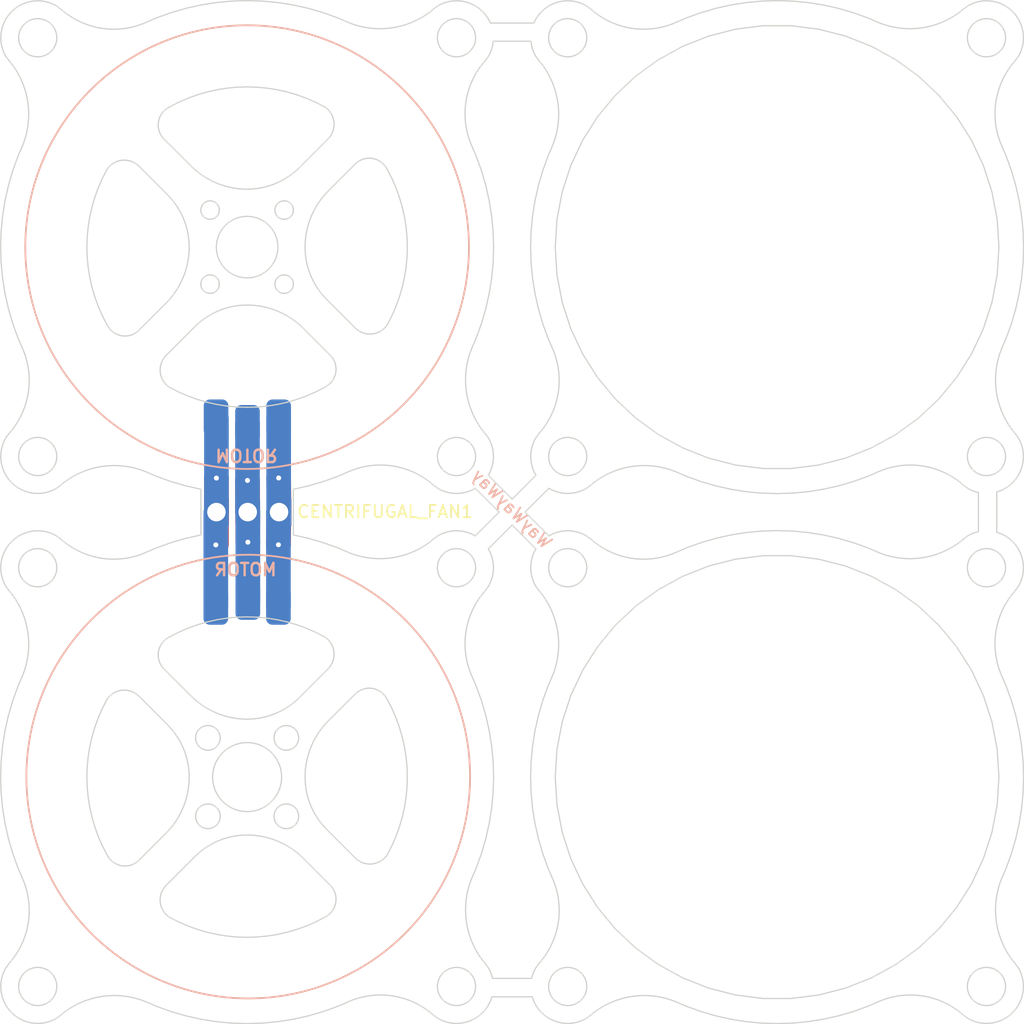
<source format=kicad_pcb>
(kicad_pcb (version 20221018) (generator pcbnew)
  (layers (0 "F.Cu" signal) (31 "B.Cu" signal) (34 "B.Paste" user) (35 "F.Paste" user) (36 "B.SilkS" user "B.Silkscreen") (37 "F.SilkS" user "F.Silkscreen") (38 "B.Mask" user) (39 "F.Mask" user) (44 "Edge.Cuts" user))
  (net 0 "")
  (net 1 "Net-(CENTRIFUGAL_FAN1-Pin_1)")
  (net 2 "Net-(CENTRIFUGAL_FAN1-Pin_2)")
  (net 3 "Net-(CENTRIFUGAL_FAN1-Pin_3)")
  (footprint "Connector_PinSocket_2.54mm:PinSocket_1x03_P2.54mm_Vertical" (layer "F.Cu") (at 105.55 106.44 90)
    (fp_text reference "CENTRIFUGAL_FAN1")
    (fp_text value "Conn_01x03_Pin" hide)
  )
  (footprint "Connector_PinSocket_2.54mm:PinSocket_1x03_P2.54mm_Vertical" (layer "F.Cu") (at 105.5 114.08 90)
    (fp_text reference "MOTOR")
    (fp_text value "Conn_01x03_Pin" hide)
  )
  (footprint "Connector_PinSocket_2.54mm:PinSocket_1x03_P2.54mm_Vertical" (layer "B.Cu") (at 105.52 98.8 -90)
    (fp_text reference "MOTOR")
    (fp_text value "Conn_01x03_Pin" hide)
  )
  (gr_circle (center 108.13 127.9) (end 126.13 127.9) (stroke (width 0.15)) (fill none) (layer "B.SilkS"))
  (gr_circle (center 108.04 84.94) (end 126.04 84.94) (stroke (width 0.15)) (fill none) (layer "B.SilkS"))
  (gr_line (start 91.922473 103.210734) (end 91.75493 103.309821) (stroke (width 0.1)) (layer "Edge.Cuts"))
  (gr_line (start 104.983352 125.750137) (end 104.858019 125.758021) (stroke (width 0.1)) (layer "Edge.Cuts"))
  (gr_line (start 89.804305 119.745983) (end 89.906779 119.483266) (stroke (width 0.1)) (layer "Edge.Cuts"))
  (gr_line (start 125.644337 103.351282) (end 125.461195 103.417214) (stroke (width 0.1)) (layer "Edge.Cuts"))
  (gr_line (start 103.19182 126.61419) (end 103.264246 126.989146) (stroke (width 0.1)) (layer "Edge.Cuts"))
  (gr_line (start 115.253942 137.825152) (end 115.247844 137.707667) (stroke (width 0.1)) (layer "Edge.Cuts"))
  (gr_line (start 100.997964 138.129427) (end 101.01694 138.242709) (stroke (width 0.1)) (layer "Edge.Cuts"))
  (gr_line (start 117.546705 91.9326) (end 117.658207 91.960176) (stroke (width 0.1)) (layer "Edge.Cuts"))
  (gr_line (start 165.683687 109.000489) (end 165.911366 108.83411) (stroke (width 0.1)) (layer "Edge.Cuts"))
  (gr_line (start 145.477439 67.820986) (end 143.375717 68.653114) (stroke (width 0.1)) (layer "Edge.Cuts"))
  (gr_line (start 109.669333 97.837492) (end 110.475957 97.709736) (stroke (width 0.1)) (layer "Edge.Cuts"))
  (gr_line (start 149.783934 107.979469) (end 148.53308 108.097707) (stroke (width 0.1)) (layer "Edge.Cuts"))
  (gr_line (start 126.577994 110.902559) (end 126.571879 111.097112) (stroke (width 0.1)) (layer "Edge.Cuts"))
  (gr_line (start 168.841975 115.865761) (end 168.903009 115.589139) (stroke (width 0.1)) (layer "Edge.Cuts"))
  (gr_line (start 168.829476 94.761693) (end 168.795395 95.041619) (stroke (width 0.1)) (layer "Edge.Cuts"))
  (gr_line (start 111.790598 81.851813) (end 111.77432 81.759044) (stroke (width 0.1)) (layer "Edge.Cuts"))
  (gr_line (start 164.719277 103.286051) (end 164.970554 103.416835) (stroke (width 0.1)) (layer "Edge.Cuts"))
  (gr_line (start 165.215865 146.558493) (end 165.454743 146.710752) (stroke (width 0.1)) (layer "Edge.Cuts"))
  (gr_line (start 94.878985 109.821915) (end 94.617233 109.713612) (stroke (width 0.1)) (layer "Edge.Cuts"))
  (gr_line (start 89.404003 70.77127) (end 89.257212 70.530494) (stroke (width 0.1)) (layer "Edge.Cuts"))
  (gr_line (start 90.320728 138.040653) (end 90.346007 138.322797) (stroke (width 0.1)) (layer "Edge.Cuts"))
  (gr_line (start 126.559675 102.171234) (end 126.517214 102.361196) (stroke (width 0.1)) (layer "Edge.Cuts"))
  (gr_line (start 143.677254 103.535531) (end 144.859404 103.961133) (stroke (width 0.1)) (layer "Edge.Cuts"))
  (gr_line (start 99.316496 145.981816) (end 99.046142 145.901633) (stroke (width 0.1)) (layer "Edge.Cuts"))
  (gr_line (start 118.275892 120.759219) (end 118.159891 120.739626) (stroke (width 0.1)) (layer "Edge.Cuts"))
  (gr_line (start 88.052724 102.022992) (end 88.064558 101.646436) (stroke (width 0.1)) (layer "Edge.Cuts"))
  (gr_line (start 124.786286 143.397843) (end 124.980072 143.379527) (stroke (width 0.1)) (layer "Edge.Cuts"))
  (gr_line (start 131.933853 70.06838) (end 131.751799 69.852939) (stroke (width 0.1)) (layer "Edge.Cuts"))
  (gr_line (start 128.000535 83.684192) (end 127.882296 82.433336) (stroke (width 0.1)) (layer "Edge.Cuts"))
  (gr_line (start 168.460938 109.46279) (end 168.644081 109.528725) (stroke (width 0.1)) (layer "Edge.Cuts"))
  (gr_line (start 170.411407 132.913801) (end 170.685489 131.687628) (stroke (width 0.1)) (layer "Edge.Cuts"))
  (gr_line (start 168.841975 72.865763) (end 168.903009 72.58914) (stroke (width 0.1)) (layer "Edge.Cuts"))
  (gr_line (start 133.525942 100.470394) (end 133.712864 100.41609) (stroke (width 0.1)) (layer "Edge.Cuts"))
  (gr_line (start 104.548235 88.515958) (end 104.623605 88.572439) (stroke (width 0.1)) (layer "Edge.Cuts"))
  (gr_line (start 96.928925 78.32989) (end 96.847157 78.410551) (stroke (width 0.1)) (layer "Edge.Cuts"))
  (gr_line (start 90.95701 147.927281) (end 90.581941 147.891825) (stroke (width 0.1)) (layer "Edge.Cuts"))
  (gr_line (start 98.272336 92.147847) (end 98.389063 92.133192) (stroke (width 0.1)) (layer "Edge.Cuts"))
  (gr_line (start 104.333458 88.210955) (end 104.372294 88.296763) (stroke (width 0.1)) (layer "Edge.Cuts"))
  (gr_line (start 134.196853 66.408123) (end 134.389111 66.438573) (stroke (width 0.1)) (layer "Edge.Cuts"))
  (gr_line (start 127.145893 113.068378) (end 127.327948 112.852937) (stroke (width 0.1)) (layer "Edge.Cuts"))
  (gr_line (start 132.826247 110.001239) (end 132.954972 109.85523) (stroke (width 0.1)) (layer "Edge.Cuts"))
  (gr_line (start 131.473855 69.475356) (end 131.751799 69.852939) (stroke (width 0.1)) (layer "Edge.Cuts"))
  (gr_line (start 125.908757 75.675375) (end 125.84674 75.398973) (stroke (width 0.1)) (layer "Edge.Cuts"))
  (gr_line (start 137.117711 146.439396) (end 136.871011 146.576001) (stroke (width 0.1)) (layer "Edge.Cuts"))
  (gr_line (start 98.617762 92.078567) (end 98.728511 92.038889) (stroke (width 0.1)) (layer "Edge.Cuts"))
  (gr_line (start 170.149824 104.05008) (end 169.867222 104.299225) (stroke (width 0.1)) (layer "Edge.Cuts"))
  (gr_line (start 89.913539 93.395389) (end 90.01123 93.661286) (stroke (width 0.1)) (layer "Edge.Cuts"))
  (gr_line (start 100.677511 66.344474) (end 99.845984 66.704307) (stroke (width 0.1)) (layer "Edge.Cuts"))
  (gr_line (start 123.694609 68.740259) (end 123.606239 68.566823) (stroke (width 0.1)) (layer "Edge.Cuts"))
  (gr_line (start 170.851143 111.967459) (end 170.701521 112.313217) (stroke (width 0.1)) (layer "Edge.Cuts"))
  (gr_line (start 168.174369 69.494364) (end 167.979815 69.50048) (stroke (width 0.1)) (layer "Edge.Cuts"))
  (gr_line (start 88.088179 145.398063) (end 88.052724 145.022991) (stroke (width 0.1)) (layer "Edge.Cuts"))
  (gr_line (start 131.297722 103.120204) (end 131.170105 102.765734) (stroke (width 0.1)) (layer "Edge.Cuts"))
  (gr_line (start 132.666529 71.270158) (end 132.540351 71.017969) (stroke (width 0.1)) (layer "Edge.Cuts"))
  (gr_line (start 111.17483 82.673513) (end 111.266392 82.651439) (stroke (width 0.1)) (layer "Edge.Cuts"))
  (gr_line (start 169.053537 112.113918) (end 168.918377 112.218756) (stroke (width 0.1)) (layer "Edge.Cuts"))
  (gr_line (start 132.980396 115.055233) (end 132.886744 114.789244) (stroke (width 0.1)) (layer "Edge.Cuts"))
  (gr_line (start 127.95651 68.605676) (end 127.851402 68.967458) (stroke (width 0.1)) (layer "Edge.Cuts"))
  (gr_line (start 102.977438 87.07221) (end 102.835509 87.440879) (stroke (width 0.1)) (layer "Edge.Cuts"))
  (gr_line (start 149.909515 66.97552) (end 147.66688 67.258832) (stroke (width 0.1)) (layer "Edge.Cuts"))
  (gr_line (start 117.351491 120.841117) (end 117.24393 120.888773) (stroke (width 0.1)) (layer "Edge.Cuts"))
  (gr_line (start 166.497584 68.193719) (end 166.479266 67.999932) (stroke (width 0.1)) (layer "Edge.Cuts"))
  (gr_line (start 123.647699 145.632445) (end 123.570393 145.453804) (stroke (width 0.1)) (layer "Edge.Cuts"))
  (gr_line (start 88.079468 83.684193) (end 88.039999 84.940003) (stroke (width 0.1)) (layer "Edge.Cuts"))
  (gr_line (start 132.628466 102.544339) (end 132.562533 102.361196) (stroke (width 0.1)) (layer "Edge.Cuts"))
  (gr_line (start 131.123238 101.27433) (end 131.228345 100.912546) (stroke (width 0.1)) (layer "Edge.Cuts"))
  (gr_line (start 114.650114 73.828927) (end 114.569452 73.747159) (stroke (width 0.1)) (layer "Edge.Cuts"))
  (gr_line (start 133.905119 69.494364) (end 133.712864 69.463916) (stroke (width 0.1)) (layer "Edge.Cuts"))
  (gr_line (start 111.130725 122.383588) (end 110.797215 122.569622) (stroke (width 0.1)) (layer "Edge.Cuts"))
  (gr_line (start 123.866087 102.953793) (end 123.761247 102.818635) (stroke (width 0.1)) (layer "Edge.Cuts"))
  (gr_line (start 160.307071 110.047188) (end 160.583175 110.104522) (stroke (width 0.1)) (layer "Edge.Cuts"))
  (gr_line (start 156.602052 102.05902) (end 158.703772 101.22689) (stroke (width 0.1)) (layer "Edge.Cuts"))
  (gr_line (start 91.333567 107.964559) (end 91.705673 108.023493) (stroke (width 0.1)) (layer "Edge.Cuts"))
  (gr_line (start 110.537434 125.486993) (end 110.451468 125.395447) (stroke (width 0.1)) (layer "Edge.Cuts"))
  (gr_line (start 135.509351 102.453804) (end 135.432047 102.632445) (stroke (width 0.1)) (layer "Edge.Cuts"))
  (gr_line (start 90.323241 139.454314) (end 90.286639 139.735215) (stroke (width 0.1)) (layer "Edge.Cuts"))
  (gr_line (start 135.600222 101.880072) (end 135.594106 102.074627) (stroke (width 0.1)) (layer "Edge.Cuts"))
  (gr_line (start 127.399223 66.112523) (end 127.610985 66.42412) (stroke (width 0.1)) (layer "Edge.Cuts"))
  (gr_line (start 101.859662 65.918872) (end 100.677511 66.344474) (stroke (width 0.1)) (layer "Edge.Cuts"))
  (gr_line (start 133.261973 146.26291) (end 133.100982 146.1535) (stroke (width 0.1)) (layer "Edge.Cuts"))
  (gr_line (start 136.395802 146.879516) (end 136.168121 147.045894) (stroke (width 0.1)) (layer "Edge.Cuts"))
  (gr_line (start 163.113985 145.742234) (end 163.390607 145.803268) (stroke (width 0.1)) (layer "Edge.Cuts"))
  (gr_line (start 133.581684 147.891825) (end 133.214012 147.809641) (stroke (width 0.1)) (layer "Edge.Cuts"))
  (gr_line (start 99.226653 78.33958) (end 99.140224 78.263935) (stroke (width 0.1)) (layer "Edge.Cuts"))
  (gr_line (start 126.555882 147.510987) (end 126.220203 147.682023) (stroke (width 0.1)) (layer "Edge.Cuts"))
  (gr_line (start 88.68078 103.767482) (end 88.469017 103.455884) (stroke (width 0.1)) (layer "Edge.Cuts"))
  (gr_line (start 97.964884 120.886741) (end 97.850577 120.897966) (stroke (width 0.1)) (layer "Edge.Cuts"))
  (gr_line (start 100.923486 117.477935) (end 100.88722 117.589849) (stroke (width 0.1)) (layer "Edge.Cuts"))
  (gr_line (start 92.594364 102.074628) (end 92.563915 102.266881) (stroke (width 0.1)) (layer "Edge.Cuts"))
  (gr_line (start 105.66236 84.167461) (end 105.570779 84.548917) (stroke (width 0.1)) (layer "Edge.Cuts"))
  (gr_line (start 133.133974 72.597779) (end 133.062853 72.324902) (stroke (width 0.1)) (layer "Edge.Cuts"))
  (gr_line (start 101.803982 123.928881) (end 102.049891 124.221055) (stroke (width 0.1)) (layer "Edge.Cuts"))
  (gr_line (start 99.316496 102.981817) (end 99.046144 102.901633) (stroke (width 0.1)) (layer "Edge.Cuts"))
  (gr_line (start 100.67751 103.535532) (end 101.859661 103.961131) (stroke (width 0.1)) (layer "Edge.Cuts"))
  (gr_line (start 92.509609 67.426202) (end 92.563915 67.613122) (stroke (width 0.1)) (layer "Edge.Cuts"))
  (gr_line (start 166.479268 101.880073) (end 166.497584 101.686286) (stroke (width 0.1)) (layer "Edge.Cuts"))
  (gr_line (start 89.26925 99.355001) (end 89.106677 99.586982) (stroke (width 0.1)) (layer "Edge.Cuts"))
  (gr_line (start 167.69038 66.438573) (end 167.882633 66.408123) (stroke (width 0.1)) (layer "Edge.Cuts"))
  (gr_line (start 91.666824 112.373765) (end 91.48368 112.439701) (stroke (width 0.1)) (layer "Edge.Cuts"))
  (gr_line (start 101.220539 73.973868) (end 101.146693 74.065447) (stroke (width 0.1)) (layer "Edge.Cuts"))
  (gr_line (start 169.081559 93.663506) (end 169.001375 93.933861) (stroke (width 0.1)) (layer "Edge.Cuts"))
  (gr_line (start 163.664292 145.876351) (end 163.934516 145.961347) (stroke (width 0.1)) (layer "Edge.Cuts"))
  (gr_line (start 132.921659 141.101018) (end 132.813353 141.362772) (stroke (width 0.1)) (layer "Edge.Cuts"))
  (gr_line (start 131.123238 111.605673) (end 131.064301 111.23357) (stroke (width 0.1)) (layer "Edge.Cuts"))
  (gr_line (start 149.909515 145.904485) (end 152.169973 145.904484) (stroke (width 0.1)) (layer "Edge.Cuts"))
  (gr_line (start 168.932558 94.207329) (end 168.875224 94.483434) (stroke (width 0.1)) (layer "Edge.Cuts"))
  (gr_line (start 89.813611 98.362771) (end 89.693951 98.619533) (stroke (width 0.1)) (layer "Edge.Cuts"))
  (gr_line (start 104.376267 131.998288) (end 104.270237 131.930999) (stroke (width 0.1)) (layer "Edge.Cuts"))
  (gr_line (start 132.256954 70.530493) (end 132.100232 70.29606) (stroke (width 0.1)) (layer "Edge.Cuts"))
  (gr_line (start 119.092083 78.200874) (end 119.006137 78.12054) (stroke (width 0.1)) (layer "Edge.Cuts"))
  (gr_line (start 122.911626 108.83411) (end 123.127065 108.652056) (stroke (width 0.1)) (layer "Edge.Cuts"))
  (gr_line (start 119.268209 67.203146) (end 119.54912 67.178422) (stroke (width 0.1)) (layer "Edge.Cuts"))
  (gr_line (start 131.123236 144.274331) (end 131.228343 143.912545) (stroke (width 0.1)) (layer "Edge.Cuts"))
  (gr_line (start 168.897808 82.684004) (end 168.474242 80.463585) (stroke (width 0.1)) (layer "Edge.Cuts"))
  (gr_line (start 169.016633 140.555103) (end 169.099091 140.824774) (stroke (width 0.1)) (layer "Edge.Cuts"))
  (gr_line (start 105.573871 88.466645) (end 105.634975 88.394971) (stroke (width 0.1)) (layer "Edge.Cuts"))
  (gr_line (start 112.743026 84.742481) (end 112.767207 84.348179) (stroke (width 0.1)) (layer "Edge.Cuts"))
  (gr_line (start 167.786029 100.397843) (end 167.979815 100.379526) (stroke (width 0.1)) (layer "Edge.Cuts"))
  (gr_line (start 158.703772 101.22689) (end 160.684627 100.137906) (stroke (width 0.1)) (layer "Edge.Cuts"))
  (gr_line (start 98.154851 135.153942) (end 98.272337 135.147847) (stroke (width 0.1)) (layer "Edge.Cuts"))
  (gr_line (start 118.15989 77.739627) (end 118.042767 77.728557) (stroke (width 0.1)) (layer "Edge.Cuts"))
  (gr_line (start 131.079212 129.195813) (end 131.197451 130.446667) (stroke (width 0.1)) (layer "Edge.Cuts"))
  (gr_line (start 99.845981 146.175698) (end 99.583264 146.073224) (stroke (width 0.1)) (layer "Edge.Cuts"))
  (gr_line (start 168.474242 80.463585) (end 167.775721 78.313759) (stroke (width 0.1)) (layer "Edge.Cuts"))
  (gr_line (start 97.073865 91.759464) (end 97.165444 91.83331) (stroke (width 0.1)) (layer "Edge.Cuts"))
  (gr_line (start 103.569715 78.440003) (end 101.253473 76.123243) (stroke (width 0.1)) (layer "Edge.Cuts"))
  (gr_line (start 165.454743 103.710754) (end 165.686725 103.873324) (stroke (width 0.1)) (layer "Edge.Cuts"))
  (gr_line (start 133.306451 74.557279) (end 133.317046 74.275482) (stroke (width 0.1)) (layer "Edge.Cuts"))
  (gr_line (start 88.394257 88.687628) (end 88.668338 89.913802) (stroke (width 0.1)) (layer "Edge.Cuts"))
  (gr_line (start 133.905119 100.385639) (end 134.099674 100.379527) (stroke (width 0.1)) (layer "Edge.Cuts"))
  (gr_line (start 132.268993 99.355) (end 132.106421 99.586982) (stroke (width 0.1)) (layer "Edge.Cuts"))
  (gr_line (start 124.690637 146.441431) (end 124.503714 146.387126) (stroke (width 0.1)) (layer "Edge.Cuts"))
  (gr_line (start 169.253243 110.001239) (end 169.36265 110.16223) (stroke (width 0.1)) (layer "Edge.Cuts"))
  (gr_line (start 168.918378 69.218754) (end 168.732187 69.332306) (stroke (width 0.1)) (layer "Edge.Cuts"))
  (gr_line (start 96.701003 78.587604) (end 96.648014 78.677205) (stroke (width 0.1)) (layer "Edge.Cuts"))
  (gr_line (start 124.012545 147.751402) (end 123.666788 147.601781) (stroke (width 0.1)) (layer "Edge.Cuts"))
  (gr_line (start 127.70178 100.566789) (end 127.8514 100.912545) (stroke (width 0.1)) (layer "Edge.Cuts"))
  (gr_line (start 117.807666 120.732157) (end 117.690937 120.746814) (stroke (width 0.1)) (layer "Edge.Cuts"))
  (gr_line (start 105.445805 131.931) (end 105.339774 131.99829) (stroke (width 0.1)) (layer "Edge.Cuts"))
  (gr_line (start 107.515333 130.690406) (end 107.34367 130.652035) (stroke (width 0.1)) (layer "Edge.Cuts"))
  (gr_line (start 90.359412 95.889056) (end 90.347519 96.172081) (stroke (width 0.1)) (layer "Edge.Cuts"))
  (gr_line (start 125.271232 146.459679) (end 125.077445 146.477995) (stroke (width 0.1)) (layer "Edge.Cuts"))
  (gr_line (start 104.792513 82.644586) (end 104.883381 82.669354) (stroke (width 0.1)) (layer "Edge.Cuts"))
  (gr_line (start 170.605633 69.475354) (end 170.32769 69.852937) (stroke (width 0.1)) (layer "Edge.Cuts"))
  (gr_line (start 131.297723 66.759802) (end 131.468762 66.42412) (stroke (width 0.1)) (layer "Edge.Cuts"))
  (gr_line (start 111.584279 88.466647) (end 111.645382 88.39497) (stroke (width 0.1)) (layer "Edge.Cuts"))
  (gr_line (start 168.077188 103.477994) (end 167.882635 103.47188) (stroke (width 0.1)) (layer "Edge.Cuts"))
  (gr_line (start 169.191172 100.903726) (end 169.310476 101.057531) (stroke (width 0.1)) (layer "Edge.Cuts"))
  (gr_line (start 112.126809 124.332245) (end 112.173038 124.449005) (stroke (width 0.1)) (layer "Edge.Cuts"))
  (gr_line (start 104.013692 131.65781) (end 103.953195 131.547763) (stroke (width 0.1)) (layer "Edge.Cuts"))
  (gr_line (start 111.77432 81.759044) (end 111.746543 81.66905) (stroke (width 0.1)) (layer "Edge.Cuts"))
  (gr_line (start 131.468762 103.455883) (end 131.297722 103.120204) (stroke (width 0.1)) (layer "Edge.Cuts"))
  (gr_line (start 110.987048 88.692947) (end 111.081221 88.694341) (stroke (width 0.1)) (layer "Edge.Cuts"))
  (gr_line (start 131.079211 86.195813) (end 131.19745 87.446668) (stroke (width 0.1)) (layer "Edge.Cuts"))
  (gr_line (start 116.496735 66.80678) (end 116.763506 66.898188) (stroke (width 0.1)) (layer "Edge.Cuts"))
  (gr_line (start 98.772674 102.832817) (end 98.49657 102.775482) (stroke (width 0.1)) (layer "Edge.Cuts"))
  (gr_line (start 115.082037 74.750578) (end 115.063062 74.637298) (stroke (width 0.1)) (layer "Edge.Cuts"))
  (gr_line (start 103.312797 85.531826) (end 103.264528 85.923908) (stroke (width 0.1)) (layer "Edge.Cuts"))
  (gr_line (start 135.275726 143.978754) (end 135.385136 144.139746) (stroke (width 0.1)) (layer "Edge.Cuts"))
  (gr_line (start 100.869945 118.404413) (end 100.901437 118.517762) (stroke (width 0.1)) (layer "Edge.Cuts"))
  (gr_line (start 102.483585 124.849278) (end 102.669619 125.182787) (stroke (width 0.1)) (layer "Edge.Cuts"))
  (gr_line (start 138.415196 67.003654) (end 138.144971 66.918658) (stroke (width 0.1)) (layer "Edge.Cuts"))
  (gr_line (start 110.893788 88.679763) (end 110.987048 88.692947) (stroke (width 0.1)) (layer "Edge.Cuts"))
  (gr_line (start 105.277085 81.225013) (end 105.186215 81.200243) (stroke (width 0.1)) (layer "Edge.Cuts"))
  (gr_line (start 101.106957 118.939343) (end 101.176853 119.03397) (stroke (width 0.1)) (layer "Edge.Cuts"))
  (gr_line (start 131.393999 124.192376) (end 131.197451 125.433337) (stroke (width 0.1)) (layer "Edge.Cuts"))
  (gr_line (start 132.501753 101.977448) (end 132.507866 101.782892) (stroke (width 0.1)) (layer "Edge.Cuts"))
  (gr_line (start 103.312796 128.531825) (end 103.264528 128.923908) (stroke (width 0.1)) (layer "Edge.Cuts"))
  (gr_line (start 109.956732 129.981113) (end 109.824788 130.097439) (stroke (width 0.1)) (layer "Edge.Cuts"))
  (gr_line (start 105.98186 90.003701) (end 106.344598 89.884294) (stroke (width 0.1)) (layer "Edge.Cuts"))
  (gr_line (start 101.047406 94.446708) (end 101.019826 94.558207) (stroke (width 0.1)) (layer "Edge.Cuts"))
  (gr_line (start 132.592623 68.476288) (end 132.538317 68.289367) (stroke (width 0.1)) (layer "Edge.Cuts"))
  (gr_line (start 126.571879 111.097112) (end 126.541429 111.289367) (stroke (width 0.1)) (layer "Edge.Cuts"))
  (gr_line (start 111.787627 147.585748) (end 113.013799 147.311666) (stroke (width 0.1)) (layer "Edge.Cuts"))
  (gr_line (start 88.474112 100.404649) (end 88.752055 100.027068) (stroke (width 0.1)) (layer "Edge.Cuts"))
  (gr_line (start 91.666823 100.506242) (end 91.840259 100.594608) (stroke (width 0.1)) (layer "Edge.Cuts"))
  (gr_line (start 100.82606 75.054851) (end 100.832157 75.172339) (stroke (width 0.1)) (layer "Edge.Cuts"))
  (gr_line (start 110.493659 129.288911) (end 110.404119 129.440317) (stroke (width 0.1)) (layer "Edge.Cuts"))
  (gr_line (start 136.871011 146.576001) (end 136.630236 146.722792) (stroke (width 0.1)) (layer "Edge.Cuts"))
  (gr_line (start 113.102564 82.807793) (end 113.244491 82.439126) (stroke (width 0.1)) (layer "Edge.Cuts"))
  (gr_line (start 97.80411 135.120788) (end 97.920112 135.140377) (stroke (width 0.1)) (layer "Edge.Cuts"))
  (gr_line (start 164.452346 109.682319) (end 164.709588 109.566785) (stroke (width 0.1)) (layer "Edge.Cuts"))
  (gr_line (start 89.10049 113.296062) (end 88.934108 113.06838) (stroke (width 0.1)) (layer "Edge.Cuts"))
  (gr_line (start 98.852976 78.074575) (end 98.749386 78.024959) (stroke (width 0.1)) (layer "Edge.Cuts"))
  (gr_line (start 121.014348 84.123725) (end 120.937491 83.31067) (stroke (width 0.1)) (layer "Edge.Cuts"))
  (gr_line (start 105.809078 125.067039) (end 105.762849 125.183801) (stroke (width 0.1)) (layer "Edge.Cuts"))
  (gr_line (start 104.807032 115.348422) (end 104.022779 115.576267) (stroke (width 0.1)) (layer "Edge.Cuts"))
  (gr_line (start 125.817771 109.617094) (end 125.978766 109.726504) (stroke (width 0.1)) (layer "Edge.Cuts"))
  (gr_line (start 167.979815 69.50048) (end 167.78603 69.482161) (stroke (width 0.1)) (layer "Edge.Cuts"))
  (gr_line (start 115.09123 94.143933) (end 115.035851 94.040138) (stroke (width 0.1)) (layer "Edge.Cuts"))
  (gr_line (start 110.834476 128.115815) (end 110.817922 128.290935) (stroke (width 0.1)) (layer "Edge.Cuts"))
  (gr_line (start 96.701003 121.587605) (end 96.648014 121.677204) (stroke (width 0.1)) (layer "Edge.Cuts"))
  (gr_line (start 168.553545 100.470395) (end 168.732187 100.547698) (stroke (width 0.1)) (layer "Edge.Cuts"))
  (gr_line (start 96.525688 67.223244) (end 96.244788 67.186638) (stroke (width 0.1)) (layer "Edge.Cuts"))
  (gr_line (start 126.191432 100.903726) (end 126.310733 101.057532) (stroke (width 0.1)) (layer "Edge.Cuts"))
  (gr_line (start 132.782059 114.5274) (end 132.666527 114.270159) (stroke (width 0.1)) (layer "Edge.Cuts"))
  (gr_line (start 115.002252 74.415911) (end 114.9607 74.308833) (stroke (width 0.1)) (layer "Edge.Cuts"))
  (gr_line (start 123.540304 68.38368) (end 123.497842 68.19372) (stroke (width 0.1)) (layer "Edge.Cuts"))
  (gr_line (start 133.317044 117.275481) (end 133.315857 116.993489) (stroke (width 0.1)) (layer "Edge.Cuts"))
  (gr_line (start 124.078752 100.704021) (end 124.239746 100.594608) (stroke (width 0.1)) (layer "Edge.Cuts"))
  (gr_line (start 118.611037 120.867828) (end 118.502069 120.823488) (stroke (width 0.1)) (layer "Edge.Cuts"))
  (gr_line (start 105.542568 131.850951) (end 105.445805 131.931) (stroke (width 0.1)) (layer "Edge.Cuts"))
  (gr_line (start 105.589056 81.429531) (end 105.521359 81.364045) (stroke (width 0.1)) (layer "Edge.Cuts"))
  (gr_line (start 170.956253 68.605675) (end 170.851145 68.967459) (stroke (width 0.1)) (layer "Edge.Cuts"))
  (gr_line (start 166.694352 101.139746) (end 166.803763 100.978755) (stroke (width 0.1)) (layer "Edge.Cuts"))
  (gr_line (start 104.372295 82.286356) (end 104.421582 82.366617) (stroke (width 0.1)) (layer "Edge.Cuts"))
  (gr_line (start 97.920112 135.140377) (end 98.037233 135.151449) (stroke (width 0.1)) (layer "Edge.Cuts"))
  (gr_line (start 126.409819 111.654931) (end 126.310734 111.822474) (stroke (width 0.1)) (layer "Edge.Cuts"))
  (gr_line (start 117.658207 134.960176) (end 117.771322 134.980106) (stroke (width 0.1)) (layer "Edge.Cuts"))
  (gr_line (start 92.00125 143.70402) (end 92.147258 143.832744) (stroke (width 0.1)) (layer "Edge.Cuts"))
  (gr_line (start 160.684627 100.137906) (end 162.513376 98.809241) (stroke (width 0.1)) (layer "Edge.Cuts"))
  (gr_line (start 168.899732 143.646785) (end 169.053536 143.766088) (stroke (width 0.1)) (layer "Edge.Cuts"))
  (gr_line (start 136.168122 104.045894) (end 135.95268 104.227949) (stroke (width 0.1)) (layer "Edge.Cuts"))
  (gr_line (start 118.611037 77.867826) (end 118.50207 77.823487) (stroke (width 0.1)) (layer "Edge.Cuts"))
  (gr_line (start 88.474114 69.475355) (end 88.378225 69.313216) (stroke (width 0.1)) (layer "Edge.Cuts"))
  (gr_line (start 127.95651 144.274329) (end 131.123236 144.274331) (stroke (width 0.1)) (layer "Edge.Cuts"))
  (gr_line (start 159.495129 146.066464) (end 159.761027 145.968773) (stroke (width 0.1)) (layer "Edge.Cuts"))
  (gr_line (start 92.213914 145.953793) (end 92.076278 146.091432) (stroke (width 0.1)) (layer "Edge.Cuts"))
  (gr_line (start 104.292375 104.585749) (end 104.292376 108.294256) (stroke (width 0.1)) (layer "Edge.Cuts"))
  (gr_line (start 117.04066 78.006959) (end 116.946034 78.076857) (stroke (width 0.1)) (layer "Edge.Cuts"))
  (gr_line (start 110.30259 87.840211) (end 110.295286 87.934115) (stroke (width 0.1)) (layer "Edge.Cuts"))
  (gr_line (start 92.067457 104.751401) (end 91.705673 104.856512) (stroke (width 0.1)) (layer "Edge.Cuts"))
  (gr_line (start 112.220008 124.69523) (end 112.220007 124.820813) (stroke (width 0.1)) (layer "Edge.Cuts"))
  (gr_line (start 92.594364 67.805378) (end 92.600479 67.99993) (stroke (width 0.1)) (layer "Edge.Cuts"))
  (gr_line (start 97.737297 77.916941) (end 97.625567 77.943577) (stroke (width 0.1)) (layer "Edge.Cuts"))
  (gr_line (start 105.573872 82.456239) (end 105.634975 82.384563) (stroke (width 0.1)) (layer "Edge.Cuts"))
  (gr_line (start 170.701521 143.566789) (end 170.851144 143.912546) (stroke (width 0.1)) (layer "Edge.Cuts"))
  (gr_line (start 124.374328 65.023495) (end 124.746433 64.96456) (stroke (width 0.1)) (layer "Edge.Cuts"))
  (gr_line (start 111.77432 87.769452) (end 111.746543 87.679454) (stroke (width 0.1)) (layer "Edge.Cuts"))
  (gr_line (start 92.275983 143.978754) (end 92.385394 144.139746) (stroke (width 0.1)) (layer "Edge.Cuts"))
  (gr_line (start 120.631583 131.172971) (end 120.809735 130.375959) (stroke (width 0.1)) (layer "Edge.Cuts"))
  (gr_line (start 107.34367 130.652035) (end 107.174754 130.60296) (stroke (width 0.1)) (layer "Edge.Cuts"))
  (gr_line (start 171.027023 67.857012) (end 171.015189 68.23357) (stroke (width 0.1)) (layer "Edge.Cuts"))
  (gr_line (start 114.911957 117.204828) (end 114.856256 117.104378) (stroke (width 0.1)) (layer "Edge.Cuts"))
  (gr_line (start 164.970554 103.416835) (end 165.215865 103.558494) (stroke (width 0.1)) (layer "Edge.Cuts"))
  (gr_line (start 132.804048 136.134021) (end 132.913282 136.395388) (stroke (width 0.1)) (layer "Edge.Cuts"))
  (gr_line (start 90.204519 118.396571) (end 90.25027 118.118313) (stroke (width 0.1)) (layer "Edge.Cuts"))
  (gr_line (start 88.052724 145.022991) (end 88.064557 144.646435) (stroke (width 0.1)) (layer "Edge.Cuts"))
  (gr_line (start 92.076277 103.091431) (end 91.922473 103.210734) (stroke (width 0.1)) (layer "Edge.Cuts"))
  (gr_line (start 105.634975 82.384563) (end 105.686614 82.305794) (stroke (width 0.1)) (layer "Edge.Cuts"))
  (gr_line (start 110.840001 127.940003) (end 110.834476 128.115815) (stroke (width 0.1)) (layer "Edge.Cuts"))
  (gr_line (start 105.777412 82.039791) (end 105.784716 81.945889) (stroke (width 0.1)) (layer "Edge.Cuts"))
  (gr_line (start 167.69038 146.441431) (end 167.503459 146.387126) (stroke (width 0.1)) (layer "Edge.Cuts"))
  (gr_line (start 124.980071 100.379527) (end 125.174628 100.385639) (stroke (width 0.1)) (layer "Edge.Cuts"))
  (gr_line (start 131.66808 122.966205) (end 131.393999 124.192376) (stroke (width 0.1)) (layer "Edge.Cuts"))
  (gr_line (start 94.889243 103.093002) (end 94.627398 103.197688) (stroke (width 0.1)) (layer "Edge.Cuts"))
  (gr_line (start 165.911366 104.045894) (end 166.126809 104.227949) (stroke (width 0.1)) (layer "Edge.Cuts"))
  (gr_line (start 105.339776 125.634328) (end 105.226147 125.687799) (stroke (width 0.1)) (layer "Edge.Cuts"))
  (gr_line (start 89.826503 145.878765) (end 89.717094 145.717775) (stroke (width 0.1)) (layer "Edge.Cuts"))
  (gr_line (start 104.321055 90.930112) (end 104.628266 90.703271) (stroke (width 0.1)) (layer "Edge.Cuts"))
  (gr_line (start 139.525432 67.223246) (end 139.244532 67.186639) (stroke (width 0.1)) (layer "Edge.Cuts"))
  (gr_line (start 114.569452 73.747159) (end 114.483413 73.671068) (stroke (width 0.1)) (layer "Edge.Cuts"))
  (gr_line (start 109.412299 89.787655) (end 109.795546 89.88347) (stroke (width 0.1)) (layer "Edge.Cuts"))
  (gr_line (start 123.479523 144.880073) (end 123.497842 144.686285) (stroke (width 0.1)) (layer "Edge.Cuts"))
  (gr_line (start 153.546408 108.097708) (end 152.295554 107.979469) (stroke (width 0.1)) (layer "Edge.Cuts"))
  (gr_line (start 111.221981 132.121983) (end 111.096648 132.114097) (stroke (width 0.1)) (layer "Edge.Cuts"))
  (gr_line (start 97.804111 92.120788) (end 97.920112 92.140376) (stroke (width 0.1)) (layer "Edge.Cuts"))
  (gr_line (start 94.617233 109.713612) (end 94.360469 109.593953) (stroke (width 0.1)) (layer "Edge.Cuts"))
  (gr_line (start 123.932743 100.832744) (end 124.078752 100.704021) (stroke (width 0.1)) (layer "Edge.Cuts"))
  (gr_line (start 126.193 98.090761) (end 126.297686 98.352604) (stroke (width 0.1)) (layer "Edge.Cuts"))
  (gr_line (start 168.366624 69.463915) (end 168.174369 69.494364) (stroke (width 0.1)) (layer "Edge.Cuts"))
  (gr_line (start 115.192783 138.290156) (end 115.220787 138.175892) (stroke (width 0.1)) (layer "Edge.Cuts"))
  (gr_line (start 111.103362 87.197463) (end 111.009188 87.196072) (stroke (width 0.1)) (layer "Edge.Cuts"))
  (gr_line (start 167.78603 69.482161) (end 167.596064 69.4397) (stroke (width 0.1)) (layer "Edge.Cuts"))
  (gr_line (start 102.05137 88.808496) (end 101.804901 89.117224) (stroke (width 0.1)) (layer "Edge.Cuts"))
  (gr_line (start 104.292182 81.829806) (end 104.284879 81.923708) (stroke (width 0.1)) (layer "Edge.Cuts"))
  (gr_line (start 137.616975 66.713611) (end 137.360213 66.593952) (stroke (width 0.1)) (layer "Edge.Cuts"))
  (gr_line (start 117.12705 134.748882) (end 117.227025 134.805431) (stroke (width 0.1)) (layer "Edge.Cuts"))
  (gr_line (start 89.562786 67.518809) (end 89.628722 67.335665) (stroke (width 0.1)) (layer "Edge.Cuts"))
  (gr_line (start 126.068771 119.21872) (end 125.982814 118.948799) (stroke (width 0.1)) (layer "Edge.Cuts"))
  (gr_line (start 112.888182 129.265813) (end 112.815757 128.890857) (stroke (width 0.1)) (layer "Edge.Cuts"))
  (gr_line (start 135.563659 145.266882) (end 135.509352 145.453804) (stroke (width 0.1)) (layer "Edge.Cuts"))
  (gr_line (start 151.039744 147.940001) (end 152.295555 147.900537) (stroke (width 0.1)) (layer "Edge.Cuts"))
  (gr_line (start 100.859217 117.704111) (end 100.839627 117.820112) (stroke (width 0.1)) (layer "Edge.Cuts"))
  (gr_line (start 109.174978 87.167519) (end 109.509464 86.962545) (stroke (width 0.1)) (layer "Edge.Cuts"))
  (gr_line (start 118.989053 102.620589) (end 119.272079 102.632486) (stroke (width 0.1)) (layer "Edge.Cuts"))
  (gr_line (start 114.859461 138.906138) (end 114.933309 138.814557) (stroke (width 0.1)) (layer "Edge.Cuts"))
  (gr_line (start 117.859883 145.696881) (end 118.140652 145.659276) (stroke (width 0.1)) (layer "Edge.Cuts"))
  (gr_line (start 114.028632 81.07151) (end 114.2751 80.762783) (stroke (width 0.1)) (layer "Edge.Cuts"))
  (gr_line (start 110.790406 128.464671) (end 110.752034 128.636334) (stroke (width 0.1)) (layer "Edge.Cuts"))
  (gr_line (start 98.194468 120.88771) (end 98.079694 120.883316) (stroke (width 0.1)) (layer "Edge.Cuts"))
  (gr_line (start 171.000279 83.684191) (end 170.882039 82.433337) (stroke (width 0.1)) (layer "Edge.Cuts"))
  (gr_line (start 90.26223 66.617092) (end 90.435664 66.528724) (stroke (width 0.1)) (layer "Edge.Cuts"))
  (gr_line (start 103.875734 131.309364) (end 103.859993 131.184775) (stroke (width 0.1)) (layer "Edge.Cuts"))
  (gr_line (start 101.859659 108.918871) (end 100.67751 109.344472) (stroke (width 0.1)) (layer "Edge.Cuts"))
  (gr_line (start 92.473762 68.566824) (end 92.385392 68.74026) (stroke (width 0.1)) (layer "Edge.Cuts"))
  (gr_line (start 89.508124 101.782892) (end 89.538572 101.59064) (stroke (width 0.1)) (layer "Edge.Cuts"))
  (gr_line (start 101.439578 93.753348) (end 101.363933 93.83978) (stroke (width 0.1)) (layer "Edge.Cuts"))
  (gr_line (start 158.402235 146.535532) (end 159.233764 146.175697) (stroke (width 0.1)) (layer "Edge.Cuts"))
  (gr_line (start 126.266394 71.517231) (end 126.386051 71.260472) (stroke (width 0.1)) (layer "Edge.Cuts"))
  (gr_line (start 101.168043 138.675176) (end 101.223745 138.775625) (stroke (width 0.1)) (layer "Edge.Cuts"))
  (gr_line (start 106.255213 125.782565) (end 106.394202 125.674756) (stroke (width 0.1)) (layer "Edge.Cuts"))
  (gr_line (start 91.293717 112.482161) (end 91.09993 112.500479) (stroke (width 0.1)) (layer "Edge.Cuts"))
  (gr_line (start 137.918309 97.26185) (end 139.566112 98.809241) (stroke (width 0.1)) (layer "Edge.Cuts"))
  (gr_line (start 125.842231 115.865762) (end 125.903266 115.58914) (stroke (width 0.1)) (layer "Edge.Cuts"))
  (gr_line (start 126.810752 113.525003) (end 126.973323 113.293022) (stroke (width 0.1)) (layer "Edge.Cuts"))
  (gr_line (start 134.196854 109.408124) (end 134.389107 109.438573) (stroke (width 0.1)) (layer "Edge.Cuts"))
  (gr_line (start 168.732187 69.332306) (end 168.553546 69.409609) (stroke (width 0.1)) (layer "Edge.Cuts"))
  (gr_line (start 122.216123 103.558492) (end 122.454999 103.710755) (stroke (width 0.1)) (layer "Edge.Cuts"))
  (gr_line (start 117.462241 77.801438) (end 117.351491 77.841117) (stroke (width 0.1)) (layer "Edge.Cuts"))
  (gr_line (start 120.934772 145.961347) (end 121.201018 146.05809) (stroke (width 0.1)) (layer "Edge.Cuts"))
  (gr_line (start 121.04 84.940003) (end 121.014348 84.123725) (stroke (width 0.1)) (layer "Edge.Cuts"))
  (gr_line (start 119.835212 145.693365) (end 120.114242 145.742233) (stroke (width 0.1)) (layer "Edge.Cuts"))
  (gr_line (start 169.810497 70.525004) (end 169.973065 70.293023) (stroke (width 0.1)) (layer "Edge.Cuts"))
  (gr_line (start 112.051123 78.703986) (end 111.75895 78.949891) (stroke (width 0.1)) (layer "Edge.Cuts"))
  (gr_line (start 90.316114 116.993491) (end 90.303146 116.711793) (stroke (width 0.1)) (layer "Edge.Cuts"))
  (gr_line (start 123.540303 144.496323) (end 123.606238 144.313179) (stroke (width 0.1)) (layer "Edge.Cuts"))
  (gr_line (start 88.680779 109.112523) (end 88.929924 108.829924) (stroke (width 0.1)) (layer "Edge.Cuts"))
  (gr_line (start 131.468762 103.455883) (end 129.55 105.39) (stroke (width 0.1)) (layer "Edge.Cuts"))
  (gr_line (start 121.46277 146.166392) (end 121.719533 146.286051) (stroke (width 0.1)) (layer "Edge.Cuts"))
  (gr_line (start 89.520328 145.171233) (end 89.502009 144.977448) (stroke (width 0.1)) (layer "Edge.Cuts"))
  (gr_line (start 105.727971 82.221175) (end 105.758396 82.132039) (stroke (width 0.1)) (layer "Edge.Cuts"))
  (gr_line (start 135.147002 112.04726) (end 135.000993 112.175986) (stroke (width 0.1)) (layer "Edge.Cuts"))
  (gr_line (start 92.147257 69.04726) (end 92.001249 69.175986) (stroke (width 0.1)) (layer "Edge.Cuts"))
  (gr_line (start 162.828492 110.141981) (end 163.106353 110.093892) (stroke (width 0.1)) (layer "Edge.Cuts"))
  (gr_line (start 110.270926 125.067038) (end 110.239693 124.945403) (stroke (width 0.1)) (layer "Edge.Cuts"))
  (gr_line (start 104.609332 130.153401) (end 104.732687 130.129868) (stroke (width 0.1)) (layer "Edge.Cuts"))
  (gr_line (start 142.048541 109.997187) (end 141.775118 110.071245) (stroke (width 0.1)) (layer "Edge.Cuts"))
  (gr_line (start 107.648914 87.409224) (end 108.040001 87.440002) (stroke (width 0.1)) (layer "Edge.Cuts"))
  (gr_line (start 90.026209 69.113918) (end 89.88857 68.976279) (stroke (width 0.1)) (layer "Edge.Cuts"))
  (gr_line (start 168.801324 96.449119) (end 168.837764 96.728749) (stroke (width 0.1)) (layer "Edge.Cuts"))
  (gr_line (start 101.540001 89.410287) (end 99.22324 91.726531) (stroke (width 0.1)) (layer "Edge.Cuts"))
  (gr_line (start 114.3028 139.331989) (end 114.503652 139.211698) (stroke (width 0.1)) (layer "Edge.Cuts"))
  (gr_line (start 132.804049 93.134022) (end 132.913283 93.395389) (stroke (width 0.1)) (layer "Edge.Cuts"))
  (gr_line (start 99.048849 121.194338) (end 98.95295 121.131123) (stroke (width 0.1)) (layer "Edge.Cuts"))
  (gr_line (start 104.171507 78.951371) (end 103.862781 78.704906) (stroke (width 0.1)) (layer "Edge.Cuts"))
  (gr_line (start 169.979255 142.583945) (end 170.145637 142.811627) (stroke (width 0.1)) (layer "Edge.Cuts"))
  (gr_line (start 91.09993 112.500479) (end 90.905374 112.494366) (stroke (width 0.1)) (layer "Edge.Cuts"))
  (gr_line (start 133.34575 138.322799) (end 133.358655 138.60578) (stroke (width 0.1)) (layer "Edge.Cuts"))
  (gr_line (start 141.219862 67.183123) (end 140.939094 67.22073) (stroke (width 0.1)) (layer "Edge.Cuts"))
  (gr_line (start 117.227026 91.805428) (end 117.330615 91.855046) (stroke (width 0.1)) (layer "Edge.Cuts"))
  (gr_line (start 106.410668 97.837493) (end 107.223725 97.91435) (stroke (width 0.1)) (layer "Edge.Cuts"))
  (gr_line (start 154.787371 104.585748) (end 156.013543 104.311664) (stroke (width 0.1)) (layer "Edge.Cuts"))
  (gr_line (start 132.888315 111.976278) (end 132.769012 111.822474) (stroke (width 0.1)) (layer "Edge.Cuts"))
  (gr_line (start 89.980653 115.055234) (end 89.887001 114.789245) (stroke (width 0.1)) (layer "Edge.Cuts"))
  (gr_line (start 105.697298 81.583243) (end 105.648015 81.502981) (stroke (width 0.1)) (layer "Edge.Cuts"))
  (gr_line (start 96.530886 102.701584) (end 96.251254 102.738024) (stroke (width 0.1)) (layer "Edge.Cuts"))
  (gr_line (start 120.92477 109.880655) (end 121.190758 109.787001) (stroke (width 0.1)) (layer "Edge.Cuts"))
  (gr_line (start 118.989054 145.620591) (end 119.272078 145.632485) (stroke (width 0.1)) (layer "Edge.Cuts"))
  (gr_line (start 125.978764 103.1535) (end 125.817774 103.262912) (stroke (width 0.1)) (layer "Edge.Cuts"))
  (gr_line (start 133.181679 87.196) (end 133.605248 89.416421) (stroke (width 0.1)) (layer "Edge.Cuts"))
  (gr_line (start 120.390863 145.803267) (end 120.664549 145.876352) (stroke (width 0.1)) (layer "Edge.Cuts"))
  (gr_line (start 133.525943 69.409612) (end 133.347301 69.332304) (stroke (width 0.1)) (layer "Edge.Cuts"))
  (gr_line (start 156.013543 104.311664) (end 157.220083 103.961133) (stroke (width 0.1)) (layer "Edge.Cuts"))
  (gr_line (start 92.509609 145.453804) (end 92.432303 145.632447) (stroke (width 0.1)) (layer "Edge.Cuts"))
  (gr_line (start 126.275698 136.134022) (end 126.635532 135.302493) (stroke (width 0.1)) (layer "Edge.Cuts"))
  (gr_line (start 97.850577 120.897966) (end 97.737296 120.916941) (stroke (width 0.1)) (layer "Edge.Cuts"))
  (gr_line (start 89.018871 134.120342) (end 89.444471 135.302493) (stroke (width 0.1)) (layer "Edge.Cuts"))
  (gr_line (start 133.435407 103.351281) (end 133.261973 103.262912) (stroke (width 0.1)) (layer "Edge.Cuts"))
  (gr_line (start 94.36047 66.593951) (end 94.109191 66.463169) (stroke (width 0.1)) (layer "Edge.Cuts"))
  (gr_line (start 115.092294 118.09447) (end 115.096687 117.979694) (stroke (width 0.1)) (layer "Edge.Cuts"))
  (gr_line (start 169.635273 135.302492) (end 170.060874 134.120342) (stroke (width 0.1)) (layer "Edge.Cuts"))
  (gr_line (start 89.592878 101.403716) (end 89.670182 101.225075) (stroke (width 0.1)) (layer "Edge.Cuts"))
  (gr_line (start 105.277083 87.235419) (end 105.186213 87.21065) (stroke (width 0.1)) (layer "Edge.Cuts"))
  (gr_line (start 126.413218 98.609845) (end 126.539395 98.862037) (stroke (width 0.1)) (layer "Edge.Cuts"))
  (gr_line (start 168.76363 138.886516) (end 168.776598 139.168212) (stroke (width 0.1)) (layer "Edge.Cuts"))
  (gr_line (start 165.454743 146.710752) (end 165.686725 146.873323) (stroke (width 0.1)) (layer "Edge.Cuts"))
  (gr_line (start 133.214012 147.809641) (end 132.859543 147.682023) (stroke (width 0.1)) (layer "Edge.Cuts"))
  (gr_line (start 140.939094 67.22073) (end 140.656948 67.246008) (stroke (width 0.1)) (layer "Edge.Cuts"))
  (gr_line (start 164.452347 66.682317) (end 164.70959 66.566786) (stroke (width 0.1)) (layer "Edge.Cuts"))
  (gr_line (start 117.861691 110.150271) (end 118.141619 110.184351) (stroke (width 0.1)) (layer "Edge.Cuts"))
  (gr_line (start 112.20427 124.945403) (end 112.173038 125.067038) (stroke (width 0.1)) (layer "Edge.Cuts"))
  (gr_line (start 110.239694 124.570642) (end 110.270925 124.449003) (stroke (width 0.1)) (layer "Edge.Cuts"))
  (gr_line (start 162.513376 98.809241) (end 164.16118 97.26185) (stroke (width 0.1)) (layer "Edge.Cuts"))
  (gr_line (start 111.27297 72.348422) (end 110.475958 72.170269) (stroke (width 0.1)) (layer "Edge.Cuts"))
  (gr_line (start 91.576285 109.492879) (end 91.754928 109.570184) (stroke (width 0.1)) (layer "Edge.Cuts"))
  (gr_line (start 105.542568 130.393014) (end 105.628536 130.484558) (stroke (width 0.1)) (layer "Edge.Cuts"))
  (gr_line (start 131.052467 102.022992) (end 131.0643 101.646435) (stroke (width 0.1)) (layer "Edge.Cuts"))
  (gr_line (start 110.451468 130.48456) (end 110.537433 130.393014) (stroke (width 0.1)) (layer "Edge.Cuts"))
  (gr_line (start 132.954972 109.85523) (end 133.10098 109.726505) (stroke (width 0.1)) (layer "Edge.Cuts"))
  (gr_line (start 133.435408 146.351281) (end 133.261973 146.26291) (stroke (width 0.1)) (layer "Edge.Cuts"))
  (gr_line (start 108.04 82.440003) (end 107.648916 82.470781) (stroke (width 0.1)) (layer "Edge.Cuts"))
  (gr_line (start 134.333311 107.964558) (end 134.705417 108.023493) (stroke (width 0.1)) (layer "Edge.Cuts"))
  (gr_line (start 167.775721 91.566245) (end 168.474242 89.416421) (stroke (width 0.1)) (layer "Edge.Cuts"))
  (gr_line (start 119.064012 91.625033) (end 119.151077 91.550118) (stroke (width 0.1)) (layer "Edge.Cuts"))
  (gr_line (start 90.526199 112.409612) (end 90.347556 112.332306) (stroke (width 0.1)) (layer "Edge.Cuts"))
  (gr_line (start 111.221981 125.758023) (end 111.096648 125.750137) (stroke (width 0.1)) (layer "Edge.Cuts"))
  (gr_line (start 169.219944 108.19798) (end 169.555627 108.369019) (stroke (width 0.1)) (layer "Edge.Cuts"))
  (gr_line (start 127.06113 134.120342) (end 127.411663 132.9138) (stroke (width 0.1)) (layer "Edge.Cuts"))
  (gr_line (start 111.795123 87.956296) (end 111.790599 87.86222) (stroke (width 0.1)) (layer "Edge.Cuts"))
  (gr_line (start 95.44842 124.707035) (end 95.270267 125.504045) (stroke (width 0.1)) (layer "Edge.Cuts"))
  (gr_line (start 126.362908 67.162231) (end 126.451279 67.335665) (stroke (width 0.1)) (layer "Edge.Cuts"))
  (gr_line (start 168.899732 100.646785) (end 169.053536 100.766087) (stroke (width 0.1)) (layer "Edge.Cuts"))
  (gr_line (start 125.899987 143.646785) (end 126.053791 143.766088) (stroke (width 0.1)) (layer "Edge.Cuts"))
  (gr_line (start 168.978507 109.726504) (end 169.124518 109.855229) (stroke (width 0.1)) (layer "Edge.Cuts"))
  (gr_line (start 90.581939 107.988181) (end 90.957012 107.952725) (stroke (width 0.1)) (layer "Edge.Cuts"))
  (gr_line (start 114.9607 74.308833) (end 114.911958 74.204826) (stroke (width 0.1)) (layer "Edge.Cuts"))
  (gr_line (start 101.576349 73.668308) (end 101.479255 73.734733) (stroke (width 0.1)) (layer "Edge.Cuts"))
  (gr_line (start 89.998187 119.216497) (end 90.078369 118.946145) (stroke (width 0.1)) (layer "Edge.Cuts"))
  (gr_line (start 125.903266 72.589141) (end 125.976351 72.315454) (stroke (width 0.1)) (layer "Edge.Cuts"))
  (gr_line (start 111.272969 97.531584) (end 112.057222 97.303739) (stroke (width 0.1)) (layer "Edge.Cuts"))
  (gr_line (start 133.712866 143.416089) (end 133.90512 143.385639) (stroke (width 0.1)) (layer "Edge.Cuts"))
  (gr_line (start 113.803269 131.351736) (end 113.596417 131.030726) (stroke (width 0.1)) (layer "Edge.Cuts"))
  (gr_line (start 117.040662 121.006958) (end 116.946034 121.076855) (stroke (width 0.1)) (layer "Edge.Cuts"))
  (gr_line (start 170.991567 110.481943) (end 171.027021 110.857012) (stroke (width 0.1)) (layer "Edge.Cuts"))
  (gr_line (start 124.503716 66.492879) (end 124.690636 66.438575) (stroke (width 0.1)) (layer "Edge.Cuts"))
  (gr_line (start 104.494743 79.178477) (end 104.171507 78.951371) (stroke (width 0.1)) (layer "Edge.Cuts"))
  (gr_line (start 166.570138 145.453805) (end 166.51583 145.266881) (stroke (width 0.1)) (layer "Edge.Cuts"))
  (gr_line (start 88.039999 84.940003) (end 88.079466 86.195814) (stroke (width 0.1)) (layer "Edge.Cuts"))
  (gr_line (start 97.515911 77.97775) (end 97.408832 78.019304) (stroke (width 0.1)) (layer "Edge.Cuts"))
  (gr_line (start 105.981859 133.003699) (end 106.344596 132.884294) (stroke (width 0.1)) (layer "Edge.Cuts"))
  (gr_line (start 132.716836 102.717775) (end 132.628466 102.544339) (stroke (width 0.1)) (layer "Edge.Cuts"))
  (gr_line (start 111.470671 132.090566) (end 111.347316 132.114098) (stroke (width 0.1)) (layer "Edge.Cuts"))
  (gr_line (start 124.239743 112.285394) (end 124.078753 112.175984) (stroke (width 0.1)) (layer "Edge.Cuts"))
  (gr_line (start 103.336975 85.137524) (end 103.312797 85.531826) (stroke (width 0.1)) (layer "Edge.Cuts"))
  (gr_line (start 125.366881 112.463915) (end 125.174627 112.494365) (stroke (width 0.1)) (layer "Edge.Cuts"))
  (gr_line (start 111.658422 87.513389) (end 111.599463 87.439937) (stroke (width 0.1)) (layer "Edge.Cuts"))
  (gr_line (start 161.422542 145.633997) (end 161.705522 145.621092) (stroke (width 0.1)) (layer "Edge.Cuts"))
  (gr_line (start 103.095709 83.244598) (end 103.191821 83.61419) (stroke (width 0.1)) (layer "Edge.Cuts"))
  (gr_line (start 109.388913 130.393661) (end 109.232182 130.473518) (stroke (width 0.1)) (layer "Edge.Cuts"))
  (gr_line (start 105.809078 130.812965) (end 105.840307 130.934602) (stroke (width 0.1)) (layer "Edge.Cuts"))
  (gr_line (start 170.060874 78.759662) (end 169.635272 77.577511) (stroke (width 0.1)) (layer "Edge.Cuts"))
  (gr_line (start 105.339775 130.245676) (end 105.445805 130.312965) (stroke (width 0.1)) (layer "Edge.Cuts"))
  (gr_line (start 95.155232 145.999351) (end 94.889242 146.093004) (stroke (width 0.1)) (layer "Edge.Cuts"))
  (gr_line (start 90.80877 103.459679) (end 90.618807 103.417215) (stroke (width 0.1)) (layer "Edge.Cuts"))
  (gr_line (start 105.10671 132.090565) (end 104.983355 132.114097) (stroke (width 0.1)) (layer "Edge.Cuts"))
  (gr_line (start 96.771068 121.49659) (end 96.701003 121.587605) (stroke (width 0.1)) (layer "Edge.Cuts"))
  (gr_line (start 170.991566 145.398064) (end 170.909383 145.765734) (stroke (width 0.1)) (layer "Edge.Cuts"))
  (gr_line (start 92.509609 110.4262) (end 92.563914 110.613123) (stroke (width 0.1)) (layer "Edge.Cuts"))
  (gr_line (start 95.952907 89.725622) (end 96.277251 90.475132) (stroke (width 0.1)) (layer "Edge.Cuts"))
  (gr_line (start 92.076278 146.091432) (end 91.922473 146.210736) (stroke (width 0.1)) (layer "Edge.Cuts"))
  (gr_line (start 111.809766 123.949005) (end 111.906529 124.029053) (stroke (width 0.1)) (layer "Edge.Cuts"))
  (gr_line (start 169.451022 67.335666) (end 169.516957 67.518808) (stroke (width 0.1)) (layer "Edge.Cuts"))
  (gr_line (start 171.039744 84.940001) (end 171.000279 83.684191) (stroke (width 0.1)) (layer "Edge.Cuts"))
  (gr_line (start 95.69778 102.84577) (end 95.4249 102.916893) (stroke (width 0.1)) (layer "Edge.Cuts"))
  (gr_line (start 115.036427 117.525568) (end 115.002252 117.415912) (stroke (width 0.1)) (layer "Edge.Cuts"))
  (gr_line (start 126.409818 68.654929) (end 126.310734 68.822475) (stroke (width 0.1)) (layer "Edge.Cuts"))
  (gr_line (start 92.333219 145.799989) (end 92.213914 145.953793) (stroke (width 0.1)) (layer "Edge.Cuts"))
  (gr_line (start 97.577934 92.056516) (end 97.689848 92.092783) (stroke (width 0.1)) (layer "Edge.Cuts"))
  (gr_line (start 91.840258 143.594611) (end 92.00125 143.70402) (stroke (width 0.1)) (layer "Edge.Cuts"))
  (gr_line (start 104.087508 125.395445) (end 104.013693 125.293849) (stroke (width 0.1)) (layer "Edge.Cuts"))
  (gr_line (start 117.925151 77.726062) (end 117.807665 77.73216) (stroke (width 0.1)) (layer "Edge.Cuts"))
  (gr_line (start 96.648014 91.202801) (end 96.768307 91.403654) (stroke (width 0.1)) (layer "Edge.Cuts"))
  (gr_line (start 170.882039 82.433337) (end 170.685489 81.192377) (stroke (width 0.1)) (layer "Edge.Cuts"))
  (gr_line (start 119.431989 121.677204) (end 119.311696 121.476351) (stroke (width 0.1)) (layer "Edge.Cuts"))
  (gr_line (start 99.583266 103.073225) (end 99.316496 102.981817) (stroke (width 0.1)) (layer "Edge.Cuts"))
  (gr_line (start 133.161111 100.661249) (end 133.347302 100.5477) (stroke (width 0.1)) (layer "Edge.Cuts"))
  (gr_line (start 89.906777 76.483267) (end 89.998186 76.216499) (stroke (width 0.1)) (layer "Edge.Cuts"))
  (gr_line (start 132.826247 67.001236) (end 132.95497 66.855229) (stroke (width 0.1)) (layer "Edge.Cuts"))
  (gr_line (start 106.905025 87.167517) (end 107.267459 87.317642) (stroke (width 0.1)) (layer "Edge.Cuts"))
  (gr_line (start 168.837764 96.728749) (end 168.885855 97.006612) (stroke (width 0.1)) (layer "Edge.Cuts"))
  (gr_line (start 123.932742 69.04726) (end 123.804017 68.90125) (stroke (width 0.1)) (layer "Edge.Cuts"))
  (gr_line (start 99.039341 134.873046) (end 99.133969 134.803148) (stroke (width 0.1)) (layer "Edge.Cuts"))
  (gr_line (start 101.176853 119.03397) (end 101.253474 119.123243) (stroke (width 0.1)) (layer "Edge.Cuts"))
  (gr_line (start 91.483679 100.440306) (end 91.666823 100.506242) (stroke (width 0.1)) (layer "Edge.Cuts"))
  (gr_line (start 97.204376 78.123747) (end 97.10795 78.186152) (stroke (width 0.1)) (layer "Edge.Cuts"))
  (gr_line (start 123.570393 110.4262) (end 123.6477 110.24756) (stroke (width 0.1)) (layer "Edge.Cuts"))
  (gr_line (start 166.932486 112.047261) (end 166.803762 111.901248) (stroke (width 0.1)) (layer "Edge.Cuts"))
  (gr_line (start 132.769013 68.822474) (end 132.669927 68.65493) (stroke (width 0.1)) (layer "Edge.Cuts"))
  (gr_line (start 112.173038 125.067038) (end 112.126808 125.183801) (stroke (width 0.1)) (layer "Edge.Cuts"))
  (gr_line (start 126.053791 100.766088) (end 126.191432 100.903726) (stroke (width 0.1)) (layer "Edge.Cuts"))
  (gr_line (start 126.310734 68.822475) (end 126.19143 68.976278) (stroke (width 0.1)) (layer "Edge.Cuts"))
  (gr_line (start 146.065947 108.56834) (end 144.859404 108.918872) (stroke (width 0.1)) (layer "Edge.Cuts"))
  (gr_line (start 95.952905 132.725621) (end 96.277249 133.475133) (stroke (width 0.1)) (layer "Edge.Cuts"))
  (gr_line (start 132.769011 101.057531) (end 132.888316 100.903727) (stroke (width 0.1)) (layer "Edge.Cuts"))
  (gr_line (start 132.99793 119.2165) (end 133.078115 118.946144) (stroke (width 0.1)) (layer "Edge.Cuts"))
  (gr_line (start 98.421795 77.919828) (end 98.308679 77.8999) (stroke (width 0.1)) (layer "Edge.Cuts"))
  (gr_line (start 131.377966 112.313217) (end 131.228346 111.967458) (stroke (width 0.1)) (layer "Edge.Cuts"))
  (gr_line (start 96.27725 122.404871) (end 95.952906 123.154384) (stroke (width 0.1)) (layer "Edge.Cuts"))
  (gr_line (start 132.980398 72.055232) (end 132.886744 71.789244) (stroke (width 0.1)) (layer "Edge.Cuts"))
  (gr_line (start 92.473763 101.313181) (end 92.539699 101.496324) (stroke (width 0.1)) (layer "Edge.Cuts"))
  (gr_line (start 167.746177 147.915445) (end 167.374073 147.85651) (stroke (width 0.1)) (layer "Edge.Cuts"))
  (gr_line (start 171.027021 110.857012) (end 171.015188 111.233569) (stroke (width 0.1)) (layer "Edge.Cuts"))
  (gr_line (start 110.299808 82.017784) (end 110.316087 82.110554) (stroke (width 0.1)) (layer "Edge.Cuts"))
  (gr_line (start 168.829477 137.761693) (end 168.795395 138.041622) (stroke (width 0.1)) (layer "Edge.Cuts"))
  (gr_line (start 98.308681 120.899899) (end 98.194468 120.88771) (stroke (width 0.1)) (layer "Edge.Cuts"))
  (gr_line (start 135.318499 67.061368) (end 135.432047 67.247558) (stroke (width 0.1)) (layer "Edge.Cuts"))
  (gr_line (start 88.123494 68.605674) (end 88.064557 68.233569) (stroke (width 0.1)) (layer "Edge.Cuts"))
  (gr_line (start 128.015443 68.233569) (end 127.95651 68.605676) (stroke (width 0.1)) (layer "Edge.Cuts"))
  (gr_line (start 125.366882 143.416089) (end 125.553801 143.470395) (stroke (width 0.1)) (layer "Edge.Cuts"))
  (gr_line (start 90.808768 66.420329) (end 91.002558 66.402009) (stroke (width 0.1)) (layer "Edge.Cuts"))
  (gr_line (start 170.145637 70.068379) (end 170.32769 69.852937) (stroke (width 0.1)) (layer "Edge.Cuts"))
  (gr_line (start 136.395801 103.879514) (end 136.168122 104.045894) (stroke (width 0.1)) (layer "Edge.Cuts"))
  (gr_line (start 161.141362 110.184353) (end 161.42247 110.206711) (stroke (width 0.1)) (layer "Edge.Cuts"))
  (gr_line (start 126.053792 69.113918) (end 125.918634 69.218756) (stroke (width 0.1)) (layer "Edge.Cuts"))
  (gr_line (start 161.705522 145.621092) (end 161.988797 145.620588) (stroke (width 0.1)) (layer "Edge.Cuts"))
  (gr_line (start 88.197706 87.446667) (end 88.394257 88.687628) (stroke (width 0.1)) (layer "Edge.Cuts"))
  (gr_line (start 111.221982 123.758022) (end 111.347314 123.765909) (stroke (width 0.1)) (layer "Edge.Cuts"))
  (gr_line (start 160.304372 145.80876) (end 160.580775 145.74674) (stroke (width 0.1)) (layer "Edge.Cuts"))
  (gr_line (start 170.701521 112.313217) (end 170.605633 112.475354) (stroke (width 0.1)) (layer "Edge.Cuts"))
  (gr_line (start 127.610984 146.455885) (end 127.399224 146.767481) (stroke (width 0.1)) (layer "Edge.Cuts"))
  (gr_line (start 140.656948 67.246008) (end 140.373966 67.258911) (stroke (width 0.1)) (layer "Edge.Cuts"))
  (gr_line (start 135.575099 108.374114) (end 135.952679 108.652056) (stroke (width 0.1)) (layer "Edge.Cuts"))
  (gr_line (start 117.03386 109.978371) (end 117.307327 110.04719) (stroke (width 0.1)) (layer "Edge.Cuts"))
  (gr_line (start 103.86278 121.704904) (end 103.569717 121.440003) (stroke (width 0.1)) (layer "Edge.Cuts"))
  (gr_line (start 101.29434 136.931155) (end 101.231122 137.027052) (stroke (width 0.1)) (layer "Edge.Cuts"))
  (gr_line (start 91.754927 146.30982) (end 91.576287 146.387125) (stroke (width 0.1)) (layer "Edge.Cuts"))
  (gr_line (start 126.409818 101.225075) (end 126.487123 101.403716) (stroke (width 0.1)) (layer "Edge.Cuts"))
  (gr_line (start 147.666881 145.621174) (end 149.909515 145.904485) (stroke (width 0.1)) (layer "Edge.Cuts"))
  (gr_line (start 110.973292 130.153399) (end 111.096647 130.129868) (stroke (width 0.1)) (layer "Edge.Cuts"))
  (gr_line (start 163.934514 102.961347) (end 164.200758 103.058089) (stroke (width 0.1)) (layer "Edge.Cuts"))
  (gr_line (start 111.906529 130.393016) (end 111.992494 130.484558) (stroke (width 0.1)) (layer "Edge.Cuts"))
  (gr_line (start 114.905429 75.752977) (end 114.955046 75.649387) (stroke (width 0.1)) (layer "Edge.Cuts"))
  (gr_line (start 133.233005 137.481031) (end 133.282866 137.759885) (stroke (width 0.1)) (layer "Edge.Cuts"))
  (gr_line (start 140.65702 145.673293) (end 140.375226 145.662702) (stroke (width 0.1)) (layer "Edge.Cuts"))
  (gr_line (start 132.538314 111.289366) (end 132.507866 111.097112) (stroke (width 0.1)) (layer "Edge.Cuts"))
  (gr_line (start 90.303146 116.711793) (end 90.278422 116.430886) (stroke (width 0.1)) (layer "Edge.Cuts"))
  (gr_line (start 135.412957 104.601779) (end 135.067201 104.751403) (stroke (width 0.1)) (layer "Edge.Cuts"))
  (gr_line (start 90.713122 143.416088) (end 90.905376 143.385639) (stroke (width 0.1)) (layer "Edge.Cuts"))
  (gr_line (start 104.628266 90.703271) (end 104.949278 90.496417) (stroke (width 0.1)) (layer "Edge.Cuts"))
  (gr_line (start 131.468761 146.455883) (end 131.297723 146.120204) (stroke (width 0.1)) (layer "Edge.Cuts"))
  (gr_line (start 118.00031 134.996689) (end 118.115116 134.993264) (stroke (width 0.1)) (layer "Edge.Cuts"))
  (gr_line (start 89.257212 70.530494) (end 89.100489 70.296061) (stroke (width 0.1)) (layer "Edge.Cuts"))
  (gr_line (start 114.503653 96.211698) (end 114.60075 96.145272) (stroke (width 0.1)) (layer "Edge.Cuts"))
  (gr_line (start 164.190503 66.787) (end 164.452347 66.682317) (stroke (width 0.1)) (layer "Edge.Cuts"))
  (gr_line (start 103.254382 72.852907) (end 102.504871 73.177251) (stroke (width 0.1)) (layer "Edge.Cuts"))
  (gr_line (start 114.72503 73.915991) (end 114.650114 73.828927) (stroke (width 0.1)) (layer "Edge.Cuts"))
  (gr_line (start 111.809765 130.312965) (end 111.906529 130.393016) (stroke (width 0.1)) (layer "Edge.Cuts"))
  (gr_line (start 105.339775 123.881713) (end 105.445805 123.949005) (stroke (width 0.1)) (layer "Edge.Cuts"))
  (gr_line (start 132.523864 108.369018) (end 132.859542 108.197981) (stroke (width 0.1)) (layer "Edge.Cuts"))
  (gr_line (start 169.06109 72.04523) (end 169.157832 71.778986) (stroke (width 0.1)) (layer "Edge.Cuts"))
  (gr_line (start 142.318461 109.911231) (end 142.048541 109.997187) (stroke (width 0.1)) (layer "Edge.Cuts"))
  (gr_line (start 157.220083 65.918871) (end 156.013541 65.56834) (stroke (width 0.1)) (layer "Edge.Cuts"))
  (gr_line (start 95.270267 82.504045) (end 95.14251 83.310672) (stroke (width 0.1)) (layer "Edge.Cuts"))
  (gr_line (start 170.398967 66.112524) (end 170.610727 66.42412) (stroke (width 0.1)) (layer "Edge.Cuts"))
  (gr_line (start 88.197707 130.446668) (end 88.394256 131.687628) (stroke (width 0.1)) (layer "Edge.Cuts"))
  (gr_line (start 98.037235 92.151449) (end 98.154851 92.153942) (stroke (width 0.1)) (layer "Edge.Cuts"))
  (gr_line (start 98.749386 78.024959) (end 98.64266 77.982503) (stroke (width 0.1)) (layer "Edge.Cuts"))
  (gr_line (start 125.759276 117.83935) (end 125.733996 117.557207) (stroke (width 0.1)) (layer "Edge.Cuts"))
  (gr_line (start 97.37548 102.6627) (end 97.093489 102.66389) (stroke (width 0.1)) (layer "Edge.Cuts"))
  (gr_line (start 135.432047 102.632445) (end 135.332963 102.79999) (stroke (width 0.1)) (layer "Edge.Cuts"))
  (gr_line (start 109.509464 82.91746) (end 109.174976 82.712487) (stroke (width 0.1)) (layer "Edge.Cuts"))
  (gr_line (start 131.393999 81.192376) (end 131.197451 82.433336) (stroke (width 0.1)) (layer "Edge.Cuts"))
  (gr_line (start 123.6477 102.632445) (end 123.570394 102.453805) (stroke (width 0.1)) (layer "Edge.Cuts"))
  (gr_line (start 165.911366 108.83411) (end 166.126809 108.652057) (stroke (width 0.1)) (layer "Edge.Cuts"))
  (gr_line (start 169.867222 104.299225) (end 169.555627 104.510987) (stroke (width 0.1)) (layer "Edge.Cuts"))
  (gr_line (start 132.403746 113.771268) (end 132.256956 113.530493) (stroke (width 0.1)) (layer "Edge.Cuts"))
  (gr_line (start 95.973392 102.786114) (end 95.69778 102.84577) (stroke (width 0.1)) (layer "Edge.Cuts"))
  (gr_line (start 110.740228 125.634328) (end 110.634196 125.56704) (stroke (width 0.1)) (layer "Edge.Cuts"))
  (gr_line (start 88.474111 112.475354) (end 88.752057 112.852938) (stroke (width 0.1)) (layer "Edge.Cuts"))
  (gr_line (start 103.752927 91.440003) (end 104.028881 91.17602) (stroke (width 0.1)) (layer "Edge.Cuts"))
  (gr_line (start 100.98674 138.015116) (end 100.997964 138.129427) (stroke (width 0.1)) (layer "Edge.Cuts"))
  (gr_line (start 169.099093 97.824771) (end 169.192745 98.090761) (stroke (width 0.1)) (layer "Edge.Cuts"))
  (gr_line (start 111.221981 130.121982) (end 111.347314 130.129868) (stroke (width 0.1)) (layer "Edge.Cuts"))
  (gr_line (start 119.171935 121.287265) (end 119.092081 121.200875) (stroke (width 0.1)) (layer "Edge.Cuts"))
  (gr_line (start 119.151077 91.550118) (end 119.232845 91.469452) (stroke (width 0.1)) (layer "Edge.Cuts"))
  (gr_line (start 135.575098 65.374113) (end 135.952678 65.652057) (stroke (width 0.1)) (layer "Edge.Cuts"))
  (gr_line (start 104.565328 81.349906) (end 104.495725 81.413359) (stroke (width 0.1)) (layer "Edge.Cuts"))
  (gr_line (start 94.117966 103.439395) (end 93.871267 103.575999) (stroke (width 0.1)) (layer "Edge.Cuts"))
  (gr_line (start 104.883381 82.669354) (end 104.976641 82.682539) (stroke (width 0.1)) (layer "Edge.Cuts"))
  (gr_line (start 105.998887 129.856734) (end 105.882563 129.724788) (stroke (width 0.1)) (layer "Edge.Cuts"))
  (gr_line (start 109.807766 83.172237) (end 109.509464 82.91746) (stroke (width 0.1)) (layer "Edge.Cuts"))
  (gr_line (start 95.965759 67.137772) (end 95.689139 67.076736) (stroke (width 0.1)) (layer "Edge.Cuts"))
  (gr_line (start 168.460938 66.46279) (end 168.644083 66.528724) (stroke (width 0.1)) (layer "Edge.Cuts"))
  (gr_line (start 98.728511 92.038889) (end 98.83607 91.99123) (stroke (width 0.1)) (layer "Edge.Cuts"))
  (gr_line (start 112.767308 128.512059) (end 112.743037 128.130945) (stroke (width 0.1)) (layer "Edge.Cuts"))
  (gr_line (start 112.327077 121.440001) (end 114.640425 119.126655) (stroke (width 0.1)) (layer "Edge.Cuts"))
  (gr_line (start 97.515911 120.977753) (end 97.408831 121.019303) (stroke (width 0.1)) (layer "Edge.Cuts"))
  (gr_line (start 169.219944 104.682025) (end 168.865477 104.809641) (stroke (width 0.1)) (layer "Edge.Cuts"))
  (gr_line (start 111.585259 133.701527) (end 111.908494 133.928635) (stroke (width 0.1)) (layer "Edge.Cuts"))
  (gr_line (start 117.690938 77.746812) (end 117.575591 77.769947) (stroke (width 0.1)) (layer "Edge.Cuts"))
  (gr_line (start 90.063112 72.324903) (end 89.980653 72.055232) (stroke (width 0.1)) (layer "Edge.Cuts"))
  (gr_line (start 117.304628 145.80876) (end 117.581031 145.746739) (stroke (width 0.1)) (layer "Edge.Cuts"))
  (gr_line (start 134.922216 103.210736) (end 134.754672 103.30982) (stroke (width 0.1)) (layer "Edge.Cuts"))
  (gr_line (start 91.002558 66.402009) (end 91.19711 66.408122) (stroke (width 0.1)) (layer "Edge.Cuts"))
  (gr_line (start 127.605891 69.475355) (end 127.327946 69.852939) (stroke (width 0.1)) (layer "Edge.Cuts"))
  (gr_line (start 110.973291 123.78944) (end 111.096648 123.765909) (stroke (width 0.1)) (layer "Edge.Cuts"))
  (gr_line (start 133.241724 116.151256) (end 133.193633 115.873393) (stroke (width 0.1)) (layer "Edge.Cuts"))
  (gr_line (start 90.347518 139.172079) (end 90.323241 139.454314) (stroke (width 0.1)) (layer "Edge.Cuts"))
  (gr_line (start 115.210054 94.475593) (end 115.178565 94.362241) (stroke (width 0.1)) (layer "Edge.Cuts"))
  (gr_line (start 89.540606 71.017968) (end 89.404003 70.77127) (stroke (width 0.1)) (layer "Edge.Cuts"))
  (gr_line (start 116.234019 66.704308) (end 116.496735 66.80678) (stroke (width 0.1)) (layer "Edge.Cuts"))
  (gr_line (start 104.642336 87.306086) (end 104.565328 87.360314) (stroke (width 0.1)) (layer "Edge.Cuts"))
  (gr_line (start 114.933311 95.814557) (end 115.000276 95.717835) (stroke (width 0.1)) (layer "Edge.Cuts"))
  (gr_line (start 100.846811 75.289066) (end 100.869946 75.404412) (stroke (width 0.1)) (layer "Edge.Cuts"))
  (gr_line (start 134.293458 143.397843) (end 134.483422 143.440306) (stroke (width 0.1)) (layer "Edge.Cuts"))
  (gr_line (start 112.057221 115.576267) (end 111.272969 115.348422) (stroke (width 0.1)) (layer "Edge.Cuts"))
  (gr_line (start 91.75493 103.309821) (end 91.576285 103.387125) (stroke (width 0.1)) (layer "Edge.Cuts"))
  (gr_line (start 132.716837 110.16223) (end 132.826247 110.001239) (stroke (width 0.1)) (layer "Edge.Cuts"))
  (gr_line (start 96.771065 78.496591) (end 96.701003 78.587604) (stroke (width 0.1)) (layer "Edge.Cuts"))
  (gr_line (start 105.809078 124.449003) (end 105.840308 124.57064) (stroke (width 0.1)) (layer "Edge.Cuts"))
  (gr_line (start 96.52569 110.223244) (end 96.244789 110.186639) (stroke (width 0.1)) (layer "Edge.Cuts"))
  (gr_line (start 90.237771 140.014243) (end 90.176737 140.290866) (stroke (width 0.1)) (layer "Edge.Cuts"))
  (gr_line (start 163.106354 67.093892) (end 163.381967 67.034232) (stroke (width 0.1)) (layer "Edge.Cuts"))
  (gr_line (start 166.504392 104.50589) (end 166.126809 104.227949) (stroke (width 0.1)) (layer "Edge.Cuts"))
  (gr_line (start 169.571624 68.097112) (end 169.541173 68.289366) (stroke (width 0.1)) (layer "Edge.Cuts"))
  (gr_line (start 97.408831 121.019303) (end 97.304826 121.068044) (stroke (width 0.1)) (layer "Edge.Cuts"))
  (gr_line (start 90.161367 143.66125) (end 90.347558 143.547702) (stroke (width 0.1)) (layer "Edge.Cuts"))
  (gr_line (start 105.504267 88.530097) (end 105.573871 88.466645) (stroke (width 0.1)) (layer "Edge.Cuts"))
  (gr_line (start 105.840307 130.934602) (end 105.856047 131.059193) (stroke (width 0.1)) (layer "Edge.Cuts"))
  (gr_line (start 163.664292 102.876352) (end 163.934514 102.961347) (stroke (width 0.1)) (layer "Edge.Cuts"))
  (gr_line (start 126.487123 101.403716) (end 126.54143 101.590638) (stroke (width 0.1)) (layer "Edge.Cuts"))
  (gr_line (start 98.642662 120.982503) (end 98.533294 120.947405) (stroke (width 0.1)) (layer "Edge.Cuts"))
  (gr_line (start 105.662361 85.712545) (end 105.812484 86.074977) (stroke (width 0.1)) (layer "Edge.Cuts"))
  (gr_line (start 91.666822 69.373764) (end 91.483681 69.4397) (stroke (width 0.1)) (layer "Edge.Cuts"))
  (gr_line (start 90.317302 117.275482) (end 90.316114 116.993491) (stroke (width 0.1)) (layer "Edge.Cuts"))
  (gr_line (start 89.670182 101.225075) (end 89.769268 101.057531) (stroke (width 0.1)) (layer "Edge.Cuts"))
  (gr_line (start 125.838022 139.728751) (end 125.886113 140.006611) (stroke (width 0.1)) (layer "Edge.Cuts"))
  (gr_line (start 169.559418 102.171233) (end 169.516958 102.361196) (stroke (width 0.1)) (layer "Edge.Cuts"))
  (gr_line (start 96.244788 67.186638) (end 95.965759 67.137772) (stroke (width 0.1)) (layer "Edge.Cuts"))
  (gr_line (start 114.3028 116.548015) (end 113.575133 116.17725) (stroke (width 0.1)) (layer "Edge.Cuts"))
  (gr_line (start 133.133975 115.597779) (end 133.062854 115.324902) (stroke (width 0.1)) (layer "Edge.Cuts"))
  (gr_line (start 105.186213 87.21065) (end 105.092954 87.197464) (stroke (width 0.1)) (layer "Edge.Cuts"))
  (gr_line (start 92.539698 111.383682) (end 92.473762 111.566824) (stroke (width 0.1)) (layer "Edge.Cuts"))
  (gr_line (start 99.845982 109.704307) (end 99.584614 109.813542) (stroke (width 0.1)) (layer "Edge.Cuts"))
  (gr_line (start 120.809735 130.375959) (end 120.937491 129.569334) (stroke (width 0.1)) (layer "Edge.Cuts"))
  (gr_line (start 168.460939 146.417217) (end 168.270977 146.459677) (stroke (width 0.1)) (layer "Edge.Cuts"))
  (gr_line (start 108.990857 123.164247) (end 108.612057 123.212692) (stroke (width 0.1)) (layer "Edge.Cuts"))
  (gr_line (start 126.310734 111.822474) (end 126.191431 111.976278) (stroke (width 0.1)) (layer "Edge.Cuts"))
  (gr_line (start 110.634014 82.562033) (end 110.715869 82.608622) (stroke (width 0.1)) (layer "Edge.Cuts"))
  (gr_line (start 89.524117 104.510987) (end 89.212521 104.299226) (stroke (width 0.1)) (layer "Edge.Cuts"))
  (gr_line (start 127.851402 111.967457) (end 127.70178 112.313216) (stroke (width 0.1)) (layer "Edge.Cuts"))
  (gr_line (start 88.064557 68.233569) (end 88.052722 67.857013) (stroke (width 0.1)) (layer "Edge.Cuts"))
  (gr_line (start 103.254382 97.027096) (end 104.02278 97.303736) (stroke (width 0.1)) (layer "Edge.Cuts"))
  (gr_line (start 90.359413 138.889056) (end 90.347518 139.172079) (stroke (width 0.1)) (layer "Edge.Cuts"))
  (gr_line (start 95.065654 128.756278) (end 95.142509 129.569333) (stroke (width 0.1)) (layer "Edge.Cuts"))
  (gr_line (start 101.354973 138.964012) (end 101.429885 139.051076) (stroke (width 0.1)) (layer "Edge.Cuts"))
  (gr_line (start 171.000277 129.195813) (end 171.039745 127.940001) (stroke (width 0.1)) (layer "Edge.Cuts"))
  (gr_line (start 90.435664 109.528725) (end 90.618807 109.462788) (stroke (width 0.1)) (layer "Edge.Cuts"))
  (gr_line (start 118.390155 120.78722) (end 118.275892 120.759219) (stroke (width 0.1)) (layer "Edge.Cuts"))
  (gr_line (start 98.939867 134.935852) (end 99.039341 134.873046) (stroke (width 0.1)) (layer "Edge.Cuts"))
  (gr_line (start 135.076018 146.091433) (end 134.922216 146.210735) (stroke (width 0.1)) (layer "Edge.Cuts"))
  (gr_line (start 110.239693 124.945403) (end 110.223956 124.820813) (stroke (width 0.1)) (layer "Edge.Cuts"))
  (gr_line (start 131.473856 143.404651) (end 131.751799 143.027067) (stroke (width 0.1)) (layer "Edge.Cuts"))
  (gr_line (start 147.666882 110.258832) (end 145.477439 110.820986) (stroke (width 0.1)) (layer "Edge.Cuts"))
  (gr_line (start 127.061132 121.759661) (end 126.63553 120.577511) (stroke (width 0.1)) (layer "Edge.Cuts"))
  (gr_line (start 89.826501 110.001238) (end 89.955226 109.855229) (stroke (width 0.1)) (layer "Edge.Cuts"))
  (gr_line (start 109.795548 132.883471) (end 110.172211 133.002567) (stroke (width 0.1)) (layer "Edge.Cuts"))
  (gr_line (start 91.922472 109.66927) (end 92.076278 109.788573) (stroke (width 0.1)) (layer "Edge.Cuts"))
  (gr_line (start 132.628467 67.335665) (end 132.716836 67.16223) (stroke (width 0.1)) (layer "Edge.Cuts"))
  (gr_line (start 94.889242 146.093004) (end 94.627399 146.197686) (stroke (width 0.1)) (layer "Edge.Cuts"))
  (gr_line (start 104.382982 87.574211) (end 104.341624 87.658831) (stroke (width 0.1)) (layer "Edge.Cuts"))
  (gr_line (start 134.483422 143.440306) (end 134.666565 143.506239) (stroke (width 0.1)) (layer "Edge.Cuts"))
  (gr_line (start 135.275727 68.901251) (end 135.147002 69.047259) (stroke (width 0.1)) (layer "Edge.Cuts"))
  (gr_line (start 135.575097 147.505891) (end 135.412957 147.60178) (stroke (width 0.1)) (layer "Edge.Cuts"))
  (gr_line (start 122.208734 66.304004) (end 122.449508 66.157212) (stroke (width 0.1)) (layer "Edge.Cuts"))
  (gr_line (start 168.978508 103.153499) (end 168.817516 103.262911) (stroke (width 0.1)) (layer "Edge.Cuts"))
  (gr_line (start 95.270267 125.504045) (end 95.14251 126.310671) (stroke (width 0.1)) (layer "Edge.Cuts"))
  (gr_line (start 98.498971 110.133265) (end 98.22012 110.183123) (stroke (width 0.1)) (layer "Edge.Cuts"))
  (gr_line (start 132.538316 144.590637) (end 132.592622 144.403717) (stroke (width 0.1)) (layer "Edge.Cuts"))
  (gr_line (start 111.790599 87.86222) (end 111.77432 87.769452) (stroke (width 0.1)) (layer "Edge.Cuts"))
  (gr_line (start 133.103393 97.564551) (end 133.018401 97.834775) (stroke (width 0.1)) (layer "Edge.Cuts"))
  (gr_line (start 134.754671 146.309822) (end 134.57603 146.387126) (stroke (width 0.1)) (layer "Edge.Cuts"))
  (gr_line (start 133.525944 112.409612) (end 133.347301 112.332305) (stroke (width 0.1)) (layer "Edge.Cuts"))
  (gr_line (start 109.365812 123.091821) (end 108.990857 123.164247) (stroke (width 0.1)) (layer "Edge.Cuts"))
  (gr_line (start 121.970811 103.416835) (end 122.216123 103.558492) (stroke (width 0.1)) (layer "Edge.Cuts"))
  (gr_line (start 120.809735 87.37596) (end 120.937492 86.569336) (stroke (width 0.1)) (layer "Edge.Cuts"))
  (gr_line (start 88.079467 129.195814) (end 88.197707 130.446668) (stroke (width 0.1)) (layer "Edge.Cuts"))
  (gr_line (start 168.759018 74.839352) (end 168.733739 74.557206) (stroke (width 0.1)) (layer "Edge.Cuts"))
  (gr_line (start 100.987709 137.785534) (end 100.983316 137.90031) (stroke (width 0.1)) (layer "Edge.Cuts"))
  (gr_line (start 105.344061 88.628474) (end 105.427259 88.584326) (stroke (width 0.1)) (layer "Edge.Cuts"))
  (gr_line (start 124.325075 146.309821) (end 124.15753 146.210735) (stroke (width 0.1)) (layer "Edge.Cuts"))
  (gr_line (start 163.654844 66.963114) (end 163.924514 66.880654) (stroke (width 0.1)) (layer "Edge.Cuts"))
  (gr_line (start 94.878984 66.821916) (end 94.61723 66.713611) (stroke (width 0.1)) (layer "Edge.Cuts"))
  (gr_line (start 168.756502 116.425692) (end 168.793107 116.14479) (stroke (width 0.1)) (layer "Edge.Cuts"))
  (gr_line (start 95.44842 131.172972) (end 95.676266 131.957224) (stroke (width 0.1)) (layer "Edge.Cuts"))
  (gr_line (start 88.469017 103.455884) (end 88.29798 103.120202) (stroke (width 0.1)) (layer "Edge.Cuts"))
  (gr_line (start 170.610728 103.455884) (end 170.398967 103.76748) (stroke (width 0.1)) (layer "Edge.Cuts"))
  (gr_line (start 133.956754 107.952726) (end 134.333311 107.964558) (stroke (width 0.1)) (layer "Edge.Cuts"))
  (gr_line (start 122.911626 104.045896) (end 123.127065 104.227948) (stroke (width 0.1)) (layer "Edge.Cuts"))
  (gr_line (start 100.999898 94.671324) (end 100.987707 94.785536) (stroke (width 0.1)) (layer "Edge.Cuts"))
  (gr_line (start 167.882634 146.47188) (end 167.69038 146.441431) (stroke (width 0.1)) (layer "Edge.Cuts"))
  (gr_line (start 161.42247 110.206711) (end 161.704264 110.217303) (stroke (width 0.1)) (layer "Edge.Cuts"))
  (gr_line (start 104.623605 88.572439) (end 104.70546 88.619029) (stroke (width 0.1)) (layer "Edge.Cuts"))
  (gr_line (start 169.571621 111.097112) (end 169.541173 111.289367) (stroke (width 0.1)) (layer "Edge.Cuts"))
  (gr_line (start 159.496479 66.80678) (end 159.763248 66.898187) (stroke (width 0.1)) (layer "Edge.Cuts"))
  (gr_line (start 92.147258 112.04726) (end 92.00125 112.175984) (stroke (width 0.1)) (layer "Edge.Cuts"))
  (gr_line (start 126.539395 98.862037) (end 126.675999 99.108735) (stroke (width 0.1)) (layer "Edge.Cuts"))
  (gr_line (start 109.956734 125.898891) (end 110.081111 126.023271) (stroke (width 0.1)) (layer "Edge.Cuts"))
  (gr_line (start 108.04 140.940003) (end 108.856279 140.914351) (stroke (width 0.1)) (layer "Edge.Cuts"))
  (gr_line (start 135.213658 109.926211) (end 135.318498 110.061368) (stroke (width 0.1)) (layer "Edge.Cuts"))
  (gr_line (start 105.377044 127.074756) (end 105.436628 126.909253) (stroke (width 0.1)) (layer "Edge.Cuts"))
  (gr_line (start 169.310477 68.822474) (end 169.191172 68.976277) (stroke (width 0.1)) (layer "Edge.Cuts"))
  (gr_line (start 126.068773 76.218719) (end 125.982815 75.948798) (stroke (width 0.1)) (layer "Edge.Cuts"))
  (gr_line (start 89.628725 102.544339) (end 89.562787 102.361197) (stroke (width 0.1)) (layer "Edge.Cuts"))
  (gr_line (start 89.540606 114.017969) (end 89.404002 113.77127) (stroke (width 0.1)) (layer "Edge.Cuts"))
  (gr_line (start 111.703735 125.634328) (end 111.590105 125.687797) (stroke (width 0.1)) (layer "Edge.Cuts"))
  (gr_line (start 90.180013 112.23322) (end 90.02621 112.113919) (stroke (width 0.1)) (layer "Edge.Cuts"))
  (gr_line (start 118.140652 145.659276) (end 118.422796 145.633997) (stroke (width 0.1)) (layer "Edge.Cuts"))
  (gr_line (start 97.165445 134.833312) (end 97.262169 134.900276) (stroke (width 0.1)) (layer "Edge.Cuts"))
  (gr_line (start 167.503458 103.387125) (end 167.324816 103.309819) (stroke (width 0.1)) (layer "Edge.Cuts"))
  (gr_line (start 114.84888 118.852951) (end 114.905426 118.752977) (stroke (width 0.1)) (layer "Edge.Cuts"))
  (gr_line (start 115.035851 137.040139) (end 114.973046 136.940661) (stroke (width 0.1)) (layer "Edge.Cuts"))
  (gr_line (start 138.154974 145.999349) (end 137.888985 146.093002) (stroke (width 0.1)) (layer "Edge.Cuts"))
  (gr_line (start 90.80877 109.420329) (end 91.002556 109.402009) (stroke (width 0.1)) (layer "Edge.Cuts"))
  (gr_line (start 114.903146 136.846035) (end 114.826529 136.756762) (stroke (width 0.1)) (layer "Edge.Cuts"))
  (gr_line (start 104.705463 82.608623) (end 104.792513 82.644586) (stroke (width 0.1)) (layer "Edge.Cuts"))
  (gr_line (start 132.403744 70.771269) (end 132.256954 70.530493) (stroke (width 0.1)) (layer "Edge.Cuts"))
  (gr_line (start 118.671173 91.8607) (end 118.775176 91.811959) (stroke (width 0.1)) (layer "Edge.Cuts"))
  (gr_line (start 107.842479 123.236977) (end 107.448178 123.212797) (stroke (width 0.1)) (layer "Edge.Cuts"))
  (gr_line (start 168.885855 97.006612) (end 168.945514 97.282223) (stroke (width 0.1)) (layer "Edge.Cuts"))
  (gr_line (start 126.016891 140.555104) (end 126.099348 140.824773) (stroke (width 0.1)) (layer "Edge.Cuts"))
  (gr_line (start 126.517214 102.361196) (end 126.45128 102.544338) (stroke (width 0.1)) (layer "Edge.Cuts"))
  (gr_line (start 111.768803 88.142447) (end 111.78782 88.0502) (stroke (width 0.1)) (layer "Edge.Cuts"))
  (gr_line (start 166.605982 111.566826) (end 166.540046 111.38368) (stroke (width 0.1)) (layer "Edge.Cuts"))
  (gr_line (start 119.268208 110.203148) (end 119.549117 110.178423) (stroke (width 0.1)) (layer "Edge.Cuts"))
  (gr_line (start 114.392396 116.601004) (end 114.3028 116.548015) (stroke (width 0.1)) (layer "Edge.Cuts"))
  (gr_line (start 167.157272 103.210736) (end 167.003468 103.091433) (stroke (width 0.1)) (layer "Edge.Cuts"))
  (gr_line (start 93.625002 109.169251) (end 93.393021 109.006681) (stroke (width 0.1)) (layer "Edge.Cuts"))
  (gr_line (start 141.496313 102.775481) (end 141.218054 102.729735) (stroke (width 0.1)) (layer "Edge.Cuts"))
  (gr_line (start 127.061131 91.120343) (end 127.411664 89.913798) (stroke (width 0.1)) (layer "Edge.Cuts"))
  (gr_line (start 111.374539 87.271381) (end 111.28749 87.235421) (stroke (width 0.1)) (layer "Edge.Cuts"))
  (gr_line (start 142.845725 109.704308) (end 142.584359 109.813541) (stroke (width 0.1)) (layer "Edge.Cuts"))
  (gr_line (start 105.542567 124.029053) (end 105.628533 124.120599) (stroke (width 0.1)) (layer "Edge.Cuts"))
  (gr_line (start 168.366622 112.463917) (end 168.174369 112.494366) (stroke (width 0.1)) (layer "Edge.Cuts"))
  (gr_line (start 126.253497 102.878766) (end 126.124775 103.024774) (stroke (width 0.1)) (layer "Edge.Cuts"))
  (gr_line (start 110.915579 81.196087) (end 110.824017 81.218157) (stroke (width 0.1)) (layer "Edge.Cuts"))
  (gr_line (start 169.275439 76.745984) (end 169.166206 76.484616) (stroke (width 0.1)) (layer "Edge.Cuts"))
  (gr_line (start 95.952908 80.154384) (end 95.676268 80.922781) (stroke (width 0.1)) (layer "Edge.Cuts"))
  (gr_line (start 114.483413 73.671068) (end 114.392398 73.601006) (stroke (width 0.1)) (layer "Edge.Cuts"))
  (gr_line (start 168.817516 109.617095) (end 168.978507 109.726504) (stroke (width 0.1)) (layer "Edge.Cuts"))
  (gr_line (start 167.239489 143.59461) (end 167.412923 143.50624) (stroke (width 0.1)) (layer "Edge.Cuts"))
  (gr_line (start 101.363931 136.83978) (end 101.29434 136.931155) (stroke (width 0.1)) (layer "Edge.Cuts"))
  (gr_line (start 105.262081 128.290935) (end 105.245525 128.115816) (stroke (width 0.1)) (layer "Edge.Cuts"))
  (gr_line (start 133.078113 75.946145) (end 133.146933 75.672675) (stroke (width 0.1)) (layer "Edge.Cuts"))
  (gr_line (start 136.477437 74.359868) (end 135.266223 76.268437) (stroke (width 0.1)) (layer "Edge.Cuts"))
  (gr_line (start 93.630491 146.722793) (end 93.39606 146.879514) (stroke (width 0.1)) (layer "Edge.Cuts"))
  (gr_line (start 114.028631 124.071509) (end 114.2751 123.762781) (stroke (width 0.1)) (layer "Edge.Cuts"))
  (gr_line (start 117.583431 110.104523) (end 117.861691 110.150271) (stroke (width 0.1)) (layer "Edge.Cuts"))
  (gr_line (start 111.590105 130.192207) (end 111.703736 130.245676) (stroke (width 0.1)) (layer "Edge.Cuts"))
  (gr_line (start 91.389365 103.441432) (end 91.19711 103.471882) (stroke (width 0.1)) (layer "Edge.Cuts"))
  (gr_line (start 126.266393 114.517234) (end 126.386051 114.260471) (stroke (width 0.1)) (layer "Edge.Cuts"))
  (gr_line (start 169.409562 144.225074) (end 169.486867 144.403716) (stroke (width 0.1)) (layer "Edge.Cuts"))
  (gr_line (start 124.15753 66.669269) (end 124.325073 66.570184) (stroke (width 0.1)) (layer "Edge.Cuts"))
  (gr_line (start 98.836072 134.99123) (end 98.939867 134.935852) (stroke (width 0.1)) (layer "Edge.Cuts"))
  (gr_line (start 162.267953 110.203147) (end 162.548862 110.178422) (stroke (width 0.1)) (layer "Edge.Cuts"))
  (gr_line (start 142.584359 109.813541) (end 142.318461 109.911231) (stroke (width 0.1)) (layer "Edge.Cuts"))
  (gr_line (start 128.015445 101.646434) (end 128.027279 102.022992) (stroke (width 0.1)) (layer "Edge.Cuts"))
  (gr_line (start 91.576287 146.387125) (end 91.389366 146.441432) (stroke (width 0.1)) (layer "Edge.Cuts"))
  (gr_line (start 112.057222 97.303739) (end 112.82562 97.027096) (stroke (width 0.1)) (layer "Edge.Cuts"))
  (gr_line (start 108.990857 80.164247) (end 108.612057 80.212694) (stroke (width 0.1)) (layer "Edge.Cuts"))
  (gr_line (start 115.000275 138.717833) (end 115.060003 138.616483) (stroke (width 0.1)) (layer "Edge.Cuts"))
  (gr_line (start 108.612057 80.212694) (end 108.230943 80.236966) (stroke (width 0.1)) (layer "Edge.Cuts"))
  (gr_line (start 112.217223 91.1751) (end 112.510284 91.440003) (stroke (width 0.1)) (layer "Edge.Cuts"))
  (gr_line (start 125.498061 107.988179) (end 125.865731 108.070364) (stroke (width 0.1)) (layer "Edge.Cuts"))
  (gr_line (start 92.473762 111.566824) (end 92.385394 111.740259) (stroke (width 0.1)) (layer "Edge.Cuts"))
  (gr_line (start 94.109193 109.46317) (end 93.863878 109.321512) (stroke (width 0.1)) (layer "Edge.Cuts"))
  (gr_line (start 118.275892 77.759218) (end 118.15989 77.739627) (stroke (width 0.1)) (layer "Edge.Cuts"))
  (gr_line (start 168.865476 65.070365) (end 169.219946 65.19798) (stroke (width 0.1)) (layer "Edge.Cuts"))
  (gr_line (start 120.934774 102.961347) (end 121.201018 103.058088) (stroke (width 0.1)) (layer "Edge.Cuts"))
  (gr_line (start 148.53308 108.097707) (end 147.292117 108.294256) (stroke (width 0.1)) (layer "Edge.Cuts"))
  (gr_line (start 132.507866 111.097112) (end 132.501752 110.902557) (stroke (width 0.1)) (layer "Edge.Cuts"))
  (gr_line (start 164.190502 109.787002) (end 164.452346 109.682319) (stroke (width 0.1)) (layer "Edge.Cuts"))
  (gr_line (start 168.903009 72.58914) (end 168.976093 72.315455) (stroke (width 0.1)) (layer "Edge.Cuts"))
  (gr_line (start 101.479254 116.734731) (end 101.387266 116.808069) (stroke (width 0.1)) (layer "Edge.Cuts"))
  (gr_line (start 109.795546 89.88347) (end 110.172209 90.002567) (stroke (width 0.1)) (layer "Edge.Cuts"))
  (gr_line (start 98.775373 67.071246) (end 98.498972 67.133264) (stroke (width 0.1)) (layer "Edge.Cuts"))
  (gr_line (start 98.49657 145.775484) (end 98.218312 145.729736) (stroke (width 0.1)) (layer "Edge.Cuts"))
  (gr_line (start 101.231122 137.027052) (end 101.174573 137.127028) (stroke (width 0.1)) (layer "Edge.Cuts"))
  (gr_line (start 123.485637 67.805376) (end 123.516089 67.613122) (stroke (width 0.1)) (layer "Edge.Cuts"))
  (gr_line (start 165.60205 138.520137) (end 166.813264 136.611569) (stroke (width 0.1)) (layer "Edge.Cuts"))
  (gr_line (start 118.000307 91.996689) (end 118.115117 91.993264) (stroke (width 0.1)) (layer "Edge.Cuts"))
  (gr_line (start 111.28749 87.235421) (end 111.196621 87.210648) (stroke (width 0.1)) (layer "Edge.Cuts"))
  (gr_line (start 112.510284 91.440003) (end 114.826529 93.75676) (stroke (width 0.1)) (layer "Edge.Cuts"))
  (gr_line (start 135.332963 102.79999) (end 135.213657 102.953792) (stroke (width 0.1)) (layer "Edge.Cuts"))
  (gr_line (start 126.061346 72.045231) (end 126.158087 71.778987) (stroke (width 0.1)) (layer "Edge.Cuts"))
  (gr_line (start 168.733739 74.557206) (end 168.720835 74.274226) (stroke (width 0.1)) (layer "Edge.Cuts"))
  (gr_line (start 133.30289 116.711795) (end 133.278164 116.430885) (stroke (width 0.1)) (layer "Edge.Cuts"))
  (gr_line (start 101.54 80.652928) (end 101.803984 80.928881) (stroke (width 0.1)) (layer "Edge.Cuts"))
  (gr_line (start 112.126808 125.183801) (end 112.066309 125.293849) (stroke (width 0.1)) (layer "Edge.Cuts"))
  (gr_line (start 118.71648 120.919999) (end 118.611037 120.867828) (stroke (width 0.1)) (layer "Edge.Cuts"))
  (gr_line (start 111.456396 87.317973) (end 111.374539 87.271381) (stroke (width 0.1)) (layer "Edge.Cuts"))
  (gr_line (start 135.594108 67.805376) (end 135.600221 67.999932) (stroke (width 0.1)) (layer "Edge.Cuts"))
  (gr_line (start 89.444471 135.302493) (end 89.804306 136.134021) (stroke (width 0.1)) (layer "Edge.Cuts"))
  (gr_line (start 133.250011 75.118313) (end 133.284094 74.838384) (stroke (width 0.1)) (layer "Edge.Cuts"))
  (gr_line (start 161.986255 110.216115) (end 162.267953 110.203147) (stroke (width 0.1)) (layer "Edge.Cuts"))
  (gr_line (start 125.817774 66.617095) (end 125.978764 66.726504) (stroke (width 0.1)) (layer "Edge.Cuts"))
  (gr_line (start 120.390863 102.803268) (end 120.664548 102.876353) (stroke (width 0.1)) (layer "Edge.Cuts"))
  (gr_line (start 110.702959 128.805251) (end 110.643375 128.970751) (stroke (width 0.1)) (layer "Edge.Cuts"))
  (gr_line (start 105.586343 129.288911) (end 105.506486 129.132184) (stroke (width 0.1)) (layer "Edge.Cuts"))
  (gr_line (start 90.526199 143.470394) (end 90.713122 143.416088) (stroke (width 0.1)) (layer "Edge.Cuts"))
  (gr_line (start 110.377654 130.586156) (end 110.451468 130.48456) (stroke (width 0.1)) (layer "Edge.Cuts"))
  (gr_line (start 133.28638 96.735214) (end 133.237514 97.014242) (stroke (width 0.1)) (layer "Edge.Cuts"))
  (gr_line (start 114.540001 89.227077) (end 116.853347 91.540426) (stroke (width 0.1)) (layer "Edge.Cuts"))
  (gr_line (start 163.106353 110.093892) (end 163.381966 110.034234) (stroke (width 0.1)) (layer "Edge.Cuts"))
  (gr_line (start 119.06401 134.625031) (end 119.151075 134.550118) (stroke (width 0.1)) (layer "Edge.Cuts"))
  (gr_line (start 124.413178 69.373764) (end 124.239746 69.285395) (stroke (width 0.1)) (layer "Edge.Cuts"))
  (gr_line (start 100.869946 75.404412) (end 100.901437 75.517763) (stroke (width 0.1)) (layer "Edge.Cuts"))
  (gr_line (start 89.887 71.789244) (end 89.782316 71.527399) (stroke (width 0.1)) (layer "Edge.Cuts"))
  (gr_line (start 127.411664 89.913798) (end 127.685746 88.687627) (stroke (width 0.1)) (layer "Edge.Cuts"))
  (gr_line (start 135.539441 111.38368) (end 135.473508 111.566824) (stroke (width 0.1)) (layer "Edge.Cuts"))
  (gr_line (start 110.352033 87.658829) (end 110.321606 87.747966) (stroke (width 0.1)) (layer "Edge.Cuts"))
  (gr_line (start 104.292376 108.294256) (end 103.066204 108.568338) (stroke (width 0.1)) (layer "Edge.Cuts"))
  (gr_line (start 98.154851 92.153942) (end 98.272336 92.147847) (stroke (width 0.1)) (layer "Edge.Cuts"))
  (gr_line (start 167.775721 121.313759) (end 166.813265 119.268435) (stroke (width 0.1)) (layer "Edge.Cuts"))
  (gr_line (start 159.233763 66.704308) (end 158.402235 66.344472) (stroke (width 0.1)) (layer "Edge.Cuts"))
  (gr_line (start 124.374329 147.856509) (end 124.012545 147.751402) (stroke (width 0.1)) (layer "Edge.Cuts"))
  (gr_line (start 133.956754 64.952725) (end 134.333311 64.964558) (stroke (width 0.1)) (layer "Edge.Cuts"))
  (gr_line (start 96.251254 102.738024) (end 95.973392 102.786114) (stroke (width 0.1)) (layer "Edge.Cuts"))
  (gr_line (start 131.680523 66.112525) (end 131.929667 65.829926) (stroke (width 0.1)) (layer "Edge.Cuts"))
  (gr_line (start 107.267459 82.562361) (end 106.905024 82.712487) (stroke (width 0.1)) (layer "Edge.Cuts"))
  (gr_line (start 95.4249 145.916892) (end 95.155232 145.999351) (stroke (width 0.1)) (layer "Edge.Cuts"))
  (gr_line (start 112.220007 131.059193) (end 112.220009 131.184773) (stroke (width 0.1)) (layer "Edge.Cuts"))
  (gr_line (start 125.763888 95.886515) (end 125.776856 96.16821) (stroke (width 0.1)) (layer "Edge.Cuts"))
  (gr_line (start 169.541174 144.590639) (end 169.571623 144.782892) (stroke (width 0.1)) (layer "Edge.Cuts"))
  (gr_line (start 166.86583 102.953793) (end 166.760991 102.818635) (stroke (width 0.1)) (layer "Edge.Cuts"))
  (gr_line (start 110.451468 124.120597) (end 110.537434 124.029055) (stroke (width 0.1)) (layer "Edge.Cuts"))
  (gr_line (start 132.523862 65.36902) (end 132.859542 65.197981) (stroke (width 0.1)) (layer "Edge.Cuts"))
  (gr_line (start 116.23402 109.704309) (end 115.402491 109.344473) (stroke (width 0.1)) (layer "Edge.Cuts"))
  (gr_line (start 111.096647 130.129868) (end 111.221981 130.121982) (stroke (width 0.1)) (layer "Edge.Cuts"))
  (gr_line (start 110.197436 129.72479) (end 110.081113 129.856733) (stroke (width 0.1)) (layer "Edge.Cuts"))
  (gr_line (start 135.594106 110.805377) (end 135.600223 110.999932) (stroke (width 0.1)) (layer "Edge.Cuts"))
  (gr_line (start 166.497583 111.193718) (end 166.479267 110.99993) (stroke (width 0.1)) (layer "Edge.Cuts"))
  (gr_line (start 102.05137 131.808496) (end 101.804901 132.117222) (stroke (width 0.1)) (layer "Edge.Cuts"))
  (gr_line (start 90.957011 64.952726) (end 91.333569 64.964559) (stroke (width 0.1)) (layer "Edge.Cuts"))
  (gr_line (start 111.645382 88.39497) (end 111.697019 88.316201) (stroke (width 0.1)) (layer "Edge.Cuts"))
  (gr_line (start 117.24393 120.888773) (end 117.140136 120.944153) (stroke (width 0.1)) (layer "Edge.Cuts"))
  (gr_line (start 164.970553 146.416837) (end 165.215865 146.558493) (stroke (width 0.1)) (layer "Edge.Cuts"))
  (gr_line (start 170.145637 99.811624) (end 170.327691 100.027069) (stroke (width 0.1)) (layer "Edge.Cuts"))
  (gr_line (start 111.347314 123.765909) (end 111.470672 123.789439) (stroke (width 0.1)) (layer "Edge.Cuts"))
  (gr_line (start 96.648014 78.677205) (end 96.277249 79.404873) (stroke (width 0.1)) (layer "Edge.Cuts"))
  (gr_line (start 108.812544 87.317644) (end 109.174978 87.167519) (stroke (width 0.1)) (layer "Edge.Cuts"))
  (gr_line (start 167.324816 66.570184) (end 167.503457 66.492879) (stroke (width 0.1)) (layer "Edge.Cuts"))
  (gr_line (start 88.469019 66.424119) (end 88.680779 66.112522) (stroke (width 0.1)) (layer "Edge.Cuts"))
  (gr_line (start 95.14251 83.310672) (end 95.065653 84.123726) (stroke (width 0.1)) (layer "Edge.Cuts"))
  (gr_line (start 125.842232 72.865764) (end 125.903266 72.589141) (stroke (width 0.1)) (layer "Edge.Cuts"))
  (gr_line (start 110.643375 126.909253) (end 110.702959 127.074755) (stroke (width 0.1)) (layer "Edge.Cuts"))
  (gr_line (start 112.217222 134.175101) (end 112.510285 134.440002) (stroke (width 0.1)) (layer "Edge.Cuts"))
  (gr_line (start 104.372294 88.296763) (end 104.421583 88.377023) (stroke (width 0.1)) (layer "Edge.Cuts"))
  (gr_line (start 126.275696 93.13402) (end 126.635531 92.302494) (stroke (width 0.1)) (layer "Edge.Cuts"))
  (gr_line (start 101.079726 74.162169) (end 101.019995 74.263525) (stroke (width 0.1)) (layer "Edge.Cuts"))
  (gr_line (start 124.15753 103.210734) (end 124.003725 103.091431) (stroke (width 0.1)) (layer "Edge.Cuts"))
  (gr_line (start 125.865732 65.070362) (end 126.220203 65.197981) (stroke (width 0.1)) (layer "Edge.Cuts"))
  (gr_line (start 114.030112 88.65895) (end 113.803271 88.351737) (stroke (width 0.1)) (layer "Edge.Cuts"))
  (gr_line (start 167.078495 112.175986) (end 166.932486 112.047261) (stroke (width 0.1)) (layer "Edge.Cuts"))
  (gr_line (start 170.882037 87.446668) (end 171.000279 86.195814) (stroke (width 0.1)) (layer "Edge.Cuts"))
  (gr_line (start 94.627398 103.197688) (end 94.370156 103.313218) (stroke (width 0.1)) (layer "Edge.Cuts"))
  (gr_line (start 111.707705 81.583244) (end 111.658421 81.502981) (stroke (width 0.1)) (layer "Edge.Cuts"))
  (gr_line (start 92.432303 102.632446) (end 92.333217 102.79999) (stroke (width 0.1)) (layer "Edge.Cuts"))
  (gr_line (start 90.808768 146.459677) (end 90.618806 146.417216) (stroke (width 0.1)) (layer "Edge.Cuts"))
  (gr_line (start 124.596323 143.440304) (end 124.786286 143.397843) (stroke (width 0.1)) (layer "Edge.Cuts"))
  (gr_line (start 104.976641 82.682539) (end 105.070817 82.683933) (stroke (width 0.1)) (layer "Edge.Cuts"))
  (gr_line (start 114.540001 123.469718) (end 116.856758 121.153474) (stroke (width 0.1)) (layer "Edge.Cuts"))
  (gr_line (start 90.02621 112.113919) (end 89.88857 111.976279) (stroke (width 0.1)) (layer "Edge.Cuts"))
  (gr_line (start 167.412922 69.373766) (end 167.239486 69.285395) (stroke (width 0.1)) (layer "Edge.Cuts"))
  (gr_line (start 90.193891 72.873392) (end 90.134232 72.59778) (stroke (width 0.1)) (layer "Edge.Cuts"))
  (gr_line (start 123.570393 67.426201) (end 123.647698 67.247559) (stroke (width 0.1)) (layer "Edge.Cuts"))
  (gr_line (start 132.501752 110.902557) (end 132.52007 110.70877) (stroke (width 0.1)) (layer "Edge.Cuts"))
  (gr_line (start 101.300872 73.887923) (end 101.220539 73.973868) (stroke (width 0.1)) (layer "Edge.Cuts"))
  (gr_line (start 89.502009 144.977448) (end 89.508123 144.782892) (stroke (width 0.1)) (layer "Edge.Cuts"))
  (gr_line (start 136.168121 147.045894) (end 135.952677 147.227948) (stroke (width 0.1)) (layer "Edge.Cuts"))
  (gr_line (start 112.220009 131.184773) (end 112.204268 131.309365) (stroke (width 0.1)) (layer "Edge.Cuts"))
  (gr_line (start 132.888316 143.903727) (end 133.025954 143.766088) (stroke (width 0.1)) (layer "Edge.Cuts"))
  (gr_line (start 104.421582 82.366617) (end 104.480537 82.440068) (stroke (width 0.1)) (layer "Edge.Cuts"))
  (gr_line (start 133.525942 143.470394) (end 133.712866 143.416089) (stroke (width 0.1)) (layer "Edge.Cuts"))
  (gr_line (start 125.644339 146.35128) (end 125.461196 146.417214) (stroke (width 0.1)) (layer "Edge.Cuts"))
  (gr_line (start 119.802753 79.40487) (end 119.431988 78.677204) (stroke (width 0.1)) (layer "Edge.Cuts"))
  (gr_line (start 92.076276 66.788572) (end 92.213915 66.926212) (stroke (width 0.1)) (layer "Edge.Cuts"))
  (gr_line (start 114.856254 74.104378) (end 114.79385 74.007951) (stroke (width 0.1)) (layer "Edge.Cuts"))
  (gr_line (start 104.173473 130.393014) (end 104.270237 130.312965) (stroke (width 0.1)) (layer "Edge.Cuts"))
  (gr_line (start 125.077447 103.477995) (end 124.88289 103.471882) (stroke (width 0.1)) (layer "Edge.Cuts"))
  (gr_line (start 160.30437 102.808759) (end 160.580774 102.74674) (stroke (width 0.1)) (layer "Edge.Cuts"))
  (gr_line (start 115.080106 118.208682) (end 115.092294 118.09447) (stroke (width 0.1)) (layer "Edge.Cuts"))
  (gr_line (start 126.099349 97.824773) (end 126.193 98.090761) (stroke (width 0.1)) (layer "Edge.Cuts"))
  (gr_line (start 141.772417 145.832815) (end 141.496313 145.775483) (stroke (width 0.1)) (layer "Edge.Cuts"))
  (gr_line (start 126.54143 68.289367) (end 126.487123 68.476288) (stroke (width 0.1)) (layer "Edge.Cuts"))
  (gr_line (start 113.594628 81.731275) (end 113.801523 81.394745) (stroke (width 0.1)) (layer "Edge.Cuts"))
  (gr_line (start 168.897807 125.684005) (end 168.474241 123.463584) (stroke (width 0.1)) (layer "Edge.Cuts"))
  (gr_line (start 166.932487 143.832745) (end 167.078496 143.704021) (stroke (width 0.1)) (layer "Edge.Cuts"))
  (gr_line (start 168.837765 139.728748) (end 168.885855 140.006611) (stroke (width 0.1)) (layer "Edge.Cuts"))
  (gr_line (start 105.164422 82.673512) (end 105.070817 82.683933) (stroke (width 0.1)) (layer "Edge.Cuts"))
  (gr_line (start 137.108934 66.463169) (end 136.863621 66.321512) (stroke (width 0.1)) (layer "Edge.Cuts"))
  (gr_line (start 104.173474 131.85095) (end 104.087506 131.759406) (stroke (width 0.1)) (layer "Edge.Cuts"))
  (gr_line (start 107.689068 125.162083) (end 107.864187 125.145528) (stroke (width 0.1)) (layer "Edge.Cuts"))
  (gr_line (start 160.684626 112.742099) (end 158.703771 111.653115) (stroke (width 0.1)) (layer "Edge.Cuts"))
  (gr_line (start 125.945769 140.282225) (end 126.016891 140.555104) (stroke (width 0.1)) (layer "Edge.Cuts"))
  (gr_line (start 101.223745 138.775625) (end 101.286154 138.872053) (stroke (width 0.1)) (layer "Edge.Cuts"))
  (gr_line (start 134.922216 146.210735) (end 134.754671 146.309822) (stroke (width 0.1)) (layer "Edge.Cuts"))
  (gr_line (start 89.212523 108.580778) (end 89.524119 108.369016) (stroke (width 0.1)) (layer "Edge.Cuts"))
  (gr_line (start 111.096648 123.765909) (end 111.221982 123.758022) (stroke (width 0.1)) (layer "Edge.Cuts"))
  (gr_line (start 89.826504 102.878767) (end 89.717093 102.717775) (stroke (width 0.1)) (layer "Edge.Cuts"))
  (gr_line (start 89.804305 119.745983) (end 89.444471 120.57751) (stroke (width 0.1)) (layer "Edge.Cuts"))
  (gr_line (start 91.922473 66.669269) (end 92.076276 66.788572) (stroke (width 0.1)) (layer "Edge.Cuts"))
  (gr_line (start 108.856276 97.91435) (end 109.669333 97.837492) (stroke (width 0.1)) (layer "Edge.Cuts"))
  (gr_line (start 104.732687 130.129868) (end 104.858022 130.121981) (stroke (width 0.1)) (layer "Edge.Cuts"))
  (gr_line (start 110.451468 131.759407) (end 110.377654 131.657808) (stroke (width 0.1)) (layer "Edge.Cuts"))
  (gr_line (start 132.804049 119.745983) (end 132.906522 119.483268) (stroke (width 0.1)) (layer "Edge.Cuts"))
  (gr_line (start 100.901437 75.517763) (end 100.941116 75.628512) (stroke (width 0.1)) (layer "Edge.Cuts"))
  (gr_line (start 132.444214 135.302492) (end 132.804048 136.134021) (stroke (width 0.1)) (layer "Edge.Cuts"))
  (gr_line (start 95.065653 127.123726) (end 95.040001 127.940003) (stroke (width 0.1)) (layer "Edge.Cuts"))
  (gr_line (start 90.618806 146.417216) (end 90.435665 146.351282) (stroke (width 0.1)) (layer "Edge.Cuts"))
  (gr_line (start 120.114242 102.742235) (end 120.390863 102.803268) (stroke (width 0.1)) (layer "Edge.Cuts"))
  (gr_line (start 90.262229 109.617094) (end 90.435664 109.528725) (stroke (width 0.1)) (layer "Edge.Cuts"))
  (gr_line (start 134.303767 134.566245) (end 135.266224 136.611568) (stroke (width 0.1)) (layer "Edge.Cuts"))
  (gr_line (start 145.477439 102.059021) (end 147.66688 102.621173) (stroke (width 0.1)) (layer "Edge.Cuts"))
  (gr_line (start 168.17437 100.385639) (end 168.366624 100.416089) (stroke (width 0.1)) (layer "Edge.Cuts"))
  (gr_line (start 171.000279 86.195814) (end 171.039744 84.940001) (stroke (width 0.1)) (layer "Edge.Cuts"))
  (gr_line (start 134.196856 103.471881) (end 134.002301 103.477995) (stroke (width 0.1)) (layer "Edge.Cuts"))
  (gr_line (start 91.293717 69.482159) (end 91.09993 69.500479) (stroke (width 0.1)) (layer "Edge.Cuts"))
  (gr_line (start 126.275697 76.745983) (end 126.166462 76.484618) (stroke (width 0.1)) (layer "Edge.Cuts"))
  (gr_line (start 168.460939 103.417215) (end 168.270974 103.459677) (stroke (width 0.1)) (layer "Edge.Cuts"))
  (gr_line (start 110.299809 88.028192) (end 110.316087 88.12096) (stroke (width 0.1)) (layer "Edge.Cuts"))
  (gr_line (start 105.542568 125.48699) (end 105.445806 125.56704) (stroke (width 0.1)) (layer "Edge.Cuts"))
  (gr_line (start 168.720333 116.990951) (end 168.732228 116.707925) (stroke (width 0.1)) (layer "Edge.Cuts"))
  (gr_line (start 114.903146 93.846034) (end 114.826529 93.75676) (stroke (width 0.1)) (layer "Edge.Cuts"))
  (gr_line (start 133.062854 115.324902) (end 132.980396 115.055233) (stroke (width 0.1)) (layer "Edge.Cuts"))
  (gr_line (start 89.717094 145.717775) (end 89.628724 145.544338) (stroke (width 0.1)) (layer "Edge.Cuts"))
  (gr_line (start 92.575354 147.505889) (end 92.952935 147.227949) (stroke (width 0.1)) (layer "Edge.Cuts"))
  (gr_line (start 119.24527 121.379256) (end 119.171935 121.287265) (stroke (width 0.1)) (layer "Edge.Cuts"))
  (gr_line (start 120.127095 89.725621) (end 120.403735 88.957224) (stroke (width 0.1)) (layer "Edge.Cuts"))
  (gr_line (start 110.97329 125.726604) (end 110.853855 125.687799) (stroke (width 0.1)) (layer "Edge.Cuts"))
  (gr_line (start 134.576031 66.49288) (end 134.754671 66.570185) (stroke (width 0.1)) (layer "Edge.Cuts"))
  (gr_line (start 90.278421 73.430886) (end 90.241981 73.151255) (stroke (width 0.1)) (layer "Edge.Cuts"))
  (gr_line (start 117.307327 67.04719) (end 117.583431 67.104523) (stroke (width 0.1)) (layer "Edge.Cuts"))
  (gr_line (start 133.808512 66.420327) (end 134.002298 66.40201) (stroke (width 0.1)) (layer "Edge.Cuts"))
  (gr_line (start 125.174626 69.494365) (end 124.980072 69.50048) (stroke (width 0.1)) (layer "Edge.Cuts"))
  (gr_line (start 169.412961 141.609847) (end 169.539138 141.862037) (stroke (width 0.1)) (layer "Edge.Cuts"))
  (gr_line (start 104.976639 88.692947) (end 105.070815 88.694339) (stroke (width 0.1)) (layer "Edge.Cuts"))
  (gr_line (start 160.033602 109.978372) (end 160.307071 110.047188) (stroke (width 0.1)) (layer "Edge.Cuts"))
  (gr_line (start 108.905248 130.60296) (end 108.736331 130.652036) (stroke (width 0.1)) (layer "Edge.Cuts"))
  (gr_line (start 167.412922 100.506241) (end 167.596065 100.440305) (stroke (width 0.1)) (layer "Edge.Cuts"))
  (gr_line (start 103.752925 134.440001) (end 104.02888 134.176023) (stroke (width 0.1)) (layer "Edge.Cuts"))
  (gr_line (start 128.000534 126.684193) (end 127.882294 125.433337) (stroke (width 0.1)) (layer "Edge.Cuts"))
  (gr_line (start 119.311696 121.476351) (end 119.24527 121.379256) (stroke (width 0.1)) (layer "Edge.Cuts"))
  (gr_line (start 88.04 127.94) (end 88.079467 129.195814) (stroke (width 0.1)) (layer "Edge.Cuts"))
  (gr_line (start 164.70959 66.566786) (end 164.961779 66.440609) (stroke (width 0.1)) (layer "Edge.Cuts"))
  (gr_line (start 149.783933 147.900538) (end 151.039744 147.940001) (stroke (width 0.1)) (layer "Edge.Cuts"))
  (gr_line (start 88.394257 124.192376) (end 88.197706 125.433337) (stroke (width 0.1)) (layer "Edge.Cuts"))
  (gr_line (start 91.48368 112.439701) (end 91.293717 112.482161) (stroke (width 0.1)) (layer "Edge.Cuts"))
  (gr_line (start 107.223725 71.965655) (end 106.41067 72.042513) (stroke (width 0.1)) (layer "Edge.Cuts"))
  (gr_line (start 89.269249 142.354999) (end 89.106678 142.586982) (stroke (width 0.1)) (layer "Edge.Cuts"))
  (gr_line (start 106.41067 72.042513) (end 105.604044 72.170269) (stroke (width 0.1)) (layer "Edge.Cuts"))
  (gr_line (start 167.775721 78.313759) (end 166.813264 76.268437) (stroke (width 0.1)) (layer "Edge.Cuts"))
  (gr_line (start 133.905119 112.494365) (end 133.712865 112.463915) (stroke (width 0.1)) (layer "Edge.Cuts"))
  (gr_line (start 135.473507 68.566823) (end 135.385138 68.740258) (stroke (width 0.1)) (layer "Edge.Cuts"))
  (gr_line (start 152.169974 109.975522) (end 149.909514 109.975522) (stroke (width 0.1)) (layer "Edge.Cuts"))
  (gr_line (start 110.452558 122.734083) (end 110.098144 122.876303) (stroke (width 0.1)) (layer "Edge.Cuts"))
  (gr_line (start 89.859799 147.682023) (end 89.524119 147.510986) (stroke (width 0.1)) (layer "Edge.Cuts"))
  (gr_line (start 91.293718 143.397844) (end 91.483678 143.440305) (stroke (width 0.1)) (layer "Edge.Cuts"))
  (gr_line (start 165.602051 74.359869) (end 164.16118 72.618153) (stroke (width 0.1)) (layer "Edge.Cuts"))
  (gr_line (start 109.669333 115.04251) (end 108.856279 114.965655) (stroke (width 0.1)) (layer "Edge.Cuts"))
  (gr_line (start 90.347556 69.332304) (end 90.180014 69.23322) (stroke (width 0.1)) (layer "Edge.Cuts"))
  (gr_line (start 169.001375 136.933862) (end 168.932559 137.20733) (stroke (width 0.1)) (layer "Edge.Cuts"))
  (gr_line (start 111.437666 82.57392) (end 111.514673 82.51969) (stroke (width 0.1)) (layer "Edge.Cuts"))
  (gr_line (start 132.52007 110.70877) (end 132.562532 110.518808) (stroke (width 0.1)) (layer "Edge.Cuts"))
  (gr_line (start 137.918308 72.618154) (end 136.477437 74.359868) (stroke (width 0.1)) (layer "Edge.Cuts"))
  (gr_line (start 97.920112 92.140376) (end 98.037235 92.151449) (stroke (width 0.1)) (layer "Edge.Cuts"))
  (gr_line (start 105.586343 126.591093) (end 105.675883 126.439686) (stroke (width 0.1)) (layer "Edge.Cuts"))
  (gr_line (start 133.170986 94.204629) (end 133.233006 94.481034) (stroke (width 0.1)) (layer "Edge.Cuts"))
  (gr_line (start 158.703771 144.22689) (end 160.684625 143.137905) (stroke (width 0.1)) (layer "Edge.Cuts"))
  (gr_line (start 124.786284 100.397843) (end 124.980071 100.379527) (stroke (width 0.1)) (layer "Edge.Cuts"))
  (gr_line (start 145.477439 145.059018) (end 147.666881 145.621174) (stroke (width 0.1)) (layer "Edge.Cuts"))
  (gr_line (start 110.546666 65.097709) (end 109.295812 64.979469) (stroke (width 0.1)) (layer "Edge.Cuts"))
  (gr_line (start 161.140394 102.659276) (end 161.422539 102.633998) (stroke (width 0.1)) (layer "Edge.Cuts"))
  (gr_line (start 139.250997 145.738024) (end 138.973134 145.786114) (stroke (width 0.1)) (layer "Edge.Cuts"))
  (gr_line (start 105.840307 124.945404) (end 105.809078 125.067039) (stroke (width 0.1)) (layer "Edge.Cuts"))
  (gr_line (start 162.554055 102.656759) (end 162.834955 102.693367) (stroke (width 0.1)) (layer "Edge.Cuts"))
  (gr_line (start 131.064301 111.23357) (end 131.052467 110.857012) (stroke (width 0.1)) (layer "Edge.Cuts"))
  (gr_line (start 135.067201 104.751403) (end 134.705416 104.856511) (stroke (width 0.1)) (layer "Edge.Cuts"))
  (gr_line (start 112.06631 124.222197) (end 112.126809 124.332245) (stroke (width 0.1)) (layer "Edge.Cuts"))
  (gr_line (start 133.181681 82.684003) (end 133.039745 84.940005) (stroke (width 0.1)) (layer "Edge.Cuts"))
  (gr_line (start 135.147001 100.832746) (end 135.275727 100.978752) (stroke (width 0.1)) (layer "Edge.Cuts"))
  (gr_line (start 104.609331 123.78944) (end 104.732688 123.765907) (stroke (width 0.1)) (layer "Edge.Cuts"))
  (gr_line (start 168.846482 75.398975) (end 168.796623 75.12012) (stroke (width 0.1)) (layer "Edge.Cuts"))
  (gr_line (start 168.776598 139.168212) (end 168.801325 139.449117) (stroke (width 0.1)) (layer "Edge.Cuts"))
  (gr_line (start 89.670183 111.65493) (end 89.592878 111.476288) (stroke (width 0.1)) (layer "Edge.Cuts"))
  (gr_line (start 96.834733 134.500748) (end 96.908067 134.592738) (stroke (width 0.1)) (layer "Edge.Cuts"))
  (gr_line (start 169.577737 101.977448) (end 169.559418 102.171233) (stroke (width 0.1)) (layer "Edge.Cuts"))
  (gr_line (start 112.82562 72.852908) (end 112.057221 72.576268) (stroke (width 0.1)) (layer "Edge.Cuts"))
  (gr_line (start 90.713122 100.41609) (end 90.905376 100.385638) (stroke (width 0.1)) (layer "Edge.Cuts"))
  (gr_line (start 126.362908 110.162231) (end 126.451278 110.335665) (stroke (width 0.1)) (layer "Edge.Cuts"))
  (gr_line (start 133.010973 136.661286) (end 133.09693 136.931205) (stroke (width 0.1)) (layer "Edge.Cuts"))
  (gr_line (start 125.865731 108.070364) (end 126.220201 108.197981) (stroke (width 0.1)) (layer "Edge.Cuts"))
  (gr_line (start 166.504391 65.374114) (end 166.126809 65.652057) (stroke (width 0.1)) (layer "Edge.Cuts"))
  (gr_line (start 123.497843 101.686285) (end 123.540302 101.496325) (stroke (width 0.1)) (layer "Edge.Cuts"))
  (gr_line (start 169.559418 67.708771) (end 169.577736 67.902558) (stroke (width 0.1)) (layer "Edge.Cuts"))
  (gr_line (start 107.849058 89.643038) (end 108.237522 89.643028) (stroke (width 0.1)) (layer "Edge.Cuts"))
  (gr_line (start 119.802752 133.475134) (end 120.127097 132.725622) (stroke (width 0.1)) (layer "Edge.Cuts"))
  (gr_line (start 104.495725 81.413359) (end 104.434621 81.485035) (stroke (width 0.1)) (layer "Edge.Cuts"))
  (gr_line (start 126.635531 92.302494) (end 127.061131 91.120343) (stroke (width 0.1)) (layer "Edge.Cuts"))
  (gr_line (start 169.039744 127.940002) (end 168.897807 125.684005) (stroke (width 0.1)) (layer "Edge.Cuts"))
  (gr_line (start 115.251447 137.942769) (end 115.253942 137.825152) (stroke (width 0.1)) (layer "Edge.Cuts"))
  (gr_line (start 94.117966 146.439396) (end 93.871268 146.576001) (stroke (width 0.1)) (layer "Edge.Cuts"))
  (gr_line (start 133.170988 137.204629) (end 133.233005 137.481031) (stroke (width 0.1)) (layer "Edge.Cuts"))
  (gr_line (start 115.092294 75.09447) (end 115.096688 74.979696) (stroke (width 0.1)) (layer "Edge.Cuts"))
  (gr_line (start 109.540316 125.575885) (end 109.6858 125.674756) (stroke (width 0.1)) (layer "Edge.Cuts"))
  (gr_line (start 91.099929 100.379527) (end 91.293716 100.397843) (stroke (width 0.1)) (layer "Edge.Cuts"))
  (gr_line (start 138.688882 110.076736) (end 138.415197 110.003653) (stroke (width 0.1)) (layer "Edge.Cuts"))
  (gr_line (start 89.717093 67.16223) (end 89.826503 67.001239) (stroke (width 0.1)) (layer "Edge.Cuts"))
  (gr_line (start 168.875224 137.483435) (end 168.829477 137.761693) (stroke (width 0.1)) (layer "Edge.Cuts"))
  (gr_line (start 125.122991 107.952724) (end 125.498061 107.988179) (stroke (width 0.1)) (layer "Edge.Cuts"))
  (gr_line (start 114.2751 123.762781) (end 114.540001 123.469718) (stroke (width 0.1)) (layer "Edge.Cuts"))
  (gr_line (start 120.114242 145.742233) (end 120.390863 145.803267) (stroke (width 0.1)) (layer "Edge.Cuts"))
  (gr_line (start 91.840259 100.594608) (end 92.00125 100.70402) (stroke (width 0.1)) (layer "Edge.Cuts"))
  (gr_line (start 110.377654 125.293849) (end 110.317153 125.1838) (stroke (width 0.1)) (layer "Edge.Cuts"))
  (gr_line (start 96.847159 121.410551) (end 96.771068 121.49659) (stroke (width 0.1)) (layer "Edge.Cuts"))
  (gr_line (start 166.515832 110.613122) (end 166.570137 110.4262) (stroke (width 0.1)) (layer "Edge.Cuts"))
  (gr_line (start 104.807032 97.531584) (end 105.604043 97.709736) (stroke (width 0.1)) (layer "Edge.Cuts"))
  (gr_line (start 132.538317 68.289367) (end 132.507865 68.097112) (stroke (width 0.1)) (layer "Edge.Cuts"))
  (gr_line (start 91.389366 66.438572) (end 91.576287 66.49288) (stroke (width 0.1)) (layer "Edge.Cuts"))
  (gr_line (start 103.312693 84.367947) (end 103.336964 84.74906) (stroke (width 0.1)) (layer "Edge.Cuts"))
  (gr_line (start 125.553803 69.40961) (end 125.36688 69.463916) (stroke (width 0.1)) (layer "Edge.Cuts"))
  (gr_line (start 135.432048 145.632446) (end 135.332961 145.799989) (stroke (width 0.1)) (layer "Edge.Cuts"))
  (gr_line (start 125.817773 146.26291) (end 125.644339 146.35128) (stroke (width 0.1)) (layer "Edge.Cuts"))
  (gr_line (start 97.93935 67.220731) (end 97.657205 67.246007) (stroke (width 0.1)) (layer "Edge.Cuts"))
  (gr_line (start 109.232182 125.406486) (end 109.388913 125.486344) (stroke (width 0.1)) (layer "Edge.Cuts"))
  (gr_line (start 123.479525 67.99993) (end 123.485637 67.805376) (stroke (width 0.1)) (layer "Edge.Cuts"))
  (gr_line (start 125.732485 116.707925) (end 125.756758 116.425692) (stroke (width 0.1)) (layer "Edge.Cuts"))
  (gr_line (start 92.58216 111.19372) (end 92.539698 111.383682) (stroke (width 0.1)) (layer "Edge.Cuts"))
  (gr_line (start 114.911958 74.204826) (end 114.856254 74.104378) (stroke (width 0.1)) (layer "Edge.Cuts"))
  (gr_line (start 97.304826 121.068044) (end 97.204377 121.123749) (stroke (width 0.1)) (layer "Edge.Cuts"))
  (gr_line (start 135.509352 145.453804) (end 135.432048 145.632446) (stroke (width 0.1)) (layer "Edge.Cuts"))
  (gr_line (start 127.411665 122.966204) (end 127.061132 121.759661) (stroke (width 0.1)) (layer "Edge.Cuts"))
  (gr_line (start 112.126807 130.696204) (end 112.173039 130.812966) (stroke (width 0.1)) (layer "Edge.Cuts"))
  (gr_line (start 89.782316 71.527399) (end 89.666784 71.270158) (stroke (width 0.1)) (layer "Edge.Cuts"))
  (gr_line (start 124.786286 69.482161) (end 124.596323 69.439702) (stroke (width 0.1)) (layer "Edge.Cuts"))
  (gr_line (start 166.605983 68.566824) (end 166.540047 68.383681) (stroke (width 0.1)) (layer "Edge.Cuts"))
  (gr_line (start 106.017459 83.47054) (end 105.812484 83.805025) (stroke (width 0.1)) (layer "Edge.Cuts"))
  (gr_line (start 110.352033 81.648423) (end 110.321604 81.737558) (stroke (width 0.1)) (layer "Edge.Cuts"))
  (gr_line (start 152.169974 102.904483) (end 154.412607 102.621173) (stroke (width 0.1)) (layer "Edge.Cuts"))
  (gr_line (start 102.976304 82.881861) (end 103.095709 83.244598) (stroke (width 0.1)) (layer "Edge.Cuts"))
  (gr_line (start 113.013799 147.311666) (end 114.220342 146.961133) (stroke (width 0.1)) (layer "Edge.Cuts"))
  (gr_line (start 112.767311 85.512058) (end 112.743038 85.130943) (stroke (width 0.1)) (layer "Edge.Cuts"))
  (gr_line (start 107.648916 82.470781) (end 107.267459 82.562361) (stroke (width 0.1)) (layer "Edge.Cuts"))
  (gr_line (start 104.792512 88.654993) (end 104.883382 88.679761) (stroke (width 0.1)) (layer "Edge.Cuts"))
  (gr_line (start 135.581904 144.686286) (end 135.600221 144.880074) (stroke (width 0.1)) (layer "Edge.Cuts"))
  (gr_line (start 168.801325 139.449117) (end 168.837765 139.728748) (stroke (width 0.1)) (layer "Edge.Cuts"))
  (gr_line (start 109.232182 130.473518) (end 109.070749 130.543376) (stroke (width 0.1)) (layer "Edge.Cuts"))
  (gr_line (start 98.037233 135.151449) (end 98.154851 135.153942) (stroke (width 0.1)) (layer "Edge.Cuts"))
  (gr_line (start 104.489897 132.051759) (end 104.376267 131.998288) (stroke (width 0.1)) (layer "Edge.Cuts"))
  (gr_line (start 168.932559 137.20733) (end 168.875224 137.483435) (stroke (width 0.1)) (layer "Edge.Cuts"))
  (gr_line (start 90.101236 109.726505) (end 90.262229 109.617094) (stroke (width 0.1)) (layer "Edge.Cuts"))
  (gr_line (start 97.093489 102.66389) (end 96.811793 102.676858) (stroke (width 0.1)) (layer "Edge.Cuts"))
  (gr_line (start 126.173221 93.396739) (end 126.081815 93.663506) (stroke (width 0.1)) (layer "Edge.Cuts"))
  (gr_line (start 111.374539 81.260976) (end 111.287491 81.225013) (stroke (width 0.1)) (layer "Edge.Cuts"))
  (gr_line (start 132.018615 134.120341) (end 132.444214 135.302492) (stroke (width 0.1)) (layer "Edge.Cuts"))
  (gr_line (start 92.432303 145.632447) (end 92.333219 145.799989) (stroke (width 0.1)) (layer "Edge.Cuts"))
  (gr_line (start 101.687605 96.279002) (end 101.777204 96.331988) (stroke (width 0.1)) (layer "Edge.Cuts"))
  (gr_line (start 91.002558 103.477996) (end 90.80877 103.459679) (stroke (width 0.1)) (layer "Edge.Cuts"))
  (gr_line (start 132.95497 66.855229) (end 133.10098 66.726505) (stroke (width 0.1)) (layer "Edge.Cuts"))
  (gr_line (start 125.976351 72.315454) (end 126.061346 72.045231) (stroke (width 0.1)) (layer "Edge.Cuts"))
  (gr_line (start 108.631825 132.667206) (end 109.023907 132.715477) (stroke (width 0.1)) (layer "Edge.Cuts"))
  (gr_line (start 125.122991 64.952725) (end 125.498061 64.98818) (stroke (width 0.1)) (layer "Edge.Cuts"))
  (gr_line (start 100.997965 95.129429) (end 101.016941 95.242708) (stroke (width 0.1)) (layer "Edge.Cuts"))
  (gr_line (start 89.538572 101.59064) (end 89.592878 101.403716) (stroke (width 0.1)) (layer "Edge.Cuts"))
  (gr_line (start 109.365812 80.09182) (end 108.990857 80.164247) (stroke (width 0.1)) (layer "Edge.Cuts"))
  (gr_line (start 170.605632 143.40465) (end 170.701521 143.566789) (stroke (width 0.1)) (layer "Edge.Cuts"))
  (gr_line (start 89.538572 144.590639) (end 89.592877 144.403718) (stroke (width 0.1)) (layer "Edge.Cuts"))
  (gr_line (start 135.000993 112.175986) (end 134.84 112.285394) (stroke (width 0.1)) (layer "Edge.Cuts"))
  (gr_line (start 97.657278 145.673295) (end 97.375481 145.662702) (stroke (width 0.1)) (layer "Edge.Cuts"))
  (gr_line (start 109.669333 140.837494) (end 110.475959 140.709736) (stroke (width 0.1)) (layer "Edge.Cuts"))
  (gr_line (start 105.521359 81.364045) (end 105.445988 81.307565) (stroke (width 0.1)) (layer "Edge.Cuts"))
  (gr_line (start 136.168121 65.834112) (end 135.952678 65.652057) (stroke (width 0.1)) (layer "Edge.Cuts"))
  (gr_line (start 169.451021 110.335664) (end 169.516957 110.518809) (stroke (width 0.1)) (layer "Edge.Cuts"))
  (gr_line (start 132.769012 144.05753) (end 132.888316 143.903727) (stroke (width 0.1)) (layer "Edge.Cuts"))
  (gr_line (start 103.336963 127.749059) (end 103.336977 128.137523) (stroke (width 0.1)) (layer "Edge.Cuts"))
  (gr_line (start 99.845984 66.704307) (end 99.584616 66.813542) (stroke (width 0.1)) (layer "Edge.Cuts"))
  (gr_line (start 110.575734 81.349907) (end 110.506131 81.41336) (stroke (width 0.1)) (layer "Edge.Cuts"))
  (gr_line (start 133.359156 138.889055) (end 133.347261 139.17208) (stroke (width 0.1)) (layer "Edge.Cuts"))
  (gr_line (start 102.671283 87.800167) (end 102.485373 88.148729) (stroke (width 0.1)) (layer "Edge.Cuts"))
  (gr_line (start 131.473856 112.475354) (end 131.751798 112.852937) (stroke (width 0.1)) (layer "Edge.Cuts"))
  (gr_line (start 107.448178 80.212797) (end 107.056095 80.164527) (stroke (width 0.1)) (layer "Edge.Cuts"))
  (gr_line (start 133.345749 95.322799) (end 133.358654 95.60578) (stroke (width 0.1)) (layer "Edge.Cuts"))
  (gr_line (start 102.278477 88.485261) (end 102.05137 88.808496) (stroke (width 0.1)) (layer "Edge.Cuts"))
  (gr_line (start 134.002298 66.40201) (end 134.196853 66.408123) (stroke (width 0.1)) (layer "Edge.Cuts"))
  (gr_line (start 105.186215 81.200243) (end 105.092955 81.187056) (stroke (width 0.1)) (layer "Edge.Cuts"))
  (gr_line (start 112.327078 78.440002) (end 114.640425 76.126654) (stroke (width 0.1)) (layer "Edge.Cuts"))
  (gr_line (start 170.145637 113.06838) (end 170.327691 112.852938) (stroke (width 0.1)) (layer "Edge.Cuts"))
  (gr_line (start 134.389111 66.438573) (end 134.576031 66.49288) (stroke (width 0.1)) (layer "Edge.Cuts"))
  (gr_line (start 111.590105 125.687797) (end 111.470672 125.726607) (stroke (width 0.1)) (layer "Edge.Cuts"))
  (gr_line (start 104.270237 131.930999) (end 104.173474 131.85095) (stroke (width 0.1)) (layer "Edge.Cuts"))
  (gr_line (start 126.516836 114.009193) (end 126.658492 113.76388) (stroke (width 0.1)) (layer "Edge.Cuts"))
  (gr_line (start 89.955227 146.024775) (end 89.826503 145.878765) (stroke (width 0.1)) (layer "Edge.Cuts"))
  (gr_line (start 92.539698 68.38368) (end 92.473762 68.566824) (stroke (width 0.1)) (layer "Edge.Cuts"))
  (gr_line (start 100.999896 137.671323) (end 100.987709 137.785534) (stroke (width 0.1)) (layer "Edge.Cuts"))
  (gr_line (start 114.220341 65.918873) (end 113.013799 65.568339) (stroke (width 0.1)) (layer "Edge.Cuts"))
  (gr_line (start 105.436628 126.909253) (end 105.506484 126.74782) (stroke (width 0.1)) (layer "Edge.Cuts"))
  (gr_line (start 168.553545 143.470397) (end 168.732186 143.547701) (stroke (width 0.1)) (layer "Edge.Cuts"))
  (gr_line (start 91.389364 109.438572) (end 91.576285 109.492879) (stroke (width 0.1)) (layer "Edge.Cuts"))
  (gr_line (start 154.78737 108.294258) (end 153.546408 108.097708) (stroke (width 0.1)) (layer "Edge.Cuts"))
  (gr_line (start 89.91354 136.395387) (end 90.01123 136.661287) (stroke (width 0.1)) (layer "Edge.Cuts"))
  (gr_line (start 106.69109 130.39366) (end 106.539687 130.304122) (stroke (width 0.1)) (layer "Edge.Cuts"))
  (gr_line (start 116.761284 145.968772) (end 117.031204 145.882817) (stroke (width 0.1)) (layer "Edge.Cuts"))
  (gr_line (start 125.756758 116.425692) (end 125.793366 116.144792) (stroke (width 0.1)) (layer "Edge.Cuts"))
  (gr_line (start 103.859991 124.695232) (end 103.875733 124.570639) (stroke (width 0.1)) (layer "Edge.Cuts"))
  (gr_line (start 109.023907 132.715477) (end 109.412301 132.787656) (stroke (width 0.1)) (layer "Edge.Cuts"))
  (gr_line (start 131.377967 69.313216) (end 131.228344 68.967458) (stroke (width 0.1)) (layer "Edge.Cuts"))
  (gr_line (start 90.147188 118.672675) (end 90.204519 118.396571) (stroke (width 0.1)) (layer "Edge.Cuts"))
  (gr_line (start 125.077446 109.40201) (end 125.271231 109.420328) (stroke (width 0.1)) (layer "Edge.Cuts"))
  (gr_line (start 166.746528 110.080014) (end 166.86583 109.926211) (stroke (width 0.1)) (layer "Edge.Cuts"))
  (gr_line (start 104.022779 72.576267) (end 103.254382 72.852907) (stroke (width 0.1)) (layer "Edge.Cuts"))
  (gr_line (start 111.795122 81.94589) (end 111.790598 81.851813) (stroke (width 0.1)) (layer "Edge.Cuts"))
  (gr_line (start 116.946034 121.076855) (end 116.856758 121.153474) (stroke (width 0.1)) (layer "Edge.Cuts"))
  (gr_line (start 112.815475 83.956096) (end 112.887655 83.567702) (stroke (width 0.1)) (layer "Edge.Cuts"))
  (gr_line (start 132.913282 136.395388) (end 133.010973 136.661286) (stroke (width 0.1)) (layer "Edge.Cuts"))
  (gr_line (start 132.813351 98.362772) (end 132.693695 98.619533) (stroke (width 0.1)) (layer "Edge.Cuts"))
  (gr_line (start 169.559418 110.708771) (end 169.577736 110.902559) (stroke (width 0.1)) (layer "Edge.Cuts"))
  (gr_line (start 92.413215 108.278226) (end 92.575353 108.374114) (stroke (width 0.1)) (layer "Edge.Cuts"))
  (gr_line (start 100.88722 117.589849) (end 100.859217 117.704111) (stroke (width 0.1)) (layer "Edge.Cuts"))
  (gr_line (start 110.824017 81.218157) (end 110.735941 81.251531) (stroke (width 0.1)) (layer "Edge.Cuts"))
  (gr_line (start 168.732186 143.547701) (end 168.899732 143.646785) (stroke (width 0.1)) (layer "Edge.Cuts"))
  (gr_line (start 95.145231 66.918657) (end 94.878984 66.821916) (stroke (width 0.1)) (layer "Edge.Cuts"))
  (gr_line (start 123.666788 147.601781) (end 123.504646 147.505889) (stroke (width 0.1)) (layer "Edge.Cuts"))
  (gr_line (start 127.782023 109.7598) (end 127.909638 110.114271) (stroke (width 0.1)) (layer "Edge.Cuts"))
  (gr_line (start 165.215865 103.558494) (end 165.454743 103.710754) (stroke (width 0.1)) (layer "Edge.Cuts"))
  (gr_line (start 88.064558 101.646436) (end 88.123494 101.27433) (stroke (width 0.1)) (layer "Edge.Cuts"))
  (gr_line (start 169.539138 141.862037) (end 169.675742 142.108736) (stroke (width 0.1)) (layer "Edge.Cuts"))
  (gr_line (start 154.412608 110.258833) (end 152.169974 109.975522) (stroke (width 0.1)) (layer "Edge.Cuts"))
  (gr_line (start 103.752927 91.440003) (end 101.439578 93.753348) (stroke (width 0.1)) (layer "Edge.Cuts"))
  (gr_line (start 141.394861 100.137906) (end 143.375717 101.226889) (stroke (width 0.1)) (layer "Edge.Cuts"))
  (gr_line (start 109.070749 130.543376) (end 108.905248 130.60296) (stroke (width 0.1)) (layer "Edge.Cuts"))
  (gr_line (start 135.385136 144.139746) (end 135.473506 144.313182) (stroke (width 0.1)) (layer "Edge.Cuts"))
  (gr_line (start 111.451734 122.176732) (end 111.130725 122.383588) (stroke (width 0.1)) (layer "Edge.Cuts"))
  (gr_line (start 126.275696 93.13402) (end 126.173221 93.396739) (stroke (width 0.1)) (layer "Edge.Cuts"))
  (gr_line (start 126.487123 144.403717) (end 126.54143 144.590637) (stroke (width 0.1)) (layer "Edge.Cuts"))
  (gr_line (start 111.103362 81.187057) (end 111.009186 81.185666) (stroke (width 0.1)) (layer "Edge.Cuts"))
  (gr_line (start 92.413213 65.278226) (end 92.575352 65.374115) (stroke (width 0.1)) (layer "Edge.Cuts"))
  (gr_line (start 119.232843 134.469453) (end 119.308935 134.383416) (stroke (width 0.1)) (layer "Edge.Cuts"))
  (gr_line (start 90.286638 96.735214) (end 90.237771 97.014244) (stroke (width 0.1)) (layer "Edge.Cuts"))
  (gr_line (start 123.606239 68.566823) (end 123.540304 68.38368) (stroke (width 0.1)) (layer "Edge.Cuts"))
  (gr_line (start 102.669619 125.182787) (end 102.834081 125.527447) (stroke (width 0.1)) (layer "Edge.Cuts"))
  (gr_line (start 143.375717 101.226889) (end 145.477439 102.059021) (stroke (width 0.1)) (layer "Edge.Cuts"))
  (gr_line (start 110.573518 129.132185) (end 110.493659 129.288911) (stroke (width 0.1)) (layer "Edge.Cuts"))
  (gr_line (start 91.19711 103.471882) (end 91.002558 103.477996) (stroke (width 0.1)) (layer "Edge.Cuts"))
  (gr_line (start 169.124518 146.024775) (end 168.978508 146.1535) (stroke (width 0.1)) (layer "Edge.Cuts"))
  (gr_line (start 90.171243 137.204629) (end 90.233263 137.481032) (stroke (width 0.1)) (layer "Edge.Cuts"))
  (gr_line (start 107.448178 123.212797) (end 107.056095 123.164528) (stroke (width 0.1)) (layer "Edge.Cuts"))
  (gr_line (start 102.976301 125.88186) (end 103.095709 126.244598) (stroke (width 0.1)) (layer "Edge.Cuts"))
  (gr_line (start 144.859404 103.961133) (end 146.065946 104.311665) (stroke (width 0.1)) (layer "Edge.Cuts"))
  (gr_line (start 90.01123 93.661286) (end 90.097185 93.931205) (stroke (width 0.1)) (layer "Edge.Cuts"))
  (gr_line (start 135.213657 102.953792) (end 135.076021 103.091433) (stroke (width 0.1)) (layer "Edge.Cuts"))
  (gr_line (start 123.804017 143.978754) (end 123.932741 143.832744) (stroke (width 0.1)) (layer "Edge.Cuts"))
  (gr_line (start 126.158086 114.778988) (end 126.266393 114.517234) (stroke (width 0.1)) (layer "Edge.Cuts"))
  (gr_line (start 104.983353 130.129867) (end 105.106712 130.153398) (stroke (width 0.1)) (layer "Edge.Cuts"))
  (gr_line (start 133.010973 93.661286) (end 133.09693 93.931205) (stroke (width 0.1)) (layer "Edge.Cuts"))
  (gr_line (start 159.763248 66.898187) (end 160.033604 66.978372) (stroke (width 0.1)) (layer "Edge.Cuts"))
  (gr_line (start 117.031202 102.882818) (end 117.304628 102.808758) (stroke (width 0.1)) (layer "Edge.Cuts"))
  (gr_line (start 135.412957 65.278224) (end 135.575098 65.374113) (stroke (width 0.1)) (layer "Edge.Cuts"))
  (gr_line (start 103.254382 115.852907) (end 102.504869 116.17725) (stroke (width 0.1)) (layer "Edge.Cuts"))
  (gr_line (start 168.865477 104.809641) (end 168.865475 108.070364) (stroke (width 0.1)) (layer "Edge.Cuts"))
  (gr_line (start 126.82279 99.34951) (end 126.979511 99.583945) (stroke (width 0.1)) (layer "Edge.Cuts"))
  (gr_line (start 125.84674 118.398974) (end 125.79688 118.12012) (stroke (width 0.1)) (layer "Edge.Cuts"))
  (gr_line (start 125.875479 137.483434) (end 125.829735 137.761694) (stroke (width 0.1)) (layer "Edge.Cuts"))
  (gr_line (start 168.759018 117.839352) (end 168.733739 117.557205) (stroke (width 0.1)) (layer "Edge.Cuts"))
  (gr_line (start 108.215814 130.734478) (end 108.040002 130.740001) (stroke (width 0.1)) (layer "Edge.Cuts"))
  (gr_line (start 111.470672 123.789439) (end 111.590107 123.828245) (stroke (width 0.1)) (layer "Edge.Cuts"))
  (gr_line (start 118.141619 110.184351) (end 118.422726 110.206709) (stroke (width 0.1)) (layer "Edge.Cuts"))
  (gr_line (start 167.078495 69.175984) (end 166.932486 69.047261) (stroke (width 0.1)) (layer "Edge.Cuts"))
  (gr_line (start 123.485638 102.074629) (end 123.479523 101.880073) (stroke (width 0.1)) (layer "Edge.Cuts"))
  (gr_line (start 92.213916 102.953793) (end 92.076277 103.091431) (stroke (width 0.1)) (layer "Edge.Cuts"))
  (gr_line (start 169.973065 70.293023) (end 170.145637 70.068379) (stroke (width 0.1)) (layer "Edge.Cuts"))
  (gr_line (start 117.227025 134.805431) (end 117.330616 134.855044) (stroke (width 0.1)) (layer "Edge.Cuts"))
  (gr_line (start 124.374328 104.85651) (end 124.012545 104.751403) (stroke (width 0.1)) (layer "Edge.Cuts"))
  (gr_line (start 136.630234 103.722793) (end 136.395801 103.879514) (stroke (width 0.1)) (layer "Edge.Cuts"))
  (gr_line (start 144.859406 65.918873) (end 143.677255 66.344472) (stroke (width 0.1)) (layer "Edge.Cuts"))
  (gr_line (start 161.705522 102.621092) (end 161.988798 102.620588) (stroke (width 0.1)) (layer "Edge.Cuts"))
  (gr_line (start 89.804306 136.134021) (end 89.91354 136.395387) (stroke (width 0.1)) (layer "Edge.Cuts"))
  (gr_line (start 110.417642 84.167461) (end 110.267516 83.805026) (stroke (width 0.1)) (layer "Edge.Cuts"))
  (gr_line (start 170.411408 79.966206) (end 170.060874 78.759662) (stroke (width 0.1)) (layer "Edge.Cuts"))
  (gr_line (start 111.584277 82.456238) (end 111.645382 82.384564) (stroke (width 0.1)) (layer "Edge.Cuts"))
  (gr_line (start 113.410382 87.697217) (end 113.245921 87.352558) (stroke (width 0.1)) (layer "Edge.Cuts"))
  (gr_line (start 124.690636 66.438575) (end 124.882891 66.408124) (stroke (width 0.1)) (layer "Edge.Cuts"))
  (gr_line (start 91.705671 147.85651) (end 91.33357 147.915447) (stroke (width 0.1)) (layer "Edge.Cuts"))
  (gr_line (start 126.635532 135.302493) (end 127.06113 134.120342) (stroke (width 0.1)) (layer "Edge.Cuts"))
  (gr_line (start 118.115117 91.993264) (end 118.229427 91.982037) (stroke (width 0.1)) (layer "Edge.Cuts"))
  (gr_line (start 88.668337 132.9138) (end 89.018871 134.120342) (stroke (width 0.1)) (layer "Edge.Cuts"))
  (gr_line (start 100.887219 74.58985) (end 100.859215 74.704111) (stroke (width 0.1)) (layer "Edge.Cuts"))
  (gr_line (start 106.344598 89.884294) (end 106.714189 89.788183) (stroke (width 0.1)) (layer "Edge.Cuts"))
  (gr_line (start 133.347301 69.332304) (end 133.179759 69.23322) (stroke (width 0.1)) (layer "Edge.Cuts"))
  (gr_line (start 92.575354 147.505889) (end 92.413216 147.601779) (stroke (width 0.1)) (layer "Edge.Cuts"))
  (gr_line (start 167.786029 112.482161) (end 167.596066 112.4397) (stroke (width 0.1)) (layer "Edge.Cuts"))
  (gr_line (start 106.847819 130.473518) (end 106.69109 130.39366) (stroke (width 0.1)) (layer "Edge.Cuts"))
  (gr_line (start 125.49806 104.891825) (end 125.122991 104.927279) (stroke (width 0.1)) (layer "Edge.Cuts"))
  (gr_line (start 98.852975 121.074574) (end 98.749386 121.02496) (stroke (width 0.1)) (layer "Edge.Cuts"))
  (gr_line (start 107.223723 140.914352) (end 108.04 140.940003) (stroke (width 0.1)) (layer "Edge.Cuts"))
  (gr_line (start 133.317046 74.275482) (end 133.315859 73.993491) (stroke (width 0.1)) (layer "Edge.Cuts"))
  (gr_line (start 125.829735 137.761694) (end 125.795652 138.041621) (stroke (width 0.1)) (layer "Edge.Cuts"))
  (gr_line (start 169.219946 65.19798) (end 169.555627 65.369019) (stroke (width 0.1)) (layer "Edge.Cuts"))
  (gr_line (start 133.146933 75.672675) (end 133.204265 75.39657) (stroke (width 0.1)) (layer "Edge.Cuts"))
  (gr_line (start 92.58216 68.193718) (end 92.539698 68.38368) (stroke (width 0.1)) (layer "Edge.Cuts"))
  (gr_line (start 90.347519 96.172081) (end 90.323243 96.454314) (stroke (width 0.1)) (layer "Edge.Cuts"))
  (gr_line (start 133.286381 139.735215) (end 133.237515 140.014243) (stroke (width 0.1)) (layer "Edge.Cuts"))
  (gr_line (start 110.062544 83.47054) (end 109.807766 83.172237) (stroke (width 0.1)) (layer "Edge.Cuts"))
  (gr_line (start 138.424643 102.916893) (end 138.154975 102.999351) (stroke (width 0.1)) (layer "Edge.Cuts"))
  (gr_line (start 114.650117 116.828926) (end 114.569454 116.74716) (stroke (width 0.1)) (layer "Edge.Cuts"))
  (gr_line (start 90.713121 112.463916) (end 90.526199 112.409612) (stroke (width 0.1)) (layer "Edge.Cuts"))
  (gr_line (start 101.540003 123.652927) (end 101.803982 123.928881) (stroke (width 0.1)) (layer "Edge.Cuts"))
  (gr_line (start 134.754672 103.30982) (end 134.57603 103.387126) (stroke (width 0.1)) (layer "Edge.Cuts"))
  (gr_line (start 116.234019 103.175699) (end 116.495386 103.066463) (stroke (width 0.1)) (layer "Edge.Cuts"))
  (gr_line (start 146.065947 65.56834) (end 144.859406 65.918873) (stroke (width 0.1)) (layer "Edge.Cuts"))
  (gr_line (start 167.775719 134.566244) (end 168.474241 132.41642) (stroke (width 0.1)) (layer "Edge.Cuts"))
  (gr_line (start 169.297429 141.352604) (end 169.412961 141.609847) (stroke (width 0.1)) (layer "Edge.Cuts"))
  (gr_line (start 104.292375 147.585747) (end 105.533338 147.782296) (stroke (width 0.1)) (layer "Edge.Cuts"))
  (gr_line (start 95.689139 67.076736) (end 95.415453 67.003652) (stroke (width 0.1)) (layer "Edge.Cuts"))
  (gr_line (start 131.039745 127.940004) (end 131.079212 129.195813) (stroke (width 0.1)) (layer "Edge.Cuts"))
  (gr_line (start 167.374073 104.85651) (end 167.374072 108.023495) (stroke (width 0.1)) (layer "Edge.Cuts"))
  (gr_line (start 101.777204 139.331989) (end 102.50487 139.702755) (stroke (width 0.1)) (layer "Edge.Cuts"))
  (gr_line (start 105.762848 124.332243) (end 105.809078 124.449003) (stroke (width 0.1)) (layer "Edge.Cuts"))
  (gr_line (start 122.454997 146.710754) (end 122.686982 146.873325) (stroke (width 0.1)) (layer "Edge.Cuts"))
  (gr_line (start 160.859626 145.696882) (end 161.140395 145.659276) (stroke (width 0.1)) (layer "Edge.Cuts"))
  (gr_line (start 148.533079 147.782297) (end 149.783933 147.900538) (stroke (width 0.1)) (layer "Edge.Cuts"))
  (gr_line (start 169.541173 68.289366) (end 169.486868 68.476288) (stroke (width 0.1)) (layer "Edge.Cuts"))
  (gr_line (start 131.123236 68.605675) (end 131.064301 68.23357) (stroke (width 0.1)) (layer "Edge.Cuts"))
  (gr_line (start 125.79565 95.041621) (end 125.773292 95.322728) (stroke (width 0.1)) (layer "Edge.Cuts"))
  (gr_line (start 140.373967 110.258911) (end 140.090692 110.259414) (stroke (width 0.1)) (layer "Edge.Cuts"))
  (gr_line (start 89.921913 98.101019) (end 89.813611 98.362771) (stroke (width 0.1)) (layer "Edge.Cuts"))
  (gr_line (start 104.732688 132.114095) (end 104.60933 132.090566) (stroke (width 0.1)) (layer "Edge.Cuts"))
  (gr_line (start 125.461193 109.462789) (end 125.644338 109.528725) (stroke (width 0.1)) (layer "Edge.Cuts"))
  (gr_line (start 169.486867 144.403716) (end 169.541174 144.590639) (stroke (width 0.1)) (layer "Edge.Cuts"))
  (gr_line (start 114.569454 116.74716) (end 114.483413 116.671065) (stroke (width 0.1)) (layer "Edge.Cuts"))
  (gr_line (start 135.581903 68.193718) (end 135.539441 68.38368) (stroke (width 0.1)) (layer "Edge.Cuts"))
  (gr_line (start 134.84 112.285394) (end 134.666564 112.373764) (stroke (width 0.1)) (layer "Edge.Cuts"))
  (gr_line (start 126.275697 119.745984) (end 126.166462 119.484617) (stroke (width 0.1)) (layer "Edge.Cuts"))
  (gr_line (start 169.635274 120.577511) (end 169.27544 119.745984) (stroke (width 0.1)) (layer "Edge.Cuts"))
  (gr_line (start 118.422725 67.206711) (end 118.704521 67.217304) (stroke (width 0.1)) (layer "Edge.Cuts"))
  (gr_line (start 99.845981 146.175698) (end 100.67751 146.535532) (stroke (width 0.1)) (layer "Edge.Cuts"))
  (gr_line (start 156.013542 147.311664) (end 157.220085 146.961133) (stroke (width 0.1)) (layer "Edge.Cuts"))
  (gr_line (start 115.093263 117.864887) (end 115.082038 117.750578) (stroke (width 0.1)) (layer "Edge.Cuts"))
  (gr_line (start 160.580775 145.74674) (end 160.859626 145.696882) (stroke (width 0.1)) (layer "Edge.Cuts"))
  (gr_line (start 90.161366 100.661249) (end 90.347558 100.547699) (stroke (width 0.1)) (layer "Edge.Cuts"))
  (gr_line (start 105.226145 132.051758) (end 105.10671 132.090565) (stroke (width 0.1)) (layer "Edge.Cuts"))
  (gr_line (start 108.390935 130.717923) (end 108.215814 130.734478) (stroke (width 0.1)) (layer "Edge.Cuts"))
  (gr_line (start 163.654845 109.963115) (end 163.924513 109.880654) (stroke (width 0.1)) (layer "Edge.Cuts"))
  (gr_line (start 103.906965 124.449006) (end 103.953195 124.332243) (stroke (width 0.1)) (layer "Edge.Cuts"))
  (gr_line (start 126.86748 147.299225) (end 126.555882 147.510987) (stroke (width 0.1)) (layer "Edge.Cuts"))
  (gr_line (start 111.437666 88.584326) (end 111.514675 88.530098) (stroke (width 0.1)) (layer "Edge.Cuts"))
  (gr_line (start 103.066204 108.568338) (end 101.859659 108.918871) (stroke (width 0.1)) (layer "Edge.Cuts"))
  (gr_line (start 120.382222 110.034233) (end 120.655102 109.963113) (stroke (width 0.1)) (layer "Edge.Cuts"))
  (gr_line (start 133.261974 66.617095) (end 133.435408 66.528726) (stroke (width 0.1)) (layer "Edge.Cuts"))
  (gr_line (start 170.701521 69.313215) (end 170.605633 69.475354) (stroke (width 0.1)) (layer "Edge.Cuts"))
  (gr_line (start 125.721091 117.274226) (end 125.720588 116.990951) (stroke (width 0.1)) (layer "Edge.Cuts"))
  (gr_line (start 112.887653 126.567703) (end 112.983469 126.184457) (stroke (width 0.1)) (layer "Edge.Cuts"))
  (gr_line (start 96.277251 90.475132) (end 96.648014 91.202801) (stroke (width 0.1)) (layer "Edge.Cuts"))
  (gr_line (start 92.600478 110.999932) (end 92.58216 111.19372) (stroke (width 0.1)) (layer "Edge.Cuts"))
  (gr_line (start 132.804049 76.745984) (end 132.444214 77.577512) (stroke (width 0.1)) (layer "Edge.Cuts"))
  (gr_line (start 109.509464 86.962545) (end 109.807768 86.707768) (stroke (width 0.1)) (layer "Edge.Cuts"))
  (gr_line (start 123.570393 145.453804) (end 123.516089 145.266881) (stroke (width 0.1)) (layer "Edge.Cuts"))
  (gr_line (start 97.090947 110.259414) (end 96.807922 110.247519) (stroke (width 0.1)) (layer "Edge.Cuts"))
  (gr_line (start 90.134231 115.597781) (end 90.063112 115.324903) (stroke (width 0.1)) (layer "Edge.Cuts"))
  (gr_line (start 92.432302 110.247559) (end 92.509609 110.4262) (stroke (width 0.1)) (layer "Edge.Cuts"))
  (gr_line (start 124.746432 104.915447) (end 124.374328 104.85651) (stroke (width 0.1)) (layer "Edge.Cuts"))
  (gr_line (start 132.56291 141.870813) (end 132.421254 142.116125) (stroke (width 0.1)) (layer "Edge.Cuts"))
  (gr_line (start 168.796623 75.12012) (end 168.759018 74.839352) (stroke (width 0.1)) (layer "Edge.Cuts"))
  (gr_line (start 135.600221 67.999932) (end 135.581903 68.193718) (stroke (width 0.1)) (layer "Edge.Cuts"))
  (gr_line (start 104.013693 125.293849) (end 103.953193 125.1838) (stroke (width 0.1)) (layer "Edge.Cuts"))
  (gr_line (start 90.097185 136.931205) (end 90.171243 137.204629) (stroke (width 0.1)) (layer "Edge.Cuts"))
  (gr_line (start 90.176737 97.290864) (end 90.103651 97.56455) (stroke (width 0.1)) (layer "Edge.Cuts"))
  (gr_line (start 112.767207 84.348179) (end 112.815475 83.956096) (stroke (width 0.1)) (layer "Edge.Cuts"))
  (gr_line (start 114.905426 118.752977) (end 114.955044 118.649387) (stroke (width 0.1)) (layer "Edge.Cuts"))
  (gr_line (start 90.358909 95.60578) (end 90.359412 95.889056) (stroke (width 0.1)) (layer "Edge.Cuts"))
  (gr_line (start 101.174574 94.127026) (end 101.124959 94.230616) (stroke (width 0.1)) (layer "Edge.Cuts"))
  (gr_line (start 162.513376 71.070763) (end 160.684625 69.742099) (stroke (width 0.1)) (layer "Edge.Cuts"))
  (gr_line (start 115.402492 66.344471) (end 114.220341 65.918873) (stroke (width 0.1)) (layer "Edge.Cuts"))
  (gr_line (start 95.44842 81.707033) (end 95.270267 82.504045) (stroke (width 0.1)) (layer "Edge.Cuts"))
  (gr_line (start 111.096648 125.750137) (end 110.97329 125.726604) (stroke (width 0.1)) (layer "Edge.Cuts"))
  (gr_line (start 128.04 127.940002) (end 128.000534 126.684193) (stroke (width 0.1)) (layer "Edge.Cuts"))
  (gr_line (start 166.497583 144.686287) (end 166.540046 144.496323) (stroke (width 0.1)) (layer "Edge.Cuts"))
  (gr_line (start 133.237514 97.014242) (end 133.17648 97.290866) (stroke (width 0.1)) (layer "Edge.Cuts"))
  (gr_line (start 89.212522 65.580778) (end 89.52412 65.369019) (stroke (width 0.1)) (layer "Edge.Cuts"))
  (gr_line (start 107.343669 125.22797) (end 107.515334 125.189599) (stroke (width 0.1)) (layer "Edge.Cuts"))
  (gr_line (start 134.666564 112.373764) (end 134.483422 112.439701) (stroke (width 0.1)) (layer "Edge.Cuts"))
  (gr_line (start 169.310476 101.057531) (end 169.409561 101.225076) (stroke (width 0.1)) (layer "Edge.Cuts"))
  (gr_line (start 142.04854 66.997186) (end 141.775118 67.071246) (stroke (width 0.1)) (layer "Edge.Cuts"))
  (gr_line (start 103.862781 78.704906) (end 103.569715 78.440003) (stroke (width 0.1)) (layer "Edge.Cuts"))
  (gr_line (start 125.838022 96.728748) (end 125.886114 97.006613) (stroke (width 0.1)) (layer "Edge.Cuts"))
  (gr_line (start 167.69038 103.441431) (end 167.503458 103.387125) (stroke (width 0.1)) (layer "Edge.Cuts"))
  (gr_line (start 125.899987 100.646786) (end 126.053791 100.766088) (stroke (width 0.1)) (layer "Edge.Cuts"))
  (gr_line (start 133.237515 140.014243) (end 133.176479 140.290865) (stroke (width 0.1)) (layer "Edge.Cuts"))
  (gr_line (start 114.973045 93.940663) (end 114.903146 93.846034) (stroke (width 0.1)) (layer "Edge.Cuts"))
  (gr_line (start 142.045886 102.901632) (end 141.772417 102.832814) (stroke (width 0.1)) (layer "Edge.Cuts"))
  (gr_line (start 169.124518 109.855229) (end 169.253243 110.001239) (stroke (width 0.1)) (layer "Edge.Cuts"))
  (gr_line (start 125.773292 138.322726) (end 125.762699 138.604524) (stroke (width 0.1)) (layer "Edge.Cuts"))
  (gr_line (start 133.284097 117.838384) (end 133.306452 117.557278) (stroke (width 0.1)) (layer "Edge.Cuts"))
  (gr_line (start 131.680522 146.767481) (end 131.468761 146.455883) (stroke (width 0.1)) (layer "Edge.Cuts"))
  (gr_line (start 167.003469 109.788572) (end 167.157273 109.669269) (stroke (width 0.1)) (layer "Edge.Cuts"))
  (gr_line (start 142.318459 66.911231) (end 142.04854 66.997186) (stroke (width 0.1)) (layer "Edge.Cuts"))
  (gr_line (start 105.179835 122.571285) (end 104.831272 122.385375) (stroke (width 0.1)) (layer "Edge.Cuts"))
  (gr_line (start 140.375226 145.662702) (end 140.093233 145.663888) (stroke (width 0.1)) (layer "Edge.Cuts"))
  (gr_line (start 114.785664 75.948849) (end 114.848881 75.852951) (stroke (width 0.1)) (layer "Edge.Cuts"))
  (gr_line (start 104.480537 82.440068) (end 104.548236 82.505549) (stroke (width 0.1)) (layer "Edge.Cuts"))
  (gr_line (start 166.504392 108.374114) (end 166.66653 108.278224) (stroke (width 0.1)) (layer "Edge.Cuts"))
  (gr_line (start 118.704521 67.217304) (end 118.986512 67.216117) (stroke (width 0.1)) (layer "Edge.Cuts"))
  (gr_line (start 125.875481 94.483434) (end 125.829735 94.761694) (stroke (width 0.1)) (layer "Edge.Cuts"))
  (gr_line (start 110.97329 132.090565) (end 110.853858 132.051759) (stroke (width 0.1)) (layer "Edge.Cuts"))
  (gr_line (start 148.533079 65.097707) (end 147.292118 65.294258) (stroke (width 0.1)) (layer "Edge.Cuts"))
  (gr_line (start 135.318498 110.061368) (end 135.432046 110.247558) (stroke (width 0.1)) (layer "Edge.Cuts"))
  (gr_line (start 110.853858 132.051759) (end 110.740227 131.99829) (stroke (width 0.1)) (layer "Edge.Cuts"))
  (gr_line (start 126.081814 136.663507) (end 126.001631 136.933861) (stroke (width 0.1)) (layer "Edge.Cuts"))
  (gr_line (start 135.266225 119.268437) (end 134.303767 121.31376) (stroke (width 0.1)) (layer "Edge.Cuts"))
  (gr_line (start 137.616975 109.713612) (end 137.360213 109.593951) (stroke (width 0.1)) (layer "Edge.Cuts"))
  (gr_line (start 96.277249 79.404873) (end 95.952908 80.154384) (stroke (width 0.1)) (layer "Edge.Cuts"))
  (gr_line (start 119.311697 78.476351) (end 119.24527 78.379254) (stroke (width 0.1)) (layer "Edge.Cuts"))
  (gr_line (start 89.42151 99.116124) (end 89.26925 99.355001) (stroke (width 0.1)) (layer "Edge.Cuts"))
  (gr_line (start 169.635274 92.302494) (end 170.060872 91.120343) (stroke (width 0.1)) (layer "Edge.Cuts"))
  (gr_line (start 111.599464 81.429531) (end 111.531768 81.364047) (stroke (width 0.1)) (layer "Edge.Cuts"))
  (gr_line (start 113.245921 87.352558) (end 113.103698 86.998144) (stroke (width 0.1)) (layer "Edge.Cuts"))
  (gr_line (start 133.241724 73.151257) (end 133.193633 72.873393) (stroke (width 0.1)) (layer "Edge.Cuts"))
  (gr_line (start 88.394256 131.687628) (end 88.668337 132.9138) (stroke (width 0.1)) (layer "Edge.Cuts"))
  (gr_line (start 141.775118 110.071245) (end 141.498714 110.133264) (stroke (width 0.1)) (layer "Edge.Cuts"))
  (gr_line (start 147.292118 65.294258) (end 146.065947 65.56834) (stroke (width 0.1)) (layer "Edge.Cuts"))
  (gr_line (start 101.119303 138.571175) (end 101.168043 138.675176) (stroke (width 0.1)) (layer "Edge.Cuts"))
  (gr_line (start 104.270237 125.567038) (end 104.173475 125.486992) (stroke (width 0.1)) (layer "Edge.Cuts"))
  (gr_line (start 97.073866 134.759464) (end 97.165445 134.833312) (stroke (width 0.1)) (layer "Edge.Cuts"))
  (gr_line (start 105.686614 82.305794) (end 105.727971 82.221175) (stroke (width 0.1)) (layer "Edge.Cuts"))
  (gr_line (start 137.369901 146.31322) (end 137.117711 146.439396) (stroke (width 0.1)) (layer "Edge.Cuts"))
  (gr_line (start 110.393388 81.563804) (end 110.352033 81.648423) (stroke (width 0.1)) (layer "Edge.Cuts"))
  (gr_line (start 127.605891 143.40465) (end 127.327947 143.027068) (stroke (width 0.1)) (layer "Edge.Cuts"))
  (gr_line (start 125.461196 146.417214) (end 125.271232 146.459679) (stroke (width 0.1)) (layer "Edge.Cuts"))
  (gr_line (start 135.0672 108.128602) (end 135.412957 108.278225) (stroke (width 0.1)) (layer "Edge.Cuts"))
  (gr_line (start 100.839626 74.820113) (end 100.828557 74.937234) (stroke (width 0.1)) (layer "Edge.Cuts"))
  (gr_line (start 125.80158 96.449118) (end 125.838022 96.728748) (stroke (width 0.1)) (layer "Edge.Cuts"))
  (gr_line (start 132.804049 76.745984) (end 132.906523 76.483268) (stroke (width 0.1)) (layer "Edge.Cuts"))
  (gr_line (start 110.270925 124.449003) (end 110.317154 124.332244) (stroke (width 0.1)) (layer "Edge.Cuts"))
  (gr_line (start 127.145893 70.068377) (end 127.327946 69.852939) (stroke (width 0.1)) (layer "Edge.Cuts"))
  (gr_line (start 127.851402 68.967458) (end 127.701779 69.313215) (stroke (width 0.1)) (layer "Edge.Cuts"))
  (gr_line (start 133.233006 94.481034) (end 133.282866 94.759884) (stroke (width 0.1)) (layer "Edge.Cuts"))
  (gr_line (start 111.17483 82.673513) (end 111.081222 82.683934) (stroke (width 0.1)) (layer "Edge.Cuts"))
  (gr_line (start 167.503459 146.387126) (end 167.324817 146.30982) (stroke (width 0.1)) (layer "Edge.Cuts"))
  (gr_line (start 98.617762 135.078567) (end 98.728513 135.038888) (stroke (width 0.1)) (layer "Edge.Cuts"))
  (gr_line (start 106.784191 147.900538) (end 108.04 147.940002) (stroke (width 0.1)) (layer "Edge.Cuts"))
  (gr_line (start 169.172968 93.396739) (end 169.081559 93.663506) (stroke (width 0.1)) (layer "Edge.Cuts"))
  (gr_line (start 89.998186 76.216499) (end 90.07837 75.946144) (stroke (width 0.1)) (layer "Edge.Cuts"))
  (gr_line (start 99.584614 109.813542) (end 99.318716 109.911231) (stroke (width 0.1)) (layer "Edge.Cuts"))
  (gr_line (start 126.63553 120.577511) (end 126.275697 119.745984) (stroke (width 0.1)) (layer "Edge.Cuts"))
  (gr_line (start 97.964887 77.886741) (end 97.850576 77.897966) (stroke (width 0.1)) (layer "Edge.Cuts"))
  (gr_line (start 141.219861 110.183125) (end 140.939093 110.220729) (stroke (width 0.1)) (layer "Edge.Cuts"))
  (gr_line (start 93.86388 66.321511) (end 93.625003 66.169251) (stroke (width 0.1)) (layer "Edge.Cuts"))
  (gr_line (start 89.42151 142.116124) (end 89.269249 142.354999) (stroke (width 0.1)) (layer "Edge.Cuts"))
  (gr_line (start 133.146932 118.672676) (end 133.204265 118.396572) (stroke (width 0.1)) (layer "Edge.Cuts"))
  (gr_line (start 164.961777 109.440608) (end 165.208477 109.304004) (stroke (width 0.1)) (layer "Edge.Cuts"))
  (gr_line (start 101.596588 139.208937) (end 101.687605 139.279) (stroke (width 0.1)) (layer "Edge.Cuts"))
  (gr_line (start 170.610728 109.42412) (end 170.781767 109.759801) (stroke (width 0.1)) (layer "Edge.Cuts"))
  (gr_line (start 117.885532 91.992297) (end 118.000307 91.996689) (stroke (width 0.1)) (layer "Edge.Cuts"))
  (gr_line (start 120.127097 123.154384) (end 119.802753 122.40487) (stroke (width 0.1)) (layer "Edge.Cuts"))
  (gr_line (start 114.220339 103.961132) (end 115.402491 103.535532) (stroke (width 0.1)) (layer "Edge.Cuts"))
  (gr_line (start 119.828746 67.14198) (end 120.106613 67.093891) (stroke (width 0.1)) (layer "Edge.Cuts"))
  (gr_line (start 101.54 80.652928) (end 99.226653 78.33958) (stroke (width 0.1)) (layer "Edge.Cuts"))
  (gr_line (start 168.174369 143.385639) (end 168.366623 143.416091) (stroke (width 0.1)) (layer "Edge.Cuts"))
  (gr_line (start 95.270266 87.37596) (end 95.44842 88.17297) (stroke (width 0.1)) (layer "Edge.Cuts"))
  (gr_line (start 113.013799 65.568339) (end 111.787627 65.294256) (stroke (width 0.1)) (layer "Edge.Cuts"))
  (gr_line (start 133.581683 107.98818) (end 133.956754 107.952726) (stroke (width 0.1)) (layer "Edge.Cuts"))
  (gr_line (start 114.54 80.469719) (end 116.856761 78.153475) (stroke (width 0.1)) (layer "Edge.Cuts"))
  (gr_line (start 131.228344 68.967458) (end 131.123236 68.605675) (stroke (width 0.1)) (layer "Edge.Cuts"))
  (gr_line (start 169.219945 147.682024) (end 168.865476 147.80964) (stroke (width 0.1)) (layer "Edge.Cuts"))
  (gr_line (start 90.58194 64.988179) (end 90.957011 64.952726) (stroke (width 0.1)) (layer "Edge.Cuts"))
  (gr_line (start 124.239746 69.285395) (end 124.078753 69.175985) (stroke (width 0.1)) (layer "Edge.Cuts"))
  (gr_line (start 134.002299 146.477995) (end 133.808513 146.459677) (stroke (width 0.1)) (layer "Edge.Cuts"))
  (gr_line (start 103.264246 126.989146) (end 103.312692 127.367947) (stroke (width 0.1)) (layer "Edge.Cuts"))
  (gr_line (start 127.8514 100.912545) (end 127.956507 101.27433) (stroke (width 0.1)) (layer "Edge.Cuts"))
  (gr_line (start 105.282785 90.310383) (end 105.627444 90.145923) (stroke (width 0.1)) (layer "Edge.Cuts"))
  (gr_line (start 125.271233 66.420328) (end 125.461195 66.462791) (stroke (width 0.1)) (layer "Edge.Cuts"))
  (gr_line (start 108.215814 125.145528) (end 108.390935 125.16208) (stroke (width 0.1)) (layer "Edge.Cuts"))
  (gr_line (start 103.264246 83.989146) (end 103.312693 84.367947) (stroke (width 0.1)) (layer "Edge.Cuts"))
  (gr_line (start 88.929924 108.829924) (end 89.212523 108.580778) (stroke (width 0.1)) (layer "Edge.Cuts"))
  (gr_line (start 110.900166 90.308719) (end 111.248728 90.494629) (stroke (width 0.1)) (layer "Edge.Cuts"))
  (gr_line (start 110.223954 131.059193) (end 110.239694 130.934601) (stroke (width 0.1)) (layer "Edge.Cuts"))
  (gr_line (start 106.570538 82.91746) (end 106.272234 83.172235) (stroke (width 0.1)) (layer "Edge.Cuts"))
  (gr_line (start 92.600479 67.99993) (end 92.58216 68.193718) (stroke (width 0.1)) (layer "Edge.Cuts"))
  (gr_line (start 139.807666 110.247519) (end 139.525432 110.223245) (stroke (width 0.1)) (layer "Edge.Cuts"))
  (gr_line (start 170.909383 145.765734) (end 170.781767 146.120205) (stroke (width 0.1)) (layer "Edge.Cuts"))
  (gr_line (start 134.099674 100.379527) (end 134.293461 100.397842) (stroke (width 0.1)) (layer "Edge.Cuts"))
  (gr_line (start 120.403735 131.957222) (end 120.631583 131.172971) (stroke (width 0.1)) (layer "Edge.Cuts"))
  (gr_line (start 135.509352 67.4262) (end 135.563658 67.613123) (stroke (width 0.1)) (layer "Edge.Cuts"))
  (gr_line (start 88.123493 111.605673) (end 88.064558 111.23357) (stroke (width 0.1)) (layer "Edge.Cuts"))
  (gr_line (start 89.769268 68.822474) (end 89.670182 68.654929) (stroke (width 0.1)) (layer "Edge.Cuts"))
  (gr_line (start 104.725534 87.261937) (end 104.642336 87.306086) (stroke (width 0.1)) (layer "Edge.Cuts"))
  (gr_line (start 95.973389 145.786114) (end 95.69778 145.845771) (stroke (width 0.1)) (layer "Edge.Cuts"))
  (gr_line (start 125.793366 116.144792) (end 125.842231 115.865762) (stroke (width 0.1)) (layer "Edge.Cuts"))
  (gr_line (start 125.732445 143.5477) (end 125.899987 143.646785) (stroke (width 0.1)) (layer "Edge.Cuts"))
  (gr_line (start 101.174573 137.127028) (end 101.124958 137.230618) (stroke (width 0.1)) (layer "Edge.Cuts"))
  (gr_line (start 166.666529 65.278226) (end 167.012289 65.128602) (stroke (width 0.1)) (layer "Edge.Cuts"))
  (gr_line (start 102.049891 124.221055) (end 102.276731 124.528269) (stroke (width 0.1)) (layer "Edge.Cuts"))
  (gr_line (start 169.658235 113.76388) (end 169.810495 113.525004) (stroke (width 0.1)) (layer "Edge.Cuts"))
  (gr_line (start 168.9085 75.675376) (end 168.846482 75.398975) (stroke (width 0.1)) (layer "Edge.Cuts"))
  (gr_line (start 165.449254 66.157212) (end 165.683687 66.00049) (stroke (width 0.1)) (layer "Edge.Cuts"))
  (gr_line (start 107.009253 130.543377) (end 106.847819 130.473518) (stroke (width 0.1)) (layer "Edge.Cuts"))
  (gr_line (start 110.317154 124.332244) (end 110.377654 124.222196) (stroke (width 0.1)) (layer "Edge.Cuts"))
  (gr_line (start 104.807032 72.348422) (end 104.022779 72.576267) (stroke (width 0.1)) (layer "Edge.Cuts"))
  (gr_line (start 122.454999 103.710755) (end 122.686979 103.873324) (stroke (width 0.1)) (layer "Edge.Cuts"))
  (gr_line (start 112.220007 124.820813) (end 112.20427 124.945403) (stroke (width 0.1)) (layer "Edge.Cuts"))
  (gr_line (start 116.495386 103.066463) (end 116.761283 102.968772) (stroke (width 0.1)) (layer "Edge.Cuts"))
  (gr_line (start 135.385138 68.740258) (end 135.275727 68.901251) (stroke (width 0.1)) (layer "Edge.Cuts"))
  (gr_line (start 100.859215 74.704111) (end 100.839626 74.820113) (stroke (width 0.1)) (layer "Edge.Cuts"))
  (gr_line (start 101.044152 75.839867) (end 101.106956 75.939343) (stroke (width 0.1)) (layer "Edge.Cuts"))
  (gr_line (start 162.834957 145.693367) (end 163.113985 145.742234) (stroke (width 0.1)) (layer "Edge.Cuts"))
  (gr_line (start 89.8598 108.197981) (end 90.214269 108.070364) (stroke (width 0.1)) (layer "Edge.Cuts"))
  (gr_line (start 126.979511 99.583945) (end 127.145893 99.811625) (stroke (width 0.1)) (layer "Edge.Cuts"))
  (gr_line (start 168.270976 66.420327) (end 168.460938 66.46279) (stroke (width 0.1)) (layer "Edge.Cuts"))
  (gr_line (start 91.197111 109.408124) (end 91.389364 109.438572) (stroke (width 0.1)) (layer "Edge.Cuts"))
  (gr_line (start 127.909639 102.765733) (end 127.782022 103.120205) (stroke (width 0.1)) (layer "Edge.Cuts"))
  (gr_line (start 114.973046 136.940661) (end 114.903146 136.846035) (stroke (width 0.1)) (layer "Edge.Cuts"))
  (gr_line (start 121.719533 146.286051) (end 121.970812 146.416835) (stroke (width 0.1)) (layer "Edge.Cuts"))
  (gr_line (start 110.715869 82.608622) (end 110.802918 82.644587) (stroke (width 0.1)) (layer "Edge.Cuts"))
  (gr_line (start 141.218054 102.729735) (end 140.938125 102.695653) (stroke (width 0.1)) (layer "Edge.Cuts"))
  (gr_line (start 127.145891 142.811626) (end 127.327947 143.027068) (stroke (width 0.1)) (layer "Edge.Cuts"))
  (gr_line (start 139.811538 102.676857) (end 139.530628 102.701583) (stroke (width 0.1)) (layer "Edge.Cuts"))
  (gr_line (start 141.498714 110.133264) (end 141.219861 110.183125) (stroke (width 0.1)) (layer "Edge.Cuts"))
  (gr_line (start 100.826059 118.054852) (end 100.832157 118.172339) (stroke (width 0.1)) (layer "Edge.Cuts"))
  (gr_line (start 168.908502 118.675376) (end 168.846482 118.398974) (stroke (width 0.1)) (layer "Edge.Cuts"))
  (gr_line (start 164.161179 140.261851) (end 165.60205 138.520137) (stroke (width 0.1)) (layer "Edge.Cuts"))
  (gr_line (start 133.09693 136.931205) (end 133.170988 137.204629) (stroke (width 0.1)) (layer "Edge.Cuts"))
  (gr_line (start 113.594627 124.731274) (end 113.801525 124.394744) (stroke (width 0.1)) (layer "Edge.Cuts"))
  (gr_line (start 125.817774 103.262912) (end 125.644337 103.351282) (stroke (width 0.1)) (layer "Edge.Cuts"))
  (gr_line (start 117.583431 67.104523) (end 117.861693 67.15027) (stroke (width 0.1)) (layer "Edge.Cuts"))
  (gr_line (start 103.906965 131.430998) (end 103.875734 131.309364) (stroke (width 0.1)) (layer "Edge.Cuts"))
  (gr_line (start 141.394862 112.742099) (end 139.566112 114.070765) (stroke (width 0.1)) (layer "Edge.Cuts"))
  (gr_line (start 88.123494 101.27433) (end 88.228602 100.912546) (stroke (width 0.1)) (layer "Edge.Cuts"))
  (gr_line (start 92.00125 112.175984) (end 91.840256 112.285394) (stroke (width 0.1)) (layer "Edge.Cuts"))
  (gr_line (start 168.270976 109.420328) (end 168.460938 109.46279) (stroke (width 0.1)) (layer "Edge.Cuts"))
  (gr_line (start 118.671171 134.8607) (end 118.775178 134.81196) (stroke (width 0.1)) (layer "Edge.Cuts"))
  (gr_line (start 126.577994 101.977447) (end 126.559675 102.171234) (stroke (width 0.1)) (layer "Edge.Cuts"))
  (gr_line (start 121.709845 66.566786) (end 121.962037 66.440608) (stroke (width 0.1)) (layer "Edge.Cuts"))
  (gr_line (start 119.171934 78.287265) (end 119.092083 78.200874) (stroke (width 0.1)) (layer "Edge.Cuts"))
  (gr_line (start 131.170107 110.114271) (end 131.297722 109.759801) (stroke (width 0.1)) (layer "Edge.Cuts"))
  (gr_line (start 125.720588 116.990951) (end 125.732485 116.707925) (stroke (width 0.1)) (layer "Edge.Cuts"))
  (gr_line (start 160.861434 110.150269) (end 161.141362 110.184353) (stroke (width 0.1)) (layer "Edge.Cuts"))
  (gr_line (start 171.015188 111.233569) (end 170.956252 111.605675) (stroke (width 0.1)) (layer "Edge.Cuts"))
  (gr_line (start 132.628466 145.544341) (end 132.562531 145.361197) (stroke (width 0.1)) (layer "Edge.Cuts"))
  (gr_line (start 109.824789 125.782566) (end 109.956734 125.898891) (stroke (width 0.1)) (layer "Edge.Cuts"))
  (gr_line (start 169.516957 110.518809) (end 169.559418 110.708771) (stroke (width 0.1)) (layer "Edge.Cuts"))
  (gr_line (start 90.21427 147.809642) (end 89.859799 147.682023) (stroke (width 0.1)) (layer "Edge.Cuts"))
  (gr_line (start 125.918633 112.218754) (end 125.732443 112.332306) (stroke (width 0.1)) (layer "Edge.Cuts"))
  (gr_line (start 104.013692 130.586154) (end 104.087508 130.484558) (stroke (width 0.1)) (layer "Edge.Cuts"))
  (gr_line (start 107.689068 130.717924) (end 107.515333 130.690406) (stroke (width 0.1)) (layer "Edge.Cuts"))
  (gr_line (start 133.605248 89.416421) (end 134.303768 91.566244) (stroke (width 0.1)) (layer "Edge.Cuts"))
  (gr_line (start 168.553544 112.409611) (end 168.366622 112.463917) (stroke (width 0.1)) (layer "Edge.Cuts"))
  (gr_line (start 95.676268 80.922781) (end 95.44842 81.707033) (stroke (width 0.1)) (layer "Edge.Cuts"))
  (gr_line (start 101.804901 89.117224) (end 101.540001 89.410287) (stroke (width 0.1)) (layer "Edge.Cuts"))
  (gr_line (start 106.847818 125.406487) (end 107.009252 125.336629) (stroke (width 0.1)) (layer "Edge.Cuts"))
  (gr_line (start 115.138887 137.251491) (end 115.091232 137.143932) (stroke (width 0.1)) (layer "Edge.Cuts"))
  (gr_line (start 126.487123 68.476288) (end 126.409818 68.654929) (stroke (width 0.1)) (layer "Edge.Cuts"))
  (gr_line (start 90.347558 143.547702) (end 90.526199 143.470394) (stroke (width 0.1)) (layer "Edge.Cuts"))
  (gr_line (start 169.412961 98.609847) (end 169.539138 98.862036) (stroke (width 0.1)) (layer "Edge.Cuts"))
  (gr_line (start 169.571623 144.782892) (end 169.577738 144.977447) (stroke (width 0.1)) (layer "Edge.Cuts"))
  (gr_line (start 90.957012 107.952725) (end 91.333567 107.964559) (stroke (width 0.1)) (layer "Edge.Cuts"))
  (gr_line (start 153.546408 65.097707) (end 152.295553 64.979468) (stroke (width 0.1)) (layer "Edge.Cuts"))
  (gr_line (start 162.548862 110.178422) (end 162.828492 110.141981) (stroke (width 0.1)) (layer "Edge.Cuts"))
  (gr_line (start 115.060174 118.321799) (end 115.080106 118.208682) (stroke (width 0.1)) (layer "Edge.Cuts"))
  (gr_line (start 101.079724 117.162171) (end 101.019997 117.263525) (stroke (width 0.1)) (layer "Edge.Cuts"))
  (gr_line (start 169.362653 145.717775) (end 169.253242 145.878767) (stroke (width 0.1)) (layer "Edge.Cuts"))
  (gr_line (start 92.00125 100.70402) (end 92.14726 100.832744) (stroke (width 0.1)) (layer "Edge.Cuts"))
  (gr_line (start 112.173039 130.812966) (end 112.204269 130.9346) (stroke (width 0.1)) (layer "Edge.Cuts"))
  (gr_line (start 125.732485 73.707925) (end 125.756758 73.42569) (stroke (width 0.1)) (layer "Edge.Cuts"))
  (gr_line (start 111.746543 87.679454) (end 111.707706 87.593649) (stroke (width 0.1)) (layer "Edge.Cuts"))
  (gr_line (start 126.275698 136.134022) (end 126.173223 136.396736) (stroke (width 0.1)) (layer "Edge.Cuts"))
  (gr_line (start 132.921659 98.101019) (end 132.813351 98.362772) (stroke (width 0.1)) (layer "Edge.Cuts"))
  (gr_line (start 138.697521 145.845772) (end 138.424644 145.916893) (stroke (width 0.1)) (layer "Edge.Cuts"))
  (gr_line (start 96.807921 67.247518) (end 96.525688 67.223244) (stroke (width 0.1)) (layer "Edge.Cuts"))
  (gr_line (start 90.101238 66.726504) (end 90.26223 66.617092) (stroke (width 0.1)) (layer "Edge.Cuts"))
  (gr_line (start 127.701779 69.313215) (end 127.605891 69.475355) (stroke (width 0.1)) (layer "Edge.Cuts"))
  (gr_line (start 169.577736 110.902559) (end 169.571621 111.097112) (stroke (width 0.1)) (layer "Edge.Cuts"))
  (gr_line (start 133.10098 103.153501) (end 132.95497 103.024775) (stroke (width 0.1)) (layer "Edge.Cuts"))
  (gr_line (start 125.721092 74.274224) (end 125.720588 73.990951) (stroke (width 0.1)) (layer "Edge.Cuts"))
  (gr_line (start 133.278165 73.430887) (end 133.241724 73.151257) (stroke (width 0.1)) (layer "Edge.Cuts"))
  (gr_line (start 103.066204 104.311667) (end 104.292375 104.585749) (stroke (width 0.1)) (layer "Edge.Cuts"))
  (gr_line (start 97.850576 77.897966) (end 97.737297 77.916941) (stroke (width 0.1)) (layer "Edge.Cuts"))
  (gr_line (start 112.983469 126.184457) (end 113.102564 125.807794) (stroke (width 0.1)) (layer "Edge.Cuts"))
  (gr_line (start 166.570137 110.4262) (end 166.647442 110.24756) (stroke (width 0.1)) (layer "Edge.Cuts"))
  (gr_line (start 170.956253 144.27433) (end 171.015188 144.646436) (stroke (width 0.1)) (layer "Edge.Cuts"))
  (gr_line (start 168.762443 138.604523) (end 168.76363 138.886516) (stroke (width 0.1)) (layer "Edge.Cuts"))
  (gr_line (start 102.485373 88.148729) (end 102.278477 88.485261) (stroke (width 0.1)) (layer "Edge.Cuts"))
  (gr_line (start 105.762849 130.696203) (end 105.809078 130.812965) (stroke (width 0.1)) (layer "Edge.Cuts"))
  (gr_line (start 105.533338 147.782296) (end 106.784191 147.900538) (stroke (width 0.1)) (layer "Edge.Cuts"))
  (gr_line (start 168.773036 138.322727) (end 168.762443 138.604523) (stroke (width 0.1)) (layer "Edge.Cuts"))
  (gr_line (start 134.099673 112.50048) (end 133.905119 112.494365) (stroke (width 0.1)) (layer "Edge.Cuts"))
  (gr_line (start 157.220083 103.961133) (end 158.402237 103.535532) (stroke (width 0.1)) (layer "Edge.Cuts"))
  (gr_line (start 124.239745 143.594611) (end 124.413178 143.50624) (stroke (width 0.1)) (layer "Edge.Cuts"))
  (gr_line (start 88.228602 143.912545) (end 88.378224 143.566788) (stroke (width 0.1)) (layer "Edge.Cuts"))
  (gr_line (start 123.606238 101.313181) (end 123.694607 101.139748) (stroke (width 0.1)) (layer "Edge.Cuts"))
  (gr_line (start 111.787627 65.294256) (end 110.546666 65.097709) (stroke (width 0.1)) (layer "Edge.Cuts"))
  (gr_line (start 168.733739 117.557205) (end 168.720835 117.274224) (stroke (width 0.1)) (layer "Edge.Cuts"))
  (gr_line (start 170.882038 125.433337) (end 170.685489 124.192377) (stroke (width 0.1)) (layer "Edge.Cuts"))
  (gr_line (start 92.539699 101.496324) (end 92.58216 101.686286) (stroke (width 0.1)) (layer "Edge.Cuts"))
  (gr_line (start 97.689847 135.092785) (end 97.80411 135.120788) (stroke (width 0.1)) (layer "Edge.Cuts"))
  (gr_line (start 168.732188 112.332306) (end 168.553544 112.409611) (stroke (width 0.1)) (layer "Edge.Cuts"))
  (gr_line (start 134.333311 64.964558) (end 134.705417 65.023494) (stroke (width 0.1)) (layer "Edge.Cuts"))
  (gr_line (start 132.421255 99.116124) (end 132.268993 99.355) (stroke (width 0.1)) (layer "Edge.Cuts"))
  (gr_line (start 105.702348 131.65781) (end 105.628535 131.759405) (stroke (width 0.1)) (layer "Edge.Cuts"))
  (gr_line (start 99.845982 103.175699) (end 100.67751 103.535532) (stroke (width 0.1)) (layer "Edge.Cuts"))
  (gr_line (start 123.516088 110.613122) (end 123.570393 110.4262) (stroke (width 0.1)) (layer "Edge.Cuts"))
  (gr_line (start 95.065655 85.756278) (end 95.14251 86.569334) (stroke (width 0.1)) (layer "Edge.Cuts"))
  (gr_line (start 105.856047 124.820814) (end 105.840307 124.945404) (stroke (width 0.1)) (layer "Edge.Cuts"))
  (gr_line (start 168.077189 66.40201) (end 168.270976 66.420327) (stroke (width 0.1)) (layer "Edge.Cuts"))
  (gr_line (start 104.85802 132.121983) (end 104.732688 132.114095) (stroke (width 0.1)) (layer "Edge.Cuts"))
  (gr_line (start 135.275727 100.978752) (end 135.385137 101.139746) (stroke (width 0.1)) (layer "Edge.Cuts"))
  (gr_line (start 169.362651 102.717774) (end 169.253242 102.878766) (stroke (width 0.1)) (layer "Edge.Cuts"))
  (gr_line (start 90.306708 74.55728) (end 90.317301 74.275482) (stroke (width 0.1)) (layer "Edge.Cuts"))
  (gr_line (start 90.347556 112.332306) (end 90.180013 112.23322) (stroke (width 0.1)) (layer "Edge.Cuts"))
  (gr_line (start 88.197707 82.433337) (end 88.079468 83.684193) (stroke (width 0.1)) (layer "Edge.Cuts"))
  (gr_line (start 101.439579 136.753349) (end 101.363931 136.83978) (stroke (width 0.1)) (layer "Edge.Cuts"))
  (gr_line (start 125.498061 64.98818) (end 125.865732 65.070362) (stroke (width 0.1)) (layer "Edge.Cuts"))
  (gr_line (start 133.358655 138.60578) (end 133.359156 138.889055) (stroke (width 0.1)) (layer "Edge.Cuts"))
  (gr_line (start 99.048798 66.997187) (end 98.775373 67.071246) (stroke (width 0.1)) (layer "Edge.Cuts"))
  (gr_line (start 170.060872 91.120343) (end 170.411407 89.9138) (stroke (width 0.1)) (layer "Edge.Cuts"))
  (gr_line (start 100.967823 117.368967) (end 100.923486 117.477935) (stroke (width 0.1)) (layer "Edge.Cuts"))
  (gr_line (start 131.197451 82.433336) (end 131.07921 83.684191) (stroke (width 0.1)) (layer "Edge.Cuts"))
  (gr_line (start 148.533079 104.782297) (end 149.783933 104.900537) (stroke (width 0.1)) (layer "Edge.Cuts"))
  (gr_line (start 117.031154 91.685665) (end 117.127052 91.748882) (stroke (width 0.1)) (layer "Edge.Cuts"))
  (gr_line (start 108.564668 125.189598) (end 108.736332 125.227968) (stroke (width 0.1)) (layer "Edge.Cuts"))
  (gr_line (start 90.24198 116.151257) (end 90.19389 115.873392) (stroke (width 0.1)) (layer "Edge.Cuts"))
  (gr_line (start 124.980072 69.50048) (end 124.786286 69.482161) (stroke (width 0.1)) (layer "Edge.Cuts"))
  (gr_line (start 109.295811 147.900537) (end 110.546667 147.782297) (stroke (width 0.1)) (layer "Edge.Cuts"))
  (gr_line (start 167.882635 103.47188) (end 167.69038 103.441431) (stroke (width 0.1)) (layer "Edge.Cuts"))
  (gr_line (start 90.28435 117.838385) (end 90.306709 117.557279) (stroke (width 0.1)) (layer "Edge.Cuts"))
  (gr_line (start 89.106678 142.586982) (end 88.934109 142.811627) (stroke (width 0.1)) (layer "Edge.Cuts"))
  (gr_line (start 116.23402 109.704309) (end 116.496736 109.806779) (stroke (width 0.1)) (layer "Edge.Cuts"))
  (gr_line (start 97.093488 145.663888) (end 96.811792 145.676857) (stroke (width 0.1)) (layer "Edge.Cuts"))
  (gr_line (start 99.048849 78.194339) (end 98.952951 78.131123) (stroke (width 0.1)) (layer "Edge.Cuts"))
  (gr_line (start 125.978765 146.153501) (end 125.817773 146.26291) (stroke (width 0.1)) (layer "Edge.Cuts"))
  (gr_line (start 131.039745 84.940001) (end 131.079211 86.195813) (stroke (width 0.1)) (layer "Edge.Cuts"))
  (gr_line (start 106.6677 80.09235) (end 106.284457 79.996534) (stroke (width 0.1)) (layer "Edge.Cuts"))
  (gr_line (start 110.546667 147.782297) (end 111.787627 147.585748) (stroke (width 0.1)) (layer "Edge.Cuts"))
  (gr_line (start 133.078115 118.946144) (end 133.146932 118.672676) (stroke (width 0.1)) (layer "Edge.Cuts"))
  (gr_line (start 105.106712 123.78944) (end 105.226144 123.828246) (stroke (width 0.1)) (layer "Edge.Cuts"))
  (gr_line (start 166.570137 102.453804) (end 166.51583 102.266883) (stroke (width 0.1)) (layer "Edge.Cuts"))
  (gr_line (start 117.771322 134.980106) (end 117.885533 134.992295) (stroke (width 0.1)) (layer "Edge.Cuts"))
  (gr_line (start 169.516577 114.009193) (end 169.658235 113.76388) (stroke (width 0.1)) (layer "Edge.Cuts"))
  (gr_line (start 89.955226 109.855229) (end 90.101236 109.726505) (stroke (width 0.1)) (layer "Edge.Cuts"))
  (gr_line (start 168.077189 109.402008) (end 168.270976 109.420328) (stroke (width 0.1)) (layer "Edge.Cuts"))
  (gr_line (start 122.216123 146.558493) (end 122.454997 146.710754) (stroke (width 0.1)) (layer "Edge.Cuts"))
  (gr_line (start 123.570394 102.453805) (end 123.516088 102.266883) (stroke (width 0.1)) (layer "Edge.Cuts"))
  (gr_line (start 108.736332 125.227968) (end 108.905248 125.277044) (stroke (width 0.1)) (layer "Edge.Cuts"))
  (gr_line (start 111.992495 124.120598) (end 112.06631 124.222197) (stroke (width 0.1)) (layer "Edge.Cuts"))
  (gr_line (start 136.863621 66.321512) (end 136.624746 66.169251) (stroke (width 0.1)) (layer "Edge.Cuts"))
  (gr_line (start 91.705673 108.023493) (end 92.067456 108.128603) (stroke (width 0.1)) (layer "Edge.Cuts"))
  (gr_line (start 104.623607 82.56203) (end 104.705463 82.608623) (stroke (width 0.1)) (layer "Edge.Cuts"))
  (gr_line (start 105.164423 88.683919) (end 105.255984 88.661847) (stroke (width 0.1)) (layer "Edge.Cuts"))
  (gr_line (start 105.648015 81.502981) (end 105.589056 81.429531) (stroke (width 0.1)) (layer "Edge.Cuts"))
  (gr_line (start 134.196855 146.47188) (end 134.002299 146.477995) (stroke (width 0.1)) (layer "Edge.Cuts"))
  (gr_line (start 105.856047 131.184774) (end 105.840308 131.309365) (stroke (width 0.1)) (layer "Edge.Cuts"))
  (gr_line (start 140.938125 145.695653) (end 140.65702 145.673293) (stroke (width 0.1)) (layer "Edge.Cuts"))
  (gr_line (start 110.509221 84.548917) (end 110.417642 84.167461) (stroke (width 0.1)) (layer "Edge.Cuts"))
  (gr_line (start 131.228346 111.967458) (end 131.123238 111.605673) (stroke (width 0.1)) (layer "Edge.Cuts"))
  (gr_line (start 98.728513 135.038888) (end 98.836072 134.99123) (stroke (width 0.1)) (layer "Edge.Cuts"))
  (gr_line (start 170.991567 102.398064) (end 170.909382 102.765734) (stroke (width 0.1)) (layer "Edge.Cuts"))
  (gr_line (start 110.853855 125.687799) (end 110.740228 125.634328) (stroke (width 0.1)) (layer "Edge.Cuts"))
  (gr_line (start 98.22012 110.183123) (end 97.939351 110.220729) (stroke (width 0.1)) (layer "Edge.Cuts"))
  (gr_line (start 154.412607 102.621173) (end 156.602052 102.05902) (stroke (width 0.1)) (layer "Edge.Cuts"))
  (gr_line (start 96.648014 121.677204) (end 96.27725 122.404871) (stroke (width 0.1)) (layer "Edge.Cuts"))
  (gr_line (start 139.566112 114.070765) (end 137.918308 115.618155) (stroke (width 0.1)) (layer "Edge.Cuts"))
  (gr_line (start 135.213659 66.926211) (end 135.318499 67.061368) (stroke (width 0.1)) (layer "Edge.Cuts"))
  (gr_line (start 137.878729 109.821913) (end 137.616975 109.713612) (stroke (width 0.1)) (layer "Edge.Cuts"))
  (gr_line (start 93.168377 104.045895) (end 92.952936 104.227947) (stroke (width 0.1)) (layer "Edge.Cuts"))
  (gr_line (start 117.575591 77.769947) (end 117.462241 77.801438) (stroke (width 0.1)) (layer "Edge.Cuts"))
  (gr_line (start 89.804306 93.13402) (end 89.913539 93.395389) (stroke (width 0.1)) (layer "Edge.Cuts"))
  (gr_line (start 120.6551 66.963114) (end 120.924771 66.880654) (stroke (width 0.1)) (layer "Edge.Cuts"))
  (gr_line (start 105.539125 122.735512) (end 105.179835 122.571285) (stroke (width 0.1)) (layer "Edge.Cuts"))
  (gr_line (start 99.583264 146.073224) (end 99.316496 145.981816) (stroke (width 0.1)) (layer "Edge.Cuts"))
  (gr_line (start 126.19143 68.976278) (end 126.053792 69.113918) (stroke (width 0.1)) (layer "Edge.Cuts"))
  (gr_line (start 168.978508 146.1535) (end 168.817516 146.26291) (stroke (width 0.1)) (layer "Edge.Cuts"))
  (gr_line (start 118.875624 134.756257) (end 118.972052 134.693852) (stroke (width 0.1)) (layer "Edge.Cuts"))
  (gr_line (start 110.39339 87.574209) (end 110.352033 87.658829) (stroke (width 0.1)) (layer "Edge.Cuts"))
  (gr_line (start 164.161179 115.618153) (end 162.513376 114.070766) (stroke (width 0.1)) (layer "Edge.Cuts"))
  (gr_line (start 119.308935 134.383416) (end 119.378997 134.2924) (stroke (width 0.1)) (layer "Edge.Cuts"))
  (gr_line (start 171.015188 144.646436) (end 171.027021 145.022993) (stroke (width 0.1)) (layer "Edge.Cuts"))
  (gr_line (start 111.451734 79.176733) (end 111.130726 79.383588) (stroke (width 0.1)) (layer "Edge.Cuts"))
  (gr_line (start 111.354467 82.618067) (end 111.437666 82.57392) (stroke (width 0.1)) (layer "Edge.Cuts"))
  (gr_line (start 169.099091 140.824774) (end 169.192745 141.090763) (stroke (width 0.1)) (layer "Edge.Cuts"))
  (gr_line (start 161.141361 67.184353) (end 161.422468 67.206711) (stroke (width 0.1)) (layer "Edge.Cuts"))
  (gr_line (start 98.272337 135.147847) (end 98.389064 135.133191) (stroke (width 0.1)) (layer "Edge.Cuts"))
  (gr_line (start 108.390935 125.16208) (end 108.564668 125.189598) (stroke (width 0.1)) (layer "Edge.Cuts"))
  (gr_line (start 132.906523 76.483268) (end 132.99793 76.216499) (stroke (width 0.1)) (layer "Edge.Cuts"))
  (gr_line (start 133.193633 72.873393) (end 133.133974 72.597779) (stroke (width 0.1)) (layer "Edge.Cuts"))
  (gr_line (start 118.972052 91.693852) (end 119.064012 91.625033) (stroke (width 0.1)) (layer "Edge.Cuts"))
  (gr_line (start 89.502008 101.977447) (end 89.508124 101.782892) (stroke (width 0.1)) (layer "Edge.Cuts"))
  (gr_line (start 110.834476 127.764189) (end 110.840001 127.940003) (stroke (width 0.1)) (layer "Edge.Cuts"))
  (gr_line (start 92.275983 68.901251) (end 92.147257 69.04726) (stroke (width 0.1)) (layer "Edge.Cuts"))
  (gr_line (start 160.583177 67.104521) (end 160.861435 67.15027) (stroke (width 0.1)) (layer "Edge.Cuts"))
  (gr_line (start 135.266223 76.268437) (end 134.303767 78.313759) (stroke (width 0.1)) (layer "Edge.Cuts"))
  (gr_line (start 89.955228 66.85523) (end 90.101238 66.726504) (stroke (width 0.1)) (layer "Edge.Cuts"))
  (gr_line (start 89.562787 102.361197) (end 89.520326 102.171233) (stroke (width 0.1)) (layer "Edge.Cuts"))
  (gr_line (start 161.422539 102.633998) (end 161.705522 102.621092) (stroke (width 0.1)) (layer "Edge.Cuts"))
  (gr_line (start 101.85966 146.961133) (end 103.066204 147.311664) (stroke (width 0.1)) (layer "Edge.Cuts"))
  (gr_line (start 105.540002 84.940001) (end 105.57078 85.331089) (stroke (width 0.1)) (layer "Edge.Cuts"))
  (gr_line (start 133.261973 103.262912) (end 133.10098 103.153501) (stroke (width 0.1)) (layer "Edge.Cuts"))
  (gr_line (start 170.781767 146.120205) (end 170.610726 146.455885) (stroke (width 0.1)) (layer "Edge.Cuts"))
  (gr_line (start 133.179759 69.23322) (end 133.025954 69.113918) (stroke (width 0.1)) (layer "Edge.Cuts"))
  (gr_line (start 98.21831 102.729735) (end 97.938383 102.695653) (stroke (width 0.1)) (layer "Edge.Cuts"))
  (gr_line (start 127.411663 132.9138) (end 127.685747 131.687627) (stroke (width 0.1)) (layer "Edge.Cuts"))
  (gr_line (start 117.437341 134.897502) (end 117.546707 134.932598) (stroke (width 0.1)) (layer "Edge.Cuts"))
  (gr_line (start 116.853347 134.540426) (end 116.939777 134.616072) (stroke (width 0.1)) (layer "Edge.Cuts"))
  (gr_line (start 101.019995 74.263525) (end 100.967825 74.368966) (stroke (width 0.1)) (layer "Edge.Cuts"))
  (gr_line (start 109.685799 130.20525) (end 109.540316 130.304119) (stroke (width 0.1)) (layer "Edge.Cuts"))
  (gr_line (start 127.782023 66.759801) (end 131.297723 66.759802) (stroke (width 0.1)) (layer "Edge.Cuts"))
  (gr_line (start 104.292183 87.840211) (end 104.284879 87.934114) (stroke (width 0.1)) (layer "Edge.Cuts"))
  (gr_line (start 131.087923 102.398064) (end 131.052467 102.022992) (stroke (width 0.1)) (layer "Edge.Cuts"))
  (gr_line (start 93.39302 66.006681) (end 93.168376 65.83411) (stroke (width 0.1)) (layer "Edge.Cuts"))
  (gr_line (start 90.283123 94.759885) (end 90.320727 95.040654) (stroke (width 0.1)) (layer "Edge.Cuts"))
  (gr_line (start 105.628533 124.120599) (end 105.702349 124.222195) (stroke (width 0.1)) (layer "Edge.Cuts"))
  (gr_line (start 89.538572 111.289366) (end 89.508122 111.097111) (stroke (width 0.1)) (layer "Edge.Cuts"))
  (gr_line (start 105.445805 130.312965) (end 105.542568 130.393014) (stroke (width 0.1)) (layer "Edge.Cuts"))
  (gr_line (start 142.845725 146.175699) (end 142.583008 146.073225) (stroke (width 0.1)) (layer "Edge.Cuts"))
  (gr_line (start 89.524119 147.510986) (end 89.212521 147.299225) (stroke (width 0.1)) (layer "Edge.Cuts"))
  (gr_line (start 168.474242 89.416421) (end 168.897809 87.196) (stroke (width 0.1)) (layer "Edge.Cuts"))
  (gr_line (start 92.385394 144.139746) (end 92.473764 144.313182) (stroke (width 0.1)) (layer "Edge.Cuts"))
  (gr_line (start 126.973324 70.293023) (end 127.145893 70.068377) (stroke (width 0.1)) (layer "Edge.Cuts"))
  (gr_line (start 115.23319 137.59094) (end 115.210056 137.475593) (stroke (width 0.1)) (layer "Edge.Cuts"))
  (gr_line (start 112.984292 86.635408) (end 112.888183 86.265814) (stroke (width 0.1)) (layer "Edge.Cuts"))
  (gr_line (start 118.817831 77.979728) (end 118.716479 77.919999) (stroke (width 0.1)) (layer "Edge.Cuts"))
  (gr_line (start 110.098142 79.876304) (end 109.735404 79.995711) (stroke (width 0.1)) (layer "Edge.Cuts"))
  (gr_line (start 169.36265 110.16223) (end 169.451021 110.335664) (stroke (width 0.1)) (layer "Edge.Cuts"))
  (gr_line (start 127.8514 143.912547) (end 127.95651 144.274329) (stroke (width 0.1)) (layer "Edge.Cuts"))
  (gr_line (start 115.402491 146.535534) (end 116.23402 146.175699) (stroke (width 0.1)) (layer "Edge.Cuts"))
  (gr_line (start 101.082502 94.337343) (end 101.047406 94.446708) (stroke (width 0.1)) (layer "Edge.Cuts"))
  (gr_line (start 101.220538 116.973867) (end 101.146693 117.065447) (stroke (width 0.1)) (layer "Edge.Cuts"))
  (gr_line (start 107.089145 89.71576) (end 107.467946 89.66731) (stroke (width 0.1)) (layer "Edge.Cuts"))
  (gr_line (start 88.469018 146.455885) (end 88.297979 146.120204) (stroke (width 0.1)) (layer "Edge.Cuts"))
  (gr_line (start 170.851144 143.912546) (end 170.956253 144.27433) (stroke (width 0.1)) (layer "Edge.Cuts"))
  (gr_line (start 88.929924 104.05008) (end 88.68078 103.767482) (stroke (width 0.1)) (layer "Edge.Cuts"))
  (gr_line (start 102.50487 139.702755) (end 103.254383 140.027097) (stroke (width 0.1)) (layer "Edge.Cuts"))
  (gr_line (start 166.605982 144.313183) (end 166.694352 144.139746) (stroke (width 0.1)) (layer "Edge.Cuts"))
  (gr_line (start 99.318716 109.911231) (end 99.048799 109.997187) (stroke (width 0.1)) (layer "Edge.Cuts"))
  (gr_line (start 103.095709 126.244598) (end 103.19182 126.61419) (stroke (width 0.1)) (layer "Edge.Cuts"))
  (gr_line (start 135.539441 101.496324) (end 135.581903 101.686287) (stroke (width 0.1)) (layer "Edge.Cuts"))
  (gr_line (start 117.031204 145.882817) (end 117.304628 145.80876) (stroke (width 0.1)) (layer "Edge.Cuts"))
  (gr_line (start 168.897809 130.195999) (end 169.039744 127.940002) (stroke (width 0.1)) (layer "Edge.Cuts"))
  (gr_line (start 167.003468 103.091433) (end 166.86583 102.953793) (stroke (width 0.1)) (layer "Edge.Cuts"))
  (gr_line (start 110.40412 126.439689) (end 110.49366 126.591092) (stroke (width 0.1)) (layer "Edge.Cuts"))
  (gr_line (start 125.733996 117.557207) (end 125.721091 117.274226) (stroke (width 0.1)) (layer "Edge.Cuts"))
  (gr_line (start 133.17648 97.290866) (end 133.103393 97.564551) (stroke (width 0.1)) (layer "Edge.Cuts"))
  (gr_line (start 120.809736 82.504046) (end 120.631581 81.707034) (stroke (width 0.1)) (layer "Edge.Cuts"))
  (gr_line (start 104.289403 82.017783) (end 104.30568 82.110553) (stroke (width 0.1)) (layer "Edge.Cuts"))
  (gr_line (start 112.743026 127.742481) (end 112.767207 127.348179) (stroke (width 0.1)) (layer "Edge.Cuts"))
  (gr_line (start 97.939351 110.220729) (end 97.657205 110.246008) (stroke (width 0.1)) (layer "Edge.Cuts"))
  (gr_line (start 125.776856 139.16821) (end 125.80158 139.449119) (stroke (width 0.1)) (layer "Edge.Cuts"))
  (gr_line (start 124.503714 109.492878) (end 124.690636 109.438574) (stroke (width 0.1)) (layer "Edge.Cuts"))
  (gr_line (start 93.625003 66.169251) (end 93.39302 66.006681) (stroke (width 0.1)) (layer "Edge.Cuts"))
  (gr_line (start 103.096532 86.695548) (end 102.977438 87.07221) (stroke (width 0.1)) (layer "Edge.Cuts"))
  (gr_line (start 162.834955 102.693367) (end 163.113985 102.742232) (stroke (width 0.1)) (layer "Edge.Cuts"))
  (gr_line (start 166.803763 100.978755) (end 166.932486 100.832745) (stroke (width 0.1)) (layer "Edge.Cuts"))
  (gr_line (start 104.831273 79.385377) (end 104.494743 79.178477) (stroke (width 0.1)) (layer "Edge.Cuts"))
  (gr_line (start 160.030947 102.882816) (end 160.30437 102.808759) (stroke (width 0.1)) (layer "Edge.Cuts"))
  (gr_line (start 168.945513 140.282223) (end 169.016633 140.555103) (stroke (width 0.1)) (layer "Edge.Cuts"))
  (gr_line (start 92.385393 101.139746) (end 92.473763 101.313181) (stroke (width 0.1)) (layer "Edge.Cuts"))
  (gr_line (start 104.376265 130.245676) (end 104.489896 130.192208) (stroke (width 0.1)) (layer "Edge.Cuts"))
  (gr_line (start 118.775176 91.811959) (end 118.875625 91.756257) (stroke (width 0.1)) (layer "Edge.Cuts"))
  (gr_line (start 104.732688 125.750137) (end 104.609332 125.726605) (stroke (width 0.1)) (layer "Edge.Cuts"))
  (gr_line (start 96.244789 110.186639) (end 95.96576 110.137772) (stroke (width 0.1)) (layer "Edge.Cuts"))
  (gr_line (start 121.970812 146.416835) (end 122.216123 146.558493) (stroke (width 0.1)) (layer "Edge.Cuts"))
  (gr_line (start 136.871012 103.576) (end 136.630234 103.722793) (stroke (width 0.1)) (layer "Edge.Cuts"))
  (gr_line (start 168.474241 132.41642) (end 168.897809 130.195999) (stroke (width 0.1)) (layer "Edge.Cuts"))
  (gr_line (start 156.013541 65.56834) (end 154.78737 65.294259) (stroke (width 0.1)) (layer "Edge.Cuts"))
  (gr_line (start 109.540316 130.304119) (end 109.388913 130.393661) (stroke (width 0.1)) (layer "Edge.Cuts"))
  (gr_line (start 97.304826 78.068045) (end 97.204376 78.123747) (stroke (width 0.1)) (layer "Edge.Cuts"))
  (gr_line (start 135.000991 69.175984) (end 134.839999 69.285395) (stroke (width 0.1)) (layer "Edge.Cuts"))
  (gr_line (start 111.75895 78.949891) (end 111.451734 79.176733) (stroke (width 0.1)) (layer "Edge.Cuts"))
  (gr_line (start 109.07075 125.336629) (end 109.232182 125.406486) (stroke (width 0.1)) (layer "Edge.Cuts"))
  (gr_line (start 147.292117 108.294256) (end 146.065947 108.56834) (stroke (width 0.1)) (layer "Edge.Cuts"))
  (gr_line (start 104.341624 87.658831) (end 104.311199 87.747966) (stroke (width 0.1)) (layer "Edge.Cuts"))
  (gr_line (start 118.04277 120.728556) (end 117.92515 120.726062) (stroke (width 0.1)) (layer "Edge.Cuts"))
  (gr_line (start 92.385394 111.740259) (end 92.275986 111.901251) (stroke (width 0.1)) (layer "Edge.Cuts"))
  (gr_line (start 105.702348 125.29385) (end 105.628535 125.395447) (stroke (width 0.1)) (layer "Edge.Cuts"))
  (gr_line (start 169.310476 111.822473) (end 169.191174 111.976277) (stroke (width 0.1)) (layer "Edge.Cuts"))
  (gr_line (start 93.871268 146.576001) (end 93.630491 146.722793) (stroke (width 0.1)) (layer "Edge.Cuts"))
  (gr_line (start 123.932741 143.832744) (end 124.078752 143.704022) (stroke (width 0.1)) (layer "Edge.Cuts"))
  (gr_line (start 91.002556 146.477996) (end 90.808768 146.459677) (stroke (width 0.1)) (layer "Edge.Cuts"))
  (gr_line (start 105.240001 127.940003) (end 105.245526 127.76419) (stroke (width 0.1)) (layer "Edge.Cuts"))
  (gr_line (start 127.685744 124.192378) (end 127.411665 122.966204) (stroke (width 0.1)) (layer "Edge.Cuts"))
  (gr_line (start 113.803271 88.351737) (end 113.596413 88.030727) (stroke (width 0.1)) (layer "Edge.Cuts"))
  (gr_line (start 110.802919 88.654991) (end 110.893788 88.679763) (stroke (width 0.1)) (layer "Edge.Cuts"))
  (gr_line (start 108.04 147.940002) (end 109.295811 147.900537) (stroke (width 0.1)) (layer "Edge.Cuts"))
  (gr_line (start 115.220788 95.175894) (end 115.240375 95.059893) (stroke (width 0.1)) (layer "Edge.Cuts"))
  (gr_line (start 139.244531 110.186638) (end 138.965505 110.137771) (stroke (width 0.1)) (layer "Edge.Cuts"))
  (gr_line (start 117.861693 67.15027) (end 118.141619 67.184352) (stroke (width 0.1)) (layer "Edge.Cuts"))
  (gr_line (start 101.387266 116.808069) (end 101.300874 116.887923) (stroke (width 0.1)) (layer "Edge.Cuts"))
  (gr_line (start 107.849058 132.64304) (end 108.237523 132.643028) (stroke (width 0.1)) (layer "Edge.Cuts"))
  (gr_line (start 108.736331 130.652036) (end 108.564669 130.690407) (stroke (width 0.1)) (layer "Edge.Cuts"))
  (gr_line (start 89.212521 104.299226) (end 88.929924 104.05008) (stroke (width 0.1)) (layer "Edge.Cuts"))
  (gr_line (start 126.220203 147.682023) (end 125.865731 147.809642) (stroke (width 0.1)) (layer "Edge.Cuts"))
  (gr_line (start 137.627142 103.197687) (end 137.369901 103.313217) (stroke (width 0.1)) (layer "Edge.Cuts"))
  (gr_line (start 105.702349 124.222195) (end 105.762848 124.332243) (stroke (width 0.1)) (layer "Edge.Cuts"))
  (gr_line (start 125.763887 138.886512) (end 125.776856 139.16821) (stroke (width 0.1)) (layer "Edge.Cuts"))
  (gr_line (start 169.053536 143.766088) (end 169.191174 143.903726) (stroke (width 0.1)) (layer "Edge.Cuts"))
  (gr_line (start 105.445805 123.949005) (end 105.542567 124.029053) (stroke (width 0.1)) (layer "Edge.Cuts"))
  (gr_line (start 132.886744 114.789244) (end 132.782059 114.5274) (stroke (width 0.1)) (layer "Edge.Cuts"))
  (gr_line (start 124.882891 146.471882) (end 124.690637 146.441431) (stroke (width 0.1)) (layer "Edge.Cuts"))
  (gr_line (start 118.914556 78.046694) (end 118.817831 77.979728) (stroke (width 0.1)) (layer "Edge.Cuts"))
  (gr_line (start 132.256956 113.530493) (end 132.10023 113.296061) (stroke (width 0.1)) (layer "Edge.Cuts"))
  (gr_line (start 138.424644 145.916893) (end 138.154974 145.999349) (stroke (width 0.1)) (layer "Edge.Cuts"))
  (gr_line (start 111.658421 81.502981) (end 111.599464 81.429531) (stroke (width 0.1)) (layer "Edge.Cuts"))
  (gr_line (start 103.066204 147.311664) (end 104.292375 147.585747) (stroke (width 0.1)) (layer "Edge.Cuts"))
  (gr_line (start 110.081113 129.856733) (end 109.956732 129.981113) (stroke (width 0.1)) (layer "Edge.Cuts"))
  (gr_line (start 90.957009 104.92728) (end 90.58194 104.891824) (stroke (width 0.1)) (layer "Edge.Cuts"))
  (gr_line (start 111.266393 88.661847) (end 111.354468 88.628475) (stroke (width 0.1)) (layer "Edge.Cuts"))
  (gr_line (start 134.303767 78.313759) (end 133.605248 80.463584) (stroke (width 0.1)) (layer "Edge.Cuts"))
  (gr_line (start 98.64266 77.982503) (end 98.533297 77.947407) (stroke (width 0.1)) (layer "Edge.Cuts"))
  (gr_line (start 111.703734 131.99829) (end 111.590106 132.05176) (stroke (width 0.1)) (layer "Edge.Cuts"))
  (gr_line (start 90.905376 143.385639) (end 91.099931 143.379525) (stroke (width 0.1)) (layer "Edge.Cuts"))
  (gr_line (start 166.813264 93.611569) (end 167.775721 91.566245) (stroke (width 0.1)) (layer "Edge.Cuts"))
  (gr_line (start 158.402237 109.344473) (end 157.220083 108.918872) (stroke (width 0.1)) (layer "Edge.Cuts"))
  (gr_line (start 124.746432 147.915447) (end 124.374329 147.856509) (stroke (width 0.1)) (layer "Edge.Cuts"))
  (gr_line (start 108.564669 130.690407) (end 108.390935 130.717923) (stroke (width 0.1)) (layer "Edge.Cuts"))
  (gr_line (start 135.575097 147.505891) (end 135.952677 147.227948) (stroke (width 0.1)) (layer "Edge.Cuts"))
  (gr_line (start 134.705416 104.856511) (end 134.333311 104.915446) (stroke (width 0.1)) (layer "Edge.Cuts"))
  (gr_line (start 124.239746 100.594608) (end 124.413181 100.50624) (stroke (width 0.1)) (layer "Edge.Cuts"))
  (gr_line (start 132.95497 146.024774) (end 132.826246 145.878767) (stroke (width 0.1)) (layer "Edge.Cuts"))
  (gr_line (start 104.173475 124.029055) (end 104.270237 123.949005) (stroke (width 0.1)) (layer "Edge.Cuts"))
  (gr_line (start 169.810495 113.525004) (end 169.973066 113.293021) (stroke (width 0.1)) (layer "Edge.Cuts"))
  (gr_line (start 117.807665 77.73216) (end 117.690938 77.746812) (stroke (width 0.1)) (layer "Edge.Cuts"))
  (gr_line (start 167.596064 69.4397) (end 167.412922 69.373766) (stroke (width 0.1)) (layer "Edge.Cuts"))
  (gr_line (start 97.375481 145.662702) (end 97.093488 145.663888) (stroke (width 0.1)) (layer "Edge.Cuts"))
  (gr_line (start 136.630236 146.722792) (end 136.395802 146.879516) (stroke (width 0.1)) (layer "Edge.Cuts"))
  (gr_line (start 132.669925 144.225076) (end 132.769012 144.05753) (stroke (width 0.1)) (layer "Edge.Cuts"))
  (gr_line (start 126.001631 136.933861) (end 125.932813 137.207329) (stroke (width 0.1)) (layer "Edge.Cuts"))
  (gr_line (start 110.790406 127.415335) (end 110.817922 127.589069) (stroke (width 0.1)) (layer "Edge.Cuts"))
  (gr_line (start 120.106613 67.093891) (end 120.382222 67.034233) (stroke (width 0.1)) (layer "Edge.Cuts"))
  (gr_line (start 118.390153 77.787221) (end 118.275892 77.759218) (stroke (width 0.1)) (layer "Edge.Cuts"))
  (gr_line (start 102.835511 130.440877) (end 102.671283 130.800168) (stroke (width 0.1)) (layer "Edge.Cuts"))
  (gr_line (start 89.563166 141.870813) (end 89.42151 142.116124) (stroke (width 0.1)) (layer "Edge.Cuts"))
  (gr_line (start 165.686725 103.873324) (end 165.911366 104.045894) (stroke (width 0.1)) (layer "Edge.Cuts"))
  (gr_line (start 103.953194 130.696203) (end 104.013692 130.586154) (stroke (width 0.1)) (layer "Edge.Cuts"))
  (gr_line (start 134.57603 103.387126) (end 134.389107 103.44143) (stroke (width 0.1)) (layer "Edge.Cuts"))
  (gr_line (start 102.669619 82.182788) (end 102.834079 82.527446) (stroke (width 0.1)) (layer "Edge.Cuts"))
  (gr_line (start 135.332961 145.799989) (end 135.213658 145.953793) (stroke (width 0.1)) (layer "Edge.Cuts"))
  (gr_line (start 163.924514 66.880654) (end 164.190503 66.787) (stroke (width 0.1)) (layer "Edge.Cuts"))
  (gr_line (start 99.226654 121.33958) (end 99.140224 121.263932) (stroke (width 0.1)) (layer "Edge.Cuts"))
  (gr_line (start 124.003725 146.091432) (end 123.866086 145.953792) (stroke (width 0.1)) (layer "Edge.Cuts"))
  (gr_line (start 110.752034 128.636334) (end 110.702959 128.805251) (stroke (width 0.1)) (layer "Edge.Cuts"))
  (gr_line (start 124.37433 108.023495) (end 124.746434 107.964561) (stroke (width 0.1)) (layer "Edge.Cuts"))
  (gr_line (start 166.497584 101.686286) (end 166.540047 101.496325) (stroke (width 0.1)) (layer "Edge.Cuts"))
  (gr_line (start 169.172967 136.396738) (end 169.081559 136.663508) (stroke (width 0.1)) (layer "Edge.Cuts"))
  (gr_line (start 105.436626 128.970752) (end 105.377044 128.805251) (stroke (width 0.1)) (layer "Edge.Cuts"))
  (gr_line (start 104.858019 125.758021) (end 104.732688 125.750137) (stroke (width 0.1)) (layer "Edge.Cuts"))
  (gr_line (start 143.375717 111.653116) (end 141.394862 112.742099) (stroke (width 0.1)) (layer "Edge.Cuts"))
  (gr_line (start 104.489897 125.6878) (end 104.376266 125.634329) (stroke (width 0.1)) (layer "Edge.Cuts"))
  (gr_line (start 108.04 125.140003) (end 108.215814 125.145528) (stroke (width 0.1)) (layer "Edge.Cuts"))
  (gr_line (start 168.978506 66.726505) (end 169.124519 66.855229) (stroke (width 0.1)) (layer "Edge.Cuts"))
  (gr_line (start 159.233763 109.704307) (end 159.496479 109.806781) (stroke (width 0.1)) (layer "Edge.Cuts"))
  (gr_line (start 101.29434 93.931156) (end 101.23112 94.027053) (stroke (width 0.1)) (layer "Edge.Cuts"))
  (gr_line (start 100.901437 118.517762) (end 100.941116 118.628512) (stroke (width 0.1)) (layer "Edge.Cuts"))
  (gr_line (start 120.937493 126.310668) (end 120.809737 125.504045) (stroke (width 0.1)) (layer "Edge.Cuts"))
  (gr_line (start 102.276731 81.528269) (end 102.483586 81.849277) (stroke (width 0.1)) (layer "Edge.Cuts"))
  (gr_line (start 112.173038 124.449005) (end 112.204266 124.570641) (stroke (width 0.1)) (layer "Edge.Cuts"))
  (gr_line (start 105.377044 128.805251) (end 105.327968 128.636334) (stroke (width 0.1)) (layer "Edge.Cuts"))
  (gr_line (start 105.763912 81.759046) (end 105.736138 81.669048) (stroke (width 0.1)) (layer "Edge.Cuts"))
  (gr_line (start 113.102564 125.807794) (end 113.244493 125.439127) (stroke (width 0.1)) (layer "Edge.Cuts"))
  (gr_line (start 160.580774 102.74674) (end 160.859627 102.696882) (stroke (width 0.1)) (layer "Edge.Cuts"))
  (gr_line (start 158.703771 68.653116) (end 156.60205 67.820985) (stroke (width 0.1)) (layer "Edge.Cuts"))
  (gr_line (start 119.549117 110.178423) (end 119.828748 110.14198) (stroke (width 0.1)) (layer "Edge.Cuts"))
  (gr_line (start 107.056095 80.164527) (end 106.6677 80.09235) (stroke (width 0.1)) (layer "Edge.Cuts"))
  (gr_line (start 89.562787 110.518806) (end 89.628724 110.335665) (stroke (width 0.1)) (layer "Edge.Cuts"))
  (gr_line (start 91.293716 100.397843) (end 91.483679 100.440306) (stroke (width 0.1)) (layer "Edge.Cuts"))
  (gr_line (start 129.55 107.49) (end 131.468761 109.42412) (stroke (width 0.1)) (layer "Edge.Cuts"))
  (gr_line (start 159.763248 109.898187) (end 160.033602 109.978372) (stroke (width 0.1)) (layer "Edge.Cuts"))
  (gr_line (start 110.740228 123.881713) (end 110.853857 123.828245) (stroke (width 0.1)) (layer "Edge.Cuts"))
  (gr_line (start 91.33357 104.915446) (end 90.957009 104.92728) (stroke (width 0.1)) (layer "Edge.Cuts"))
  (gr_line (start 90.35891 138.60578) (end 90.359413 138.889056) (stroke (width 0.1)) (layer "Edge.Cuts"))
  (gr_line (start 135.473506 144.313182) (end 135.539442 144.496324) (stroke (width 0.1)) (layer "Edge.Cuts"))
  (gr_line (start 127.605889 100.404649) (end 127.327947 100.027066) (stroke (width 0.1)) (layer "Edge.Cuts"))
  (gr_line (start 133.181681 130.196) (end 133.605249 132.416422) (stroke (width 0.1)) (layer "Edge.Cuts"))
  (gr_line (start 125.759273 74.839351) (end 125.733996 74.557206) (stroke (width 0.1)) (layer "Edge.Cuts"))
  (gr_line (start 125.865731 147.809642) (end 125.49806 147.891826) (stroke (width 0.1)) (layer "Edge.Cuts"))
  (gr_line (start 106.017457 86.409466) (end 106.272235 86.707769) (stroke (width 0.1)) (layer "Edge.Cuts"))
  (gr_line (start 104.489896 130.192208) (end 104.609332 130.153401) (stroke (width 0.1)) (layer "Edge.Cuts"))
  (gr_line (start 111.707706 87.593649) (end 111.658422 87.513389) (stroke (width 0.1)) (layer "Edge.Cuts"))
  (gr_line (start 111.266392 82.651439) (end 111.354467 82.618067) (stroke (width 0.1)) (layer "Edge.Cuts"))
  (gr_line (start 142.845726 103.175698) (end 142.583009 103.073224) (stroke (width 0.1)) (layer "Edge.Cuts"))
  (gr_line (start 105.164422 82.673512) (end 105.255986 82.651441) (stroke (width 0.1)) (layer "Edge.Cuts"))
  (gr_line (start 126.409819 144.225077) (end 126.487123 144.403717) (stroke (width 0.1)) (layer "Edge.Cuts"))
  (gr_line (start 110.445028 87.495442) (end 110.39339 87.574209) (stroke (width 0.1)) (layer "Edge.Cuts"))
  (gr_line (start 165.911368 147.045894) (end 166.12681 147.227949) (stroke (width 0.1)) (layer "Edge.Cuts"))
  (gr_line (start 111.514675 88.530098) (end 111.584279 88.466647) (stroke (width 0.1)) (layer "Edge.Cuts"))
  (gr_line (start 160.859627 102.696882) (end 161.140394 102.659276) (stroke (width 0.1)) (layer "Edge.Cuts"))
  (gr_line (start 123.761246 145.818636) (end 123.647699 145.632445) (stroke (width 0.1)) (layer "Edge.Cuts"))
  (gr_line (start 118.564094 134.902254) (end 118.671171 134.8607) (stroke (width 0.1)) (layer "Edge.Cuts"))
  (gr_line (start 123.504648 108.374116) (end 123.666787 108.278227) (stroke (width 0.1)) (layer "Edge.Cuts"))
  (gr_line (start 132.888316 100.903727) (end 133.025954 100.766087) (stroke (width 0.1)) (layer "Edge.Cuts"))
  (gr_line (start 120.664548 102.876353) (end 120.934774 102.961347) (stroke (width 0.1)) (layer "Edge.Cuts"))
  (gr_line (start 169.486868 68.476288) (end 169.409563 68.654929) (stroke (width 0.1)) (layer "Edge.Cuts"))
  (gr_line (start 166.647441 67.247558) (end 166.746527 67.080015) (stroke (width 0.1)) (layer "Edge.Cuts"))
  (gr_line (start 133.956755 104.927281) (end 133.581682 104.891825) (stroke (width 0.1)) (layer "Edge.Cuts"))
  (gr_line (start 112.82562 97.027096) (end 113.575131 96.702755) (stroke (width 0.1)) (layer "Edge.Cuts"))
  (gr_line (start 91.483681 69.4397) (end 91.293717 69.482159) (stroke (width 0.1)) (layer "Edge.Cuts"))
  (gr_line (start 110.506131 87.423766) (end 110.445028 87.495442) (stroke (width 0.1)) (layer "Edge.Cuts"))
  (gr_line (start 134.099672 143.379525) (end 134.293458 143.397843) (stroke (width 0.1)) (layer "Edge.Cuts"))
  (gr_line (start 126.571879 101.782891) (end 126.577994 101.977447) (stroke (width 0.1)) (layer "Edge.Cuts"))
  (gr_line (start 168.732227 73.707925) (end 168.756503 73.42569) (stroke (width 0.1)) (layer "Edge.Cuts"))
  (gr_line (start 105.106712 130.153398) (end 105.226144 130.192207) (stroke (width 0.1)) (layer "Edge.Cuts"))
  (gr_line (start 105.784716 81.945889) (end 105.780193 81.851812) (stroke (width 0.1)) (layer "Edge.Cuts"))
  (gr_line (start 101.479255 73.734733) (end 101.387265 73.808068) (stroke (width 0.1)) (layer "Edge.Cuts"))
  (gr_line (start 126.220203 65.197981) (end 126.555883 65.36902) (stroke (width 0.1)) (layer "Edge.Cuts"))
  (gr_line (start 99.140224 121.263932) (end 99.048849 121.194338) (stroke (width 0.1)) (layer "Edge.Cuts"))
  (gr_line (start 101.043577 95.354436) (end 101.07775 95.464094) (stroke (width 0.1)) (layer "Edge.Cuts"))
  (gr_line (start 113.410383 130.697218) (end 113.245921 130.352559) (stroke (width 0.1)) (layer "Edge.Cuts"))
  (gr_line (start 125.762699 138.604524) (end 125.763887 138.886512) (stroke (width 0.1)) (layer "Edge.Cuts"))
  (gr_line (start 166.803761 143.978755) (end 166.932487 143.832745) (stroke (width 0.1)) (layer "Edge.Cuts"))
  (gr_line (start 107.009252 125.336629) (end 107.174753 125.277044) (stroke (width 0.1)) (layer "Edge.Cuts"))
  (gr_line (start 168.644083 66.528724) (end 168.817517 66.617094) (stroke (width 0.1)) (layer "Edge.Cuts"))
  (gr_line (start 92.563915 67.613122) (end 92.594364 67.805378) (stroke (width 0.1)) (layer "Edge.Cuts"))
  (gr_line (start 165.60205 95.520138) (end 166.813264 93.611569) (stroke (width 0.1)) (layer "Edge.Cuts"))
  (gr_line (start 127.685747 81.192377) (end 127.411664 79.966204) (stroke (width 0.1)) (layer "Edge.Cuts"))
  (gr_line (start 125.122991 104.927279) (end 124.746432 104.915447) (stroke (width 0.1)) (layer "Edge.Cuts"))
  (gr_line (start 101.124958 137.230618) (end 101.082502 137.337344) (stroke (width 0.1)) (layer "Edge.Cuts"))
  (gr_line (start 133.214015 108.070362) (end 133.581683 107.98818) (stroke (width 0.1)) (layer "Edge.Cuts"))
  (gr_line (start 134.922216 66.669269) (end 135.07602 66.788571) (stroke (width 0.1)) (layer "Edge.Cuts"))
  (gr_line (start 133.581683 64.988179) (end 133.956754 64.952725) (stroke (width 0.1)) (layer "Edge.Cuts"))
  (gr_line (start 98.504409 92.110057) (end 98.617762 92.078567) (stroke (width 0.1)) (layer "Edge.Cuts"))
  (gr_line (start 133.808514 103.459678) (end 133.618551 103.417215) (stroke (width 0.1)) (layer "Edge.Cuts"))
  (gr_line (start 165.208478 66.304004) (end 165.449254 66.157212) (stroke (width 0.1)) (layer "Edge.Cuts"))
  (gr_line (start 125.174627 112.494365) (end 124.980072 112.50048) (stroke (width 0.1)) (layer "Edge.Cuts"))
  (gr_line (start 135.432046 110.247558) (end 135.509352 110.426202) (stroke (width 0.1)) (layer "Edge.Cuts"))
  (gr_line (start 104.70546 88.619029) (end 104.792512 88.654993) (stroke (width 0.1)) (layer "Edge.Cuts"))
  (gr_line (start 166.76099 145.818637) (end 166.647441 145.632446) (stroke (width 0.1)) (layer "Edge.Cuts"))
  (gr_line (start 134.754673 109.570185) (end 134.922215 109.669269) (stroke (width 0.1)) (layer "Edge.Cuts"))
  (gr_line (start 132.10023 113.296061) (end 131.933853 113.068379) (stroke (width 0.1)) (layer "Edge.Cuts"))
  (gr_line (start 170.060873 121.759662) (end 169.635274 120.577511) (stroke (width 0.1)) (layer "Edge.Cuts"))
  (gr_line (start 106.69109 125.486344) (end 106.847818 125.406487) (stroke (width 0.1)) (layer "Edge.Cuts"))
  (gr_line (start 169.385796 114.260471) (end 169.516577 114.009193) (stroke (width 0.1)) (layer "Edge.Cuts"))
  (gr_line (start 126.2535 67.001238) (end 126.362908 67.162231) (stroke (width 0.1)) (layer "Edge.Cuts"))
  (gr_line (start 88.170363 102.765732) (end 88.088179 102.398063) (stroke (width 0.1)) (layer "Edge.Cuts"))
  (gr_line (start 165.683687 66.00049) (end 165.911368 65.834111) (stroke (width 0.1)) (layer "Edge.Cuts"))
  (gr_line (start 106.284457 79.996534) (end 105.907793 79.877438) (stroke (width 0.1)) (layer "Edge.Cuts"))
  (gr_line (start 104.813609 81.218157) (end 104.725533 81.251531) (stroke (width 0.1)) (layer "Edge.Cuts"))
  (gr_line (start 170.411408 122.966205) (end 170.060873 121.759662) (stroke (width 0.1)) (layer "Edge.Cuts"))
  (gr_line (start 169.516957 67.518808) (end 169.559418 67.708771) (stroke (width 0.1)) (layer "Edge.Cuts"))
  (gr_line (start 123.504647 65.374114) (end 123.127067 65.652058) (stroke (width 0.1)) (layer "Edge.Cuts"))
  (gr_line (start 102.671283 130.800168) (end 102.485373 131.148731) (stroke (width 0.1)) (layer "Edge.Cuts"))
  (gr_line (start 147.292118 147.585747) (end 148.533079 147.782297) (stroke (width 0.1)) (layer "Edge.Cuts"))
  (gr_line (start 90.180014 69.23322) (end 90.026209 69.113918) (stroke (width 0.1)) (layer "Edge.Cuts"))
  (gr_line (start 89.693951 141.619534) (end 89.563166 141.870813) (stroke (width 0.1)) (layer "Edge.Cuts"))
  (gr_line (start 89.980653 72.055232) (end 89.887 71.789244) (stroke (width 0.1)) (layer "Edge.Cuts"))
  (gr_line (start 90.618807 66.46279) (end 90.808768 66.420329) (stroke (width 0.1)) (layer "Edge.Cuts"))
  (gr_line (start 129.55 105.39) (end 127.610985 103.455883) (stroke (width 0.1)) (layer "Edge.Cuts"))
  (gr_line (start 104.270237 130.312965) (end 104.376265 130.245676) (stroke (width 0.1)) (layer "Edge.Cuts"))
  (gr_line (start 123.694607 101.139748) (end 123.80402 100.978754) (stroke (width 0.1)) (layer "Edge.Cuts"))
  (gr_line (start 159.761029 102.968773) (end 160.030947 102.882816) (stroke (width 0.1)) (layer "Edge.Cuts"))
  (gr_line (start 140.093231 102.663889) (end 139.811538 102.676857) (stroke (width 0.1)) (layer "Edge.Cuts"))
  (gr_line (start 89.769268 111.822476) (end 89.670183 111.65493) (stroke (width 0.1)) (layer "Edge.Cuts"))
  (gr_line (start 117.859885 102.69688) (end 118.140652 102.659278) (stroke (width 0.1)) (layer "Edge.Cuts"))
  (gr_line (start 119.092081 121.200875) (end 119.006137 121.12054) (stroke (width 0.1)) (layer "Edge.Cuts"))
  (gr_line (start 117.127052 91.748882) (end 117.227026 91.805428) (stroke (width 0.1)) (layer "Edge.Cuts"))
  (gr_line (start 115.156514 138.402069) (end 115.192783 138.290156) (stroke (width 0.1)) (layer "Edge.Cuts"))
  (gr_line (start 92.575354 104.50589) (end 92.952936 104.227947) (stroke (width 0.1)) (layer "Edge.Cuts"))
  (gr_line (start 131.228343 143.912545) (end 131.377966 143.566787) (stroke (width 0.1)) (layer "Edge.Cuts"))
  (gr_line (start 134.293458 69.48216) (end 134.099674 69.500478) (stroke (width 0.1)) (layer "Edge.Cuts"))
  (gr_line (start 165.208477 109.304004) (end 165.449254 109.157213) (stroke (width 0.1)) (layer "Edge.Cuts"))
  (gr_line (start 90.286639 139.735215) (end 90.237771 140.014243) (stroke (width 0.1)) (layer "Edge.Cuts"))
  (gr_line (start 147.292116 104.585747) (end 148.533079 104.782297) (stroke (width 0.1)) (layer "Edge.Cuts"))
  (gr_line (start 167.003469 146.091431) (end 166.865831 145.953794) (stroke (width 0.1)) (layer "Edge.Cuts"))
  (gr_line (start 125.553804 100.470395) (end 125.732444 100.5477) (stroke (width 0.1)) (layer "Edge.Cuts"))
  (gr_line (start 169.191172 68.976277) (end 169.053536 69.113917) (stroke (width 0.1)) (layer "Edge.Cuts"))
  (gr_line (start 90.5262 100.470395) (end 90.713122 100.41609) (stroke (width 0.1)) (layer "Edge.Cuts"))
  (gr_line (start 117.307327 110.04719) (end 117.583431 110.104523) (stroke (width 0.1)) (layer "Edge.Cuts"))
  (gr_line (start 168.732187 100.547698) (end 168.899732 100.646785) (stroke (width 0.1)) (layer "Edge.Cuts"))
  (gr_line (start 104.292375 65.294258) (end 103.066203 65.568339) (stroke (width 0.1)) (layer "Edge.Cuts"))
  (gr_line (start 168.793107 73.14479) (end 168.841975 72.865763) (stroke (width 0.1)) (layer "Edge.Cuts"))
  (gr_line (start 111.787818 82.039793) (end 111.795122 81.94589) (stroke (width 0.1)) (layer "Edge.Cuts"))
  (gr_line (start 104.60933 132.090566) (end 104.489897 132.051759) (stroke (width 0.1)) (layer "Edge.Cuts"))
  (gr_line (start 133.103395 140.564551) (end 133.018399 140.834774) (stroke (width 0.1)) (layer "Edge.Cuts"))
  (gr_line (start 89.804307 76.745984) (end 89.444473 77.577511) (stroke (width 0.1)) (layer "Edge.Cuts"))
  (gr_line (start 91.389366 146.441432) (end 91.19711 146.47188) (stroke (width 0.1)) (layer "Edge.Cuts"))
  (gr_line (start 101.146693 117.065447) (end 101.079724 117.162171) (stroke (width 0.1)) (layer "Edge.Cuts"))
  (gr_line (start 132.520069 102.171234) (end 132.501753 101.977448) (stroke (width 0.1)) (layer "Edge.Cuts"))
  (gr_line (start 90.278422 116.430886) (end 90.24198 116.151257) (stroke (width 0.1)) (layer "Edge.Cuts"))
  (gr_line (start 104.434621 87.495443) (end 104.382982 87.574211) (stroke (width 0.1)) (layer "Edge.Cuts"))
  (gr_line (start 161.422468 67.206711) (end 161.704263 67.217304) (stroke (width 0.1)) (layer "Edge.Cuts"))
  (gr_line (start 136.477438 138.520136) (end 137.918309 140.261849) (stroke (width 0.1)) (layer "Edge.Cuts"))
  (gr_line (start 111.456395 81.307565) (end 111.374539 81.260976) (stroke (width 0.1)) (layer "Edge.Cuts"))
  (gr_line (start 169.253244 67.001238) (end 169.362651 67.162232) (stroke (width 0.1)) (layer "Edge.Cuts"))
  (gr_line (start 147.66688 67.258832) (end 145.477439 67.820986) (stroke (width 0.1)) (layer "Edge.Cuts"))
  (gr_line (start 115.178565 94.362241) (end 115.138887 94.25149) (stroke (width 0.1)) (layer "Edge.Cuts"))
  (gr_line (start 122.686982 146.873325) (end 122.911624 147.045894) (stroke (width 0.1)) (layer "Edge.Cuts"))
  (gr_line (start 132.520068 145.171234) (end 132.50175 144.977448) (stroke (width 0.1)) (layer "Edge.Cuts"))
  (gr_line (start 170.149822 108.829925) (end 170.398965 109.112525) (stroke (width 0.1)) (layer "Edge.Cuts"))
  (gr_line (start 89.670183 144.225075) (end 89.769267 144.057532) (stroke (width 0.1)) (layer "Edge.Cuts"))
  (gr_line (start 107.515334 125.189599) (end 107.689068 125.162083) (stroke (width 0.1)) (layer "Edge.Cuts"))
  (gr_line (start 134.666565 143.506239) (end 134.840002 143.594611) (stroke (width 0.1)) (layer "Edge.Cuts"))
  (gr_line (start 89.444471 120.57751) (end 89.01887 121.759663) (stroke (width 0.1)) (layer "Edge.Cuts"))
  (gr_line (start 168.553546 69.409609) (end 168.366624 69.463915) (stroke (width 0.1)) (layer "Edge.Cuts"))
  (gr_line (start 115.060003 138.616483) (end 115.112177 138.511039) (stroke (width 0.1)) (layer "Edge.Cuts"))
  (gr_line (start 103.096532 129.695549) (end 102.977436 130.07221) (stroke (width 0.1)) (layer "Edge.Cuts"))
  (gr_line (start 90.101236 103.1535) (end 89.955227 103.024776) (stroke (width 0.1)) (layer "Edge.Cuts"))
  (gr_line (start 134.389107 109.438573) (end 134.576031 109.49288) (stroke (width 0.1)) (layer "Edge.Cuts"))
  (gr_line (start 162.554055 145.65676) (end 162.834957 145.693367) (stroke (width 0.1)) (layer "Edge.Cuts"))
  (gr_line (start 104.421583 88.377023) (end 104.480537 88.450475) (stroke (width 0.1)) (layer "Edge.Cuts"))
  (gr_line (start 98.775375 110.071246) (end 98.498971 110.133265) (stroke (width 0.1)) (layer "Edge.Cuts"))
  (gr_line (start 88.680779 146.767483) (end 88.469018 146.455885) (stroke (width 0.1)) (layer "Edge.Cuts"))
  (gr_line (start 132.523864 104.510985) (end 130.59 106.44) (stroke (width 0.1)) (layer "Edge.Cuts"))
  (gr_line (start 133.808513 146.459677) (end 133.61855 146.417216) (stroke (width 0.1)) (layer "Edge.Cuts"))
  (gr_line (start 114.483413 116.671065) (end 114.392396 116.601004) (stroke (width 0.1)) (layer "Edge.Cuts"))
  (gr_line (start 123.666789 65.278226) (end 124.012543 65.128602) (stroke (width 0.1)) (layer "Edge.Cuts"))
  (gr_line (start 101.54 132.410287) (end 99.22324 134.72653) (stroke (width 0.1)) (layer "Edge.Cuts"))
  (gr_line (start 110.316087 88.12096) (end 110.343865 88.210956) (stroke (width 0.1)) (layer "Edge.Cuts"))
  (gr_line (start 119.828748 110.14198) (end 120.106611 110.093891) (stroke (width 0.1)) (layer "Edge.Cuts"))
  (gr_line (start 137.878729 66.821915) (end 137.616975 66.713611) (stroke (width 0.1)) (layer "Edge.Cuts"))
  (gr_line (start 110.824015 87.228566) (end 110.735941 87.261939) (stroke (width 0.1)) (layer "Edge.Cuts"))
  (gr_line (start 113.801525 124.394744) (end 114.028631 124.071509) (stroke (width 0.1)) (layer "Edge.Cuts"))
  (gr_line (start 111.992494 131.759407) (end 111.906528 131.85095) (stroke (width 0.1)) (layer "Edge.Cuts"))
  (gr_line (start 133.435409 109.528726) (end 133.618551 109.462789) (stroke (width 0.1)) (layer "Edge.Cuts"))
  (gr_line (start 111.738377 82.221174) (end 111.768802 82.132038) (stroke (width 0.1)) (layer "Edge.Cuts"))
  (gr_line (start 113.408717 125.079836) (end 113.594627 124.731274) (stroke (width 0.1)) (layer "Edge.Cuts"))
  (gr_line (start 143.375716 144.226889) (end 145.477439 145.059018) (stroke (width 0.1)) (layer "Edge.Cuts"))
  (gr_line (start 106.570538 86.962544) (end 106.905025 87.167517) (stroke (width 0.1)) (layer "Edge.Cuts"))
  (gr_line (start 170.685489 124.192377) (end 170.411408 122.966205) (stroke (width 0.1)) (layer "Edge.Cuts"))
  (gr_line (start 116.763506 66.898188) (end 117.03386 66.978371) (stroke (width 0.1)) (layer "Edge.Cuts"))
  (gr_line (start 132.693694 141.619535) (end 132.56291 141.870813) (stroke (width 0.1)) (layer "Edge.Cuts"))
  (gr_line (start 164.16118 97.26185) (end 165.60205 95.520138) (stroke (width 0.1)) (layer "Edge.Cuts"))
  (gr_line (start 112.888183 86.265814) (end 112.815756 85.890858) (stroke (width 0.1)) (layer "Edge.Cuts"))
  (gr_line (start 126.541429 111.289367) (end 126.487123 111.476287) (stroke (width 0.1)) (layer "Edge.Cuts"))
  (gr_line (start 98.939865 91.935853) (end 99.039341 91.873045) (stroke (width 0.1)) (layer "Edge.Cuts"))
  (gr_line (start 132.693695 98.619533) (end 132.56291 98.870813) (stroke (width 0.1)) (layer "Edge.Cuts"))
  (gr_line (start 111.746543 81.66905) (end 111.707705 81.583244) (stroke (width 0.1)) (layer "Edge.Cuts"))
  (gr_line (start 88.052722 67.857013) (end 88.08818 67.481942) (stroke (width 0.1)) (layer "Edge.Cuts"))
  (gr_line (start 111.354468 88.628475) (end 111.437666 88.584326) (stroke (width 0.1)) (layer "Edge.Cuts"))
  (gr_line (start 169.822534 142.34951) (end 169.979255 142.583945) (stroke (width 0.1)) (layer "Edge.Cuts"))
  (gr_line (start 100.983316 137.90031) (end 100.98674 138.015116) (stroke (width 0.1)) (layer "Edge.Cuts"))
  (gr_line (start 124.980072 112.50048) (end 124.786284 112.482161) (stroke (width 0.1)) (layer "Edge.Cuts"))
  (gr_line (start 169.191174 143.903726) (end 169.310476 144.05753) (stroke (width 0.1)) (layer "Edge.Cuts"))
  (gr_line (start 124.596324 100.440306) (end 124.786284 100.397843) (stroke (width 0.1)) (layer "Edge.Cuts"))
  (gr_line (start 97.468964 92.01218) (end 97.577934 92.056516) (stroke (width 0.1)) (layer "Edge.Cuts"))
  (gr_line (start 117.437341 91.897501) (end 117.546705 91.9326) (stroke (width 0.1)) (layer "Edge.Cuts"))
  (gr_line (start 104.548236 82.505549) (end 104.623607 82.56203) (stroke (width 0.1)) (layer "Edge.Cuts"))
  (gr_line (start 131.197451 130.446667) (end 131.393999 131.687628) (stroke (width 0.1)) (layer "Edge.Cuts"))
  (gr_line (start 103.953193 125.1838) (end 103.906965 125.067038) (stroke (width 0.1)) (layer "Edge.Cuts"))
  (gr_line (start 126.517215 110.518808) (end 126.559676 110.70877) (stroke (width 0.1)) (layer "Edge.Cuts"))
  (gr_line (start 96.251254 145.738024) (end 95.973389 145.786114) (stroke (width 0.1)) (layer "Edge.Cuts"))
  (gr_line (start 108.237523 132.643028) (end 108.631825 132.667206) (stroke (width 0.1)) (layer "Edge.Cuts"))
  (gr_line (start 136.624746 66.169251) (end 136.392764 66.00668) (stroke (width 0.1)) (layer "Edge.Cuts"))
  (gr_line (start 123.504648 108.374116) (end 123.127065 108.652056) (stroke (width 0.1)) (layer "Edge.Cuts"))
  (gr_line (start 89.508123 144.782892) (end 89.538572 144.590639) (stroke (width 0.1)) (layer "Edge.Cuts"))
  (gr_line (start 91.754928 109.570184) (end 91.922472 109.66927) (stroke (width 0.1)) (layer "Edge.Cuts"))
  (gr_line (start 131.19745 87.446668) (end 131.394001 88.687627) (stroke (width 0.1)) (layer "Edge.Cuts"))
  (gr_line (start 116.939777 134.616072) (end 117.031154 134.685665) (stroke (width 0.1)) (layer "Edge.Cuts"))
  (gr_line (start 111.809767 125.567038) (end 111.703735 125.634328) (stroke (width 0.1)) (layer "Edge.Cuts"))
  (gr_line (start 110.797217 79.569622) (end 110.452558 79.734083) (stroke (width 0.1)) (layer "Edge.Cuts"))
  (gr_line (start 91.576285 103.387125) (end 91.389365 103.441432) (stroke (width 0.1)) (layer "Edge.Cuts"))
  (gr_line (start 114.933309 138.814557) (end 115.000275 138.717833) (stroke (width 0.1)) (layer "Edge.Cuts"))
  (gr_line (start 105.282785 133.310383) (end 105.627445 133.145923) (stroke (width 0.1)) (layer "Edge.Cuts"))
  (gr_line (start 141.772417 102.832814) (end 141.496313 102.775481) (stroke (width 0.1)) (layer "Edge.Cuts"))
  (gr_line (start 105.570779 84.548917) (end 105.540002 84.940001) (stroke (width 0.1)) (layer "Edge.Cuts"))
  (gr_line (start 127.610985 109.424119) (end 127.782023 109.7598) (stroke (width 0.1)) (layer "Edge.Cuts"))
  (gr_line (start 117.330615 91.855046) (end 117.437341 91.897501) (stroke (width 0.1)) (layer "Edge.Cuts"))
  (gr_line (start 101.35497 95.964013) (end 101.429886 96.051078) (stroke (width 0.1)) (layer "Edge.Cuts"))
  (gr_line (start 133.618551 103.417215) (end 133.435407 103.351281) (stroke (width 0.1)) (layer "Edge.Cuts"))
  (gr_line (start 170.781765 66.759799) (end 170.909384 67.114271) (stroke (width 0.1)) (layer "Edge.Cuts"))
  (gr_line (start 91.09993 69.500479) (end 90.905378 69.494366) (stroke (width 0.1)) (layer "Edge.Cuts"))
  (gr_line (start 132.018614 78.759663) (end 131.66808 79.966204) (stroke (width 0.1)) (layer "Edge.Cuts"))
  (gr_line (start 127.782021 146.120204) (end 127.610984 146.455885) (stroke (width 0.1)) (layer "Edge.Cuts"))
  (gr_line (start 169.157832 71.778986) (end 169.266135 71.517234) (stroke (width 0.1)) (layer "Edge.Cuts"))
  (gr_line (start 90.026209 143.766088) (end 90.161367 143.66125) (stroke (width 0.1)) (layer "Edge.Cuts"))
  (gr_line (start 117.92515 120.726062) (end 117.807666 120.732157) (stroke (width 0.1)) (layer "Edge.Cuts"))
  (gr_line (start 95.96576 110.137772) (end 95.689139 110.076738) (stroke (width 0.1)) (layer "Edge.Cuts"))
  (gr_line (start 92.147258 143.832744) (end 92.275983 143.978754) (stroke (width 0.1)) (layer "Edge.Cuts"))
  (gr_line (start 115.060175 75.321798) (end 115.080105 75.208679) (stroke (width 0.1)) (layer "Edge.Cuts"))
  (gr_line (start 126.081815 93.663506) (end 126.001632 93.933861) (stroke (width 0.1)) (layer "Edge.Cuts"))
  (gr_line (start 111.130726 79.383588) (end 110.797217 79.569622) (stroke (width 0.1)) (layer "Edge.Cuts"))
  (gr_line (start 138.965505 67.137771) (end 138.688884 67.076738) (stroke (width 0.1)) (layer "Edge.Cuts"))
  (gr_line (start 99.318719 66.911231) (end 99.048798 66.997187) (stroke (width 0.1)) (layer "Edge.Cuts"))
  (gr_line (start 170.411407 89.9138) (end 170.68549 88.687629) (stroke (width 0.1)) (layer "Edge.Cuts"))
  (gr_line (start 91.922473 146.210736) (end 91.754927 146.30982) (stroke (width 0.1)) (layer "Edge.Cuts"))
  (gr_line (start 104.983355 123.765906) (end 105.106712 123.78944) (stroke (width 0.1)) (layer "Edge.Cuts"))
  (gr_line (start 90.134232 72.59778) (end 90.063112 72.324903) (stroke (width 0.1)) (layer "Edge.Cuts"))
  (gr_line (start 91.33357 147.915447) (end 90.95701 147.927281) (stroke (width 0.1)) (layer "Edge.Cuts"))
  (gr_line (start 139.530628 145.701584) (end 139.250997 145.738024) (stroke (width 0.1)) (layer "Edge.Cuts"))
  (gr_line (start 96.811793 102.676858) (end 96.530886 102.701584) (stroke (width 0.1)) (layer "Edge.Cuts"))
  (gr_line (start 90.317301 74.275482) (end 90.316114 73.99349) (stroke (width 0.1)) (layer "Edge.Cuts"))
  (gr_line (start 132.859541 104.682024) (end 132.523864 104.510985) (stroke (width 0.1)) (layer "Edge.Cuts"))
  (gr_line (start 139.566112 98.809241) (end 141.394861 100.137906) (stroke (width 0.1)) (layer "Edge.Cuts"))
  (gr_line (start 108.612057 123.212692) (end 108.230942 123.236967) (stroke (width 0.1)) (layer "Edge.Cuts"))
  (gr_line (start 137.918308 115.618155) (end 136.477438 117.359869) (stroke (width 0.1)) (layer "Edge.Cuts"))
  (gr_line (start 102.504872 96.702754) (end 103.254382 97.027096) (stroke (width 0.1)) (layer "Edge.Cuts"))
  (gr_line (start 116.939779 91.616071) (end 117.031154 91.685665) (stroke (width 0.1)) (layer "Edge.Cuts"))
  (gr_line (start 90.323243 96.454314) (end 90.286638 96.735214) (stroke (width 0.1)) (layer "Edge.Cuts"))
  (gr_line (start 167.746177 64.964559) (end 168.122733 64.952724) (stroke (width 0.1)) (layer "Edge.Cuts"))
  (gr_line (start 107.842479 80.236977) (end 108.230943 80.236966) (stroke (width 0.1)) (layer "Edge.Cuts"))
  (gr_line (start 91.099931 143.379525) (end 91.293718 143.397844) (stroke (width 0.1)) (layer "Edge.Cuts"))
  (gr_line (start 105.092955 81.187056) (end 104.998781 81.185665) (stroke (width 0.1)) (layer "Edge.Cuts"))
  (gr_line (start 110.343865 88.210956) (end 110.382701 88.296762) (stroke (width 0.1)) (layer "Edge.Cuts"))
  (gr_line (start 133.018401 97.834775) (end 132.921659 98.101019) (stroke (width 0.1)) (layer "Edge.Cuts"))
  (gr_line (start 132.562533 67.518807) (end 132.628467 67.335665) (stroke (width 0.1)) (layer "Edge.Cuts"))
  (gr_line (start 140.939093 110.220729) (end 140.656947 110.246008) (stroke (width 0.1)) (layer "Edge.Cuts"))
  (gr_line (start 95.415453 67.003652) (end 95.145231 66.918657) (stroke (width 0.1)) (layer "Edge.Cuts"))
  (gr_line (start 102.485373 131.148731) (end 102.278477 131.485261) (stroke (width 0.1)) (layer "Edge.Cuts"))
  (gr_line (start 114.848881 75.852951) (end 114.905429 75.752977) (stroke (width 0.1)) (layer "Edge.Cuts"))
  (gr_line (start 91.19711 66.408122) (end 91.389366 66.438572) (stroke (width 0.1)) (layer "Edge.Cuts"))
  (gr_line (start 92.563915 102.266881) (end 92.509609 102.453804) (stroke (width 0.1)) (layer "Edge.Cuts"))
  (gr_line (start 133.808514 109.420327) (end 134.0023 109.402009) (stroke (width 0.1)) (layer "Edge.Cuts"))
  (gr_line (start 110.267516 83.805026) (end 110.062544 83.47054) (stroke (width 0.1)) (layer "Edge.Cuts"))
  (gr_line (start 113.575133 116.17725) (end 112.825619 115.852908) (stroke (width 0.1)) (layer "Edge.Cuts"))
  (gr_line (start 133.712865 112.463915) (end 133.525944 112.409612) (stroke (width 0.1)) (layer "Edge.Cuts"))
  (gr_line (start 156.013541 108.568339) (end 154.78737 108.294258) (stroke (width 0.1)) (layer "Edge.Cuts"))
  (gr_line (start 135.594106 102.074627) (end 135.563659 102.266883) (stroke (width 0.1)) (layer "Edge.Cuts"))
  (gr_line (start 124.003725 103.091431) (end 123.866087 102.953793) (stroke (width 0.1)) (layer "Edge.Cuts"))
  (gr_line (start 88.474114 69.475355) (end 88.752055 69.852937) (stroke (width 0.1)) (layer "Edge.Cuts"))
  (gr_line (start 139.566112 71.070764) (end 137.918308 72.618154) (stroke (width 0.1)) (layer "Edge.Cuts"))
  (gr_line (start 166.479265 144.880073) (end 166.497583 144.686287) (stroke (width 0.1)) (layer "Edge.Cuts"))
  (gr_line (start 161.988798 102.620588) (end 162.271823 102.632484) (stroke (width 0.1)) (layer "Edge.Cuts"))
  (gr_line (start 140.938125 102.695653) (end 140.657018 102.673295) (stroke (width 0.1)) (layer "Edge.Cuts"))
  (gr_line (start 131.473856 112.475354) (end 131.377966 112.313217) (stroke (width 0.1)) (layer "Edge.Cuts"))
  (gr_line (start 123.504647 65.374114) (end 123.666789 65.278226) (stroke (width 0.1)) (layer "Edge.Cuts"))
  (gr_line (start 139.525432 110.223245) (end 139.244531 110.186638) (stroke (width 0.1)) (layer "Edge.Cuts"))
  (gr_line (start 118.454433 134.936426) (end 118.564094 134.902254) (stroke (width 0.1)) (layer "Edge.Cuts"))
  (gr_line (start 114.997499 75.542663) (end 115.032598 75.433297) (stroke (width 0.1)) (layer "Edge.Cuts"))
  (gr_line (start 105.092954 87.197464) (end 104.998779 87.196073) (stroke (width 0.1)) (layer "Edge.Cuts"))
  (gr_line (start 163.934516 145.961347) (end 164.200759 146.058089) (stroke (width 0.1)) (layer "Edge.Cuts"))
  (gr_line (start 120.655102 109.963113) (end 120.92477 109.880655) (stroke (width 0.1)) (layer "Edge.Cuts"))
  (gr_line (start 110.172211 133.002567) (end 110.540877 133.144495) (stroke (width 0.1)) (layer "Edge.Cuts"))
  (gr_line (start 166.694351 111.74026) (end 166.605982 111.566826) (stroke (width 0.1)) (layer "Edge.Cuts"))
  (gr_line (start 151.039745 107.94) (end 149.783934 107.979469) (stroke (width 0.1)) (layer "Edge.Cuts"))
  (gr_line (start 92.275986 111.901251) (end 92.147258 112.04726) (stroke (width 0.1)) (layer "Edge.Cuts"))
  (gr_line (start 88.378223 100.566788) (end 88.474112 100.404649) (stroke (width 0.1)) (layer "Edge.Cuts"))
  (gr_line (start 164.462514 103.166394) (end 164.719277 103.286051) (stroke (width 0.1)) (layer "Edge.Cuts"))
  (gr_line (start 108.04 64.940002) (end 106.784191 64.979468) (stroke (width 0.1)) (layer "Edge.Cuts"))
  (gr_line (start 142.316241 102.981815) (end 142.045886 102.901632) (stroke (width 0.1)) (layer "Edge.Cuts"))
  (gr_line (start 167.596065 100.440305) (end 167.786029 100.397843) (stroke (width 0.1)) (layer "Edge.Cuts"))
  (gr_line (start 114.692738 96.071936) (end 114.77913 95.992083) (stroke (width 0.1)) (layer "Edge.Cuts"))
  (gr_line (start 124.078753 112.175984) (end 123.93274 112.047261) (stroke (width 0.1)) (layer "Edge.Cuts"))
  (gr_line (start 104.284879 87.934114) (end 104.289404 88.02819) (stroke (width 0.1)) (layer "Edge.Cuts"))
  (gr_line (start 125.793365 73.14479) (end 125.842232 72.865764) (stroke (width 0.1)) (layer "Edge.Cuts"))
  (gr_line (start 105.504268 82.519691) (end 105.573872 82.456239) (stroke (width 0.1)) (layer "Edge.Cuts"))
  (gr_line (start 132.212266 65.580779) (end 132.523862 65.36902) (stroke (width 0.1)) (layer "Edge.Cuts"))
  (gr_line (start 166.647441 102.632445) (end 166.570137 102.453804) (stroke (width 0.1)) (layer "Edge.Cuts"))
  (gr_line (start 167.012289 147.751402) (end 166.666531 147.60178) (stroke (width 0.1)) (layer "Edge.Cuts"))
  (gr_line (start 90.618807 109.462788) (end 90.80877 109.420329) (stroke (width 0.1)) (layer "Edge.Cuts"))
  (gr_line (start 166.479266 67.999932) (end 166.48538 67.805377) (stroke (width 0.1)) (layer "Edge.Cuts"))
  (gr_line (start 166.485381 102.074627) (end 166.479268 101.880073) (stroke (width 0.1)) (layer "Edge.Cuts"))
  (gr_line (start 111.347314 130.129868) (end 111.470672 130.153399) (stroke (width 0.1)) (layer "Edge.Cuts"))
  (gr_line (start 134.389107 103.44143) (end 134.196856 103.471881) (stroke (width 0.1)) (layer "Edge.Cuts"))
  (gr_line (start 112.815757 128.890857) (end 112.767308 128.512059) (stroke (width 0.1)) (layer "Edge.Cuts"))
  (gr_line (start 137.888987 103.093003) (end 137.627142 103.197687) (stroke (width 0.1)) (layer "Edge.Cuts"))
  (gr_line (start 105.758396 88.142446) (end 105.77741 88.0502) (stroke (width 0.1)) (layer "Edge.Cuts"))
  (gr_line (start 89.257211 113.530493) (end 89.10049 113.296062) (stroke (width 0.1)) (layer "Edge.Cuts"))
  (gr_line (start 111.248728 90.494629) (end 111.585259 90.701525) (stroke (width 0.1)) (layer "Edge.Cuts"))
  (gr_line (start 90.101237 146.1535) (end 89.955227 146.024775) (stroke (width 0.1)) (layer "Edge.Cuts"))
  (gr_line (start 111.514673 82.51969) (end 111.584277 82.456238) (stroke (width 0.1)) (layer "Edge.Cuts"))
  (gr_line (start 124.325073 109.570183) (end 124.503714 109.492878) (stroke (width 0.1)) (layer "Edge.Cuts"))
  (gr_line (start 111.599463 87.439937) (end 111.531766 87.374455) (stroke (width 0.1)) (layer "Edge.Cuts"))
  (gr_line (start 116.23402 146.175699) (end 116.495386 146.066463) (stroke (width 0.1)) (layer "Edge.Cuts"))
  (gr_line (start 113.244491 82.439126) (end 113.408717 82.079837) (stroke (width 0.1)) (layer "Edge.Cuts"))
  (gr_line (start 98.95295 121.131123) (end 98.852975 121.074574) (stroke (width 0.1)) (layer "Edge.Cuts"))
  (gr_line (start 109.6858 125.674756) (end 109.824789 125.782566) (stroke (width 0.1)) (layer "Edge.Cuts"))
  (gr_line (start 167.078496 143.704021) (end 167.239489 143.59461) (stroke (width 0.1)) (layer "Edge.Cuts"))
  (gr_line (start 88.197706 125.433337) (end 88.079467 126.684192) (stroke (width 0.1)) (layer "Edge.Cuts"))
  (gr_line (start 170.398965 109.112525) (end 170.610728 109.42412) (stroke (width 0.1)) (layer "Edge.Cuts"))
  (gr_line (start 138.154975 102.999351) (end 137.888987 103.093003) (stroke (width 0.1)) (layer "Edge.Cuts"))
  (gr_line (start 135.213658 145.953793) (end 135.076018 146.091433) (stroke (width 0.1)) (layer "Edge.Cuts"))
  (gr_line (start 117.140137 77.944152) (end 117.04066 78.006959) (stroke (width 0.1)) (layer "Edge.Cuts"))
  (gr_line (start 132.444215 92.302494) (end 132.804049 93.134022) (stroke (width 0.1)) (layer "Edge.Cuts"))
  (gr_line (start 127.991822 110.48194) (end 128.027279 110.857012) (stroke (width 0.1)) (layer "Edge.Cuts"))
  (gr_line (start 159.233763 66.704308) (end 159.496479 66.80678) (stroke (width 0.1)) (layer "Edge.Cuts"))
  (gr_line (start 101.01694 138.242709) (end 101.043577 138.354437) (stroke (width 0.1)) (layer "Edge.Cuts"))
  (gr_line (start 163.390607 102.803266) (end 163.664292 102.876352) (stroke (width 0.1)) (layer "Edge.Cuts"))
  (gr_line (start 126.016891 97.555105) (end 126.099349 97.824773) (stroke (width 0.1)) (layer "Edge.Cuts"))
  (gr_line (start 105.262079 127.589069) (end 105.289595 127.415334) (stroke (width 0.1)) (layer "Edge.Cuts"))
  (gr_line (start 101.777203 73.548016) (end 101.576349 73.668308) (stroke (width 0.1)) (layer "Edge.Cuts"))
  (gr_line (start 132.540351 71.017969) (end 132.403744 70.771269) (stroke (width 0.1)) (layer "Edge.Cuts"))
  (gr_line (start 147.66688 102.621173) (end 149.909515 102.904483) (stroke (width 0.1)) (layer "Edge.Cuts"))
  (gr_line (start 112.743026 84.742481) (end 112.743038 85.130943) (stroke (width 0.1)) (layer "Edge.Cuts"))
  (gr_line (start 90.303147 73.711795) (end 90.278421 73.430886) (stroke (width 0.1)) (layer "Edge.Cuts"))
  (gr_line (start 105.627445 133.145923) (end 105.981859 133.003699) (stroke (width 0.1)) (layer "Edge.Cuts"))
  (gr_line (start 168.732228 116.707925) (end 168.756502 116.425692) (stroke (width 0.1)) (layer "Edge.Cuts"))
  (gr_line (start 135.266222 93.611568) (end 136.477439 95.520137) (stroke (width 0.1)) (layer "Edge.Cuts"))
  (gr_line (start 117.575592 120.769948) (end 117.46224 120.801437) (stroke (width 0.1)) (layer "Edge.Cuts"))
  (gr_line (start 89.804307 76.745984) (end 89.906777 76.483267) (stroke (width 0.1)) (layer "Edge.Cuts"))
  (gr_line (start 161.704264 110.217303) (end 161.986255 110.216115) (stroke (width 0.1)) (layer "Edge.Cuts"))
  (gr_line (start 102.835509 87.440879) (end 102.671283 87.800167) (stroke (width 0.1)) (layer "Edge.Cuts"))
  (gr_line (start 170.149822 65.829925) (end 170.398967 66.112524) (stroke (width 0.1)) (layer "Edge.Cuts"))
  (gr_line (start 166.932486 100.832745) (end 167.078496 100.70402) (stroke (width 0.1)) (layer "Edge.Cuts"))
  (gr_line (start 167.412923 112.373763) (end 167.239487 112.285396) (stroke (width 0.1)) (layer "Edge.Cuts"))
  (gr_line (start 97.938385 145.695653) (end 97.657278 145.673295) (stroke (width 0.1)) (layer "Edge.Cuts"))
  (gr_line (start 126.973323 113.293022) (end 127.145893 113.068378) (stroke (width 0.1)) (layer "Edge.Cuts"))
  (gr_line (start 110.172209 90.002567) (end 110.540876 90.144494) (stroke (width 0.1)) (layer "Edge.Cuts"))
  (gr_line (start 90.346007 95.322799) (end 90.358909 95.60578) (stroke (width 0.1)) (layer "Edge.Cuts"))
  (gr_line (start 115.210056 137.475593) (end 115.178565 137.362242) (stroke (width 0.1)) (layer "Edge.Cuts"))
  (gr_line (start 135.412957 108.278225) (end 135.575099 108.374114) (stroke (width 0.1)) (layer "Edge.Cuts"))
  (gr_line (start 121.452603 66.682318) (end 121.709845 66.566786) (stroke (width 0.1)) (layer "Edge.Cuts"))
  (gr_line (start 101.23112 94.027053) (end 101.174574 94.127026) (stroke (width 0.1)) (layer "Edge.Cuts"))
  (gr_line (start 128.027279 110.857012) (end 128.015444 111.23357) (stroke (width 0.1)) (layer "Edge.Cuts"))
  (gr_line (start 89.592878 111.476288) (end 89.538572 111.289366) (stroke (width 0.1)) (layer "Edge.Cuts"))
  (gr_line (start 166.570137 67.426199) (end 166.647441 67.247558) (stroke (width 0.1)) (layer "Edge.Cuts"))
  (gr_line (start 125.553803 112.40961) (end 125.366881 112.463915) (stroke (width 0.1)) (layer "Edge.Cuts"))
  (gr_line (start 105.758396 82.132039) (end 105.777412 82.039791) (stroke (width 0.1)) (layer "Edge.Cuts"))
  (gr_line (start 126.559676 67.70877) (end 126.577994 67.902559) (stroke (width 0.1)) (layer "Edge.Cuts"))
  (gr_line (start 126.166462 119.484617) (end 126.068771 119.21872) (stroke (width 0.1)) (layer "Edge.Cuts"))
  (gr_line (start 137.627141 146.197689) (end 137.369901 146.31322) (stroke (width 0.1)) (layer "Edge.Cuts"))
  (gr_line (start 101.106956 75.939343) (end 101.176854 76.033968) (stroke (width 0.1)) (layer "Edge.Cuts"))
  (gr_line (start 105.57078 85.331089) (end 105.662361 85.712545) (stroke (width 0.1)) (layer "Edge.Cuts"))
  (gr_line (start 89.628724 145.544338) (end 89.562789 145.361198) (stroke (width 0.1)) (layer "Edge.Cuts"))
  (gr_line (start 108.631825 89.667209) (end 109.023906 89.715477) (stroke (width 0.1)) (layer "Edge.Cuts"))
  (gr_line (start 125.461195 103.417214) (end 125.271233 103.459678) (stroke (width 0.1)) (layer "Edge.Cuts"))
  (gr_line (start 134.840001 100.59461) (end 135.000992 100.70402) (stroke (width 0.1)) (layer "Edge.Cuts"))
  (gr_line (start 166.746527 67.080015) (end 166.865831 66.926211) (stroke (width 0.1)) (layer "Edge.Cuts"))
  (gr_line (start 110.223956 124.820813) (end 110.223956 124.695231) (stroke (width 0.1)) (layer "Edge.Cuts"))
  (gr_line (start 101.082502 137.337344) (end 101.047403 137.446709) (stroke (width 0.1)) (layer "Edge.Cuts"))
  (gr_line (start 104.270237 123.949005) (end 104.376267 123.881715) (stroke (width 0.1)) (layer "Edge.Cuts"))
  (gr_line (start 92.067456 65.128601) (end 92.413213 65.278226) (stroke (width 0.1)) (layer "Edge.Cuts"))
  (gr_line (start 169.192745 98.090761) (end 169.297429 98.352603) (stroke (width 0.1)) (layer "Edge.Cuts"))
  (gr_line (start 135.539441 68.38368) (end 135.473507 68.566823) (stroke (width 0.1)) (layer "Edge.Cuts"))
  (gr_line (start 111.90653 125.486992) (end 111.809767 125.567038) (stroke (width 0.1)) (layer "Edge.Cuts"))
  (gr_line (start 127.882296 82.433336) (end 127.685747 81.192377) (stroke (width 0.1)) (layer "Edge.Cuts"))
  (gr_line (start 89.666784 114.270158) (end 89.540606 114.017969) (stroke (width 0.1)) (layer "Edge.Cuts"))
  (gr_line (start 105.164423 88.683919) (end 105.070815 88.694339) (stroke (width 0.1)) (layer "Edge.Cuts"))
  (gr_line (start 167.324817 146.30982) (end 167.157274 146.210735) (stroke (width 0.1)) (layer "Edge.Cuts"))
  (gr_line (start 143.677255 66.344472) (end 142.845726 66.704306) (stroke (width 0.1)) (layer "Edge.Cuts"))
  (gr_line (start 121.201018 103.058088) (end 121.462771 103.166393) (stroke (width 0.1)) (layer "Edge.Cuts"))
  (gr_line (start 110.321606 87.747966) (end 110.30259 87.840211) (stroke (width 0.1)) (layer "Edge.Cuts"))
  (gr_line (start 110.490945 82.440067) (end 110.558642 82.505551) (stroke (width 0.1)) (layer "Edge.Cuts"))
  (gr_line (start 111.69702 82.305795) (end 111.738377 82.221174) (stroke (width 0.1)) (layer "Edge.Cuts"))
  (gr_line (start 96.768307 91.403654) (end 96.834732 91.500749) (stroke (width 0.1)) (layer "Edge.Cuts"))
  (gr_line (start 104.858022 130.121981) (end 104.983353 130.129867) (stroke (width 0.1)) (layer "Edge.Cuts"))
  (gr_line (start 123.504649 104.505889) (end 123.127065 104.227948) (stroke (width 0.1)) (layer "Edge.Cuts"))
  (gr_line (start 104.333459 82.200549) (end 104.372295 82.286356) (stroke (width 0.1)) (layer "Edge.Cuts"))
  (gr_line (start 110.702959 127.074755) (end 110.752034 127.24367) (stroke (width 0.1)) (layer "Edge.Cuts"))
  (gr_line (start 90.347558 100.547699) (end 90.5262 100.470395) (stroke (width 0.1)) (layer "Edge.Cuts"))
  (gr_line (start 137.108934 109.463169) (end 136.863623 109.321511) (stroke (width 0.1)) (layer "Edge.Cuts"))
  (gr_line (start 135.563659 102.266883) (end 135.509351 102.453804) (stroke (width 0.1)) (layer "Edge.Cuts"))
  (gr_line (start 92.509609 102.453804) (end 92.432303 102.632446) (stroke (width 0.1)) (layer "Edge.Cuts"))
  (gr_line (start 108.040001 87.440002) (end 108.431087 87.409221) (stroke (width 0.1)) (layer "Edge.Cuts"))
  (gr_line (start 153.546407 147.782296) (end 154.787372 147.585746) (stroke (width 0.1)) (layer "Edge.Cuts"))
  (gr_line (start 90.214269 65.070363) (end 90.58194 64.988179) (stroke (width 0.1)) (layer "Edge.Cuts"))
  (gr_line (start 116.946034 78.076857) (end 116.856761 78.153475) (stroke (width 0.1)) (layer "Edge.Cuts"))
  (gr_line (start 168.945514 97.282223) (end 169.016635 97.555103) (stroke (width 0.1)) (layer "Edge.Cuts"))
  (gr_line (start 126.658492 113.76388) (end 126.810752 113.525003) (stroke (width 0.1)) (layer "Edge.Cuts"))
  (gr_line (start 170.851145 68.967459) (end 170.701521 69.313215) (stroke (width 0.1)) (layer "Edge.Cuts"))
  (gr_line (start 104.087508 124.120597) (end 104.173475 124.029055) (stroke (width 0.1)) (layer "Edge.Cuts"))
  (gr_line (start 126.220201 108.197981) (end 126.555883 108.369019) (stroke (width 0.1)) (layer "Edge.Cuts"))
  (gr_line (start 125.84674 75.398973) (end 125.796879 75.120119) (stroke (width 0.1)) (layer "Edge.Cuts"))
  (gr_line (start 93.39606 146.879514) (end 93.168377 147.045894) (stroke (width 0.1)) (layer "Edge.Cuts"))
  (gr_line (start 124.746433 64.96456) (end 125.122991 64.952725) (stroke (width 0.1)) (layer "Edge.Cuts"))
  (gr_line (start 125.886113 140.006611) (end 125.945769 140.282225) (stroke (width 0.1)) (layer "Edge.Cuts"))
  (gr_line (start 110.062545 86.409466) (end 110.267517 86.074979) (stroke (width 0.1)) (layer "Edge.Cuts"))
  (gr_line (start 126.166462 76.484618) (end 126.068773 76.218719) (stroke (width 0.1)) (layer "Edge.Cuts"))
  (gr_line (start 132.906522 119.483268) (end 132.99793 119.2165) (stroke (width 0.1)) (layer "Edge.Cuts"))
  (gr_line (start 169.516958 102.361196) (end 169.451022 102.544338) (stroke (width 0.1)) (layer "Edge.Cuts"))
  (gr_line (start 124.325073 103.30982) (end 124.15753 103.210734) (stroke (width 0.1)) (layer "Edge.Cuts"))
  (gr_line (start 90.58194 104.891824) (end 90.21427 104.809641) (stroke (width 0.1)) (layer "Edge.Cuts"))
  (gr_line (start 104.311198 81.737559) (end 104.292182 81.829806) (stroke (width 0.1)) (layer "Edge.Cuts"))
  (gr_line (start 105.648014 87.513389) (end 105.589057 87.439936) (stroke (width 0.1)) (layer "Edge.Cuts"))
  (gr_line (start 106.12327 129.981114) (end 105.998887 129.856734) (stroke (width 0.1)) (layer "Edge.Cuts"))
  (gr_line (start 169.253242 145.878767) (end 169.124518 146.024775) (stroke (width 0.1)) (layer "Edge.Cuts"))
  (gr_line (start 126.191431 111.976278) (end 126.053791 112.113916) (stroke (width 0.1)) (layer "Edge.Cuts"))
  (gr_line (start 88.668339 122.966204) (end 88.394257 124.192376) (stroke (width 0.1)) (layer "Edge.Cuts"))
  (gr_line (start 126.451278 145.544339) (end 126.362909 145.717776) (stroke (width 0.1)) (layer "Edge.Cuts"))
  (gr_line (start 159.233764 146.175697) (end 159.495129 146.066464) (stroke (width 0.1)) (layer "Edge.Cuts"))
  (gr_line (start 113.245921 130.352559) (end 113.1037 129.998143) (stroke (width 0.1)) (layer "Edge.Cuts"))
  (gr_line (start 170.781767 109.759801) (end 170.909383 110.114271) (stroke (width 0.1)) (layer "Edge.Cuts"))
  (gr_line (start 101.119302 95.571174) (end 101.168045 95.675178) (stroke (width 0.1)) (layer "Edge.Cuts"))
  (gr_line (start 103.066203 65.568339) (end 101.859662 65.918872) (stroke (width 0.1)) (layer "Edge.Cuts"))
  (gr_line (start 95.065653 84.123726) (end 95.040001 84.940004) (stroke (width 0.1)) (layer "Edge.Cuts"))
  (gr_line (start 126.124775 66.855229) (end 126.2535 67.001238) (stroke (width 0.1)) (layer "Edge.Cuts"))
  (gr_line (start 141.394862 143.137905) (end 143.375716 144.226889) (stroke (width 0.1)) (layer "Edge.Cuts"))
  (gr_line (start 170.909384 67.114271) (end 170.991567 67.48194) (stroke (width 0.1)) (layer "Edge.Cuts"))
  (gr_line (start 134.705417 65.023494) (end 135.067201 65.128604) (stroke (width 0.1)) (layer "Edge.Cuts"))
  (gr_line (start 90.07837 75.946144) (end 90.147187 75.672674) (stroke (width 0.1)) (layer "Edge.Cuts"))
  (gr_line (start 106.784191 64.979468) (end 105.533338 65.097709) (stroke (width 0.1)) (layer "Edge.Cuts"))
  (gr_line (start 97.657205 110.246008) (end 97.374224 110.258911) (stroke (width 0.1)) (layer "Edge.Cuts"))
  (gr_line (start 114.220342 146.961133) (end 115.402491 146.535534) (stroke (width 0.1)) (layer "Edge.Cuts"))
  (gr_line (start 104.609332 125.726605) (end 104.489897 125.6878) (stroke (width 0.1)) (layer "Edge.Cuts"))
  (gr_line (start 110.853856 130.192207) (end 110.973292 130.153399) (stroke (width 0.1)) (layer "Edge.Cuts"))
  (gr_line (start 132.52007 67.70877) (end 132.562533 67.518807) (stroke (width 0.1)) (layer "Edge.Cuts"))
  (gr_line (start 139.807666 67.247519) (end 139.525432 67.223246) (stroke (width 0.1)) (layer "Edge.Cuts"))
  (gr_line (start 89.502008 110.902557) (end 89.520327 110.708773) (stroke (width 0.1)) (layer "Edge.Cuts"))
  (gr_line (start 122.683942 109.00049) (end 122.911626 108.83411) (stroke (width 0.1)) (layer "Edge.Cuts"))
  (gr_line (start 104.171507 121.951371) (end 103.86278 121.704904) (stroke (width 0.1)) (layer "Edge.Cuts"))
  (gr_line (start 115.233191 94.590938) (end 115.210054 94.475593) (stroke (width 0.1)) (layer "Edge.Cuts"))
  (gr_line (start 125.49806 147.891826) (end 125.122991 147.92728) (stroke (width 0.1)) (layer "Edge.Cuts"))
  (gr_line (start 131.087922 110.481942) (end 131.170107 110.114271) (stroke (width 0.1)) (layer "Edge.Cuts"))
  (gr_line (start 109.174976 82.712487) (end 108.812543 82.562362) (stroke (width 0.1)) (layer "Edge.Cuts"))
  (gr_line (start 112.051123 121.703985) (end 111.758947 121.949891) (stroke (width 0.1)) (layer "Edge.Cuts"))
  (gr_line (start 168.795395 138.041622) (end 168.773036 138.322727) (stroke (width 0.1)) (layer "Edge.Cuts"))
  (gr_line (start 133.204265 118.396572) (end 133.250012 118.118311) (stroke (width 0.1)) (layer "Edge.Cuts"))
  (gr_line (start 121.19076 66.787002) (end 121.452603 66.682318) (stroke (width 0.1)) (layer "Edge.Cuts"))
  (gr_line (start 123.866087 109.926212) (end 124.003725 109.788572) (stroke (width 0.1)) (layer "Edge.Cuts"))
  (gr_line (start 90.01123 136.661287) (end 90.097185 136.931205) (stroke (width 0.1)) (layer "Edge.Cuts"))
  (gr_line (start 132.421254 142.116125) (end 132.268993 142.355001) (stroke (width 0.1)) (layer "Edge.Cuts"))
  (gr_line (start 120.382222 67.034233) (end 120.6551 66.963114) (stroke (width 0.1)) (layer "Edge.Cuts"))
  (gr_line (start 125.978766 109.726504) (end 126.124774 109.855231) (stroke (width 0.1)) (layer "Edge.Cuts"))
  (gr_line (start 131.052467 110.857012) (end 131.087922 110.481942) (stroke (width 0.1)) (layer "Edge.Cuts"))
  (gr_line (start 105.589057 87.439936) (end 105.52136 87.374455) (stroke (width 0.1)) (layer "Edge.Cuts"))
  (gr_line (start 101.043577 138.354437) (end 101.07775 138.464092) (stroke (width 0.1)) (layer "Edge.Cuts"))
  (gr_line (start 118.986512 110.216116) (end 119.268208 110.203148) (stroke (width 0.1)) (layer "Edge.Cuts"))
  (gr_line (start 133.039746 127.940002) (end 133.181681 130.196) (stroke (width 0.1)) (layer "Edge.Cuts"))
  (gr_line (start 162.271823 102.632484) (end 162.554055 102.656759) (stroke (width 0.1)) (layer "Edge.Cuts"))
  (gr_line (start 151.039743 64.940003) (end 149.783933 64.979468) (stroke (width 0.1)) (layer "Edge.Cuts"))
  (gr_line (start 126.559674 145.171234) (end 126.517214 145.361195) (stroke (width 0.1)) (layer "Edge.Cuts"))
  (gr_line (start 168.122733 64.952724) (end 168.497806 64.988179) (stroke (width 0.1)) (layer "Edge.Cuts"))
  (gr_line (start 108.856279 114.965655) (end 108.040001 114.940002) (stroke (width 0.1)) (layer "Edge.Cuts"))
  (gr_line (start 104.983355 132.114097) (end 104.85802 132.121983) (stroke (width 0.1)) (layer "Edge.Cuts"))
  (gr_line (start 149.783933 104.900537) (end 151.039744 104.940002) (stroke (width 0.1)) (layer "Edge.Cuts"))
  (gr_line (start 132.804049 119.745983) (end 132.444214 120.577512) (stroke (width 0.1)) (layer "Edge.Cuts"))
  (gr_line (start 168.982558 118.948801) (end 168.908502 118.675376) (stroke (width 0.1)) (layer "Edge.Cuts"))
  (gr_line (start 97.165444 91.83331) (end 97.262169 91.900277) (stroke (width 0.1)) (layer "Edge.Cuts"))
  (gr_line (start 170.909383 110.114271) (end 170.991567 110.481943) (stroke (width 0.1)) (layer "Edge.Cuts"))
  (gr_line (start 145.477439 110.820986) (end 143.375717 111.653116) (stroke (width 0.1)) (layer "Edge.Cuts"))
  (gr_line (start 89.01887 121.759663) (end 88.668339 122.966204) (stroke (width 0.1)) (layer "Edge.Cuts"))
  (gr_line (start 103.906965 130.812965) (end 103.953194 130.696203) (stroke (width 0.1)) (layer "Edge.Cuts"))
  (gr_line (start 132.95497 103.024775) (end 132.826246 102.878767) (stroke (width 0.1)) (layer "Edge.Cuts"))
  (gr_line (start 123.866087 66.92621) (end 124.003725 66.788572) (stroke (width 0.1)) (layer "Edge.Cuts"))
  (gr_line (start 170.060874 134.120342) (end 170.411407 132.913801) (stroke (width 0.1)) (layer "Edge.Cuts"))
  (gr_line (start 133.618551 109.462789) (end 133.808514 109.420327) (stroke (width 0.1)) (layer "Edge.Cuts"))
  (gr_line (start 98.533297 77.947407) (end 98.421795 77.919828) (stroke (width 0.1)) (layer "Edge.Cuts"))
  (gr_line (start 124.012543 65.128602) (end 124.374328 65.023495) (stroke (width 0.1)) (layer "Edge.Cuts"))
  (gr_line (start 105.364132 87.271383) (end 105.277083 87.235419) (stroke (width 0.1)) (layer "Edge.Cuts"))
  (gr_line (start 111.908492 90.928634) (end 112.217223 91.1751) (stroke (width 0.1)) (layer "Edge.Cuts"))
  (gr_line (start 111.531768 81.364047) (end 111.456395 81.307565) (stroke (width 0.1)) (layer "Edge.Cuts"))
  (gr_line (start 109.023906 89.715477) (end 109.412299 89.787655) (stroke (width 0.1)) (layer "Edge.Cuts"))
  (gr_line (start 133.347302 100.5477) (end 133.525942 100.470394) (stroke (width 0.1)) (layer "Edge.Cuts"))
  (gr_line (start 106.905024 82.712487) (end 106.570538 82.91746) (stroke (width 0.1)) (layer "Edge.Cuts"))
  (gr_line (start 121.962036 109.440609) (end 122.208735 109.304004) (stroke (width 0.1)) (layer "Edge.Cuts"))
  (gr_line (start 100.828557 74.937234) (end 100.82606 75.054851) (stroke (width 0.1)) (layer "Edge.Cuts"))
  (gr_line (start 123.666787 108.278227) (end 124.012545 108.128601) (stroke (width 0.1)) (layer "Edge.Cuts"))
  (gr_line (start 119.24527 78.379254) (end 119.171934 78.287265) (stroke (width 0.1)) (layer "Edge.Cuts"))
  (gr_line (start 170.909382 102.765734) (end 170.781765 103.120204) (stroke (width 0.1)) (layer "Edge.Cuts"))
  (gr_line (start 121.201018 146.05809) (end 121.46277 146.166392) (stroke (width 0.1)) (layer "Edge.Cuts"))
  (gr_line (start 90.176737 140.290866) (end 90.103652 140.564549) (stroke (width 0.1)) (layer "Edge.Cuts"))
  (gr_line (start 105.784716 87.956298) (end 105.780192 87.86222) (stroke (width 0.1)) (layer "Edge.Cuts"))
  (gr_line (start 91.19711 146.47188) (end 91.002556 146.477996) (stroke (width 0.1)) (layer "Edge.Cuts"))
  (gr_line (start 133.315857 116.993489) (end 133.30289 116.711795) (stroke (width 0.1)) (layer "Edge.Cuts"))
  (gr_line (start 114.2751 80.762783) (end 114.54 80.469719) (stroke (width 0.1)) (layer "Edge.Cuts"))
  (gr_line (start 97.262169 134.900276) (end 97.363523 134.960008) (stroke (width 0.1)) (layer "Edge.Cuts"))
  (gr_line (start 125.94577 97.282225) (end 126.016891 97.555105) (stroke (width 0.1)) (layer "Edge.Cuts"))
  (gr_line (start 169.577738 144.977447) (end 169.559419 145.171233) (stroke (width 0.1)) (layer "Edge.Cuts"))
  (gr_line (start 104.321054 133.930112) (end 104.628266 133.703271) (stroke (width 0.1)) (layer "Edge.Cuts"))
  (gr_line (start 90.618807 103.417215) (end 90.435664 103.351282) (stroke (width 0.1)) (layer "Edge.Cuts"))
  (gr_line (start 120.937491 129.569334) (end 121.014349 128.75628) (stroke (width 0.1)) (layer "Edge.Cuts"))
  (gr_line (start 131.668081 132.913801) (end 132.018615 134.120341) (stroke (width 0.1)) (layer "Edge.Cuts"))
  (gr_line (start 159.49513 103.066462) (end 159.761029 102.968773) (stroke (width 0.1)) (layer "Edge.Cuts"))
  (gr_line (start 90.316114 73.99349) (end 90.303147 73.711795) (stroke (width 0.1)) (layer "Edge.Cuts"))
  (gr_line (start 92.594364 110.805378) (end 92.600478 110.999932) (stroke (width 0.1)) (layer "Edge.Cuts"))
  (gr_line (start 135.385137 101.139746) (end 135.473506 101.31318) (stroke (width 0.1)) (layer "Edge.Cuts"))
  (gr_line (start 126.810753 70.525003) (end 126.973324 70.293023) (stroke (width 0.1)) (layer "Edge.Cuts"))
  (gr_line (start 115.253941 94.825151) (end 115.247845 94.707666) (stroke (width 0.1)) (layer "Edge.Cuts"))
  (gr_line (start 131.933851 142.811626) (end 131.751799 143.027067) (stroke (width 0.1)) (layer "Edge.Cuts"))
  (gr_line (start 90.026211 100.766089) (end 90.161366 100.661249) (stroke (width 0.1)) (layer "Edge.Cuts"))
  (gr_line (start 169.555627 147.510987) (end 169.219945 147.682024) (stroke (width 0.1)) (layer "Edge.Cuts"))
  (gr_line (start 168.077189 146.477995) (end 167.882634 146.47188) (stroke (width 0.1)) (layer "Edge.Cuts"))
  (gr_line (start 110.634196 123.949004) (end 110.740228 123.881713) (stroke (width 0.1)) (layer "Edge.Cuts"))
  (gr_line (start 127.145893 99.811625) (end 127.327947 100.027066) (stroke (width 0.1)) (layer "Edge.Cuts"))
  (gr_line (start 138.973135 102.786114) (end 138.697523 102.845771) (stroke (width 0.1)) (layer "Edge.Cuts"))
  (gr_line (start 142.845725 146.175699) (end 143.677253 146.535534) (stroke (width 0.1)) (layer "Edge.Cuts"))
  (gr_line (start 114.77913 95.992083) (end 114.859463 95.906136) (stroke (width 0.1)) (layer "Edge.Cuts"))
  (gr_line (start 106.272234 83.172235) (end 106.017459 83.47054) (stroke (width 0.1)) (layer "Edge.Cuts"))
  (gr_line (start 106.410667 115.04251) (end 105.604045 115.170268) (stroke (width 0.1)) (layer "Edge.Cuts"))
  (gr_line (start 105.907791 122.877438) (end 105.539125 122.735512) (stroke (width 0.1)) (layer "Edge.Cuts"))
  (gr_line (start 135.266224 136.611568) (end 136.477438 138.520136) (stroke (width 0.1)) (layer "Edge.Cuts"))
  (gr_line (start 101.016941 95.242708) (end 101.043577 95.354436) (stroke (width 0.1)) (layer "Edge.Cuts"))
  (gr_line (start 123.746784 67.080015) (end 123.866087 66.92621) (stroke (width 0.1)) (layer "Edge.Cuts"))
  (gr_line (start 127.610985 66.42412) (end 127.782023 66.759801) (stroke (width 0.1)) (layer "Edge.Cuts"))
  (gr_line (start 110.267517 86.074979) (end 110.417642 85.712546) (stroke (width 0.1)) (layer "Edge.Cuts"))
  (gr_line (start 132.826246 145.878767) (end 132.716837 145.717774) (stroke (width 0.1)) (layer "Edge.Cuts"))
  (gr_line (start 168.918377 112.218756) (end 168.732188 112.332306) (stroke (width 0.1)) (layer "Edge.Cuts"))
  (gr_line (start 118.502069 120.823488) (end 118.390155 120.78722) (stroke (width 0.1)) (layer "Edge.Cuts"))
  (gr_line (start 98.498972 67.133264) (end 98.220118 67.183124) (stroke (width 0.1)) (layer "Edge.Cuts"))
  (gr_line (start 171.027021 145.022993) (end 170.991566 145.398064) (stroke (width 0.1)) (layer "Edge.Cuts"))
  (gr_line (start 166.540046 111.38368) (end 166.497583 111.193718) (stroke (width 0.1)) (layer "Edge.Cuts"))
  (gr_line (start 159.496479 109.806781) (end 159.763248 109.898187) (stroke (width 0.1)) (layer "Edge.Cuts"))
  (gr_line (start 126.451278 110.335665) (end 126.517215 110.518808) (stroke (width 0.1)) (layer "Edge.Cuts"))
  (gr_line (start 134.922215 109.669269) (end 135.07602 109.788572) (stroke (width 0.1)) (layer "Edge.Cuts"))
  (gr_line (start 151.039744 104.940002) (end 152.295555 104.900536) (stroke (width 0.1)) (layer "Edge.Cuts"))
  (gr_line (start 111.009188 87.196072) (end 110.915579 87.206492) (stroke (width 0.1)) (layer "Edge.Cuts"))
  (gr_line (start 165.449254 109.157213) (end 165.683687 109.000489) (stroke (width 0.1)) (layer "Edge.Cuts"))
  (gr_line (start 97.689848 92.092783) (end 97.804111 92.120788) (stroke (width 0.1)) (layer "Edge.Cuts"))
  (gr_line (start 105.344061 82.618068) (end 105.42726 82.57392) (stroke (width 0.1)) (layer "Edge.Cuts"))
  (gr_line (start 135.147003 143.832746) (end 135.275726 143.978754) (stroke (width 0.1)) (layer "Edge.Cuts"))
  (gr_line (start 169.053536 69.113917) (end 168.918378 69.218754) (stroke (width 0.1)) (layer "Edge.Cuts"))
  (gr_line (start 167.979815 100.379526) (end 168.17437 100.385639) (stroke (width 0.1)) (layer "Edge.Cuts"))
  (gr_line (start 111.248728 133.49463) (end 111.585259 133.701527) (stroke (width 0.1)) (layer "Edge.Cuts"))
  (gr_line (start 124.690637 103.441432) (end 124.503714 103.387125) (stroke (width 0.1)) (layer "Edge.Cuts"))
  (gr_line (start 162.548861 67.178423) (end 162.82849 67.141981) (stroke (width 0.1)) (layer "Edge.Cuts"))
  (gr_line (start 171.000279 126.684193) (end 170.882038 125.433337) (stroke (width 0.1)) (layer "Edge.Cuts"))
  (gr_line (start 105.226147 125.687799) (end 105.106709 125.726605) (stroke (width 0.1)) (layer "Edge.Cuts"))
  (gr_line (start 114.640425 76.126654) (end 114.71607 76.040226) (stroke (width 0.1)) (layer "Edge.Cuts"))
  (gr_line (start 98.749386 121.02496) (end 98.642662 120.982503) (stroke (width 0.1)) (layer "Edge.Cuts"))
  (gr_line (start 169.266137 114.517234) (end 169.385796 114.260471) (stroke (width 0.1)) (layer "Edge.Cuts"))
  (gr_line (start 111.272969 115.348422) (end 110.475957 115.170268) (stroke (width 0.1)) (layer "Edge.Cuts"))
  (gr_line (start 132.106421 142.586982) (end 131.933851 142.811626) (stroke (width 0.1)) (layer "Edge.Cuts"))
  (gr_line (start 132.268993 142.355001) (end 132.106421 142.586982) (stroke (width 0.1)) (layer "Edge.Cuts"))
  (gr_line (start 133.176479 140.290865) (end 133.103395 140.564551) (stroke (width 0.1)) (layer "Edge.Cuts"))
  (gr_line (start 88.474113 143.404649) (end 88.752055 143.027069) (stroke (width 0.1)) (layer "Edge.Cuts"))
  (gr_line (start 92.067458 147.751401) (end 91.705671 147.85651) (stroke (width 0.1)) (layer "Edge.Cuts"))
  (gr_line (start 163.924513 109.880654) (end 164.190502 109.787002) (stroke (width 0.1)) (layer "Edge.Cuts"))
  (gr_line (start 124.88289 103.471882) (end 124.690637 103.441432) (stroke (width 0.1)) (layer "Edge.Cuts"))
  (gr_line (start 166.504392 108.374114) (end 166.126809 108.652057) (stroke (width 0.1)) (layer "Edge.Cuts"))
  (gr_line (start 131.170105 102.765734) (end 131.087923 102.398064) (stroke (width 0.1)) (layer "Edge.Cuts"))
  (gr_line (start 102.483586 81.849277) (end 102.669619 82.182788) (stroke (width 0.1)) (layer "Edge.Cuts"))
  (gr_line (start 111.347314 125.750136) (end 111.221981 125.758023) (stroke (width 0.1)) (layer "Edge.Cuts"))
  (gr_line (start 132.669927 101.225075) (end 132.769011 101.057531) (stroke (width 0.1)) (layer "Edge.Cuts"))
  (gr_line (start 111.174829 88.683919) (end 111.266393 88.661847) (stroke (width 0.1)) (layer "Edge.Cuts"))
  (gr_line (start 132.106421 99.586982) (end 131.933852 99.811624) (stroke (width 0.1)) (layer "Edge.Cuts"))
  (gr_line (start 89.666784 71.270158) (end 89.540606 71.017968) (stroke (width 0.1)) (layer "Edge.Cuts"))
  (gr_line (start 90.435664 66.528724) (end 90.618807 66.46279) (stroke (width 0.1)) (layer "Edge.Cuts"))
  (gr_line (start 114.54 132.227079) (end 116.853347 134.540426) (stroke (width 0.1)) (layer "Edge.Cuts"))
  (gr_line (start 108.04 71.940003) (end 107.223725 71.965655) (stroke (width 0.1)) (layer "Edge.Cuts"))
  (gr_line (start 114.276019 131.951124) (end 114.030112 131.658949) (stroke (width 0.1)) (layer "Edge.Cuts"))
  (gr_line (start 103.191821 83.61419) (end 103.264246 83.989146) (stroke (width 0.1)) (layer "Edge.Cuts"))
  (gr_line (start 124.325073 66.570184) (end 124.503716 66.492879) (stroke (width 0.1)) (layer "Edge.Cuts"))
  (gr_line (start 106.714189 89.788183) (end 107.089145 89.71576) (stroke (width 0.1)) (layer "Edge.Cuts"))
  (gr_line (start 168.366624 100.416089) (end 168.553545 100.470395) (stroke (width 0.1)) (layer "Edge.Cuts"))
  (gr_line (start 95.689139 110.076738) (end 95.415452 110.003654) (stroke (width 0.1)) (layer "Edge.Cuts"))
  (gr_line (start 118.422796 145.633997) (end 118.705778 145.621094) (stroke (width 0.1)) (layer "Edge.Cuts"))
  (gr_line (start 104.725533 81.251531) (end 104.642336 81.295681) (stroke (width 0.1)) (layer "Edge.Cuts"))
  (gr_line (start 131.468762 66.42412) (end 131.680523 66.112525) (stroke (width 0.1)) (layer "Edge.Cuts"))
  (gr_line (start 88.088179 102.398063) (end 88.052724 102.022992) (stroke (width 0.1)) (layer "Edge.Cuts"))
  (gr_line (start 118.775178 134.81196) (end 118.875624 134.756257) (stroke (width 0.1)) (layer "Edge.Cuts"))
  (gr_line (start 126.173223 136.396736) (end 126.081814 136.663507) (stroke (width 0.1)) (layer "Edge.Cuts"))
  (gr_line (start 139.244532 67.186639) (end 138.965505 67.137771) (stroke (width 0.1)) (layer "Edge.Cuts"))
  (gr_line (start 133.282866 137.759885) (end 133.320471 138.040653) (stroke (width 0.1)) (layer "Edge.Cuts"))
  (gr_line (start 105.327967 127.243671) (end 105.377044 127.074756) (stroke (width 0.1)) (layer "Edge.Cuts"))
  (gr_line (start 103.264528 85.923908) (end 103.192347 86.312301) (stroke (width 0.1)) (layer "Edge.Cuts"))
  (gr_line (start 104.311199 87.747966) (end 104.292183 87.840211) (stroke (width 0.1)) (layer "Edge.Cuts"))
  (gr_line (start 110.377654 124.222196) (end 110.451468 124.120597) (stroke (width 0.1)) (layer "Edge.Cuts"))
  (gr_line (start 127.685746 88.687627) (end 127.882295 87.446666) (stroke (width 0.1)) (layer "Edge.Cuts"))
  (gr_line (start 168.865475 108.070364) (end 169.219944 108.19798) (stroke (width 0.1)) (layer "Edge.Cuts"))
  (gr_line (start 110.475957 115.170268) (end 109.669333 115.04251) (stroke (width 0.1)) (layer "Edge.Cuts"))
  (gr_line (start 101.777202 116.548015) (end 101.57635 116.668308) (stroke (width 0.1)) (layer "Edge.Cuts"))
  (gr_line (start 110.853857 123.828245) (end 110.973291 123.78944) (stroke (width 0.1)) (layer "Edge.Cuts"))
  (gr_line (start 90.25027 118.118313) (end 90.28435 117.838385) (stroke (width 0.1)) (layer "Edge.Cuts"))
  (gr_line (start 114.955046 75.649387) (end 114.997499 75.542663) (stroke (width 0.1)) (layer "Edge.Cuts"))
  (gr_line (start 91.576287 66.49288) (end 91.754929 66.570185) (stroke (width 0.1)) (layer "Edge.Cuts"))
  (gr_line (start 105.42726 82.57392) (end 105.504268 82.519691) (stroke (width 0.1)) (layer "Edge.Cuts"))
  (gr_line (start 169.555627 108.369019) (end 169.867222 108.580779) (stroke (width 0.1)) (layer "Edge.Cuts"))
  (gr_line (start 111.287491 81.225013) (end 111.19662 81.200243) (stroke (width 0.1)) (layer "Edge.Cuts"))
  (gr_line (start 126.19143 143.903725) (end 126.310733 144.057532) (stroke (width 0.1)) (layer "Edge.Cuts"))
  (gr_line (start 125.908758 118.675374) (end 125.84674 118.398974) (stroke (width 0.1)) (layer "Edge.Cuts"))
  (gr_line (start 135.473506 101.31318) (end 135.539441 101.496324) (stroke (width 0.1)) (layer "Edge.Cuts"))
  (gr_line (start 100.987707 94.785536) (end 100.983316 94.900309) (stroke (width 0.1)) (layer "Edge.Cuts"))
  (gr_line (start 90.581941 147.891825) (end 90.21427 147.809642) (stroke (width 0.1)) (layer "Edge.Cuts"))
  (gr_line (start 97.01599 78.254972) (end 96.928925 78.32989) (stroke (width 0.1)) (layer "Edge.Cuts"))
  (gr_line (start 126.635532 77.577511) (end 126.275697 76.745983) (stroke (width 0.1)) (layer "Edge.Cuts"))
  (gr_line (start 134.0023 109.402009) (end 134.196854 109.408124) (stroke (width 0.1)) (layer "Edge.Cuts"))
  (gr_line (start 101.019997 117.263525) (end 100.967823 117.368967) (stroke (width 0.1)) (layer "Edge.Cuts"))
  (gr_line (start 99.046142 145.901633) (end 98.772673 145.832816) (stroke (width 0.1)) (layer "Edge.Cuts"))
  (gr_line (start 118.422796 102.633998) (end 118.705778 102.621093) (stroke (width 0.1)) (layer "Edge.Cuts"))
  (gr_line (start 114.3028 73.548015) (end 113.57513 73.17725) (stroke (width 0.1)) (layer "Edge.Cuts"))
  (gr_line (start 114.859463 95.906136) (end 114.933311 95.814557) (stroke (width 0.1)) (layer "Edge.Cuts"))
  (gr_line (start 125.795652 138.041621) (end 125.773292 138.322726) (stroke (width 0.1)) (layer "Edge.Cuts"))
  (gr_line (start 135.067201 65.128604) (end 135.412957 65.278224) (stroke (width 0.1)) (layer "Edge.Cuts"))
  (gr_line (start 124.413178 143.50624) (end 124.596323 143.440304) (stroke (width 0.1)) (layer "Edge.Cuts"))
  (gr_line (start 122.683944 66.000489) (end 122.911624 65.83411) (stroke (width 0.1)) (layer "Edge.Cuts"))
  (gr_line (start 104.284879 81.923708) (end 104.289403 82.017783) (stroke (width 0.1)) (layer "Edge.Cuts"))
  (gr_line (start 169.191174 111.976277) (end 169.053537 112.113918) (stroke (width 0.1)) (layer "Edge.Cuts"))
  (gr_line (start 132.888314 68.976278) (end 132.769013 68.822474) (stroke (width 0.1)) (layer "Edge.Cuts"))
  (gr_line (start 126.555883 104.510988) (end 128.49 106.44) (stroke (width 0.1)) (layer "Edge.Cuts"))
  (gr_line (start 168.776599 96.16821) (end 168.801324 96.449119) (stroke (width 0.1)) (layer "Edge.Cuts"))
  (gr_line (start 168.497806 64.988179) (end 168.865476 65.070365) (stroke (width 0.1)) (layer "Edge.Cuts"))
  (gr_line (start 104.087506 131.759406) (end 104.013692 131.65781) (stroke (width 0.1)) (layer "Edge.Cuts"))
  (gr_line (start 162.513376 114.070766) (end 160.684626 112.742099) (stroke (width 0.1)) (layer "Edge.Cuts"))
  (gr_line (start 100.988772 118.736073) (end 101.044151 118.839868) (stroke (width 0.1)) (layer "Edge.Cuts"))
  (gr_line (start 131.66808 79.966204) (end 131.393999 81.192376) (stroke (width 0.1)) (layer "Edge.Cuts"))
  (gr_line (start 97.363523 134.960008) (end 97.468965 135.012178) (stroke (width 0.1)) (layer "Edge.Cuts"))
  (gr_line (start 160.583175 110.104522) (end 160.861434 110.150269) (stroke (width 0.1)) (layer "Edge.Cuts"))
  (gr_line (start 105.634975 88.394971) (end 105.686613 88.316201) (stroke (width 0.1)) (layer "Edge.Cuts"))
  (gr_line (start 125.773292 95.322728) (end 125.762699 95.604523) (stroke (width 0.1)) (layer "Edge.Cuts"))
  (gr_line (start 119.272079 102.632486) (end 119.554311 102.65676) (stroke (width 0.1)) (layer "Edge.Cuts"))
  (gr_line (start 92.563914 110.613123) (end 92.594364 110.805378) (stroke (width 0.1)) (layer "Edge.Cuts"))
  (gr_line (start 96.807922 110.247519) (end 96.52569 110.223244) (stroke (width 0.1)) (layer "Edge.Cuts"))
  (gr_line (start 116.853347 91.540426) (end 116.939779 91.616071) (stroke (width 0.1)) (layer "Edge.Cuts"))
  (gr_line (start 171.015189 68.23357) (end 170.956253 68.605675) (stroke (width 0.1)) (layer "Edge.Cuts"))
  (gr_line (start 110.900167 133.30872) (end 111.248728 133.49463) (stroke (width 0.1)) (layer "Edge.Cuts"))
  (gr_line (start 133.039745 84.940005) (end 133.181679 87.196) (stroke (width 0.1)) (layer "Edge.Cuts"))
  (gr_line (start 127.399224 146.767481) (end 127.150079 147.050079) (stroke (width 0.1)) (layer "Edge.Cuts"))
  (gr_line (start 131.377966 143.566787) (end 131.473856 143.404651) (stroke (width 0.1)) (layer "Edge.Cuts"))
  (gr_line (start 128.000535 129.195813) (end 128.04 127.940002) (stroke (width 0.1)) (layer "Edge.Cuts"))
  (gr_line (start 105.106709 125.726605) (end 104.983352 125.750137) (stroke (width 0.1)) (layer "Edge.Cuts"))
  (gr_line (start 90.262229 103.262909) (end 90.101236 103.1535) (stroke (width 0.1)) (layer "Edge.Cuts"))
  (gr_line (start 126.193001 141.09076) (end 126.297685 141.352606) (stroke (width 0.1)) (layer "Edge.Cuts"))
  (gr_line (start 103.192348 129.312301) (end 103.096532 129.695549) (stroke (width 0.1)) (layer "Edge.Cuts"))
  (gr_line (start 123.6477 110.24756) (end 123.746783 110.080014) (stroke (width 0.1)) (layer "Edge.Cuts"))
  (gr_line (start 104.289404 88.02819) (end 104.30568 88.120959) (stroke (width 0.1)) (layer "Edge.Cuts"))
  (gr_line (start 166.504391 147.50589) (end 166.12681 147.227949) (stroke (width 0.1)) (layer "Edge.Cuts"))
  (gr_line (start 168.865476 147.80964) (end 168.497805 147.891823) (stroke (width 0.1)) (layer "Edge.Cuts"))
  (gr_line (start 164.709588 109.566785) (end 164.961777 109.440608) (stroke (width 0.1)) (layer "Edge.Cuts"))
  (gr_line (start 167.786028 143.397844) (end 167.979817 143.379525) (stroke (width 0.1)) (layer "Edge.Cuts"))
  (gr_line (start 152.295553 64.979468) (end 151.039743 64.940003) (stroke (width 0.1)) (layer "Edge.Cuts"))
  (gr_line (start 164.200759 146.058089) (end 164.462514 146.166393) (stroke (width 0.1)) (layer "Edge.Cuts"))
  (gr_line (start 133.214012 65.070363) (end 133.581683 64.988179) (stroke (width 0.1)) (layer "Edge.Cuts"))
  (gr_line (start 168.875224 94.483434) (end 168.829476 94.761693) (stroke (width 0.1)) (layer "Edge.Cuts"))
  (gr_line (start 169.451022 102.544338) (end 169.362651 102.717774) (stroke (width 0.1)) (layer "Edge.Cuts"))
  (gr_line (start 123.540304 111.383681) (end 123.497843 111.193717) (stroke (width 0.1)) (layer "Edge.Cuts"))
  (gr_line (start 133.322987 139.454316) (end 133.286381 139.735215) (stroke (width 0.1)) (layer "Edge.Cuts"))
  (gr_line (start 134.839999 69.285395) (end 134.666566 69.373765) (stroke (width 0.1)) (layer "Edge.Cuts"))
  (gr_line (start 91.002556 109.402009) (end 91.197111 109.408124) (stroke (width 0.1)) (layer "Edge.Cuts"))
  (gr_line (start 123.761247 102.818635) (end 123.6477 102.632445) (stroke (width 0.1)) (layer "Edge.Cuts"))
  (gr_line (start 90.320727 95.040654) (end 90.346007 95.322799) (stroke (width 0.1)) (layer "Edge.Cuts"))
  (gr_line (start 166.813264 136.611569) (end 167.775719 134.566244) (stroke (width 0.1)) (layer "Edge.Cuts"))
  (gr_line (start 114.793852 117.007952) (end 114.725031 116.915992) (stroke (width 0.1)) (layer "Edge.Cuts"))
  (gr_line (start 169.124519 66.855229) (end 169.253244 67.001238) (stroke (width 0.1)) (layer "Edge.Cuts"))
  (gr_line (start 169.577736 67.902558) (end 169.571624 68.097112) (stroke (width 0.1)) (layer "Edge.Cuts"))
  (gr_line (start 136.624747 109.16925) (end 136.392766 109.006681) (stroke (width 0.1)) (layer "Edge.Cuts"))
  (gr_line (start 117.03386 66.978371) (end 117.307327 67.04719) (stroke (width 0.1)) (layer "Edge.Cuts"))
  (gr_line (start 92.413216 104.601779) (end 92.067457 104.751401) (stroke (width 0.1)) (layer "Edge.Cuts"))
  (gr_line (start 132.913283 93.395389) (end 133.010973 93.661286) (stroke (width 0.1)) (layer "Edge.Cuts"))
  (gr_line (start 110.752034 127.24367) (end 110.790406 127.415335) (stroke (width 0.1)) (layer "Edge.Cuts"))
  (gr_line (start 110.558641 88.515957) (end 110.634012 88.572439) (stroke (width 0.1)) (layer "Edge.Cuts"))
  (gr_line (start 169.555627 104.510987) (end 169.219944 104.682025) (stroke (width 0.1)) (layer "Edge.Cuts"))
  (gr_line (start 111.787627 104.585748) (end 111.787627 108.294256) (stroke (width 0.1)) (layer "Edge.Cuts"))
  (gr_line (start 115.178565 137.362242) (end 115.138887 137.251491) (stroke (width 0.1)) (layer "Edge.Cuts"))
  (gr_line (start 115.251447 94.94277) (end 115.253941 94.825151) (stroke (width 0.1)) (layer "Edge.Cuts"))
  (gr_line (start 126.297686 98.352604) (end 126.413218 98.609845) (stroke (width 0.1)) (layer "Edge.Cuts"))
  (gr_line (start 133.435408 66.528726) (end 133.61855 66.462789) (stroke (width 0.1)) (layer "Edge.Cuts"))
  (gr_line (start 133.712864 69.463916) (end 133.525943 69.409612) (stroke (width 0.1)) (layer "Edge.Cuts"))
  (gr_line (start 132.444214 120.577512) (end 132.018615 121.759662) (stroke (width 0.1)) (layer "Edge.Cuts"))
  (gr_line (start 122.449509 109.157212) (end 122.683942 109.00049) (stroke (width 0.1)) (layer "Edge.Cuts"))
  (gr_line (start 119.554311 102.65676) (end 119.835214 102.693365) (stroke (width 0.1)) (layer "Edge.Cuts"))
  (gr_line (start 140.093233 145.663888) (end 139.811536 145.676857) (stroke (width 0.1)) (layer "Edge.Cuts"))
  (gr_line (start 118.914558 121.046694) (end 118.817833 120.979727) (stroke (width 0.1)) (layer "Edge.Cuts"))
  (gr_line (start 128.027279 102.022992) (end 127.991824 102.398064) (stroke (width 0.1)) (layer "Edge.Cuts"))
  (gr_line (start 122.449508 66.157212) (end 122.683944 66.000489) (stroke (width 0.1)) (layer "Edge.Cuts"))
  (gr_line (start 89.887001 114.789245) (end 89.782318 114.527399) (stroke (width 0.1)) (layer "Edge.Cuts"))
  (gr_line (start 134.754671 66.570185) (end 134.922216 66.669269) (stroke (width 0.1)) (layer "Edge.Cuts"))
  (gr_line (start 167.690381 109.438574) (end 167.882635 109.408124) (stroke (width 0.1)) (layer "Edge.Cuts"))
  (gr_line (start 105.445806 125.56704) (end 105.339776 125.634328) (stroke (width 0.1)) (layer "Edge.Cuts"))
  (gr_line (start 125.36688 100.41609) (end 125.553804 100.470395) (stroke (width 0.1)) (layer "Edge.Cuts"))
  (gr_line (start 92.318754 67.061369) (end 92.432303 67.24756) (stroke (width 0.1)) (layer "Edge.Cuts"))
  (gr_line (start 124.596323 69.439702) (end 124.413178 69.373764) (stroke (width 0.1)) (layer "Edge.Cuts"))
  (gr_line (start 114.997499 118.542663) (end 115.032598 118.433298) (stroke (width 0.1)) (layer "Edge.Cuts"))
  (gr_line (start 119.006137 78.12054) (end 118.914556 78.046694) (stroke (width 0.1)) (layer "Edge.Cuts"))
  (gr_line (start 125.733996 74.557206) (end 125.721092 74.274224) (stroke (width 0.1)) (layer "Edge.Cuts"))
  (gr_line (start 115.036427 74.52557) (end 115.002252 74.415911) (stroke (width 0.1)) (layer "Edge.Cuts"))
  (gr_line (start 101.286154 138.872053) (end 101.354973 138.964012) (stroke (width 0.1)) (layer "Edge.Cuts"))
  (gr_line (start 111.531766 87.374455) (end 111.456396 87.317973) (stroke (width 0.1)) (layer "Edge.Cuts"))
  (gr_line (start 162.267952 67.203148) (end 162.548861 67.178423) (stroke (width 0.1)) (layer "Edge.Cuts"))
  (gr_line (start 97.204377 121.123749) (end 97.107949 121.186151) (stroke (width 0.1)) (layer "Edge.Cuts"))
  (gr_line (start 170.851145 100.912548) (end 170.956253 101.274331) (stroke (width 0.1)) (layer "Edge.Cuts"))
  (gr_line (start 132.669928 111.65493) (end 132.592623 111.476288) (stroke (width 0.1)) (layer "Edge.Cuts"))
  (gr_line (start 109.735404 79.995711) (end 109.365812 80.09182) (stroke (width 0.1)) (layer "Edge.Cuts"))
  (gr_line (start 103.875733 124.570639) (end 103.906965 124.449006) (stroke (width 0.1)) (layer "Edge.Cuts"))
  (gr_line (start 123.866086 145.953792) (end 123.761246 145.818636) (stroke (width 0.1)) (layer "Edge.Cuts"))
  (gr_line (start 167.003469 66.788572) (end 167.157274 66.66927) (stroke (width 0.1)) (layer "Edge.Cuts"))
  (gr_line (start 120.937491 83.31067) (end 120.809736 82.504046) (stroke (width 0.1)) (layer "Edge.Cuts"))
  (gr_line (start 102.276731 124.528269) (end 102.483585 124.849278) (stroke (width 0.1)) (layer "Edge.Cuts"))
  (gr_line (start 126.676 142.108735) (end 126.822791 142.34951) (stroke (width 0.1)) (layer "Edge.Cuts"))
  (gr_line (start 119.232845 91.469452) (end 119.308936 91.383416) (stroke (width 0.1)) (layer "Edge.Cuts"))
  (gr_line (start 105.697299 87.593649) (end 105.648014 87.513389) (stroke (width 0.1)) (layer "Edge.Cuts"))
  (gr_line (start 123.497842 68.19372) (end 123.479525 67.99993) (stroke (width 0.1)) (layer "Edge.Cuts"))
  (gr_line (start 114.716071 119.040225) (end 114.785663 118.94885) (stroke (width 0.1)) (layer "Edge.Cuts"))
  (gr_line (start 115.156514 95.402068) (end 115.192784 95.290154) (stroke (width 0.1)) (layer "Edge.Cuts"))
  (gr_line (start 110.431988 88.377024) (end 110.490945 88.450473) (stroke (width 0.1)) (layer "Edge.Cuts"))
  (gr_line (start 110.634196 131.930999) (end 110.537434 131.850952) (stroke (width 0.1)) (layer "Edge.Cuts"))
  (gr_line (start 88.079467 126.684192) (end 88.04 127.94) (stroke (width 0.1)) (layer "Edge.Cuts"))
  (gr_line (start 170.991567 67.48194) (end 171.027023 67.857012) (stroke (width 0.1)) (layer "Edge.Cuts"))
  (gr_line (start 111.768802 82.132038) (end 111.787818 82.039793) (stroke (width 0.1)) (layer "Edge.Cuts"))
  (gr_line (start 142.584358 66.813542) (end 142.318459 66.911231) (stroke (width 0.1)) (layer "Edge.Cuts"))
  (gr_line (start 97.374223 67.258912) (end 97.09095 67.259416) (stroke (width 0.1)) (layer "Edge.Cuts"))
  (gr_line (start 156.602051 110.820986) (end 154.412608 110.258833) (stroke (width 0.1)) (layer "Edge.Cuts"))
  (gr_line (start 108.905248 125.277044) (end 109.07075 125.336629) (stroke (width 0.1)) (layer "Edge.Cuts"))
  (gr_line (start 124.503714 103.387125) (end 124.325073 103.30982) (stroke (width 0.1)) (layer "Edge.Cuts"))
  (gr_line (start 125.271233 103.459678) (end 125.077447 103.477995) (stroke (width 0.1)) (layer "Edge.Cuts"))
  (gr_line (start 90.018656 140.834773) (end 89.921913 141.101019) (stroke (width 0.1)) (layer "Edge.Cuts"))
  (gr_line (start 143.375717 68.653114) (end 141.394862 69.742099) (stroke (width 0.1)) (layer "Edge.Cuts"))
  (gr_line (start 101.223747 95.775627) (end 101.28615 95.872053) (stroke (width 0.1)) (layer "Edge.Cuts"))
  (gr_line (start 133.025955 112.113918) (end 132.888315 111.976278) (stroke (width 0.1)) (layer "Edge.Cuts"))
  (gr_line (start 132.99793 76.216499) (end 133.078113 75.946145) (stroke (width 0.1)) (layer "Edge.Cuts"))
  (gr_line (start 104.998779 87.196073) (end 104.90517 87.206492) (stroke (width 0.1)) (layer "Edge.Cuts"))
  (gr_line (start 110.452558 79.734083) (end 110.098142 79.876304) (stroke (width 0.1)) (layer "Edge.Cuts"))
  (gr_line (start 126.86748 65.580779) (end 127.15008 65.829925) (stroke (width 0.1)) (layer "Edge.Cuts"))
  (gr_line (start 90.171244 94.204629) (end 90.233264 94.481032) (stroke (width 0.1)) (layer "Edge.Cuts"))
  (gr_line (start 124.503714 146.387126) (end 124.325075 146.309821) (stroke (width 0.1)) (layer "Edge.Cuts"))
  (gr_line (start 88.052724 110.857012) (end 88.088179 110.481942) (stroke (width 0.1)) (layer "Edge.Cuts"))
  (gr_line (start 101.300874 116.887923) (end 101.220538 116.973867) (stroke (width 0.1)) (layer "Edge.Cuts"))
  (gr_line (start 89.8598 65.197981) (end 90.214269 65.070363) (stroke (width 0.1)) (layer "Edge.Cuts"))
  (gr_line (start 94.61723 66.713611) (end 94.36047 66.593951) (stroke (width 0.1)) (layer "Edge.Cuts"))
  (gr_line (start 122.686979 103.873324) (end 122.911626 104.045896) (stroke (width 0.1)) (layer "Edge.Cuts"))
  (gr_line (start 95.14251 126.310671) (end 95.065653 127.123726) (stroke (width 0.1)) (layer "Edge.Cuts"))
  (gr_line (start 105.289597 128.46467) (end 105.262081 128.290935) (stroke (width 0.1)) (layer "Edge.Cuts"))
  (gr_line (start 124.413181 100.50624) (end 124.596324 100.440306) (stroke (width 0.1)) (layer "Edge.Cuts"))
  (gr_line (start 89.8598 104.682024) (end 89.524117 104.510987) (stroke (width 0.1)) (layer "Edge.Cuts"))
  (gr_line (start 125.903266 115.58914) (end 125.97635 115.315454) (stroke (width 0.1)) (layer "Edge.Cuts"))
  (gr_line (start 123.694609 144.139746) (end 123.804017 143.978754) (stroke (width 0.1)) (layer "Edge.Cuts"))
  (gr_line (start 101.57635 116.668308) (end 101.479254 116.734731) (stroke (width 0.1)) (layer "Edge.Cuts"))
  (gr_line (start 104.022779 115.576267) (end 103.254382 115.852907) (stroke (width 0.1)) (layer "Edge.Cuts"))
  (gr_line (start 92.213916 109.92621) (end 92.318755 110.061369) (stroke (width 0.1)) (layer "Edge.Cuts"))
  (gr_line (start 116.234019 66.704308) (end 115.402492 66.344471) (stroke (width 0.1)) (layer "Edge.Cuts"))
  (gr_line (start 138.144973 109.918658) (end 137.878729 109.821913) (stroke (width 0.1)) (layer "Edge.Cuts"))
  (gr_line (start 170.149822 147.050081) (end 169.867222 147.299225) (stroke (width 0.1)) (layer "Edge.Cuts"))
  (gr_line (start 104.628266 133.703271) (end 104.949276 133.496415) (stroke (width 0.1)) (layer "Edge.Cuts"))
  (gr_line (start 158.402235 66.344472) (end 157.220083 65.918871) (stroke (width 0.1)) (layer "Edge.Cuts"))
  (gr_line (start 110.652744 81.295678) (end 110.575734 81.349907) (stroke (width 0.1)) (layer "Edge.Cuts"))
  (gr_line (start 124.413181 112.373764) (end 124.239743 112.285394) (stroke (width 0.1)) (layer "Edge.Cuts"))
  (gr_line (start 166.865831 66.926211) (end 167.003469 66.788572) (stroke (width 0.1)) (layer "Edge.Cuts"))
  (gr_line (start 105.445989 87.317973) (end 105.364132 87.271383) (stroke (width 0.1)) (layer "Edge.Cuts"))
  (gr_line (start 98.83607 91.99123) (end 98.939865 91.935853) (stroke (width 0.1)) (layer "Edge.Cuts"))
  (gr_line (start 111.081221 88.694341) (end 111.174829 88.683919) (stroke (width 0.1)) (layer "Edge.Cuts"))
  (gr_line (start 166.48538 67.805377) (end 166.51583 67.613122) (stroke (width 0.1)) (layer "Edge.Cuts"))
  (gr_line (start 125.174627 143.38564) (end 125.366882 143.416089) (stroke (width 0.1)) (layer "Edge.Cuts"))
  (gr_line (start 111.906529 124.029053) (end 111.992495 124.120598) (stroke (width 0.1)) (layer "Edge.Cuts"))
  (gr_line (start 90.905378 69.494366) (end 90.713121 69.463915) (stroke (width 0.1)) (layer "Edge.Cuts"))
  (gr_line (start 110.540877 133.144495) (end 110.900167 133.30872) (stroke (width 0.1)) (layer "Edge.Cuts"))
  (gr_line (start 92.067456 108.128603) (end 92.413215 108.278226) (stroke (width 0.1)) (layer "Edge.Cuts"))
  (gr_line (start 111.697019 88.316201) (end 111.738376 88.231583) (stroke (width 0.1)) (layer "Edge.Cuts"))
  (gr_line (start 102.834081 125.527447) (end 102.976301 125.88186) (stroke (width 0.1)) (layer "Edge.Cuts"))
  (gr_line (start 125.982814 118.948799) (end 125.908758 118.675374) (stroke (width 0.1)) (layer "Edge.Cuts"))
  (gr_line (start 88.378224 143.566788) (end 88.474113 143.404649) (stroke (width 0.1)) (layer "Edge.Cuts"))
  (gr_line (start 169.001375 93.933861) (end 168.932558 94.207329) (stroke (width 0.1)) (layer "Edge.Cuts"))
  (gr_line (start 139.250998 102.738023) (end 138.973135 102.786114) (stroke (width 0.1)) (layer "Edge.Cuts"))
  (gr_line (start 125.865732 104.809641) (end 125.49806 104.891825) (stroke (width 0.1)) (layer "Edge.Cuts"))
  (gr_line (start 170.145637 142.811627) (end 170.327689 143.027068) (stroke (width 0.1)) (layer "Edge.Cuts"))
  (gr_line (start 119.151075 134.550118) (end 119.232843 134.469453) (stroke (width 0.1)) (layer "Edge.Cuts"))
  (gr_line (start 105.628535 125.395447) (end 105.542568 125.48699) (stroke (width 0.1)) (layer "Edge.Cuts"))
  (gr_line (start 136.392764 66.00668) (end 136.168121 65.834112) (stroke (width 0.1)) (layer "Edge.Cuts"))
  (gr_line (start 107.842479 123.236977) (end 108.230942 123.236967) (stroke (width 0.1)) (layer "Edge.Cuts"))
  (gr_line (start 106.667703 123.09235) (end 106.284455 122.996534) (stroke (width 0.1)) (layer "Edge.Cuts"))
  (gr_line (start 165.686725 146.873323) (end 165.911368 147.045894) (stroke (width 0.1)) (layer "Edge.Cuts"))
  (gr_line (start 114.503652 139.211698) (end 114.60075 139.145272) (stroke (width 0.1)) (layer "Edge.Cuts"))
  (gr_line (start 117.546707 134.932598) (end 117.658207 134.960176) (stroke (width 0.1)) (layer "Edge.Cuts"))
  (gr_line (start 90.20452 75.39657) (end 90.25027 75.118312) (stroke (width 0.1)) (layer "Edge.Cuts"))
  (gr_line (start 90.905374 112.494366) (end 90.713121 112.463916) (stroke (width 0.1)) (layer "Edge.Cuts"))
  (gr_line (start 108.431088 82.470782) (end 108.04 82.440003) (stroke (width 0.1)) (layer "Edge.Cuts"))
  (gr_line (start 135.385136 111.740259) (end 135.275726 111.901251) (stroke (width 0.1)) (layer "Edge.Cuts"))
  (gr_line (start 91.483678 143.440305) (end 91.666822 143.50624) (stroke (width 0.1)) (layer "Edge.Cuts"))
  (gr_line (start 169.409562 111.65493) (end 169.310476 111.822473) (stroke (width 0.1)) (layer "Edge.Cuts"))
  (gr_line (start 125.732443 112.332306) (end 125.553803 112.40961) (stroke (width 0.1)) (layer "Edge.Cuts"))
  (gr_line (start 169.310476 144.05753) (end 169.409562 144.225074) (stroke (width 0.1)) (layer "Edge.Cuts"))
  (gr_line (start 91.705672 65.023493) (end 92.067456 65.128601) (stroke (width 0.1)) (layer "Edge.Cuts"))
  (gr_line (start 98.220118 67.183124) (end 97.93935 67.220731) (stroke (width 0.1)) (layer "Edge.Cuts"))
  (gr_line (start 124.15753 146.210735) (end 124.003725 146.091432) (stroke (width 0.1)) (layer "Edge.Cuts"))
  (gr_line (start 135.509352 110.426202) (end 135.563658 110.613123) (stroke (width 0.1)) (layer "Edge.Cuts"))
  (gr_line (start 105.840308 124.57064) (end 105.856048 124.69523) (stroke (width 0.1)) (layer "Edge.Cuts"))
  (gr_line (start 118.817833 120.979727) (end 118.71648 120.919999) (stroke (width 0.1)) (layer "Edge.Cuts"))
  (gr_line (start 170.68549 88.687629) (end 170.882037 87.446668) (stroke (width 0.1)) (layer "Edge.Cuts"))
  (gr_line (start 124.078753 69.175985) (end 123.932742 69.04726) (stroke (width 0.1)) (layer "Edge.Cuts"))
  (gr_line (start 104.831272 122.385375) (end 104.494742 122.178479) (stroke (width 0.1)) (layer "Edge.Cuts"))
  (gr_line (start 104.30568 88.120959) (end 104.333458 88.210955) (stroke (width 0.1)) (layer "Edge.Cuts"))
  (gr_line (start 169.451021 145.54434) (end 169.362653 145.717775) (stroke (width 0.1)) (layer "Edge.Cuts"))
  (gr_line (start 110.509222 85.331088) (end 110.54 84.940003) (stroke (width 0.1)) (layer "Edge.Cuts"))
  (gr_line (start 88.668338 89.913802) (end 89.01887 91.120341) (stroke (width 0.1)) (layer "Edge.Cuts"))
  (gr_line (start 89.717093 110.16223) (end 89.826501 110.001238) (stroke (width 0.1)) (layer "Edge.Cuts"))
  (gr_line (start 169.516959 145.361195) (end 169.451021 145.54434) (stroke (width 0.1)) (layer "Edge.Cuts"))
  (gr_line (start 126.001632 93.933861) (end 125.932814 94.207331) (stroke (width 0.1)) (layer "Edge.Cuts"))
  (gr_line (start 110.321604 81.737558) (end 110.30259 81.829804) (stroke (width 0.1)) (layer "Edge.Cuts"))
  (gr_line (start 111.470672 130.153399) (end 111.590105 130.192207) (stroke (width 0.1)) (layer "Edge.Cuts"))
  (gr_line (start 169.068517 76.218718) (end 168.982559 75.948798) (stroke (width 0.1)) (layer "Edge.Cuts"))
  (gr_line (start 167.012288 108.128601) (end 167.374072 108.023495) (stroke (width 0.1)) (layer "Edge.Cuts"))
  (gr_line (start 102.834079 82.527446) (end 102.976304 82.881861) (stroke (width 0.1)) (layer "Edge.Cuts"))
  (gr_line (start 97.09095 67.259416) (end 96.807921 67.247518) (stroke (width 0.1)) (layer "Edge.Cuts"))
  (gr_line (start 104.382983 81.563804) (end 104.341625 81.648423) (stroke (width 0.1)) (layer "Edge.Cuts"))
  (gr_line (start 141.775118 67.071246) (end 141.498713 67.133265) (stroke (width 0.1)) (layer "Edge.Cuts"))
  (gr_line (start 118.229427 91.982037) (end 118.342707 91.963063) (stroke (width 0.1)) (layer "Edge.Cuts"))
  (gr_line (start 166.813264 76.268437) (end 165.602051 74.359869) (stroke (width 0.1)) (layer "Edge.Cuts"))
  (gr_line (start 126.559676 110.70877) (end 126.577994 110.902559) (stroke (width 0.1)) (layer "Edge.Cuts"))
  (gr_line (start 89.826503 67.001239) (end 89.955228 66.85523) (stroke (width 0.1)) (layer "Edge.Cuts"))
  (gr_line (start 168.817516 146.26291) (end 168.64408 146.35128) (stroke (width 0.1)) (layer "Edge.Cuts"))
  (gr_line (start 118.454434 91.936427) (end 118.564094 91.902254) (stroke (width 0.1)) (layer "Edge.Cuts"))
  (gr_line (start 127.701777 143.566788) (end 127.8514 143.912547) (stroke (width 0.1)) (layer "Edge.Cuts"))
  (gr_line (start 126.555883 104.510988) (end 126.220203 104.682024) (stroke (width 0.1)) (layer "Edge.Cuts"))
  (gr_line (start 168.795395 95.041619) (end 168.773037 95.322725) (stroke (width 0.1)) (layer "Edge.Cuts"))
  (gr_line (start 107.223724 114.965656) (end 106.410667 115.04251) (stroke (width 0.1)) (layer "Edge.Cuts"))
  (gr_line (start 127.610985 109.424119) (end 129.55 107.49) (stroke (width 0.1)) (layer "Edge.Cuts"))
  (gr_line (start 132.78206 71.527401) (end 132.666529 71.270158) (stroke (width 0.1)) (layer "Edge.Cuts"))
  (gr_line (start 105.675883 126.439686) (end 105.774754 126.294204) (stroke (width 0.1)) (layer "Edge.Cuts"))
  (gr_line (start 105.627444 90.145923) (end 105.98186 90.003701) (stroke (width 0.1)) (layer "Edge.Cuts"))
  (gr_line (start 169.124519 103.024775) (end 168.978508 103.153499) (stroke (width 0.1)) (layer "Edge.Cuts"))
  (gr_line (start 88.29798 66.759803) (end 88.469019 66.424119) (stroke (width 0.1)) (layer "Edge.Cuts"))
  (gr_line (start 110.490945 88.450473) (end 110.558641 88.515957) (stroke (width 0.1)) (layer "Edge.Cuts"))
  (gr_line (start 105.812484 86.074977) (end 106.017457 86.409466) (stroke (width 0.1)) (layer "Edge.Cuts"))
  (gr_line (start 101.176854 76.033968) (end 101.253473 76.123243) (stroke (width 0.1)) (layer "Edge.Cuts"))
  (gr_line (start 126.386051 114.260471) (end 126.516836 114.009193) (stroke (width 0.1)) (layer "Edge.Cuts"))
  (gr_line (start 126.362909 145.717776) (end 126.253498 145.878767) (stroke (width 0.1)) (layer "Edge.Cuts"))
  (gr_line (start 90.078369 118.946145) (end 90.147188 118.672675) (stroke (width 0.1)) (layer "Edge.Cuts"))
  (gr_line (start 92.14726 100.832744) (end 92.275984 100.978756) (stroke (width 0.1)) (layer "Edge.Cuts"))
  (gr_line (start 123.497842 144.686285) (end 123.540303 144.496323) (stroke (width 0.1)) (layer "Edge.Cuts"))
  (gr_line (start 92.473764 144.313182) (end 92.539699 144.496324) (stroke (width 0.1)) (layer "Edge.Cuts"))
  (gr_line (start 169.039745 84.940003) (end 168.897808 82.684004) (stroke (width 0.1)) (layer "Edge.Cuts"))
  (gr_line (start 104.434621 81.485035) (end 104.382983 81.563804) (stroke (width 0.1)) (layer "Edge.Cuts"))
  (gr_line (start 99.140224 78.263935) (end 99.048849 78.194339) (stroke (width 0.1)) (layer "Edge.Cuts"))
  (gr_line (start 95.676266 131.957224) (end 95.952905 132.725621) (stroke (width 0.1)) (layer "Edge.Cuts"))
  (gr_line (start 166.51583 67.613122) (end 166.570137 67.426199) (stroke (width 0.1)) (layer "Edge.Cuts"))
  (gr_line (start 97.468965 135.012178) (end 97.577933 135.056518) (stroke (width 0.1)) (layer "Edge.Cuts"))
  (gr_line (start 89.52412 65.369019) (end 89.8598 65.197981) (stroke (width 0.1)) (layer "Edge.Cuts"))
  (gr_line (start 112.984294 129.635408) (end 112.888182 129.265813) (stroke (width 0.1)) (layer "Edge.Cuts"))
  (gr_line (start 110.30259 81.829804) (end 110.295286 81.923707) (stroke (width 0.1)) (layer "Edge.Cuts"))
  (gr_line (start 96.908068 91.592739) (end 96.987922 91.67913) (stroke (width 0.1)) (layer "Edge.Cuts"))
  (gr_line (start 89.01887 91.120341) (end 89.44447 92.302492) (stroke (width 0.1)) (layer "Edge.Cuts"))
  (gr_line (start 126.451279 67.335665) (end 126.517215 67.518808) (stroke (width 0.1)) (layer "Edge.Cuts"))
  (gr_line (start 89.524119 108.369016) (end 89.8598 108.197981) (stroke (width 0.1)) (layer "Edge.Cuts"))
  (gr_line (start 163.381966 110.034234) (end 163.654845 109.963115) (stroke (width 0.1)) (layer "Edge.Cuts"))
  (gr_line (start 135.575098 104.505889) (end 135.95268 104.227949) (stroke (width 0.1)) (layer "Edge.Cuts"))
  (gr_line (start 167.239487 112.285396) (end 167.078495 112.175986) (stroke (width 0.1)) (layer "Edge.Cuts"))
  (gr_line (start 167.979816 112.50048) (end 167.786029 112.482161) (stroke (width 0.1)) (layer "Edge.Cuts"))
  (gr_line (start 162.513376 141.809241) (end 164.161179 140.261851) (stroke (width 0.1)) (layer "Edge.Cuts"))
  (gr_line (start 133.250012 118.118311) (end 133.284097 117.838384) (stroke (width 0.1)) (layer "Edge.Cuts"))
  (gr_line (start 127.15008 65.829925) (end 127.399223 66.112523) (stroke (width 0.1)) (layer "Edge.Cuts"))
  (gr_line (start 132.018613 91.120343) (end 132.444215 92.302494) (stroke (width 0.1)) (layer "Edge.Cuts"))
  (gr_line (start 97.625569 120.943578) (end 97.515911 120.977753) (stroke (width 0.1)) (layer "Edge.Cuts"))
  (gr_line (start 114.779129 138.992082) (end 114.859461 138.906138) (stroke (width 0.1)) (layer "Edge.Cuts"))
  (gr_line (start 126.539395 141.862038) (end 126.676 142.108735) (stroke (width 0.1)) (layer "Edge.Cuts"))
  (gr_line (start 96.987921 134.679129) (end 97.073866 134.759464) (stroke (width 0.1)) (layer "Edge.Cuts"))
  (gr_line (start 88.228601 111.967458) (end 88.123493 111.605673) (stroke (width 0.1)) (layer "Edge.Cuts"))
  (gr_line (start 110.197438 126.155215) (end 110.305249 126.294204) (stroke (width 0.1)) (layer "Edge.Cuts"))
  (gr_line (start 90.103651 97.56455) (end 90.018655 97.834774) (stroke (width 0.1)) (layer "Edge.Cuts"))
  (gr_line (start 115.112178 95.511037) (end 115.156514 95.402068) (stroke (width 0.1)) (layer "Edge.Cuts"))
  (gr_line (start 103.875732 130.9346) (end 103.906965 130.812965) (stroke (width 0.1)) (layer "Edge.Cuts"))
  (gr_line (start 93.39606 103.879515) (end 93.168377 104.045895) (stroke (width 0.1)) (layer "Edge.Cuts"))
  (gr_line (start 100.923486 74.477935) (end 100.887219 74.58985) (stroke (width 0.1)) (layer "Edge.Cuts"))
  (gr_line (start 111.096648 132.114097) (end 110.97329 132.090565) (stroke (width 0.1)) (layer "Edge.Cuts"))
  (gr_line (start 166.694352 144.139746) (end 166.803761 143.978755) (stroke (width 0.1)) (layer "Edge.Cuts"))
  (gr_line (start 100.832157 75.172339) (end 100.846811 75.289066) (stroke (width 0.1)) (layer "Edge.Cuts"))
  (gr_line (start 88.934109 70.06838) (end 88.752055 69.852937) (stroke (width 0.1)) (layer "Edge.Cuts"))
  (gr_line (start 92.563915 145.26688) (end 92.509609 145.453804) (stroke (width 0.1)) (layer "Edge.Cuts"))
  (gr_line (start 131.394001 88.687627) (end 131.668081 89.913799) (stroke (width 0.1)) (layer "Edge.Cuts"))
  (gr_line (start 110.316087 82.110554) (end 110.343867 82.20055) (stroke (width 0.1)) (layer "Edge.Cuts"))
  (gr_line (start 100.98674 95.015119) (end 100.997965 95.129429) (stroke (width 0.1)) (layer "Edge.Cuts"))
  (gr_line (start 135.147002 69.047259) (end 135.000991 69.175984) (stroke (width 0.1)) (layer "Edge.Cuts"))
  (gr_line (start 127.685747 131.687627) (end 127.882296 130.446666) (stroke (width 0.1)) (layer "Edge.Cuts"))
  (gr_line (start 117.031154 134.685665) (end 117.12705 134.748882) (stroke (width 0.1)) (layer "Edge.Cuts"))
  (gr_line (start 105.604045 115.170268) (end 104.807032 115.348422) (stroke (width 0.1)) (layer "Edge.Cuts"))
  (gr_line (start 90.306709 117.557279) (end 90.317302 117.275482) (stroke (width 0.1)) (layer "Edge.Cuts"))
  (gr_line (start 99.046144 102.901633) (end 98.772674 102.832817) (stroke (width 0.1)) (layer "Edge.Cuts"))
  (gr_line (start 112.767207 127.348179) (end 112.815475 126.956097) (stroke (width 0.1)) (layer "Edge.Cuts"))
  (gr_line (start 169.539138 98.862036) (end 169.675743 99.108734) (stroke (width 0.1)) (layer "Edge.Cuts"))
  (gr_line (start 105.226144 123.828246) (end 105.339775 123.881713) (stroke (width 0.1)) (layer "Edge.Cuts"))
  (gr_line (start 119.431988 134.202802) (end 119.802752 133.475134) (stroke (width 0.1)) (layer "Edge.Cuts"))
  (gr_line (start 105.604044 72.170269) (end 104.807032 72.348422) (stroke (width 0.1)) (layer "Edge.Cuts"))
  (gr_line (start 88.079466 86.195814) (end 88.197706 87.446667) (stroke (width 0.1)) (layer "Edge.Cuts"))
  (gr_line (start 105.774754 126.294204) (end 105.882563 126.155215) (stroke (width 0.1)) (layer "Edge.Cuts"))
  (gr_line (start 125.918634 69.218756) (end 125.732442 69.332305) (stroke (width 0.1)) (layer "Edge.Cuts"))
  (gr_line (start 90.018655 97.834774) (end 89.921913 98.101019) (stroke (width 0.1)) (layer "Edge.Cuts"))
  (gr_line (start 136.863623 109.321511) (end 136.624747 109.16925) (stroke (width 0.1)) (layer "Edge.Cuts"))
  (gr_line (start 97.657205 67.246007) (end 97.374223 67.258912) (stroke (width 0.1)) (layer "Edge.Cuts"))
  (gr_line (start 133.347261 139.17208) (end 133.322987 139.454316) (stroke (width 0.1)) (layer "Edge.Cuts"))
  (gr_line (start 113.103698 86.998144) (end 112.984292 86.635408) (stroke (width 0.1)) (layer "Edge.Cuts"))
  (gr_line (start 132.523862 147.510986) (end 132.212266 147.299225) (stroke (width 0.1)) (layer "Edge.Cuts"))
  (gr_line (start 89.01887 78.759661) (end 88.668337 79.966204) (stroke (width 0.1)) (layer "Edge.Cuts"))
  (gr_line (start 133.10098 109.726505) (end 133.261972 109.617094) (stroke (width 0.1)) (layer "Edge.Cuts"))
  (gr_line (start 160.861435 67.15027) (end 161.141361 67.184353) (stroke (width 0.1)) (layer "Edge.Cuts"))
  (gr_line (start 89.520327 110.708773) (end 89.562787 110.518806) (stroke (width 0.1)) (layer "Edge.Cuts"))
  (gr_line (start 117.581029 102.746741) (end 117.859885 102.69688) (stroke (width 0.1)) (layer "Edge.Cuts"))
  (gr_line (start 136.477439 95.520137) (end 137.918309 97.26185) (stroke (width 0.1)) (layer "Edge.Cuts"))
  (gr_line (start 126.386051 71.260472) (end 126.516836 71.009192) (stroke (width 0.1)) (layer "Edge.Cuts"))
  (gr_line (start 110.305248 129.585802) (end 110.197436 129.72479) (stroke (width 0.1)) (layer "Edge.Cuts"))
  (gr_line (start 92.385392 68.74026) (end 92.275983 68.901251) (stroke (width 0.1)) (layer "Edge.Cuts"))
  (gr_line (start 100.828554 117.937234) (end 100.826059 118.054852) (stroke (width 0.1)) (layer "Edge.Cuts"))
  (gr_line (start 138.144971 66.918658) (end 137.878729 66.821915) (stroke (width 0.1)) (layer "Edge.Cuts"))
  (gr_line (start 95.142509 129.569333) (end 95.270267 130.375959) (stroke (width 0.1)) (layer "Edge.Cuts"))
  (gr_line (start 104.565328 87.360314) (end 104.495723 87.423767) (stroke (width 0.1)) (layer "Edge.Cuts"))
  (gr_line (start 152.169973 145.904484) (end 154.412608 145.621174) (stroke (width 0.1)) (layer "Edge.Cuts"))
  (gr_line (start 132.826246 102.878767) (end 132.716836 102.717775) (stroke (width 0.1)) (layer "Edge.Cuts"))
  (gr_line (start 115.240374 138.059892) (end 115.251447 137.942769) (stroke (width 0.1)) (layer "Edge.Cuts"))
  (gr_line (start 134.002301 103.477995) (end 133.808514 103.459678) (stroke (width 0.1)) (layer "Edge.Cuts"))
  (gr_line (start 169.362651 67.162232) (end 169.451022 67.335666) (stroke (width 0.1)) (layer "Edge.Cuts"))
  (gr_line (start 166.485381 145.074627) (end 166.479265 144.880073) (stroke (width 0.1)) (layer "Edge.Cuts"))
  (gr_line (start 107.223725 97.91435) (end 108.040001 97.940001) (stroke (width 0.1)) (layer "Edge.Cuts"))
  (gr_line (start 89.717093 102.717775) (end 89.628725 102.544339) (stroke (width 0.1)) (layer "Edge.Cuts"))
  (gr_line (start 104.905171 81.196086) (end 104.813609 81.218157) (stroke (width 0.1)) (layer "Edge.Cuts"))
  (gr_line (start 126.253497 110.001238) (end 126.362908 110.162231) (stroke (width 0.1)) (layer "Edge.Cuts"))
  (gr_line (start 170.956253 101.274331) (end 171.015187 101.646435) (stroke (width 0.1)) (layer "Edge.Cuts"))
  (gr_line (start 88.088179 110.481942) (end 88.170362 110.114271) (stroke (width 0.1)) (layer "Edge.Cuts"))
  (gr_line (start 95.44842 88.17297) (end 95.676266 88.957223) (stroke (width 0.1)) (layer "Edge.Cuts"))
  (gr_line (start 169.635272 77.577511) (end 169.275439 76.745984) (stroke (width 0.1)) (layer "Edge.Cuts"))
  (gr_line (start 111.908494 133.928635) (end 112.217222 134.175101) (stroke (width 0.1)) (layer "Edge.Cuts"))
  (gr_line (start 169.275439 136.134021) (end 169.172967 136.396738) (stroke (width 0.1)) (layer "Edge.Cuts"))
  (gr_line (start 104.90517 87.206492) (end 104.81361 87.228564) (stroke (width 0.1)) (layer "Edge.Cuts"))
  (gr_line (start 167.882633 66.408123) (end 168.077189 66.40201) (stroke (width 0.1)) (layer "Edge.Cuts"))
  (gr_line (start 118.705778 102.621093) (end 118.989053 102.620589) (stroke (width 0.1)) (layer "Edge.Cuts"))
  (gr_line (start 88.29798 109.759801) (end 88.469018 109.424119) (stroke (width 0.1)) (layer "Edge.Cuts"))
  (gr_line (start 132.813353 141.362772) (end 132.693694 141.619535) (stroke (width 0.1)) (layer "Edge.Cuts"))
  (gr_line (start 167.374073 147.85651) (end 167.012289 147.751402) (stroke (width 0.1)) (layer "Edge.Cuts"))
  (gr_line (start 123.479523 101.880073) (end 123.497843 101.686285) (stroke (width 0.1)) (layer "Edge.Cuts"))
  (gr_line (start 88.170364 67.114271) (end 88.29798 66.759803) (stroke (width 0.1)) (layer "Edge.Cuts"))
  (gr_line (start 118.159891 120.739626) (end 118.04277 120.728556) (stroke (width 0.1)) (layer "Edge.Cuts"))
  (gr_line (start 93.393021 109.006681) (end 93.168378 108.834111) (stroke (width 0.1)) (layer "Edge.Cuts"))
  (gr_line (start 95.14251 86.569334) (end 95.270266 87.37596) (stroke (width 0.1)) (layer "Edge.Cuts"))
  (gr_line (start 105.339774 131.99829) (end 105.226145 132.051758) (stroke (width 0.1)) (layer "Edge.Cuts"))
  (gr_line (start 132.501752 67.902557) (end 132.52007 67.70877) (stroke (width 0.1)) (layer "Edge.Cuts"))
  (gr_line (start 93.168376 65.83411) (end 92.575352 65.374115) (stroke (width 0.1)) (layer "Edge.Cuts"))
  (gr_line (start 92.318755 110.061369) (end 92.432302 110.247559) (stroke (width 0.1)) (layer "Edge.Cuts"))
  (gr_line (start 160.684625 143.137905) (end 162.513376 141.809241) (stroke (width 0.1)) (layer "Edge.Cuts"))
  (gr_line (start 91.705673 104.856512) (end 91.33357 104.915446) (stroke (width 0.1)) (layer "Edge.Cuts"))
  (gr_line (start 88.469018 109.424119) (end 88.680779 109.112523) (stroke (width 0.1)) (layer "Edge.Cuts"))
  (gr_line (start 166.540046 144.496323) (end 166.605982 144.313183) (stroke (width 0.1)) (layer "Edge.Cuts"))
  (gr_line (start 112.327078 78.440002) (end 112.051123 78.703986) (stroke (width 0.1)) (layer "Edge.Cuts"))
  (gr_line (start 133.712864 100.41609) (end 133.905119 100.385639) (stroke (width 0.1)) (layer "Edge.Cuts"))
  (gr_line (start 100.846812 118.289065) (end 100.869945 118.404413) (stroke (width 0.1)) (layer "Edge.Cuts"))
  (gr_line (start 106.255213 130.09744) (end 106.12327 129.981114) (stroke (width 0.1)) (layer "Edge.Cuts"))
  (gr_line (start 114.640425 119.126655) (end 114.716071 119.040225) (stroke (width 0.1)) (layer "Edge.Cuts"))
  (gr_line (start 135.600221 144.880074) (end 135.594108 145.074627) (stroke (width 0.1)) (layer "Edge.Cuts"))
  (gr_line (start 112.204268 131.309365) (end 112.173038 131.430999) (stroke (width 0.1)) (layer "Edge.Cuts"))
  (gr_line (start 140.657018 102.673295) (end 140.375225 102.662701) (stroke (width 0.1)) (layer "Edge.Cuts"))
  (gr_line (start 116.763504 109.898189) (end 117.03386 109.978371) (stroke (width 0.1)) (layer "Edge.Cuts"))
  (gr_line (start 126.310733 101.057532) (end 126.409818 101.225075) (stroke (width 0.1)) (layer "Edge.Cuts"))
  (gr_line (start 100.941116 118.628512) (end 100.988772 118.736073) (stroke (width 0.1)) (layer "Edge.Cuts"))
  (gr_line (start 126.577994 67.902559) (end 126.571879 68.097112) (stroke (width 0.1)) (layer "Edge.Cuts"))
  (gr_line (start 123.497843 111.193717) (end 123.479525 110.99993) (stroke (width 0.1)) (layer "Edge.Cuts"))
  (gr_line (start 104.022778 140.303735) (end 104.807032 140.531584) (stroke (width 0.1)) (layer "Edge.Cuts"))
  (gr_line (start 111.009186 81.185666) (end 110.915579 81.196087) (stroke (width 0.1)) (layer "Edge.Cuts"))
  (gr_line (start 91.333569 64.964559) (end 91.705672 65.023493) (stroke (width 0.1)) (layer "Edge.Cuts"))
  (gr_line (start 166.647442 110.24756) (end 166.746528 110.080014) (stroke (width 0.1)) (layer "Edge.Cuts"))
  (gr_line (start 120.403735 88.957224) (end 120.631581 88.172971) (stroke (width 0.1)) (layer "Edge.Cuts"))
  (gr_line (start 88.170362 145.765734) (end 88.088179 145.398063) (stroke (width 0.1)) (layer "Edge.Cuts"))
  (gr_line (start 108.431087 87.409221) (end 108.812544 87.317644) (stroke (width 0.1)) (layer "Edge.Cuts"))
  (gr_line (start 138.688884 67.076738) (end 138.415196 67.003654) (stroke (width 0.1)) (layer "Edge.Cuts"))
  (gr_line (start 104.087508 130.484558) (end 104.173473 130.393014) (stroke (width 0.1)) (layer "Edge.Cuts"))
  (gr_line (start 127.70178 112.313216) (end 127.605889 112.475355) (stroke (width 0.1)) (layer "Edge.Cuts"))
  (gr_line (start 121.01435 85.756278) (end 121.04 84.940003) (stroke (width 0.1)) (layer "Edge.Cuts"))
  (gr_line (start 114.540001 89.227077) (end 114.276019 88.951125) (stroke (width 0.1)) (layer "Edge.Cuts"))
  (gr_line (start 159.761027 145.968773) (end 160.030947 145.882817) (stroke (width 0.1)) (layer "Edge.Cuts"))
  (gr_line (start 97.374224 110.258911) (end 97.090947 110.259414) (stroke (width 0.1)) (layer "Edge.Cuts"))
  (gr_line (start 106.41067 140.837493) (end 107.223723 140.914352) (stroke (width 0.1)) (layer "Edge.Cuts"))
  (gr_line (start 134.099674 69.500478) (end 133.905119 69.494364) (stroke (width 0.1)) (layer "Edge.Cuts"))
  (gr_line (start 126.517215 67.518808) (end 126.559676 67.70877) (stroke (width 0.1)) (layer "Edge.Cuts"))
  (gr_line (start 169.27544 93.134022) (end 169.635274 92.302494) (stroke (width 0.1)) (layer "Edge.Cuts"))
  (gr_line (start 115.091232 137.143932) (end 115.035851 137.040139) (stroke (width 0.1)) (layer "Edge.Cuts"))
  (gr_line (start 118.342707 134.963062) (end 118.454433 134.936426) (stroke (width 0.1)) (layer "Edge.Cuts"))
  (gr_line (start 114.856256 117.104378) (end 114.793852 117.007952) (stroke (width 0.1)) (layer "Edge.Cuts"))
  (gr_line (start 95.4249 102.916893) (end 95.155231 102.99935) (stroke (width 0.1)) (layer "Edge.Cuts"))
  (gr_line (start 116.761283 102.968772) (end 117.031202 102.882818) (stroke (width 0.1)) (layer "Edge.Cuts"))
  (gr_line (start 107.864188 130.734478) (end 107.689068 130.717924) (stroke (width 0.1)) (layer "Edge.Cuts"))
  (gr_line (start 105.736136 87.679456) (end 105.697299 87.593649) (stroke (width 0.1)) (layer "Edge.Cuts"))
  (gr_line (start 126.253498 145.878767) (end 126.124774 146.024777) (stroke (width 0.1)) (layer "Edge.Cuts"))
  (gr_line (start 135.594108 145.074627) (end 135.563659 145.266882) (stroke (width 0.1)) (layer "Edge.Cuts"))
  (gr_line (start 97.262169 91.900277) (end 97.363523 91.960005) (stroke (width 0.1)) (layer "Edge.Cuts"))
  (gr_line (start 92.575354 104.50589) (end 92.413216 104.601779) (stroke (width 0.1)) (layer "Edge.Cuts"))
  (gr_line (start 166.479267 110.99993) (end 166.485381 110.805377) (stroke (width 0.1)) (layer "Edge.Cuts"))
  (gr_line (start 93.168377 147.045894) (end 92.952935 147.227949) (stroke (width 0.1)) (layer "Edge.Cuts"))
  (gr_line (start 98.194469 77.88771) (end 98.079695 77.883317) (stroke (width 0.1)) (layer "Edge.Cuts"))
  (gr_line (start 131.297723 146.120204) (end 131.170105 145.765734) (stroke (width 0.1)) (layer "Edge.Cuts"))
  (gr_line (start 134.38911 146.441431) (end 134.196855 146.47188) (stroke (width 0.1)) (layer "Edge.Cuts"))
  (gr_line (start 133.181681 125.684005) (end 133.039746 127.940002) (stroke (width 0.1)) (layer "Edge.Cuts"))
  (gr_line (start 126.124774 146.024777) (end 125.978765 146.153501) (stroke (width 0.1)) (layer "Edge.Cuts"))
  (gr_line (start 119.308936 91.383416) (end 119.378999 91.292399) (stroke (width 0.1)) (layer "Edge.Cuts"))
  (gr_line (start 103.336964 84.74906) (end 103.336975 85.137524) (stroke (width 0.1)) (layer "Edge.Cuts"))
  (gr_line (start 167.979817 143.379525) (end 168.174369 143.385639) (stroke (width 0.1)) (layer "Edge.Cuts"))
  (gr_line (start 134.293461 100.397842) (end 134.483422 100.440305) (stroke (width 0.1)) (layer "Edge.Cuts"))
  (gr_line (start 167.324816 109.570185) (end 167.503458 109.492879) (stroke (width 0.1)) (layer "Edge.Cuts"))
  (gr_line (start 169.541172 101.590638) (end 169.571623 101.782892) (stroke (width 0.1)) (layer "Edge.Cuts"))
  (gr_line (start 97.10795 78.186152) (end 97.01599 78.254972) (stroke (width 0.1)) (layer "Edge.Cuts"))
  (gr_line (start 110.537434 124.029055) (end 110.634196 123.949004) (stroke (width 0.1)) (layer "Edge.Cuts"))
  (gr_line (start 115.080105 75.208679) (end 115.092294 75.09447) (stroke (width 0.1)) (layer "Edge.Cuts"))
  (gr_line (start 88.064557 144.646435) (end 88.123492 144.274331) (stroke (width 0.1)) (layer "Edge.Cuts"))
  (gr_line (start 88.123492 144.274331) (end 88.228602 143.912545) (stroke (width 0.1)) (layer "Edge.Cuts"))
  (gr_line (start 89.628724 110.335665) (end 89.717093 110.16223) (stroke (width 0.1)) (layer "Edge.Cuts"))
  (gr_line (start 111.78782 88.0502) (end 111.795123 87.956296) (stroke (width 0.1)) (layer "Edge.Cuts"))
  (gr_line (start 111.992494 130.484558) (end 112.066309 130.586154) (stroke (width 0.1)) (layer "Edge.Cuts"))
  (gr_line (start 125.271231 109.420328) (end 125.461193 109.462789) (stroke (width 0.1)) (layer "Edge.Cuts"))
  (gr_line (start 112.815756 85.890858) (end 112.767311 85.512058) (stroke (width 0.1)) (layer "Edge.Cuts"))
  (gr_line (start 123.694609 111.740259) (end 123.60624 111.566824) (stroke (width 0.1)) (layer "Edge.Cuts"))
  (gr_line (start 134.303768 91.566244) (end 135.266222 93.611568) (stroke (width 0.1)) (layer "Edge.Cuts"))
  (gr_line (start 110.295286 81.923707) (end 110.299808 82.017784) (stroke (width 0.1)) (layer "Edge.Cuts"))
  (gr_line (start 110.506131 81.41336) (end 110.445027 81.485036) (stroke (width 0.1)) (layer "Edge.Cuts"))
  (gr_line (start 110.445027 81.485036) (end 110.393388 81.563804) (stroke (width 0.1)) (layer "Edge.Cuts"))
  (gr_line (start 124.012545 108.128601) (end 124.37433 108.023495) (stroke (width 0.1)) (layer "Edge.Cuts"))
  (gr_line (start 123.516089 67.613122) (end 123.570393 67.426201) (stroke (width 0.1)) (layer "Edge.Cuts"))
  (gr_line (start 92.432303 67.24756) (end 92.509609 67.426202) (stroke (width 0.1)) (layer "Edge.Cuts"))
  (gr_line (start 134.666564 100.50624) (end 134.840001 100.59461) (stroke (width 0.1)) (layer "Edge.Cuts"))
  (gr_line (start 160.033604 66.978372) (end 160.307071 67.047189) (stroke (width 0.1)) (layer "Edge.Cuts"))
  (gr_line (start 123.516089 145.266881) (end 123.485637 145.074629) (stroke (width 0.1)) (layer "Edge.Cuts"))
  (gr_line (start 132.592621 101.403717) (end 132.669927 101.225075) (stroke (width 0.1)) (layer "Edge.Cuts"))
  (gr_line (start 124.157532 109.66927) (end 124.325073 109.570183) (stroke (width 0.1)) (layer "Edge.Cuts"))
  (gr_line (start 139.566115 141.809241) (end 141.394862 143.137905) (stroke (width 0.1)) (layer "Edge.Cuts"))
  (gr_line (start 120.924771 66.880654) (end 121.19076 66.787002) (stroke (width 0.1)) (layer "Edge.Cuts"))
  (gr_line (start 112.825621 140.027096) (end 113.575132 139.702755) (stroke (width 0.1)) (layer "Edge.Cuts"))
  (gr_line (start 143.677253 109.344472) (end 142.845725 109.704308) (stroke (width 0.1)) (layer "Edge.Cuts"))
  (gr_line (start 167.882635 109.408124) (end 168.077189 109.402008) (stroke (width 0.1)) (layer "Edge.Cuts"))
  (gr_line (start 92.600477 101.880073) (end 92.594364 102.074628) (stroke (width 0.1)) (layer "Edge.Cuts"))
  (gr_line (start 166.485381 110.805377) (end 166.515832 110.613122) (stroke (width 0.1)) (layer "Edge.Cuts"))
  (gr_line (start 141.496313 145.775483) (end 141.218054 145.729734) (stroke (width 0.1)) (layer "Edge.Cuts"))
  (gr_line (start 169.385795 71.260472) (end 169.516577 71.009192) (stroke (width 0.1)) (layer "Edge.Cuts"))
  (gr_line (start 88.228602 68.967458) (end 88.123494 68.605674) (stroke (width 0.1)) (layer "Edge.Cuts"))
  (gr_line (start 97.577933 135.056518) (end 97.689847 135.092785) (stroke (width 0.1)) (layer "Edge.Cuts"))
  (gr_line (start 127.605891 143.40465) (end 127.701777 143.566788) (stroke (width 0.1)) (layer "Edge.Cuts"))
  (gr_line (start 88.394256 81.192375) (end 88.197707 82.433337) (stroke (width 0.1)) (layer "Edge.Cuts"))
  (gr_line (start 127.150079 147.050079) (end 126.86748 147.299225) (stroke (width 0.1)) (layer "Edge.Cuts"))
  (gr_line (start 132.592622 144.403717) (end 132.669925 144.225076) (stroke (width 0.1)) (layer "Edge.Cuts"))
  (gr_line (start 90.346007 138.322797) (end 90.35891 138.60578) (stroke (width 0.1)) (layer "Edge.Cuts"))
  (gr_line (start 115.002252 117.415912) (end 114.9607 117.308833) (stroke (width 0.1)) (layer "Edge.Cuts"))
  (gr_line (start 104.883382 88.679761) (end 104.976639 88.692947) (stroke (width 0.1)) (layer "Edge.Cuts"))
  (gr_line (start 166.605983 101.313181) (end 166.694352 101.139746) (stroke (width 0.1)) (layer "Edge.Cuts"))
  (gr_line (start 110.404119 129.440317) (end 110.305248 129.585802) (stroke (width 0.1)) (layer "Edge.Cuts"))
  (gr_line (start 118.141619 67.184352) (end 118.422725 67.206711) (stroke (width 0.1)) (layer "Edge.Cuts"))
  (gr_line (start 101.859661 103.961131) (end 103.066204 104.311667) (stroke (width 0.1)) (layer "Edge.Cuts"))
  (gr_line (start 135.076021 103.091433) (end 134.922216 103.210736) (stroke (width 0.1)) (layer "Edge.Cuts"))
  (gr_line (start 167.374072 65.023493) (end 167.746177 64.964559) (stroke (width 0.1)) (layer "Edge.Cuts"))
  (gr_line (start 125.077446 66.402011) (end 125.271233 66.420328) (stroke (width 0.1)) (layer "Edge.Cuts"))
  (gr_line (start 132.538316 101.590638) (end 132.592621 101.403717) (stroke (width 0.1)) (layer "Edge.Cuts"))
  (gr_line (start 133.025954 100.766087) (end 133.161111 100.661249) (stroke (width 0.1)) (layer "Edge.Cuts"))
  (gr_line (start 107.467946 89.66731) (end 107.849058 89.643038) (stroke (width 0.1)) (layer "Edge.Cuts"))
  (gr_line (start 112.510285 134.440002) (end 114.826529 136.756762) (stroke (width 0.1)) (layer "Edge.Cuts"))
  (gr_line (start 119.378997 134.2924) (end 119.431988 134.202802) (stroke (width 0.1)) (layer "Edge.Cuts"))
  (gr_line (start 140.656947 110.246008) (end 140.373967 110.258911) (stroke (width 0.1)) (layer "Edge.Cuts"))
  (gr_line (start 131.297722 109.759801) (end 131.468761 109.42412) (stroke (width 0.1)) (layer "Edge.Cuts"))
  (gr_line (start 134.840002 143.594611) (end 135.000992 143.70402) (stroke (width 0.1)) (layer "Edge.Cuts"))
  (gr_line (start 168.756503 73.42569) (end 168.793107 73.14479) (stroke (width 0.1)) (layer "Edge.Cuts"))
  (gr_line (start 111.590106 132.05176) (end 111.470671 132.090566) (stroke (width 0.1)) (layer "Edge.Cuts"))
  (gr_line (start 117.140136 120.944153) (end 117.040662 121.006958) (stroke (width 0.1)) (layer "Edge.Cuts"))
  (gr_line (start 106.71419 132.788183) (end 107.089144 132.715758) (stroke (width 0.1)) (layer "Edge.Cuts"))
  (gr_line (start 104.807032 140.531584) (end 105.604043 140.709736) (stroke (width 0.1)) (layer "Edge.Cuts"))
  (gr_line (start 123.485637 110.805376) (end 123.516088 110.613122) (stroke (width 0.1)) (layer "Edge.Cuts"))
  (gr_line (start 167.012289 65.128602) (end 167.374072 65.023493) (stroke (width 0.1)) (layer "Edge.Cuts"))
  (gr_line (start 105.245525 128.115816) (end 105.240001 127.940003) (stroke (width 0.1)) (layer "Edge.Cuts"))
  (gr_line (start 115.247845 94.707666) (end 115.233191 94.590938) (stroke (width 0.1)) (layer "Edge.Cuts"))
  (gr_line (start 133.282866 94.759884) (end 133.320469 95.040654) (stroke (width 0.1)) (layer "Edge.Cuts"))
  (gr_line (start 112.066309 130.586154) (end 112.126807 130.696204) (stroke (width 0.1)) (layer "Edge.Cuts"))
  (gr_line (start 126.053791 112.113916) (end 125.918633 112.218754) (stroke (width 0.1)) (layer "Edge.Cuts"))
  (gr_line (start 98.952951 78.131123) (end 98.852976 78.074575) (stroke (width 0.1)) (layer "Edge.Cuts"))
  (gr_line (start 105.52136 87.374455) (end 105.445989 87.317973) (stroke (width 0.1)) (layer "Edge.Cuts"))
  (gr_line (start 134.57603 146.387126) (end 134.38911 146.441431) (stroke (width 0.1)) (layer "Edge.Cuts"))
  (gr_line (start 125.829735 94.761694) (end 125.79565 95.041621) (stroke (width 0.1)) (layer "Edge.Cuts"))
  (gr_line (start 110.537433 130.393014) (end 110.634195 130.312965) (stroke (width 0.1)) (layer "Edge.Cuts"))
  (gr_line (start 105.427259 88.584326) (end 105.504267 88.530097) (stroke (width 0.1)) (layer "Edge.Cuts"))
  (gr_line (start 122.208735 109.304004) (end 122.449509 109.157212) (stroke (width 0.1)) (layer "Edge.Cuts"))
  (gr_line (start 88.29798 103.120202) (end 88.170363 102.765732) (stroke (width 0.1)) (layer "Edge.Cuts"))
  (gr_line (start 170.398966 146.767482) (end 170.149822 147.050081) (stroke (width 0.1)) (layer "Edge.Cuts"))
  (gr_line (start 133.10098 66.726505) (end 133.261974 66.617095) (stroke (width 0.1)) (layer "Edge.Cuts"))
  (gr_line (start 161.140395 145.659276) (end 161.422542 145.633997) (stroke (width 0.1)) (layer "Edge.Cuts"))
  (gr_line (start 117.581031 145.746739) (end 117.859883 145.696881) (stroke (width 0.1)) (layer "Edge.Cuts"))
  (gr_line (start 134.576031 109.49288) (end 134.754673 109.570185) (stroke (width 0.1)) (layer "Edge.Cuts"))
  (gr_line (start 132.444214 77.577512) (end 132.018614 78.759663) (stroke (width 0.1)) (layer "Edge.Cuts"))
  (gr_line (start 112.173038 131.430999) (end 112.126808 131.547762) (stroke (width 0.1)) (layer "Edge.Cuts"))
  (gr_line (start 110.343867 82.20055) (end 110.382703 82.286354) (stroke (width 0.1)) (layer "Edge.Cuts"))
  (gr_line (start 168.270974 103.459677) (end 168.077188 103.477994) (stroke (width 0.1)) (layer "Edge.Cuts"))
  (gr_line (start 110.49366 126.591092) (end 110.573515 126.74782) (stroke (width 0.1)) (layer "Edge.Cuts"))
  (gr_line (start 98.079694 120.883316) (end 97.964884 120.886741) (stroke (width 0.1)) (layer "Edge.Cuts"))
  (gr_line (start 115.402491 109.344473) (end 114.220341 108.918871) (stroke (width 0.1)) (layer "Edge.Cuts"))
  (gr_line (start 126.413218 141.609848) (end 126.539395 141.862038) (stroke (width 0.1)) (layer "Edge.Cuts"))
  (gr_line (start 149.909514 109.975522) (end 147.666882 110.258832) (stroke (width 0.1)) (layer "Edge.Cuts"))
  (gr_line (start 125.932813 137.207329) (end 125.875479 137.483434) (stroke (width 0.1)) (layer "Edge.Cuts"))
  (gr_line (start 92.600477 144.880074) (end 92.594365 145.074628) (stroke (width 0.1)) (layer "Edge.Cuts"))
  (gr_line (start 114.955044 118.649387) (end 114.997499 118.542663) (stroke (width 0.1)) (layer "Edge.Cuts"))
  (gr_line (start 90.233263 137.481032) (end 90.283122 137.759887) (stroke (width 0.1)) (layer "Edge.Cuts"))
  (gr_line (start 110.740228 130.245676) (end 110.853856 130.192207) (stroke (width 0.1)) (layer "Edge.Cuts"))
  (gr_line (start 96.847157 78.410551) (end 96.771065 78.496591) (stroke (width 0.1)) (layer "Edge.Cuts"))
  (gr_line (start 131.07921 83.684191) (end 131.039745 84.940001) (stroke (width 0.1)) (layer "Edge.Cuts"))
  (gr_line (start 120.664549 145.876352) (end 120.934772 145.961347) (stroke (width 0.1)) (layer "Edge.Cuts"))
  (gr_line (start 121.014349 128.75628) (end 121.040001 127.940003) (stroke (width 0.1)) (layer "Edge.Cuts"))
  (gr_line (start 140.373966 67.258911) (end 140.09069 67.259415) (stroke (width 0.1)) (layer "Edge.Cuts"))
  (gr_line (start 104.30568 82.110553) (end 104.333459 82.200549) (stroke (width 0.1)) (layer "Edge.Cuts"))
  (gr_line (start 111.272969 140.531584) (end 112.057222 140.303738) (stroke (width 0.1)) (layer "Edge.Cuts"))
  (gr_line (start 137.360213 66.593952) (end 137.108934 66.463169) (stroke (width 0.1)) (layer "Edge.Cuts"))
  (gr_line (start 113.013799 108.56834) (end 111.787627 108.294256) (stroke (width 0.1)) (layer "Edge.Cuts"))
  (gr_line (start 120.403735 80.922781) (end 120.127097 80.154382) (stroke (width 0.1)) (layer "Edge.Cuts"))
  (gr_line (start 161.988797 145.620588) (end 162.271823 145.632488) (stroke (width 0.1)) (layer "Edge.Cuts"))
  (gr_line (start 90.241981 73.151255) (end 90.193891 72.873392) (stroke (width 0.1)) (layer "Edge.Cuts"))
  (gr_line (start 120.403737 123.922781) (end 120.127097 123.154384) (stroke (width 0.1)) (layer "Edge.Cuts"))
  (gr_line (start 103.336977 128.137523) (end 103.312796 128.531825) (stroke (width 0.1)) (layer "Edge.Cuts"))
  (gr_line (start 131.668081 89.913799) (end 132.018613 91.120343) (stroke (width 0.1)) (layer "Edge.Cuts"))
  (gr_line (start 105.245526 127.76419) (end 105.262079 127.589069) (stroke (width 0.1)) (layer "Edge.Cuts"))
  (gr_line (start 104.02888 134.176023) (end 104.321054 133.930112) (stroke (width 0.1)) (layer "Edge.Cuts"))
  (gr_line (start 99.584616 66.813542) (end 99.318719 66.911231) (stroke (width 0.1)) (layer "Edge.Cuts"))
  (gr_line (start 107.864187 125.145528) (end 108.04 125.140003) (stroke (width 0.1)) (layer "Edge.Cuts"))
  (gr_line (start 104.173475 125.486992) (end 104.087508 125.395445) (stroke (width 0.1)) (layer "Edge.Cuts"))
  (gr_line (start 110.270924 130.812964) (end 110.317154 130.696203) (stroke (width 0.1)) (layer "Edge.Cuts"))
  (gr_line (start 170.610727 66.42412) (end 170.781765 66.759799) (stroke (width 0.1)) (layer "Edge.Cuts"))
  (gr_line (start 89.670182 68.654929) (end 89.592879 68.476289) (stroke (width 0.1)) (layer "Edge.Cuts"))
  (gr_line (start 101.044151 118.839868) (end 101.106957 118.939343) (stroke (width 0.1)) (layer "Edge.Cuts"))
  (gr_line (start 169.516577 71.009192) (end 169.658237 70.76388) (stroke (width 0.1)) (layer "Edge.Cuts"))
  (gr_line (start 169.166205 119.484617) (end 169.068515 119.218719) (stroke (width 0.1)) (layer "Edge.Cuts"))
  (gr_line (start 142.045885 145.901632) (end 141.772417 145.832815) (stroke (width 0.1)) (layer "Edge.Cuts"))
  (gr_line (start 139.811536 145.676857) (end 139.530628 145.701584) (stroke (width 0.1)) (layer "Edge.Cuts"))
  (gr_line (start 92.539699 144.496324) (end 92.582161 144.686285) (stroke (width 0.1)) (layer "Edge.Cuts"))
  (gr_line (start 167.157274 146.210735) (end 167.003469 146.091431) (stroke (width 0.1)) (layer "Edge.Cuts"))
  (gr_line (start 117.46224 120.801437) (end 117.351491 120.841117) (stroke (width 0.1)) (layer "Edge.Cuts"))
  (gr_line (start 88.934108 113.06838) (end 88.752057 112.852938) (stroke (width 0.1)) (layer "Edge.Cuts"))
  (gr_line (start 114.220341 108.918871) (end 113.013799 108.56834) (stroke (width 0.1)) (layer "Edge.Cuts"))
  (gr_line (start 126.54143 101.590638) (end 126.571879 101.782891) (stroke (width 0.1)) (layer "Edge.Cuts"))
  (gr_line (start 105.809078 131.430999) (end 105.762848 131.547761) (stroke (width 0.1)) (layer "Edge.Cuts"))
  (gr_line (start 126.124775 103.024774) (end 125.978764 103.1535) (stroke (width 0.1)) (layer "Edge.Cuts"))
  (gr_line (start 125.776856 96.16821) (end 125.80158 96.449118) (stroke (width 0.1)) (layer "Edge.Cuts"))
  (gr_line (start 119.54912 67.178422) (end 119.828746 67.14198) (stroke (width 0.1)) (layer "Edge.Cuts"))
  (gr_line (start 121.452603 109.682319) (end 121.709845 109.566786) (stroke (width 0.1)) (layer "Edge.Cuts"))
  (gr_line (start 132.50175 144.977448) (end 132.507867 144.782893) (stroke (width 0.1)) (layer "Edge.Cuts"))
  (gr_line (start 135.539442 144.496324) (end 135.581904 144.686286) (stroke (width 0.1)) (layer "Edge.Cuts"))
  (gr_line (start 88.929923 65.829923) (end 89.212522 65.580778) (stroke (width 0.1)) (layer "Edge.Cuts"))
  (gr_line (start 118.716479 77.919999) (end 118.611037 77.867826) (stroke (width 0.1)) (layer "Edge.Cuts"))
  (gr_line (start 125.732442 69.332305) (end 125.553803 69.40961) (stroke (width 0.1)) (layer "Edge.Cuts"))
  (gr_line (start 133.347303 143.547701) (end 133.525942 143.470394) (stroke (width 0.1)) (layer "Edge.Cuts"))
  (gr_line (start 164.462514 146.166393) (end 164.719276 146.286054) (stroke (width 0.1)) (layer "Edge.Cuts"))
  (gr_line (start 127.956507 101.27433) (end 128.015445 101.646434) (stroke (width 0.1)) (layer "Edge.Cuts"))
  (gr_line (start 111.809766 131.930999) (end 111.703734 131.99829) (stroke (width 0.1)) (layer "Edge.Cuts"))
  (gr_line (start 109.669333 72.042511) (end 108.856276 71.965655) (stroke (width 0.1)) (layer "Edge.Cuts"))
  (gr_line (start 133.320469 95.040654) (end 133.345749 95.322799) (stroke (width 0.1)) (layer "Edge.Cuts"))
  (gr_line (start 110.797215 122.569622) (end 110.452558 122.734083) (stroke (width 0.1)) (layer "Edge.Cuts"))
  (gr_line (start 124.003725 109.788572) (end 124.157532 109.66927) (stroke (width 0.1)) (layer "Edge.Cuts"))
  (gr_line (start 113.1037 129.998143) (end 112.984294 129.635408) (stroke (width 0.1)) (layer "Edge.Cuts"))
  (gr_line (start 115.063062 74.637298) (end 115.036427 74.52557) (stroke (width 0.1)) (layer "Edge.Cuts"))
  (gr_line (start 162.271823 145.632488) (end 162.554055 145.65676) (stroke (width 0.1)) (layer "Edge.Cuts"))
  (gr_line (start 111.196621 87.210648) (end 111.103362 87.197463) (stroke (width 0.1)) (layer "Edge.Cuts"))
  (gr_line (start 111.758947 121.949891) (end 111.451734 122.176732) (stroke (width 0.1)) (layer "Edge.Cuts"))
  (gr_line (start 119.802753 90.475133) (end 120.127095 89.725621) (stroke (width 0.1)) (layer "Edge.Cuts"))
  (gr_line (start 89.212521 147.299225) (end 88.929922 147.05008) (stroke (width 0.1)) (layer "Edge.Cuts"))
  (gr_line (start 115.060004 95.616482) (end 115.112178 95.511037) (stroke (width 0.1)) (layer "Edge.Cuts"))
  (gr_line (start 120.809737 125.504045) (end 120.631582 124.707035) (stroke (width 0.1)) (layer "Edge.Cuts"))
  (gr_line (start 103.264528 128.923908) (end 103.192348 129.312301) (stroke (width 0.1)) (layer "Edge.Cuts"))
  (gr_line (start 167.324816 103.309819) (end 167.157272 103.210736) (stroke (width 0.1)) (layer "Edge.Cuts"))
  (gr_line (start 126.099348 140.824773) (end 126.193001 141.09076) (stroke (width 0.1)) (layer "Edge.Cuts"))
  (gr_line (start 105.780192 87.86222) (end 105.763914 87.769454) (stroke (width 0.1)) (layer "Edge.Cuts"))
  (gr_line (start 137.888985 146.093002) (end 137.627141 146.197689) (stroke (width 0.1)) (layer "Edge.Cuts"))
  (gr_line (start 110.740227 131.99829) (end 110.634196 131.930999) (stroke (width 0.1)) (layer "Edge.Cuts"))
  (gr_line (start 168.644082 103.351282) (end 168.460939 103.417215) (stroke (width 0.1)) (layer "Edge.Cuts"))
  (gr_line (start 128.04 84.940002) (end 128.000535 83.684192) (stroke (width 0.1)) (layer "Edge.Cuts"))
  (gr_line (start 92.213915 66.926212) (end 92.318754 67.061369) (stroke (width 0.1)) (layer "Edge.Cuts"))
  (gr_line (start 132.669927 68.65493) (end 132.592623 68.476288) (stroke (width 0.1)) (layer "Edge.Cuts"))
  (gr_line (start 90.526199 69.40961) (end 90.347556 69.332304) (stroke (width 0.1)) (layer "Edge.Cuts"))
  (gr_line (start 90.103652 140.564549) (end 90.018656 140.834773) (stroke (width 0.1)) (layer "Edge.Cuts"))
  (gr_line (start 89.888571 143.903725) (end 90.026209 143.766088) (stroke (width 0.1)) (layer "Edge.Cuts"))
  (gr_line (start 101.07775 95.464094) (end 101.119302 95.571174) (stroke (width 0.1)) (layer "Edge.Cuts"))
  (gr_line (start 92.333217 102.79999) (end 92.213916 102.953793) (stroke (width 0.1)) (layer "Edge.Cuts"))
  (gr_line (start 90.237771 97.014244) (end 90.176737 97.290864) (stroke (width 0.1)) (layer "Edge.Cuts"))
  (gr_line (start 110.817922 127.589069) (end 110.834476 127.764189) (stroke (width 0.1)) (layer "Edge.Cuts"))
  (gr_line (start 115.032598 118.433298) (end 115.060174 118.321799) (stroke (width 0.1)) (layer "Edge.Cuts"))
  (gr_line (start 110.634196 125.56704) (end 110.537434 125.486993) (stroke (width 0.1)) (layer "Edge.Cuts"))
  (gr_line (start 88.228602 100.912546) (end 88.378223 100.566788) (stroke (width 0.1)) (layer "Edge.Cuts"))
  (gr_line (start 133.322986 96.454312) (end 133.28638 96.735214) (stroke (width 0.1)) (layer "Edge.Cuts"))
  (gr_line (start 133.320471 138.040653) (end 133.34575 138.322799) (stroke (width 0.1)) (layer "Edge.Cuts"))
  (gr_line (start 111.585259 90.701525) (end 111.908492 90.928634) (stroke (width 0.1)) (layer "Edge.Cuts"))
  (gr_line (start 94.360469 109.593953) (end 94.109193 109.46317) (stroke (width 0.1)) (layer "Edge.Cuts"))
  (gr_line (start 90.262228 146.262911) (end 90.101237 146.1535) (stroke (width 0.1)) (layer "Edge.Cuts"))
  (gr_line (start 133.025954 143.766088) (end 133.161111 143.661247) (stroke (width 0.1)) (layer "Edge.Cuts"))
  (gr_line (start 103.192347 86.312301) (end 103.096532 86.695548) (stroke (width 0.1)) (layer "Edge.Cuts"))
  (gr_line (start 166.51583 102.266883) (end 166.485381 102.074627) (stroke (width 0.1)) (layer "Edge.Cuts"))
  (gr_line (start 125.174628 100.385639) (end 125.36688 100.41609) (stroke (width 0.1)) (layer "Edge.Cuts"))
  (gr_line (start 113.596413 88.030727) (end 113.410382 87.697217) (stroke (width 0.1)) (layer "Edge.Cuts"))
  (gr_line (start 99.133969 134.803148) (end 99.22324 134.72653) (stroke (width 0.1)) (layer "Edge.Cuts"))
  (gr_line (start 109.824788 130.097439) (end 109.685799 130.20525) (stroke (width 0.1)) (layer "Edge.Cuts"))
  (gr_line (start 92.001249 69.175986) (end 91.840259 69.285395) (stroke (width 0.1)) (layer "Edge.Cuts"))
  (gr_line (start 167.374073 104.85651) (end 167.012288 104.751402) (stroke (width 0.1)) (layer "Edge.Cuts"))
  (gr_line (start 131.197451 125.433337) (end 131.079209 126.684193) (stroke (width 0.1)) (layer "Edge.Cuts"))
  (gr_line (start 169.081559 136.663508) (end 169.001375 136.933862) (stroke (width 0.1)) (layer "Edge.Cuts"))
  (gr_line (start 118.115116 134.993264) (end 118.229425 134.98204) (stroke (width 0.1)) (layer "Edge.Cuts"))
  (gr_line (start 96.277249 133.475133) (end 96.648014 134.202801) (stroke (width 0.1)) (layer "Edge.Cuts"))
  (gr_line (start 111.19662 81.200243) (end 111.103362 81.187057) (stroke (width 0.1)) (layer "Edge.Cuts"))
  (gr_line (start 112.126808 131.547762) (end 112.06631 131.657809) (stroke (width 0.1)) (layer "Edge.Cuts"))
  (gr_line (start 90.19389 115.873392) (end 90.134231 115.597781) (stroke (width 0.1)) (layer "Edge.Cuts"))
  (gr_line (start 103.859995 131.059193) (end 103.875732 130.9346) (stroke (width 0.1)) (layer "Edge.Cuts"))
  (gr_line (start 105.702348 130.586156) (end 105.762849 130.696203) (stroke (width 0.1)) (layer "Edge.Cuts"))
  (gr_line (start 126.297685 141.352606) (end 126.413218 141.609848) (stroke (width 0.1)) (layer "Edge.Cuts"))
  (gr_line (start 158.402237 103.535532) (end 159.233763 103.175697) (stroke (width 0.1)) (layer "Edge.Cuts"))
  (gr_line (start 97.363523 91.960005) (end 97.468964 92.01218) (stroke (width 0.1)) (layer "Edge.Cuts"))
  (gr_line (start 98.389063 92.133192) (end 98.504409 92.110057) (stroke (width 0.1)) (layer "Edge.Cuts"))
  (gr_line (start 110.54 84.940003) (end 110.509221 84.548917) (stroke (width 0.1)) (layer "Edge.Cuts"))
  (gr_line (start 102.278477 131.485261) (end 102.05137 131.808496) (stroke (width 0.1)) (layer "Edge.Cuts"))
  (gr_line (start 111.703734 123.881716) (end 111.809766 123.949005) (stroke (width 0.1)) (layer "Edge.Cuts"))
  (gr_line (start 133.179759 112.233219) (end 133.025955 112.113918) (stroke (width 0.1)) (layer "Edge.Cuts"))
  (gr_line (start 132.716837 145.717774) (end 132.628466 145.544341) (stroke (width 0.1)) (layer "Edge.Cuts"))
  (gr_line (start 131.393999 131.687628) (end 131.668081 132.913801) (stroke (width 0.1)) (layer "Edge.Cuts"))
  (gr_line (start 118.422726 110.206709) (end 118.704522 110.217305) (stroke (width 0.1)) (layer "Edge.Cuts"))
  (gr_line (start 89.88857 68.976279) (end 89.769268 68.822474) (stroke (width 0.1)) (layer "Edge.Cuts"))
  (gr_line (start 102.504869 116.17725) (end 101.777202 116.548015) (stroke (width 0.1)) (layer "Edge.Cuts"))
  (gr_line (start 120.631581 81.707034) (end 120.403735 80.922781) (stroke (width 0.1)) (layer "Edge.Cuts"))
  (gr_line (start 132.562531 145.361197) (end 132.520068 145.171234) (stroke (width 0.1)) (layer "Edge.Cuts"))
  (gr_line (start 137.360213 109.593951) (end 137.108934 109.463169) (stroke (width 0.1)) (layer "Edge.Cuts"))
  (gr_line (start 144.859404 108.918872) (end 143.677253 109.344472) (stroke (width 0.1)) (layer "Edge.Cuts"))
  (gr_line (start 126.061345 115.045232) (end 126.158086 114.778988) (stroke (width 0.1)) (layer "Edge.Cuts"))
  (gr_line (start 111.703736 130.245676) (end 111.809765 130.312965) (stroke (width 0.1)) (layer "Edge.Cuts"))
  (gr_line (start 137.918309 140.261849) (end 139.566115 141.809241) (stroke (width 0.1)) (layer "Edge.Cuts"))
  (gr_line (start 124.786284 112.482161) (end 124.596321 112.4397) (stroke (width 0.1)) (layer "Edge.Cuts"))
  (gr_line (start 105.539126 79.735513) (end 105.179837 79.571286) (stroke (width 0.1)) (layer "Edge.Cuts"))
  (gr_line (start 143.677253 146.535534) (end 144.859404 146.961132) (stroke (width 0.1)) (layer "Edge.Cuts"))
  (gr_line (start 126.517214 145.361195) (end 126.451278 145.544339) (stroke (width 0.1)) (layer "Edge.Cuts"))
  (gr_line (start 112.066309 125.293849) (end 111.992494 125.395447) (stroke (width 0.1)) (layer "Edge.Cuts"))
  (gr_line (start 112.743026 127.742481) (end 112.743037 128.130945) (stroke (width 0.1)) (layer "Edge.Cuts"))
  (gr_line (start 108.040002 130.740001) (end 107.864188 130.734478) (stroke (width 0.1)) (layer "Edge.Cuts"))
  (gr_line (start 160.684625 69.742099) (end 158.703771 68.653116) (stroke (width 0.1)) (layer "Edge.Cuts"))
  (gr_line (start 166.647441 145.632446) (end 166.570138 145.453805) (stroke (width 0.1)) (layer "Edge.Cuts"))
  (gr_line (start 118.972052 134.693852) (end 119.06401 134.625031) (stroke (width 0.1)) (layer "Edge.Cuts"))
  (gr_line (start 110.382701 88.296762) (end 110.431988 88.377024) (stroke (width 0.1)) (layer "Edge.Cuts"))
  (gr_line (start 105.628535 131.759405) (end 105.542568 131.850951) (stroke (width 0.1)) (layer "Edge.Cuts"))
  (gr_line (start 115.402491 103.535532) (end 116.234019 103.175699) (stroke (width 0.1)) (layer "Edge.Cuts"))
  (gr_line (start 121.040001 127.940003) (end 121.014348 127.123725) (stroke (width 0.1)) (layer "Edge.Cuts"))
  (gr_line (start 132.886744 71.789244) (end 132.78206 71.527401) (stroke (width 0.1)) (layer "Edge.Cuts"))
  (gr_line (start 110.735941 87.261939) (end 110.652743 87.306087) (stroke (width 0.1)) (layer "Edge.Cuts"))
  (gr_line (start 131.933853 113.068379) (end 131.751798 112.852937) (stroke (width 0.1)) (layer "Edge.Cuts"))
  (gr_line (start 125.982815 75.948798) (end 125.908757 75.675375) (stroke (width 0.1)) (layer "Edge.Cuts"))
  (gr_line (start 105.226144 130.192207) (end 105.339775 130.245676) (stroke (width 0.1)) (layer "Edge.Cuts"))
  (gr_line (start 118.342707 91.963063) (end 118.454434 91.936427) (stroke (width 0.1)) (layer "Edge.Cuts"))
  (gr_line (start 100.967825 74.368966) (end 100.923486 74.477935) (stroke (width 0.1)) (layer "Edge.Cuts"))
  (gr_line (start 135.575098 104.505889) (end 135.412957 104.601779) (stroke (width 0.1)) (layer "Edge.Cuts"))
  (gr_line (start 115.096688 74.979696) (end 115.093263 74.864887) (stroke (width 0.1)) (layer "Edge.Cuts"))
  (gr_line (start 103.906965 125.067038) (end 103.875734 124.945403) (stroke (width 0.1)) (layer "Edge.Cuts"))
  (gr_line (start 170.605632 143.40465) (end 170.327689 143.027068) (stroke (width 0.1)) (layer "Edge.Cuts"))
  (gr_line (start 101.429885 139.051076) (end 101.510549 139.132846) (stroke (width 0.1)) (layer "Edge.Cuts"))
  (gr_line (start 169.559419 145.171233) (end 169.516959 145.361195) (stroke (width 0.1)) (layer "Edge.Cuts"))
  (gr_line (start 140.09069 67.259415) (end 139.807666 67.247519) (stroke (width 0.1)) (layer "Edge.Cuts"))
  (gr_line (start 96.648014 134.202801) (end 96.768307 134.403653) (stroke (width 0.1)) (layer "Edge.Cuts"))
  (gr_line (start 104.81361 87.228564) (end 104.725534 87.261937) (stroke (width 0.1)) (layer "Edge.Cuts"))
  (gr_line (start 104.949278 90.496417) (end 105.282785 90.310383) (stroke (width 0.1)) (layer "Edge.Cuts"))
  (gr_line (start 96.928925 121.329888) (end 96.847159 121.410551) (stroke (width 0.1)) (layer "Edge.Cuts"))
  (gr_line (start 116.495386 146.066463) (end 116.761284 145.968772) (stroke (width 0.1)) (layer "Edge.Cuts"))
  (gr_line (start 125.79688 118.12012) (end 125.759276 117.83935) (stroke (width 0.1)) (layer "Edge.Cuts"))
  (gr_line (start 94.627399 146.197686) (end 94.370156 146.313217) (stroke (width 0.1)) (layer "Edge.Cuts"))
  (gr_line (start 97.657277 102.673294) (end 97.37548 102.6627) (stroke (width 0.1)) (layer "Edge.Cuts"))
  (gr_line (start 169.016635 97.555103) (end 169.099093 97.824771) (stroke (width 0.1)) (layer "Edge.Cuts"))
  (gr_line (start 103.254383 140.027097) (end 104.022778 140.303735) (stroke (width 0.1)) (layer "Edge.Cuts"))
  (gr_line (start 97.408832 78.019304) (end 97.304826 78.068045) (stroke (width 0.1)) (layer "Edge.Cuts"))
  (gr_line (start 90.713121 69.463915) (end 90.526199 69.40961) (stroke (width 0.1)) (layer "Edge.Cuts"))
  (gr_line (start 128.015444 111.23357) (end 127.956507 111.605674) (stroke (width 0.1)) (layer "Edge.Cuts"))
  (gr_line (start 89.538572 68.289365) (end 89.508123 68.097113) (stroke (width 0.1)) (layer "Edge.Cuts"))
  (gr_line (start 104.376266 125.634329) (end 104.270237 125.567038) (stroke (width 0.1)) (layer "Edge.Cuts"))
  (gr_line (start 114.692738 139.071937) (end 114.779129 138.992082) (stroke (width 0.1)) (layer "Edge.Cuts"))
  (gr_line (start 132.592623 111.476288) (end 132.538314 111.289366) (stroke (width 0.1)) (layer "Edge.Cuts"))
  (gr_line (start 105.327968 128.636334) (end 105.289597 128.46467) (stroke (width 0.1)) (layer "Edge.Cuts"))
  (gr_line (start 121.190758 109.787001) (end 121.452603 109.682319) (stroke (width 0.1)) (layer "Edge.Cuts"))
  (gr_line (start 168.720835 117.274224) (end 168.720333 116.990951) (stroke (width 0.1)) (layer "Edge.Cuts"))
  (gr_line (start 166.803763 68.901249) (end 166.694352 68.740259) (stroke (width 0.1)) (layer "Edge.Cuts"))
  (gr_line (start 118.042767 77.728557) (end 117.925151 77.726062) (stroke (width 0.1)) (layer "Edge.Cuts"))
  (gr_line (start 124.690636 109.438574) (end 124.882891 109.408123) (stroke (width 0.1)) (layer "Edge.Cuts"))
  (gr_line (start 114.60075 139.145272) (end 114.692738 139.071937) (stroke (width 0.1)) (layer "Edge.Cuts"))
  (gr_line (start 133.605249 132.416422) (end 134.303767 134.566245) (stroke (width 0.1)) (layer "Edge.Cuts"))
  (gr_line (start 132.562532 110.518808) (end 132.628466 110.335667) (stroke (width 0.1)) (layer "Edge.Cuts"))
  (gr_line (start 110.223956 124.695231) (end 110.239694 124.570642) (stroke (width 0.1)) (layer "Edge.Cuts"))
  (gr_line (start 102.049891 81.221055) (end 102.276731 81.528269) (stroke (width 0.1)) (layer "Edge.Cuts"))
  (gr_line (start 132.769012 111.822474) (end 132.669928 111.65493) (stroke (width 0.1)) (layer "Edge.Cuts"))
  (gr_line (start 110.223956 131.184773) (end 110.223954 131.059193) (stroke (width 0.1)) (layer "Edge.Cuts"))
  (gr_line (start 90.283122 137.759887) (end 90.320728 138.040653) (stroke (width 0.1)) (layer "Edge.Cuts"))
  (gr_line (start 89.520326 102.171233) (end 89.502008 101.977447) (stroke (width 0.1)) (layer "Edge.Cuts"))
  (gr_line (start 168.366623 143.416091) (end 168.553545 143.470397) (stroke (width 0.1)) (layer "Edge.Cuts"))
  (gr_line (start 105.882563 126.155215) (end 105.998888 126.02327) (stroke (width 0.1)) (layer "Edge.Cuts"))
  (gr_line (start 120.127097 132.725622) (end 120.403735 131.957222) (stroke (width 0.1)) (layer "Edge.Cuts"))
  (gr_line (start 105.762848 131.547761) (end 105.702348 131.65781) (stroke (width 0.1)) (layer "Edge.Cuts"))
  (gr_line (start 105.628536 130.484558) (end 105.702348 130.586156) (stroke (width 0.1)) (layer "Edge.Cuts"))
  (gr_line (start 96.908067 134.592738) (end 96.987921 134.679129) (stroke (width 0.1)) (layer "Edge.Cuts"))
  (gr_line (start 170.882038 130.446668) (end 171.000277 129.195813) (stroke (width 0.1)) (layer "Edge.Cuts"))
  (gr_line (start 106.272235 86.707769) (end 106.570538 86.962544) (stroke (width 0.1)) (layer "Edge.Cuts"))
  (gr_line (start 168.773037 95.322725) (end 168.762444 95.604523) (stroke (width 0.1)) (layer "Edge.Cuts"))
  (gr_line (start 103.569717 121.440003) (end 101.253474 119.123243) (stroke (width 0.1)) (layer "Edge.Cuts"))
  (gr_line (start 113.408717 82.079837) (end 113.594628 81.731275) (stroke (width 0.1)) (layer "Edge.Cuts"))
  (gr_line (start 101.124959 94.230616) (end 101.082502 94.337343) (stroke (width 0.1)) (layer "Edge.Cuts"))
  (gr_line (start 165.602051 117.359869) (end 164.161179 115.618153) (stroke (width 0.1)) (layer "Edge.Cuts"))
  (gr_line (start 168.720331 73.99095) (end 168.732227 73.707925) (stroke (width 0.1)) (layer "Edge.Cuts"))
  (gr_line (start 133.204265 75.39657) (end 133.250011 75.118313) (stroke (width 0.1)) (layer "Edge.Cuts"))
  (gr_line (start 135.581903 101.686287) (end 135.600222 101.880072) (stroke (width 0.1)) (layer "Edge.Cuts"))
  (gr_line (start 123.60624 111.566824) (end 123.540304 111.383681) (stroke (width 0.1)) (layer "Edge.Cuts"))
  (gr_line (start 91.840256 112.285394) (end 91.666824 112.373765) (stroke (width 0.1)) (layer "Edge.Cuts"))
  (gr_line (start 95.69778 145.845771) (end 95.4249 145.916892) (stroke (width 0.1)) (layer "Edge.Cuts"))
  (gr_line (start 112.327077 121.440001) (end 112.051123 121.703985) (stroke (width 0.1)) (layer "Edge.Cuts"))
  (gr_line (start 154.787372 147.585746) (end 156.013542 147.311664) (stroke (width 0.1)) (layer "Edge.Cuts"))
  (gr_line (start 118.564094 91.902254) (end 118.671173 91.8607) (stroke (width 0.1)) (layer "Edge.Cuts"))
  (gr_line (start 126.053791 143.766088) (end 126.19143 143.903725) (stroke (width 0.1)) (layer "Edge.Cuts"))
  (gr_line (start 89.88857 111.976279) (end 89.769268 111.822476) (stroke (width 0.1)) (layer "Edge.Cuts"))
  (gr_line (start 117.330616 134.855044) (end 117.437341 134.897502) (stroke (width 0.1)) (layer "Edge.Cuts"))
  (gr_line (start 100.839627 117.820112) (end 100.828554 117.937234) (stroke (width 0.1)) (layer "Edge.Cuts"))
  (gr_line (start 159.233763 103.175697) (end 159.49513 103.066462) (stroke (width 0.1)) (layer "Edge.Cuts"))
  (gr_line (start 94.370156 103.313218) (end 94.117966 103.439395) (stroke (width 0.1)) (layer "Edge.Cuts"))
  (gr_line (start 162.82849 67.141981) (end 163.106354 67.093892) (stroke (width 0.1)) (layer "Edge.Cuts"))
  (gr_line (start 152.295555 147.900537) (end 153.546407 147.782296) (stroke (width 0.1)) (layer "Edge.Cuts"))
  (gr_line (start 110.71587 88.619029) (end 110.802919 88.654991) (stroke (width 0.1)) (layer "Edge.Cuts"))
  (gr_line (start 105.856048 124.69523) (end 105.856047 124.820814) (stroke (width 0.1)) (layer "Edge.Cuts"))
  (gr_line (start 95.155231 102.99935) (end 94.889243 103.093002) (stroke (width 0.1)) (layer "Edge.Cuts"))
  (gr_line (start 135.07602 66.788571) (end 135.213659 66.926211) (stroke (width 0.1)) (layer "Edge.Cuts"))
  (gr_line (start 100.832157 118.172339) (end 100.846812 118.289065) (stroke (width 0.1)) (layer "Edge.Cuts"))
  (gr_line (start 123.666786 104.601779) (end 123.504649 104.505889) (stroke (width 0.1)) (layer "Edge.Cuts"))
  (gr_line (start 112.887655 83.567702) (end 112.983469 83.184457) (stroke (width 0.1)) (layer "Edge.Cuts"))
  (gr_line (start 93.168378 108.834111) (end 92.575353 108.374114) (stroke (width 0.1)) (layer "Edge.Cuts"))
  (gr_line (start 167.239489 100.59461) (end 167.412922 100.506241) (stroke (width 0.1)) (layer "Edge.Cuts"))
  (gr_line (start 98.308679 77.8999) (end 98.194469 77.88771) (stroke (width 0.1)) (layer "Edge.Cuts"))
  (gr_line (start 125.644338 66.528725) (end 125.817774 66.617095) (stroke (width 0.1)) (layer "Edge.Cuts"))
  (gr_line (start 132.628466 110.335667) (end 132.716837 110.16223) (stroke (width 0.1)) (layer "Edge.Cuts"))
  (gr_line (start 166.865831 145.953794) (end 166.76099 145.818637) (stroke (width 0.1)) (layer "Edge.Cuts"))
  (gr_line (start 169.486867 101.403716) (end 169.541172 101.590638) (stroke (width 0.1)) (layer "Edge.Cuts"))
  (gr_line (start 169.409561 101.225076) (end 169.486867 101.403716) (stroke (width 0.1)) (layer "Edge.Cuts"))
  (gr_line (start 89.508123 68.097113) (end 89.502008 67.902558) (stroke (width 0.1)) (layer "Edge.Cuts"))
  (gr_line (start 101.019826 94.558207) (end 100.999898 94.671324) (stroke (width 0.1)) (layer "Edge.Cuts"))
  (gr_line (start 166.540047 68.383681) (end 166.497584 68.193719) (stroke (width 0.1)) (layer "Edge.Cuts"))
  (gr_line (start 106.284455 122.996534) (end 105.907791 122.877438) (stroke (width 0.1)) (layer "Edge.Cuts"))
  (gr_line (start 149.783933 64.979468) (end 148.533079 65.097707) (stroke (width 0.1)) (layer "Edge.Cuts"))
  (gr_line (start 104.489896 123.828247) (end 104.609331 123.78944) (stroke (width 0.1)) (layer "Edge.Cuts"))
  (gr_line (start 121.719531 103.286053) (end 121.970811 103.416835) (stroke (width 0.1)) (layer "Edge.Cuts"))
  (gr_line (start 132.666527 114.270159) (end 132.540349 114.017969) (stroke (width 0.1)) (layer "Edge.Cuts"))
  (gr_line (start 101.363933 93.83978) (end 101.29434 93.931156) (stroke (width 0.1)) (layer "Edge.Cuts"))
  (gr_line (start 95.040001 84.940004) (end 95.065655 85.756278) (stroke (width 0.1)) (layer "Edge.Cuts"))
  (gr_line (start 108.040001 97.940001) (end 108.856276 97.91435) (stroke (width 0.1)) (layer "Edge.Cuts"))
  (gr_line (start 88.170362 110.114271) (end 88.29798 109.759801) (stroke (width 0.1)) (layer "Edge.Cuts"))
  (gr_line (start 170.781765 103.120204) (end 170.610728 103.455884) (stroke (width 0.1)) (layer "Edge.Cuts"))
  (gr_line (start 107.174753 125.277044) (end 107.343669 125.22797) (stroke (width 0.1)) (layer "Edge.Cuts"))
  (gr_line (start 169.675742 142.108736) (end 169.822534 142.34951) (stroke (width 0.1)) (layer "Edge.Cuts"))
  (gr_line (start 89.888572 100.903726) (end 90.026211 100.766089) (stroke (width 0.1)) (layer "Edge.Cuts"))
  (gr_line (start 126.979512 142.583946) (end 127.145891 142.811626) (stroke (width 0.1)) (layer "Edge.Cuts"))
  (gr_line (start 96.768307 134.403653) (end 96.834733 134.500748) (stroke (width 0.1)) (layer "Edge.Cuts"))
  (gr_line (start 90.435664 103.351282) (end 90.262229 103.262909) (stroke (width 0.1)) (layer "Edge.Cuts"))
  (gr_line (start 166.540047 101.496325) (end 166.605983 101.313181) (stroke (width 0.1)) (layer "Edge.Cuts"))
  (gr_line (start 133.306452 117.557278) (end 133.317044 117.275481) (stroke (width 0.1)) (layer "Edge.Cuts"))
  (gr_line (start 113.575132 139.702755) (end 114.3028 139.331989) (stroke (width 0.1)) (layer "Edge.Cuts"))
  (gr_line (start 106.344596 132.884294) (end 106.71419 132.788183) (stroke (width 0.1)) (layer "Edge.Cuts"))
  (gr_line (start 105.77741 88.0502) (end 105.784716 87.956298) (stroke (width 0.1)) (layer "Edge.Cuts"))
  (gr_line (start 105.533338 65.097709) (end 104.292375 65.294258) (stroke (width 0.1)) (layer "Edge.Cuts"))
  (gr_line (start 111.738376 88.231583) (end 111.768803 88.142447) (stroke (width 0.1)) (layer "Edge.Cuts"))
  (gr_line (start 169.27544 93.134022) (end 169.172968 93.396739) (stroke (width 0.1)) (layer "Edge.Cuts"))
  (gr_line (start 89.44447 92.302492) (end 89.804306 93.13402) (stroke (width 0.1)) (layer "Edge.Cuts"))
  (gr_line (start 98.079695 77.883317) (end 97.964887 77.886741) (stroke (width 0.1)) (layer "Edge.Cuts"))
  (gr_line (start 105.774754 129.585802) (end 105.675883 129.440317) (stroke (width 0.1)) (layer "Edge.Cuts"))
  (gr_line (start 117.351491 77.841117) (end 117.24393 77.888773) (stroke (width 0.1)) (layer "Edge.Cuts"))
  (gr_line (start 166.803762 111.901248) (end 166.694351 111.74026) (stroke (width 0.1)) (layer "Edge.Cuts"))
  (gr_line (start 169.541173 111.289367) (end 169.486866 111.476286) (stroke (width 0.1)) (layer "Edge.Cuts"))
  (gr_line (start 124.003725 66.788572) (end 124.15753 66.669269) (stroke (width 0.1)) (layer "Edge.Cuts"))
  (gr_line (start 89.628722 67.335665) (end 89.717093 67.16223) (stroke (width 0.1)) (layer "Edge.Cuts"))
  (gr_line (start 163.381967 67.034232) (end 163.654844 66.963114) (stroke (width 0.1)) (layer "Edge.Cuts"))
  (gr_line (start 121.462771 103.166393) (end 121.719531 103.286053) (stroke (width 0.1)) (layer "Edge.Cuts"))
  (gr_line (start 101.540003 123.652927) (end 99.226654 121.33958) (stroke (width 0.1)) (layer "Edge.Cuts"))
  (gr_line (start 103.953195 124.332243) (end 104.013692 124.222195) (stroke (width 0.1)) (layer "Edge.Cuts"))
  (gr_line (start 126.516836 71.009192) (end 126.658492 70.76388) (stroke (width 0.1)) (layer "Edge.Cuts"))
  (gr_line (start 133.302888 73.711794) (end 133.278165 73.430887) (stroke (width 0.1)) (layer "Edge.Cuts"))
  (gr_line (start 110.652743 87.306087) (end 110.575734 87.360314) (stroke (width 0.1)) (layer "Edge.Cuts"))
  (gr_line (start 168.903009 115.589139) (end 168.976095 115.315452) (stroke (width 0.1)) (layer "Edge.Cuts"))
  (gr_line (start 123.647698 67.247559) (end 123.746784 67.080015) (stroke (width 0.1)) (layer "Edge.Cuts"))
  (gr_line (start 166.813265 119.268435) (end 165.602051 117.359869) (stroke (width 0.1)) (layer "Edge.Cuts"))
  (gr_line (start 110.475957 97.709736) (end 111.272969 97.531584) (stroke (width 0.1)) (layer "Edge.Cuts"))
  (gr_line (start 132.859542 65.197981) (end 133.214012 65.070363) (stroke (width 0.1)) (layer "Edge.Cuts"))
  (gr_line (start 110.634012 88.572439) (end 110.71587 88.619029) (stroke (width 0.1)) (layer "Edge.Cuts"))
  (gr_line (start 114.9607 117.308833) (end 114.911957 117.204828) (stroke (width 0.1)) (layer "Edge.Cuts"))
  (gr_line (start 161.704263 67.217304) (end 161.986256 67.216117) (stroke (width 0.1)) (layer "Edge.Cuts"))
  (gr_line (start 104.85802 123.758023) (end 104.983355 123.765906) (stroke (width 0.1)) (layer "Edge.Cuts"))
  (gr_line (start 99.039341 91.873045) (end 99.133969 91.803148) (stroke (width 0.1)) (layer "Edge.Cuts"))
  (gr_line (start 89.769268 101.057531) (end 89.888572 100.903726) (stroke (width 0.1)) (layer "Edge.Cuts"))
  (gr_line (start 92.413216 147.601779) (end 92.067458 147.751401) (stroke (width 0.1)) (layer "Edge.Cuts"))
  (gr_line (start 170.605632 100.404649) (end 170.327691 100.027069) (stroke (width 0.1)) (layer "Edge.Cuts"))
  (gr_line (start 94.109191 66.463169) (end 93.86388 66.321511) (stroke (width 0.1)) (layer "Edge.Cuts"))
  (gr_line (start 105.762849 125.183801) (end 105.702348 125.29385) (stroke (width 0.1)) (layer "Edge.Cuts"))
  (gr_line (start 132.859542 108.197981) (end 133.214015 108.070362) (stroke (width 0.1)) (layer "Edge.Cuts"))
  (gr_line (start 132.716836 67.16223) (end 132.826247 67.001236) (stroke (width 0.1)) (layer "Edge.Cuts"))
  (gr_line (start 133.90512 143.385639) (end 134.099672 143.379525) (stroke (width 0.1)) (layer "Edge.Cuts"))
  (gr_line (start 117.885533 134.992295) (end 118.00031 134.996689) (stroke (width 0.1)) (layer "Edge.Cuts"))
  (gr_line (start 89.955227 103.024776) (end 89.826504 102.878767) (stroke (width 0.1)) (layer "Edge.Cuts"))
  (gr_line (start 125.461195 66.462791) (end 125.644338 66.528725) (stroke (width 0.1)) (layer "Edge.Cuts"))
  (gr_line (start 119.802753 122.40487) (end 119.431989 121.677204) (stroke (width 0.1)) (layer "Edge.Cuts"))
  (gr_line (start 114.60075 96.145272) (end 114.692738 96.071936) (stroke (width 0.1)) (layer "Edge.Cuts"))
  (gr_line (start 166.66653 108.278224) (end 167.012288 108.128601) (stroke (width 0.1)) (layer "Edge.Cuts"))
  (gr_line (start 96.530884 145.701582) (end 96.251254 145.738024) (stroke (width 0.1)) (layer "Edge.Cuts"))
  (gr_line (start 101.596589 96.208938) (end 101.687605 96.279002) (stroke (width 0.1)) (layer "Edge.Cuts"))
  (gr_line (start 142.845726 66.704306) (end 142.584358 66.813542) (stroke (width 0.1)) (layer "Edge.Cuts"))
  (gr_line (start 108.856279 140.914351) (end 109.669333 140.837494) (stroke (width 0.1)) (layer "Edge.Cuts"))
  (gr_line (start 110.817922 128.290935) (end 110.790406 128.464671) (stroke (width 0.1)) (layer "Edge.Cuts"))
  (gr_line (start 169.867224 65.580778) (end 170.149822 65.829925) (stroke (width 0.1)) (layer "Edge.Cuts"))
  (gr_line (start 140.375225 102.662701) (end 140.093231 102.663889) (stroke (width 0.1)) (layer "Edge.Cuts"))
  (gr_line (start 133.284094 74.838384) (end 133.306451 74.557279) (stroke (width 0.1)) (layer "Edge.Cuts"))
  (gr_line (start 127.605889 112.475355) (end 127.327948 112.852937) (stroke (width 0.1)) (layer "Edge.Cuts"))
  (gr_line (start 135.563658 67.613123) (end 135.594108 67.805376) (stroke (width 0.1)) (layer "Edge.Cuts"))
  (gr_line (start 134.483422 69.439701) (end 134.293458 69.48216) (stroke (width 0.1)) (layer "Edge.Cuts"))
  (gr_line (start 111.590107 123.828245) (end 111.703734 123.881716) (stroke (width 0.1)) (layer "Edge.Cuts"))
  (gr_line (start 134.293459 112.482161) (end 134.099673 112.50048) (stroke (width 0.1)) (layer "Edge.Cuts"))
  (gr_line (start 119.431988 78.677204) (end 119.311697 78.476351) (stroke (width 0.1)) (layer "Edge.Cuts"))
  (gr_line (start 119.431987 91.202801) (end 119.802753 90.475133) (stroke (width 0.1)) (layer "Edge.Cuts"))
  (gr_line (start 141.498713 67.133265) (end 141.219862 67.183123) (stroke (width 0.1)) (layer "Edge.Cuts"))
  (gr_line (start 125.978764 66.726504) (end 126.124775 66.855229) (stroke (width 0.1)) (layer "Edge.Cuts"))
  (gr_line (start 135.000992 100.70402) (end 135.147001 100.832746) (stroke (width 0.1)) (layer "Edge.Cuts"))
  (gr_line (start 112.815475 126.956097) (end 112.887653 126.567703) (stroke (width 0.1)) (layer "Edge.Cuts"))
  (gr_line (start 138.697523 102.845771) (end 138.424643 102.916893) (stroke (width 0.1)) (layer "Edge.Cuts"))
  (gr_line (start 142.845726 103.175698) (end 143.677254 103.535531) (stroke (width 0.1)) (layer "Edge.Cuts"))
  (gr_line (start 119.835214 102.693365) (end 120.114242 102.742235) (stroke (width 0.1)) (layer "Edge.Cuts"))
  (gr_line (start 133.025954 69.113918) (end 132.888314 68.976278) (stroke (width 0.1)) (layer "Edge.Cuts"))
  (gr_line (start 133.315859 73.993491) (end 133.302888 73.711794) (stroke (width 0.1)) (layer "Edge.Cuts"))
  (gr_line (start 170.956252 111.605675) (end 170.851143 111.967459) (stroke (width 0.1)) (layer "Edge.Cuts"))
  (gr_line (start 126.487123 111.476287) (end 126.409819 111.654931) (stroke (width 0.1)) (layer "Edge.Cuts"))
  (gr_line (start 135.000992 143.70402) (end 135.147003 143.832746) (stroke (width 0.1)) (layer "Edge.Cuts"))
  (gr_line (start 135.275726 111.901251) (end 135.147002 112.04726) (stroke (width 0.1)) (layer "Edge.Cuts"))
  (gr_line (start 133.09693 93.931205) (end 133.170986 94.204629) (stroke (width 0.1)) (layer "Edge.Cuts"))
  (gr_line (start 126.555883 65.36902) (end 126.86748 65.580779) (stroke (width 0.1)) (layer "Edge.Cuts"))
  (gr_line (start 152.295554 107.979469) (end 151.039745 107.94) (stroke (width 0.1)) (layer "Edge.Cuts"))
  (gr_line (start 111.992494 125.395447) (end 111.90653 125.486992) (stroke (width 0.1)) (layer "Edge.Cuts"))
  (gr_line (start 167.157274 66.66927) (end 167.324816 66.570184) (stroke (width 0.1)) (layer "Edge.Cuts"))
  (gr_line (start 166.666531 147.60178) (end 166.504391 147.50589) (stroke (width 0.1)) (layer "Edge.Cuts"))
  (gr_line (start 142.316241 145.981818) (end 142.045885 145.901632) (stroke (width 0.1)) (layer "Edge.Cuts"))
  (gr_line (start 110.317153 125.1838) (end 110.270926 125.067038) (stroke (width 0.1)) (layer "Edge.Cuts"))
  (gr_line (start 144.859404 146.961132) (end 146.065946 147.311665) (stroke (width 0.1)) (layer "Edge.Cuts"))
  (gr_line (start 137.369901 103.313217) (end 137.11771 103.439396) (stroke (width 0.1)) (layer "Edge.Cuts"))
  (gr_line (start 168.270977 146.459677) (end 168.077189 146.477995) (stroke (width 0.1)) (layer "Edge.Cuts"))
  (gr_line (start 118.704522 110.217305) (end 118.986512 110.216116) (stroke (width 0.1)) (layer "Edge.Cuts"))
  (gr_line (start 126.571879 68.097112) (end 126.54143 68.289367) (stroke (width 0.1)) (layer "Edge.Cuts"))
  (gr_line (start 115.032598 75.433297) (end 115.060175 75.321798) (stroke (width 0.1)) (layer "Edge.Cuts"))
  (gr_line (start 123.80402 100.978754) (end 123.932743 100.832744) (stroke (width 0.1)) (layer "Edge.Cuts"))
  (gr_line (start 110.634195 130.312965) (end 110.740228 130.245676) (stroke (width 0.1)) (layer "Edge.Cuts"))
  (gr_line (start 169.486866 111.476286) (end 169.409562 111.65493) (stroke (width 0.1)) (layer "Edge.Cuts"))
  (gr_line (start 126.822791 142.34951) (end 126.979512 142.583946) (stroke (width 0.1)) (layer "Edge.Cuts"))
  (gr_line (start 123.93274 112.047261) (end 123.804017 111.901251) (stroke (width 0.1)) (layer "Edge.Cuts"))
  (gr_line (start 154.412608 145.621174) (end 156.602049 145.059019) (stroke (width 0.1)) (layer "Edge.Cuts"))
  (gr_line (start 138.415197 110.003653) (end 138.144973 109.918658) (stroke (width 0.1)) (layer "Edge.Cuts"))
  (gr_line (start 127.909639 145.765733) (end 131.170105 145.765734) (stroke (width 0.1)) (layer "Edge.Cuts"))
  (gr_line (start 112.057222 140.303738) (end 112.825621 140.027096) (stroke (width 0.1)) (layer "Edge.Cuts"))
  (gr_line (start 90.063112 115.324903) (end 89.980653 115.055234) (stroke (width 0.1)) (layer "Edge.Cuts"))
  (gr_line locked (start 128.015443 68.233569) (end 131.064301 68.23357) (stroke (width 0.1)) (layer "Edge.Cuts"))
  (gr_line (start 105.506486 129.132184) (end 105.436626 128.970752) (stroke (width 0.1)) (layer "Edge.Cuts"))
  (gr_line (start 132.018615 121.759662) (end 131.66808 122.966205) (stroke (width 0.1)) (layer "Edge.Cuts"))
  (gr_line (start 135.07602 109.788572) (end 135.213658 109.926211) (stroke (width 0.1)) (layer "Edge.Cuts"))
  (gr_line (start 166.504391 65.374114) (end 166.666529 65.278226) (stroke (width 0.1)) (layer "Edge.Cuts"))
  (gr_line (start 132.523864 108.369018) (end 130.59 106.44) (stroke (width 0.1)) (layer "Edge.Cuts"))
  (gr_line (start 169.867222 147.299225) (end 169.555627 147.510987) (stroke (width 0.1)) (layer "Edge.Cuts"))
  (gr_line (start 112.057221 72.576268) (end 111.27297 72.348422) (stroke (width 0.1)) (layer "Edge.Cuts"))
  (gr_line (start 97.625567 77.943577) (end 97.515911 77.97775) (stroke (width 0.1)) (layer "Edge.Cuts"))
  (gr_line (start 111.787627 104.585748) (end 113.013799 104.311664) (stroke (width 0.1)) (layer "Edge.Cuts"))
  (gr_line (start 154.78737 65.294259) (end 153.546408 65.097707) (stroke (width 0.1)) (layer "Edge.Cuts"))
  (gr_line (start 123.516088 102.266883) (end 123.485638 102.074629) (stroke (width 0.1)) (layer "Edge.Cuts"))
  (gr_line (start 92.594365 145.074628) (end 92.563915 145.26688) (stroke (width 0.1)) (layer "Edge.Cuts"))
  (gr_line (start 133.605248 123.463585) (end 133.181681 125.684005) (stroke (width 0.1)) (layer "Edge.Cuts"))
  (gr_line (start 105.736138 81.669048) (end 105.697298 81.583243) (stroke (width 0.1)) (layer "Edge.Cuts"))
  (gr_line (start 102.977436 130.07221) (end 102.835511 130.440877) (stroke (width 0.1)) (layer "Edge.Cuts"))
  (gr_line (start 101.51055 96.132847) (end 101.596589 96.208938) (stroke (width 0.1)) (layer "Edge.Cuts"))
  (gr_line (start 133.214014 104.809641) (end 132.859541 104.682024) (stroke (width 0.1)) (layer "Edge.Cuts"))
  (gr_line (start 112.204266 124.570641) (end 112.220008 124.69523) (stroke (width 0.1)) (layer "Edge.Cuts"))
  (gr_line (start 94.370156 146.313217) (end 94.117966 146.439396) (stroke (width 0.1)) (layer "Edge.Cuts"))
  (gr_line (start 125.644338 109.528725) (end 125.817771 109.617094) (stroke (width 0.1)) (layer "Edge.Cuts"))
  (gr_line (start 164.16118 72.618153) (end 162.513376 71.070763) (stroke (width 0.1)) (layer "Edge.Cuts"))
  (gr_line (start 103.752925 134.440001) (end 101.439579 136.753349) (stroke (width 0.1)) (layer "Edge.Cuts"))
  (gr_line (start 121.962037 66.440608) (end 122.208734 66.304004) (stroke (width 0.1)) (layer "Edge.Cuts"))
  (gr_line (start 114.79385 74.007951) (end 114.72503 73.915991) (stroke (width 0.1)) (layer "Edge.Cuts"))
  (gr_line (start 110.417642 85.712546) (end 110.509222 85.331088) (stroke (width 0.1)) (layer "Edge.Cuts"))
  (gr_line (start 91.754929 66.570185) (end 91.922473 66.669269) (stroke (width 0.1)) (layer "Edge.Cuts"))
  (gr_line (start 95.145228 109.918658) (end 94.878985 109.821915) (stroke (width 0.1)) (layer "Edge.Cuts"))
  (gr_line (start 120.106611 110.093891) (end 120.382222 110.034233) (stroke (width 0.1)) (layer "Edge.Cuts"))
  (gr_line (start 169.068515 119.218719) (end 168.982558 118.948801) (stroke (width 0.1)) (layer "Edge.Cuts"))
  (gr_line (start 118.140652 102.659278) (end 118.422796 102.633998) (stroke (width 0.1)) (layer "Edge.Cuts"))
  (gr_line (start 169.192745 141.090763) (end 169.297429 141.352604) (stroke (width 0.1)) (layer "Edge.Cuts"))
  (gr_line (start 116.496736 109.806779) (end 116.763504 109.898189) (stroke (width 0.1)) (layer "Edge.Cuts"))
  (gr_line (start 132.56291 98.870813) (end 132.421255 99.116124) (stroke (width 0.1)) (layer "Edge.Cuts"))
  (gr_line (start 105.882563 129.724788) (end 105.774754 129.585802) (stroke (width 0.1)) (layer "Edge.Cuts"))
  (gr_line (start 132.859543 147.682023) (end 132.523862 147.510986) (stroke (width 0.1)) (layer "Edge.Cuts"))
  (gr_line (start 131.933852 99.811624) (end 131.7518 100.027067) (stroke (width 0.1)) (layer "Edge.Cuts"))
  (gr_line (start 168.76363 95.886514) (end 168.776599 96.16821) (stroke (width 0.1)) (layer "Edge.Cuts"))
  (gr_line (start 89.508122 111.097111) (end 89.502008 110.902557) (stroke (width 0.1)) (layer "Edge.Cuts"))
  (gr_line (start 168.793107 116.14479) (end 168.841975 115.865761) (stroke (width 0.1)) (layer "Edge.Cuts"))
  (gr_line (start 110.573515 126.74782) (end 110.643375 126.909253) (stroke (width 0.1)) (layer "Edge.Cuts"))
  (gr_line (start 123.606238 144.313179) (end 123.694609 144.139746) (stroke (width 0.1)) (layer "Edge.Cuts"))
  (gr_line (start 171.015187 101.646435) (end 171.027022 102.022991) (stroke (width 0.1)) (layer "Edge.Cuts"))
  (gr_line (start 101.168045 95.675178) (end 101.223747 95.775627) (stroke (width 0.1)) (layer "Edge.Cuts"))
  (gr_line (start 123.804017 111.901251) (end 123.694609 111.740259) (stroke (width 0.1)) (layer "Edge.Cuts"))
  (gr_line (start 168.644081 109.528725) (end 168.817516 109.617095) (stroke (width 0.1)) (layer "Edge.Cuts"))
  (gr_line (start 167.503458 109.492879) (end 167.690381 109.438574) (stroke (width 0.1)) (layer "Edge.Cuts"))
  (gr_line (start 113.575131 96.702755) (end 114.302798 96.331989) (stroke (width 0.1)) (layer "Edge.Cuts"))
  (gr_line (start 107.089144 132.715758) (end 107.467946 132.667311) (stroke (width 0.1)) (layer "Edge.Cuts"))
  (gr_line (start 134.705416 147.856511) (end 134.333311 147.915444) (stroke (width 0.1)) (layer "Edge.Cuts"))
  (gr_line (start 123.540302 101.496325) (end 123.606238 101.313181) (stroke (width 0.1)) (layer "Edge.Cuts"))
  (gr_line (start 127.909639 145.765733) (end 127.782021 146.120204) (stroke (width 0.1)) (layer "Edge.Cuts"))
  (gr_line (start 123.504646 147.505889) (end 123.127067 147.227949) (stroke (width 0.1)) (layer "Edge.Cuts"))
  (gr_line (start 169.979257 99.583946) (end 170.145637 99.811624) (stroke (width 0.1)) (layer "Edge.Cuts"))
  (gr_line (start 99.845982 103.175699) (end 99.583266 103.073225) (stroke (width 0.1)) (layer "Edge.Cuts"))
  (gr_line (start 103.875734 124.945403) (end 103.859993 124.820813) (stroke (width 0.1)) (layer "Edge.Cuts"))
  (gr_line (start 115.138887 94.25149) (end 115.09123 94.143933) (stroke (width 0.1)) (layer "Edge.Cuts"))
  (gr_line (start 108.040001 114.940002) (end 107.223724 114.965656) (stroke (width 0.1)) (layer "Edge.Cuts"))
  (gr_line (start 101.146693 74.065447) (end 101.079726 74.162169) (stroke (width 0.1)) (layer "Edge.Cuts"))
  (gr_line (start 132.562533 102.361196) (end 132.520069 102.171234) (stroke (width 0.1)) (layer "Edge.Cuts"))
  (gr_line (start 167.596066 112.4397) (end 167.412923 112.373763) (stroke (width 0.1)) (layer "Edge.Cuts"))
  (gr_line (start 105.812484 83.805025) (end 105.66236 84.167461) (stroke (width 0.1)) (layer "Edge.Cuts"))
  (gr_line (start 125.553801 143.470395) (end 125.732445 143.5477) (stroke (width 0.1)) (layer "Edge.Cuts"))
  (gr_line (start 126.658492 70.76388) (end 126.810753 70.525003) (stroke (width 0.1)) (layer "Edge.Cuts"))
  (gr_line (start 125.732444 100.5477) (end 125.899987 100.646786) (stroke (width 0.1)) (layer "Edge.Cuts"))
  (gr_line (start 95.415452 110.003654) (end 95.145228 109.918658) (stroke (width 0.1)) (layer "Edge.Cuts"))
  (gr_line (start 89.520326 67.708771) (end 89.562786 67.518809) (stroke (width 0.1)) (layer "Edge.Cuts"))
  (gr_line (start 123.485637 145.074629) (end 123.479523 144.880073) (stroke (width 0.1)) (layer "Edge.Cuts"))
  (gr_line (start 134.333311 147.915444) (end 133.956756 147.927281) (stroke (width 0.1)) (layer "Edge.Cuts"))
  (gr_line (start 115.220787 138.175892) (end 115.240374 138.059892) (stroke (width 0.1)) (layer "Edge.Cuts"))
  (gr_line (start 126.310733 144.057532) (end 126.409819 144.225077) (stroke (width 0.1)) (layer "Edge.Cuts"))
  (gr_line (start 134.483422 112.439701) (end 134.293459 112.482161) (stroke (width 0.1)) (layer "Edge.Cuts"))
  (gr_line (start 168.796621 118.120119) (end 168.759018 117.839352) (stroke (width 0.1)) (layer "Edge.Cuts"))
  (gr_line (start 131.929667 147.050081) (end 131.680522 146.767481) (stroke (width 0.1)) (layer "Edge.Cuts"))
  (gr_line (start 101.804901 132.117222) (end 101.54 132.410287) (stroke (width 0.1)) (layer "Edge.Cuts"))
  (gr_line (start 105.727971 88.231582) (end 105.758396 88.142446) (stroke (width 0.1)) (layer "Edge.Cuts"))
  (gr_line (start 103.312692 127.367947) (end 103.336963 127.749059) (stroke (width 0.1)) (layer "Edge.Cuts"))
  (gr_line (start 98.49657 102.775482) (end 98.21831 102.729735) (stroke (width 0.1)) (layer "Edge.Cuts"))
  (gr_line (start 133.161111 143.661247) (end 133.347303 143.547701) (stroke (width 0.1)) (layer "Edge.Cuts"))
  (gr_line (start 133.358654 95.60578) (end 133.359158 95.889056) (stroke (width 0.1)) (layer "Edge.Cuts"))
  (gr_line (start 131.929667 65.829926) (end 132.212266 65.580779) (stroke (width 0.1)) (layer "Edge.Cuts"))
  (gr_line (start 100.67751 109.344472) (end 99.845982 109.704307) (stroke (width 0.1)) (layer "Edge.Cuts"))
  (gr_line (start 169.166206 76.484616) (end 169.068517 76.218718) (stroke (width 0.1)) (layer "Edge.Cuts"))
  (gr_line (start 113.801523 81.394745) (end 114.028632 81.07151) (stroke (width 0.1)) (layer "Edge.Cuts"))
  (gr_line (start 169.822535 99.349512) (end 169.979257 99.583946) (stroke (width 0.1)) (layer "Edge.Cuts"))
  (gr_line (start 104.480537 88.450475) (end 104.548235 88.515958) (stroke (width 0.1)) (layer "Edge.Cuts"))
  (gr_line (start 89.813608 141.362771) (end 89.693951 141.619534) (stroke (width 0.1)) (layer "Edge.Cuts"))
  (gr_line (start 135.067202 147.7514) (end 134.705416 147.856511) (stroke (width 0.1)) (layer "Edge.Cuts"))
  (gr_line (start 126.362909 102.717773) (end 126.253497 102.878766) (stroke (width 0.1)) (layer "Edge.Cuts"))
  (gr_line (start 92.582161 144.686285) (end 92.600477 144.880074) (stroke (width 0.1)) (layer "Edge.Cuts"))
  (gr_line (start 98.504411 135.110058) (end 98.617762 135.078567) (stroke (width 0.1)) (layer "Edge.Cuts"))
  (gr_line (start 124.596321 112.4397) (end 124.413181 112.373764) (stroke (width 0.1)) (layer "Edge.Cuts"))
  (gr_line (start 112.204269 130.9346) (end 112.220007 131.059193) (stroke (width 0.1)) (layer "Edge.Cuts"))
  (gr_line (start 167.503457 66.492879) (end 167.69038 66.438573) (stroke (width 0.1)) (layer "Edge.Cuts"))
  (gr_line (start 104.376267 123.881715) (end 104.489896 123.828247) (stroke (width 0.1)) (layer "Edge.Cuts"))
  (gr_line (start 167.412923 143.50624) (end 167.596067 143.440305) (stroke (width 0.1)) (layer "Edge.Cuts"))
  (gr_line (start 105.840308 131.309365) (end 105.809078 131.430999) (stroke (width 0.1)) (layer "Edge.Cuts"))
  (gr_line (start 159.233763 109.704307) (end 158.402237 109.344473) (stroke (width 0.1)) (layer "Edge.Cuts"))
  (gr_line (start 110.802918 82.644587) (end 110.893788 82.669355) (stroke (width 0.1)) (layer "Edge.Cuts"))
  (gr_line (start 104.495723 87.423767) (end 104.434621 87.495443) (stroke (width 0.1)) (layer "Edge.Cuts"))
  (gr_line (start 141.394862 69.742099) (end 139.566112 71.070764) (stroke (width 0.1)) (layer "Edge.Cuts"))
  (gr_line (start 112.825619 115.852908) (end 112.057221 115.576267) (stroke (width 0.1)) (layer "Edge.Cuts"))
  (gr_line (start 106.394202 125.674756) (end 106.539686 125.575883) (stroke (width 0.1)) (layer "Edge.Cuts"))
  (gr_line (start 114.392398 73.601006) (end 114.3028 73.548015) (stroke (width 0.1)) (layer "Edge.Cuts"))
  (gr_line (start 125.077445 146.477995) (end 124.882891 146.471882) (stroke (width 0.1)) (layer "Edge.Cuts"))
  (gr_line (start 102.504871 73.177251) (end 101.777203 73.548016) (stroke (width 0.1)) (layer "Edge.Cuts"))
  (gr_line (start 98.533294 120.947405) (end 98.421797 120.919829) (stroke (width 0.1)) (layer "Edge.Cuts"))
  (gr_line (start 105.780193 81.851812) (end 105.763912 81.759046) (stroke (width 0.1)) (layer "Edge.Cuts"))
  (gr_line (start 95.952906 123.154384) (end 95.676267 123.922782) (stroke (width 0.1)) (layer "Edge.Cuts"))
  (gr_line (start 169.675743 99.108734) (end 169.822535 99.349512) (stroke (width 0.1)) (layer "Edge.Cuts"))
  (gr_line (start 125.122991 147.92728) (end 124.746432 147.915447) (stroke (width 0.1)) (layer "Edge.Cuts"))
  (gr_line (start 110.43199 82.366616) (end 110.490945 82.440067) (stroke (width 0.1)) (layer "Edge.Cuts"))
  (gr_line (start 117.24393 77.888773) (end 117.140137 77.944152) (stroke (width 0.1)) (layer "Edge.Cuts"))
  (gr_line (start 127.411664 79.966204) (end 127.061132 78.759661) (stroke (width 0.1)) (layer "Edge.Cuts"))
  (gr_line (start 88.297979 146.120204) (end 88.170362 145.765734) (stroke (width 0.1)) (layer "Edge.Cuts"))
  (gr_line (start 120.127097 80.154382) (end 119.802753 79.40487) (stroke (width 0.1)) (layer "Edge.Cuts"))
  (gr_line (start 165.911368 65.834111) (end 166.126809 65.652057) (stroke (width 0.1)) (layer "Edge.Cuts"))
  (gr_line (start 120.937492 86.569336) (end 121.01435 85.756278) (stroke (width 0.1)) (layer "Edge.Cuts"))
  (gr_line (start 88.680779 66.112522) (end 88.929923 65.829923) (stroke (width 0.1)) (layer "Edge.Cuts"))
  (gr_line (start 168.982559 75.948798) (end 168.9085 75.675376) (stroke (width 0.1)) (layer "Edge.Cuts"))
  (gr_line (start 126.124774 109.855231) (end 126.253497 110.001238) (stroke (width 0.1)) (layer "Edge.Cuts"))
  (gr_line (start 101.429886 96.051078) (end 101.51055 96.132847) (stroke (width 0.1)) (layer "Edge.Cuts"))
  (gr_line (start 95.676266 88.957223) (end 95.952907 89.725622) (stroke (width 0.1)) (layer "Edge.Cuts"))
  (gr_line (start 115.192784 95.290154) (end 115.220788 95.175894) (stroke (width 0.1)) (layer "Edge.Cuts"))
  (gr_line (start 170.605633 112.475354) (end 170.327691 112.852938) (stroke (width 0.1)) (layer "Edge.Cuts"))
  (gr_line (start 92.275984 100.978756) (end 92.385393 101.139746) (stroke (width 0.1)) (layer "Edge.Cuts"))
  (gr_line (start 89.563169 98.870813) (end 89.42151 99.116124) (stroke (width 0.1)) (layer "Edge.Cuts"))
  (gr_line (start 133.261972 109.617094) (end 133.435409 109.528726) (stroke (width 0.1)) (layer "Edge.Cuts"))
  (gr_line (start 131.228345 100.912546) (end 131.377966 100.566787) (stroke (width 0.1)) (layer "Edge.Cuts"))
  (gr_line (start 103.859993 124.820813) (end 103.859991 124.695232) (stroke (width 0.1)) (layer "Edge.Cuts"))
  (gr_line (start 117.690937 120.746814) (end 117.575592 120.769948) (stroke (width 0.1)) (layer "Edge.Cuts"))
  (gr_line (start 115.096687 117.979694) (end 115.093263 117.864887) (stroke (width 0.1)) (layer "Edge.Cuts"))
  (gr_line (start 170.701522 100.566788) (end 170.851145 100.912548) (stroke (width 0.1)) (layer "Edge.Cuts"))
  (gr_line (start 101.28615 95.872053) (end 101.35497 95.964013) (stroke (width 0.1)) (layer "Edge.Cuts"))
  (gr_line (start 133.018399 140.834774) (end 132.921659 141.101018) (stroke (width 0.1)) (layer "Edge.Cuts"))
  (gr_line (start 169.973066 113.293021) (end 170.145637 113.06838) (stroke (width 0.1)) (layer "Edge.Cuts"))
  (gr_line (start 169.157831 114.778989) (end 169.266137 114.517234) (stroke (width 0.1)) (layer "Edge.Cuts"))
  (gr_line (start 167.596067 143.440305) (end 167.786028 143.397844) (stroke (width 0.1)) (layer "Edge.Cuts"))
  (gr_line (start 132.507866 101.782892) (end 132.538316 101.590638) (stroke (width 0.1)) (layer "Edge.Cuts"))
  (gr_line (start 126.158087 71.778987) (end 126.266394 71.517231) (stroke (width 0.1)) (layer "Edge.Cuts"))
  (gr_line (start 110.317154 131.547762) (end 110.270924 131.431) (stroke (width 0.1)) (layer "Edge.Cuts"))
  (gr_line (start 136.16812 108.834111) (end 135.952679 108.652056) (stroke (width 0.1)) (layer "Edge.Cuts"))
  (gr_line (start 111.347316 132.114098) (end 111.221981 132.121983) (stroke (width 0.1)) (layer "Edge.Cuts"))
  (gr_line (start 110.893788 82.669355) (end 110.987047 82.682541) (stroke (width 0.1)) (layer "Edge.Cuts"))
  (gr_line (start 98.772673 145.832816) (end 98.49657 145.775484) (stroke (width 0.1)) (layer "Edge.Cuts"))
  (gr_line (start 115.063063 117.637297) (end 115.036427 117.525568) (stroke (width 0.1)) (layer "Edge.Cuts"))
  (gr_line (start 168.474241 123.463584) (end 167.775721 121.313759) (stroke (width 0.1)) (layer "Edge.Cuts"))
  (gr_line (start 140.090692 110.259414) (end 139.807666 110.247519) (stroke (width 0.1)) (layer "Edge.Cuts"))
  (gr_line (start 117.771324 91.980106) (end 117.885532 91.992297) (stroke (width 0.1)) (layer "Edge.Cuts"))
  (gr_line (start 97.107949 121.186151) (end 97.015992 121.254971) (stroke (width 0.1)) (layer "Edge.Cuts"))
  (gr_line (start 126.675999 99.108735) (end 126.82279 99.34951) (stroke (width 0.1)) (layer "Edge.Cuts"))
  (gr_line (start 113.57513 73.17725) (end 112.82562 72.852908) (stroke (width 0.1)) (layer "Edge.Cuts"))
  (gr_line (start 109.388913 125.486344) (end 109.540316 125.575885) (stroke (width 0.1)) (layer "Edge.Cuts"))
  (gr_line (start 119.378999 91.292399) (end 119.431987 91.202801) (stroke (width 0.1)) (layer "Edge.Cuts"))
  (gr_line (start 168.976093 72.315455) (end 169.06109 72.04523) (stroke (width 0.1)) (layer "Edge.Cuts"))
  (gr_line (start 88.934109 142.811627) (end 88.752055 143.027069) (stroke (width 0.1)) (layer "Edge.Cuts"))
  (gr_line (start 105.686613 88.316201) (end 105.727971 88.231582) (stroke (width 0.1)) (layer "Edge.Cuts"))
  (gr_line (start 149.909515 102.904483) (end 152.169974 102.904483) (stroke (width 0.1)) (layer "Edge.Cuts"))
  (gr_line (start 106.539686 125.575883) (end 106.69109 125.486344) (stroke (width 0.1)) (layer "Edge.Cuts"))
  (gr_line (start 101.687605 139.279) (end 101.777204 139.331989) (stroke (width 0.1)) (layer "Edge.Cuts"))
  (gr_line (start 110.377654 131.657808) (end 110.317154 131.547762) (stroke (width 0.1)) (layer "Edge.Cuts"))
  (gr_line (start 156.60205 67.820985) (end 154.412607 67.258832) (stroke (width 0.1)) (layer "Edge.Cuts"))
  (gr_line (start 88.378225 69.313216) (end 88.228602 68.967458) (stroke (width 0.1)) (layer "Edge.Cuts"))
  (gr_line (start 110.305249 126.294204) (end 110.40412 126.439689) (stroke (width 0.1)) (layer "Edge.Cuts"))
  (gr_line (start 110.537434 131.850952) (end 110.451468 131.759407) (stroke (width 0.1)) (layer "Edge.Cuts"))
  (gr_line (start 127.882296 130.446666) (end 128.000535 129.195813) (stroke (width 0.1)) (layer "Edge.Cuts"))
  (gr_line (start 154.412607 67.258832) (end 152.169974 66.97552) (stroke (width 0.1)) (layer "Edge.Cuts"))
  (gr_line (start 126.555883 108.369019) (end 128.49 106.44) (stroke (width 0.1)) (layer "Edge.Cuts"))
  (gr_line (start 110.081111 126.023271) (end 110.197438 126.155215) (stroke (width 0.1)) (layer "Edge.Cuts"))
  (gr_line (start 134.303767 121.31376) (end 133.605248 123.463585) (stroke (width 0.1)) (layer "Edge.Cuts"))
  (gr_line (start 89.502008 67.902558) (end 89.520326 67.708771) (stroke (width 0.1)) (layer "Edge.Cuts"))
  (gr_line (start 107.467946 132.667311) (end 107.849058 132.64304) (stroke (width 0.1)) (layer "Edge.Cuts"))
  (gr_line (start 157.220085 146.961133) (end 158.402235 146.535532) (stroke (width 0.1)) (layer "Edge.Cuts"))
  (gr_line (start 170.398967 103.76748) (end 170.149824 104.05008) (stroke (width 0.1)) (layer "Edge.Cuts"))
  (gr_line (start 132.507867 144.782893) (end 132.538316 144.590637) (stroke (width 0.1)) (layer "Edge.Cuts"))
  (gr_line (start 164.961779 66.440609) (end 165.208478 66.304004) (stroke (width 0.1)) (layer "Edge.Cuts"))
  (gr_line (start 168.64408 146.35128) (end 168.460939 146.417217) (stroke (width 0.1)) (layer "Edge.Cuts"))
  (gr_line (start 105.255984 88.661847) (end 105.344061 88.628474) (stroke (width 0.1)) (layer "Edge.Cuts"))
  (gr_line (start 168.976095 115.315452) (end 169.061089 115.045232) (stroke (width 0.1)) (layer "Edge.Cuts"))
  (gr_line (start 89.106677 99.586982) (end 88.934109 99.811626) (stroke (width 0.1)) (layer "Edge.Cuts"))
  (gr_line (start 133.61855 66.462789) (end 133.808512 66.420327) (stroke (width 0.1)) (layer "Edge.Cuts"))
  (gr_line (start 167.012288 104.751402) (end 166.66653 104.601777) (stroke (width 0.1)) (layer "Edge.Cuts"))
  (gr_line (start 112.06631 131.657809) (end 111.992494 131.759407) (stroke (width 0.1)) (layer "Edge.Cuts"))
  (gr_line (start 110.735941 81.251531) (end 110.652744 81.295678) (stroke (width 0.1)) (layer "Edge.Cuts"))
  (gr_line (start 127.882294 125.433337) (end 127.685744 124.192378) (stroke (width 0.1)) (layer "Edge.Cuts"))
  (gr_line (start 125.756758 73.42569) (end 125.793365 73.14479) (stroke (width 0.1)) (layer "Edge.Cuts"))
  (gr_line (start 133.100982 146.1535) (end 132.95497 146.024774) (stroke (width 0.1)) (layer "Edge.Cuts"))
  (gr_line (start 89.562789 145.361198) (end 89.520328 145.171233) (stroke (width 0.1)) (layer "Edge.Cuts"))
  (gr_line (start 112.983469 83.184457) (end 113.102564 82.807793) (stroke (width 0.1)) (layer "Edge.Cuts"))
  (gr_line (start 169.061089 115.045232) (end 169.157831 114.778989) (stroke (width 0.1)) (layer "Edge.Cuts"))
  (gr_line (start 158.703771 111.653115) (end 156.602051 110.820986) (stroke (width 0.1)) (layer "Edge.Cuts"))
  (gr_line (start 88.474111 112.475354) (end 88.378225 112.313217) (stroke (width 0.1)) (layer "Edge.Cuts"))
  (gr_line (start 100.941116 75.628512) (end 100.988772 75.736072) (stroke (width 0.1)) (layer "Edge.Cuts"))
  (gr_line (start 133.956756 147.927281) (end 133.581684 147.891825) (stroke (width 0.1)) (layer "Edge.Cuts"))
  (gr_line (start 101.803984 80.928881) (end 102.049891 81.221055) (stroke (width 0.1)) (layer "Edge.Cuts"))
  (gr_line (start 134.483422 100.440305) (end 134.666564 100.50624) (stroke (width 0.1)) (layer "Edge.Cuts"))
  (gr_line (start 127.782022 103.120205) (end 127.610985 103.455883) (stroke (width 0.1)) (layer "Edge.Cuts"))
  (gr_line (start 105.604043 140.709736) (end 106.41067 140.837493) (stroke (width 0.1)) (layer "Edge.Cuts"))
  (gr_line (start 166.66653 104.601777) (end 166.504392 104.50589) (stroke (width 0.1)) (layer "Edge.Cuts"))
  (gr_line (start 168.885855 140.006611) (end 168.945513 140.282223) (stroke (width 0.1)) (layer "Edge.Cuts"))
  (gr_line (start 100.67751 146.535532) (end 101.85966 146.961133) (stroke (width 0.1)) (layer "Edge.Cuts"))
  (gr_line (start 124.012545 104.751403) (end 123.666786 104.601779) (stroke (width 0.1)) (layer "Edge.Cuts"))
  (gr_line (start 103.953195 131.547763) (end 103.906965 131.430998) (stroke (width 0.1)) (layer "Edge.Cuts"))
  (gr_line (start 131.377966 100.566787) (end 131.473856 100.404649) (stroke (width 0.1)) (layer "Edge.Cuts"))
  (gr_line (start 120.631582 124.707035) (end 120.403737 123.922781) (stroke (width 0.1)) (layer "Edge.Cuts"))
  (gr_line (start 138.973134 145.786114) (end 138.697521 145.845772) (stroke (width 0.1)) (layer "Edge.Cuts"))
  (gr_line (start 125.36688 69.463916) (end 125.174626 69.494365) (stroke (width 0.1)) (layer "Edge.Cuts"))
  (gr_line (start 146.065946 147.311665) (end 147.292118 147.585747) (stroke (width 0.1)) (layer "Edge.Cuts"))
  (gr_line (start 104.494742 122.178479) (end 104.171507 121.951371) (stroke (width 0.1)) (layer "Edge.Cuts"))
  (gr_line (start 110.475958 72.170269) (end 109.669333 72.042511) (stroke (width 0.1)) (layer "Edge.Cuts"))
  (gr_line (start 115.000276 95.717835) (end 115.060004 95.616482) (stroke (width 0.1)) (layer "Edge.Cuts"))
  (gr_line (start 167.239486 69.285395) (end 167.078495 69.175984) (stroke (width 0.1)) (layer "Edge.Cuts"))
  (gr_line (start 123.479525 110.99993) (end 123.485637 110.805376) (stroke (width 0.1)) (layer "Edge.Cuts"))
  (gr_line (start 167.157273 109.669269) (end 167.324816 109.570185) (stroke (width 0.1)) (layer "Edge.Cuts"))
  (gr_line (start 136.392766 109.006681) (end 136.16812 108.834111) (stroke (width 0.1)) (layer "Edge.Cuts"))
  (gr_line (start 101.510549 139.132846) (end 101.596588 139.208937) (stroke (width 0.1)) (layer "Edge.Cuts"))
  (gr_line (start 89.769267 144.057532) (end 89.888571 143.903725) (stroke (width 0.1)) (layer "Edge.Cuts"))
  (gr_line (start 105.907793 79.877438) (end 105.539126 79.735513) (stroke (width 0.1)) (layer "Edge.Cuts"))
  (gr_line (start 120.631581 88.172971) (end 120.809735 87.37596) (stroke (width 0.1)) (layer "Edge.Cuts"))
  (gr_line (start 121.709845 109.566786) (end 121.962036 109.440609) (stroke (width 0.1)) (layer "Edge.Cuts"))
  (gr_line (start 139.530628 102.701583) (end 139.250998 102.738023) (stroke (width 0.1)) (layer "Edge.Cuts"))
  (gr_line (start 110.558642 82.505551) (end 110.634014 82.562033) (stroke (width 0.1)) (layer "Edge.Cuts"))
  (gr_line (start 110.239692 131.309363) (end 110.223956 131.184773) (stroke (width 0.1)) (layer "Edge.Cuts"))
  (gr_line (start 92.58216 101.686286) (end 92.600477 101.880073) (stroke (width 0.1)) (layer "Edge.Cuts"))
  (gr_line (start 133.605248 80.463584) (end 133.181681 82.684003) (stroke (width 0.1)) (layer "Edge.Cuts"))
  (gr_line (start 90.284352 74.838384) (end 90.306708 74.55728) (stroke (width 0.1)) (layer "Edge.Cuts"))
  (gr_line (start 124.882891 109.408123) (end 125.077446 109.40201) (stroke (width 0.1)) (layer "Edge.Cuts"))
  (gr_line (start 104.732688 123.765907) (end 104.85802 123.758023) (stroke (width 0.1)) (layer "Edge.Cuts"))
  (gr_line (start 169.27544 119.745984) (end 169.166205 119.484617) (stroke (width 0.1)) (layer "Edge.Cuts"))
  (gr_line (start 105.445988 81.307565) (end 105.364133 81.260974) (stroke (width 0.1)) (layer "Edge.Cuts"))
  (gr_line (start 168.720835 74.274226) (end 168.720331 73.99095) (stroke (width 0.1)) (layer "Edge.Cuts"))
  (gr_line (start 134.705417 108.023493) (end 135.0672 108.128602) (stroke (width 0.1)) (layer "Edge.Cuts"))
  (gr_line (start 110.382703 82.286354) (end 110.43199 82.366616) (stroke (width 0.1)) (layer "Edge.Cuts"))
  (gr_line (start 135.563658 110.613123) (end 135.594106 110.805377) (stroke (width 0.1)) (layer "Edge.Cuts"))
  (gr_line (start 169.409563 68.654929) (end 169.310477 68.822474) (stroke (width 0.1)) (layer "Edge.Cuts"))
  (gr_line (start 152.295555 104.900536) (end 153.546409 104.782297) (stroke (width 0.1)) (layer "Edge.Cuts"))
  (gr_line (start 104.642336 81.295681) (end 104.565328 81.349906) (stroke (width 0.1)) (layer "Edge.Cuts"))
  (gr_line (start 108.856276 71.965655) (end 108.04 71.940003) (stroke (width 0.1)) (layer "Edge.Cuts"))
  (gr_line (start 125.762699 95.604523) (end 125.763888 95.886515) (stroke (width 0.1)) (layer "Edge.Cuts"))
  (gr_line (start 105.506484 126.74782) (end 105.586343 126.591093) (stroke (width 0.1)) (layer "Edge.Cuts"))
  (gr_line (start 114.276019 88.951125) (end 114.030112 88.65895) (stroke (width 0.1)) (layer "Edge.Cuts"))
  (gr_line (start 104.013692 124.222195) (end 104.087508 124.120597) (stroke (width 0.1)) (layer "Edge.Cuts"))
  (gr_line (start 133.581682 104.891825) (end 133.214014 104.809641) (stroke (width 0.1)) (layer "Edge.Cuts"))
  (gr_line (start 168.897809 87.196) (end 169.039745 84.940003) (stroke (width 0.1)) (layer "Edge.Cuts"))
  (gr_line (start 90.147187 75.672674) (end 90.20452 75.39657) (stroke (width 0.1)) (layer "Edge.Cuts"))
  (gr_line (start 118.229425 134.98204) (end 118.342707 134.963062) (stroke (width 0.1)) (layer "Edge.Cuts"))
  (gr_line (start 124.078752 143.704022) (end 124.239745 143.594611) (stroke (width 0.1)) (layer "Edge.Cuts"))
  (gr_line (start 169.053536 100.766087) (end 169.191172 100.903726) (stroke (width 0.1)) (layer "Edge.Cuts"))
  (gr_line (start 135.473508 111.566824) (end 135.385136 111.740259) (stroke (width 0.1)) (layer "Edge.Cuts"))
  (gr_line (start 91.840259 69.285395) (end 91.666822 69.373764) (stroke (width 0.1)) (layer "Edge.Cuts"))
  (gr_line (start 110.475959 140.709736) (end 111.272969 140.531584) (stroke (width 0.1)) (layer "Edge.Cuts"))
  (gr_line (start 122.911624 65.83411) (end 123.127067 65.652058) (stroke (width 0.1)) (layer "Edge.Cuts"))
  (gr_line (start 105.289595 127.415334) (end 105.327967 127.243671) (stroke (width 0.1)) (layer "Edge.Cuts"))
  (gr_line (start 168.174369 112.494366) (end 167.979816 112.50048) (stroke (width 0.1)) (layer "Edge.Cuts"))
  (gr_line (start 132.212266 147.299225) (end 131.929667 147.050081) (stroke (width 0.1)) (layer "Edge.Cuts"))
  (gr_line (start 135.581904 111.193717) (end 135.539441 111.38368) (stroke (width 0.1)) (layer "Edge.Cuts"))
  (gr_line (start 105.763914 87.769454) (end 105.736136 87.679456) (stroke (width 0.1)) (layer "Edge.Cuts"))
  (gr_line (start 110.575734 87.360314) (end 110.506131 87.423766) (stroke (width 0.1)) (layer "Edge.Cuts"))
  (gr_line (start 89.782318 114.527399) (end 89.666784 114.270158) (stroke (width 0.1)) (layer "Edge.Cuts"))
  (gr_line (start 133.347301 112.332305) (end 133.179759 112.233219) (stroke (width 0.1)) (layer "Edge.Cuts"))
  (gr_line (start 152.169974 66.97552) (end 149.909515 66.97552) (stroke (width 0.1)) (layer "Edge.Cuts"))
  (gr_line (start 109.735407 122.995711) (end 109.365812 123.091821) (stroke (width 0.1)) (layer "Edge.Cuts"))
  (gr_line (start 90.25027 75.118312) (end 90.284352 74.838384) (stroke (width 0.1)) (layer "Edge.Cuts"))
  (gr_line (start 141.218054 145.729734) (end 140.938125 145.695653) (stroke (width 0.1)) (layer "Edge.Cuts"))
  (gr_line (start 104.02278 97.303736) (end 104.807032 97.531584) (stroke (width 0.1)) (layer "Edge.Cuts"))
  (gr_line (start 117.304628 102.808758) (end 117.581029 102.746741) (stroke (width 0.1)) (layer "Edge.Cuts"))
  (gr_line (start 89.404002 113.77127) (end 89.257211 113.530493) (stroke (width 0.1)) (layer "Edge.Cuts"))
  (gr_line (start 168.817516 103.262911) (end 168.644082 103.351282) (stroke (width 0.1)) (layer "Edge.Cuts"))
  (gr_line (start 96.811792 145.676857) (end 96.530884 145.701582) (stroke (width 0.1)) (layer "Edge.Cuts"))
  (gr_line (start 164.719276 146.286054) (end 164.970553 146.416837) (stroke (width 0.1)) (layer "Edge.Cuts"))
  (gr_line (start 114.785663 118.94885) (end 114.84888 118.852951) (stroke (width 0.1)) (layer "Edge.Cuts"))
  (gr_line (start 90.214269 108.070364) (end 90.581939 107.988181) (stroke (width 0.1)) (layer "Edge.Cuts"))
  (gr_line (start 169.658237 70.76388) (end 169.810497 70.525004) (stroke (width 0.1)) (layer "Edge.Cuts"))
  (gr_line (start 123.746783 110.080014) (end 123.866087 109.926212) (stroke (width 0.1)) (layer "Edge.Cuts"))
  (gr_line (start 89.592877 144.403718) (end 89.670183 144.225075) (stroke (width 0.1)) (layer "Edge.Cuts"))
  (gr_line (start 93.871267 103.575999) (end 93.630492 103.722791) (stroke (width 0.1)) (layer "Edge.Cuts"))
  (gr_line (start 115.035851 94.040138) (end 114.973045 93.940663) (stroke (width 0.1)) (layer "Edge.Cuts"))
  (gr_line (start 134.333311 104.915446) (end 133.956755 104.927281) (stroke (width 0.1)) (layer "Edge.Cuts"))
  (gr_line (start 88.929922 147.05008) (end 88.680779 146.767483) (stroke (width 0.1)) (layer "Edge.Cuts"))
  (gr_line (start 170.610726 146.455885) (end 170.398966 146.767482) (stroke (width 0.1)) (layer "Edge.Cuts"))
  (gr_line (start 104.028881 91.17602) (end 104.321055 90.930112) (stroke (width 0.1)) (layer "Edge.Cuts"))
  (gr_line (start 170.685489 131.687628) (end 170.882038 130.446668) (stroke (width 0.1)) (layer "Edge.Cuts"))
  (gr_line (start 109.295812 64.979469) (end 108.04 64.940002) (stroke (width 0.1)) (layer "Edge.Cuts"))
  (gr_line (start 88.934109 99.811626) (end 88.752055 100.027068) (stroke (width 0.1)) (layer "Edge.Cuts"))
  (gr_line (start 131.0643 101.646435) (end 131.123238 101.27433) (stroke (width 0.1)) (layer "Edge.Cuts"))
  (gr_line (start 114.030112 131.658949) (end 113.803269 131.351736) (stroke (width 0.1)) (layer "Edge.Cuts"))
  (gr_line (start 107.842479 80.236977) (end 107.448178 80.212797) (stroke (width 0.1)) (layer "Edge.Cuts"))
  (gr_line (start 121.014348 127.123725) (end 120.937493 126.310668) (stroke (width 0.1)) (layer "Edge.Cuts"))
  (gr_line (start 89.921913 141.101019) (end 89.813608 141.362771) (stroke (width 0.1)) (layer "Edge.Cuts"))
  (gr_line (start 96.834732 91.500749) (end 96.908068 91.592739) (stroke (width 0.1)) (layer "Edge.Cuts"))
  (gr_line (start 101.777204 96.331988) (end 102.504872 96.702754) (stroke (width 0.1)) (layer "Edge.Cuts"))
  (gr_line (start 99.133969 91.803148) (end 99.22324 91.726531) (stroke (width 0.1)) (layer "Edge.Cuts"))
  (gr_line (start 106.123268 125.898891) (end 106.255213 125.782565) (stroke (width 0.1)) (layer "Edge.Cuts"))
  (gr_line (start 134.666566 69.373765) (end 134.483422 69.439701) (stroke (width 0.1)) (layer "Edge.Cuts"))
  (gr_line (start 97.938383 102.695653) (end 97.657277 102.673294) (stroke (width 0.1)) (layer "Edge.Cuts"))
  (gr_line (start 92.076278 109.788573) (end 92.213916 109.92621) (stroke (width 0.1)) (layer "Edge.Cuts"))
  (gr_line (start 90.21427 104.809641) (end 89.8598 104.682024) (stroke (width 0.1)) (layer "Edge.Cuts"))
  (gr_line (start 160.307071 67.047189) (end 160.583177 67.104521) (stroke (width 0.1)) (layer "Edge.Cuts"))
  (gr_line (start 105.179837 79.571286) (end 104.831273 79.385377) (stroke (width 0.1)) (layer "Edge.Cuts"))
  (gr_line (start 125.886114 97.006613) (end 125.94577 97.282225) (stroke (width 0.1)) (layer "Edge.Cuts"))
  (gr_line (start 126.45128 102.544338) (end 126.362909 102.717773) (stroke (width 0.1)) (layer "Edge.Cuts"))
  (gr_line (start 93.863878 109.321512) (end 93.625002 109.169251) (stroke (width 0.1)) (layer "Edge.Cuts"))
  (gr_line (start 133.062853 72.324902) (end 132.980398 72.055232) (stroke (width 0.1)) (layer "Edge.Cuts"))
  (gr_line (start 125.720588 73.990951) (end 125.732485 73.707925) (stroke (width 0.1)) (layer "Edge.Cuts"))
  (gr_line (start 108.812543 82.562362) (end 108.431088 82.470782) (stroke (width 0.1)) (layer "Edge.Cuts"))
  (gr_line (start 111.645382 82.384564) (end 111.69702 82.305795) (stroke (width 0.1)) (layer "Edge.Cuts"))
  (gr_line (start 111.906528 131.85095) (end 111.809766 131.930999) (stroke (width 0.1)) (layer "Edge.Cuts"))
  (gr_line (start 105.255986 82.651441) (end 105.344061 82.618068) (stroke (width 0.1)) (layer "Edge.Cuts"))
  (gr_line (start 124.980072 143.379527) (end 125.174627 143.38564) (stroke (width 0.1)) (layer "Edge.Cuts"))
  (gr_line (start 104.341625 81.648423) (end 104.311198 81.737559) (stroke (width 0.1)) (layer "Edge.Cuts"))
  (gr_line (start 124.746434 107.964561) (end 125.122991 107.952724) (stroke (width 0.1)) (layer "Edge.Cuts"))
  (gr_line (start 169.275439 136.134021) (end 169.635273 135.302492) (stroke (width 0.1)) (layer "Edge.Cuts"))
  (gr_line (start 110.540876 90.144494) (end 110.900166 90.308719) (stroke (width 0.1)) (layer "Edge.Cuts"))
  (gr_line (start 166.932486 69.047261) (end 166.803763 68.901249) (stroke (width 0.1)) (layer "Edge.Cuts"))
  (gr_line (start 170.685489 81.192377) (end 170.411408 79.966206) (stroke (width 0.1)) (layer "Edge.Cuts"))
  (gr_line (start 95.676267 123.922782) (end 95.44842 124.707035) (stroke (width 0.1)) (layer "Edge.Cuts"))
  (gr_line (start 101.019827 137.558207) (end 100.999896 137.671323) (stroke (width 0.1)) (layer "Edge.Cuts"))
  (gr_line (start 105.998888 126.02327) (end 106.123268 125.898891) (stroke (width 0.1)) (layer "Edge.Cuts"))
  (gr_line (start 164.200758 103.058089) (end 164.462514 103.166394) (stroke (width 0.1)) (layer "Edge.Cuts"))
  (gr_line (start 110.317154 130.696203) (end 110.377654 130.586156) (stroke (width 0.1)) (layer "Edge.Cuts"))
  (gr_line (start 133.278164 116.430885) (end 133.241724 116.151256) (stroke (width 0.1)) (layer "Edge.Cuts"))
  (gr_line (start 138.965505 110.137771) (end 138.688882 110.076736) (stroke (width 0.1)) (layer "Edge.Cuts"))
  (gr_line (start 109.412301 132.787656) (end 109.795548 132.883471) (stroke (width 0.1)) (layer "Edge.Cuts"))
  (gr_line (start 99.048799 109.997187) (end 98.775375 110.071246) (stroke (width 0.1)) (layer "Edge.Cuts"))
  (gr_line (start 163.113985 102.742232) (end 163.390607 102.803266) (stroke (width 0.1)) (layer "Edge.Cuts"))
  (gr_line (start 169.253242 102.878766) (end 169.124519 103.024775) (stroke (width 0.1)) (layer "Edge.Cuts"))
  (gr_line (start 133.347259 96.172081) (end 133.322986 96.454312) (stroke (width 0.1)) (layer "Edge.Cuts"))
  (gr_line (start 125.97635 115.315454) (end 126.061345 115.045232) (stroke (width 0.1)) (layer "Edge.Cuts"))
  (gr_line (start 96.987922 91.67913) (end 97.073865 91.759464) (stroke (width 0.1)) (layer "Edge.Cuts"))
  (gr_line (start 153.546409 104.782297) (end 154.787371 104.585748) (stroke (width 0.1)) (layer "Edge.Cuts"))
  (gr_line (start 104.998781 81.185665) (end 104.905171 81.196086) (stroke (width 0.1)) (layer "Edge.Cuts"))
  (gr_line (start 168.762444 95.604523) (end 168.76363 95.886514) (stroke (width 0.1)) (layer "Edge.Cuts"))
  (gr_line (start 103.859993 131.184775) (end 103.859995 131.059193) (stroke (width 0.1)) (layer "Edge.Cuts"))
  (gr_line (start 110.239694 130.934601) (end 110.270924 130.812964) (stroke (width 0.1)) (layer "Edge.Cuts"))
  (gr_line (start 166.86583 109.926211) (end 167.003469 109.788572) (stroke (width 0.1)) (layer "Edge.Cuts"))
  (gr_line (start 127.882295 87.446666) (end 128.000536 86.195812) (stroke (width 0.1)) (layer "Edge.Cuts"))
  (gr_line (start 137.11771 103.439396) (end 136.871012 103.576) (stroke (width 0.1)) (layer "Edge.Cuts"))
  (gr_line (start 113.013799 104.311664) (end 114.220339 103.961132) (stroke (width 0.1)) (layer "Edge.Cuts"))
  (gr_line (start 110.915579 87.206492) (end 110.824015 87.228566) (stroke (width 0.1)) (layer "Edge.Cuts"))
  (gr_line (start 110.295286 87.934115) (end 110.299809 88.028192) (stroke (width 0.1)) (layer "Edge.Cuts"))
  (gr_line (start 95.270267 130.375959) (end 95.44842 131.172972) (stroke (width 0.1)) (layer "Edge.Cuts"))
  (gr_line (start 115.240375 95.059893) (end 115.251447 94.94277) (stroke (width 0.1)) (layer "Edge.Cuts"))
  (gr_line (start 98.218312 145.729736) (end 97.938385 145.695653) (stroke (width 0.1)) (layer "Edge.Cuts"))
  (gr_line (start 167.078496 100.70402) (end 167.239489 100.59461) (stroke (width 0.1)) (layer "Edge.Cuts"))
  (gr_line (start 115.247844 137.707667) (end 115.23319 137.59094) (stroke (width 0.1)) (layer "Edge.Cuts"))
  (gr_line (start 161.986256 67.216117) (end 162.267952 67.203148) (stroke (width 0.1)) (layer "Edge.Cuts"))
  (gr_line (start 117.658207 91.960176) (end 117.771324 91.980106) (stroke (width 0.1)) (layer "Edge.Cuts"))
  (gr_line (start 105.604043 97.709736) (end 106.410668 97.837493) (stroke (width 0.1)) (layer "Edge.Cuts"))
  (gr_line (start 110.270924 131.431) (end 110.239692 131.309363) (stroke (width 0.1)) (layer "Edge.Cuts"))
  (gr_line (start 133.359158 95.889056) (end 133.347259 96.172081) (stroke (width 0.1)) (layer "Edge.Cuts"))
  (gr_line (start 114.54 132.227079) (end 114.276019 131.951124) (stroke (width 0.1)) (layer "Edge.Cuts"))
  (gr_line (start 111.470672 125.726607) (end 111.347314 125.750136) (stroke (width 0.1)) (layer "Edge.Cuts"))
  (gr_line (start 115.082038 117.750578) (end 115.063063 117.637297) (stroke (width 0.1)) (layer "Edge.Cuts"))
  (gr_line (start 89.592879 68.476289) (end 89.538572 68.289365) (stroke (width 0.1)) (layer "Edge.Cuts"))
  (gr_line (start 135.412957 147.60178) (end 135.067202 147.7514) (stroke (width 0.1)) (layer "Edge.Cuts"))
  (gr_line (start 125.796879 75.120119) (end 125.759273 74.839351) (stroke (width 0.1)) (layer "Edge.Cuts"))
  (gr_line (start 126.220203 104.682024) (end 125.865732 104.809641) (stroke (width 0.1)) (layer "Edge.Cuts"))
  (gr_line (start 166.694352 68.740259) (end 166.605983 68.566824) (stroke (width 0.1)) (layer "Edge.Cuts"))
  (gr_line (start 136.477438 117.359869) (end 135.266225 119.268437) (stroke (width 0.1)) (layer "Edge.Cuts"))
  (gr_line (start 119.554312 145.65676) (end 119.835212 145.693365) (stroke (width 0.1)) (layer "Edge.Cuts"))
  (gr_line (start 135.432047 67.247558) (end 135.509352 67.4262) (stroke (width 0.1)) (layer "Edge.Cuts"))
  (gr_line (start 126.54143 144.590637) (end 126.57188 144.782893) (stroke (width 0.1)) (layer "Edge.Cuts"))
  (gr_line (start 113.596417 131.030726) (end 113.410383 130.697218) (stroke (width 0.1)) (layer "Edge.Cuts"))
  (gr_line (start 122.911624 147.045894) (end 123.127067 147.227949) (stroke (width 0.1)) (layer "Edge.Cuts"))
  (gr_line (start 168.497805 147.891823) (end 168.122733 147.92728) (stroke (width 0.1)) (layer "Edge.Cuts"))
  (gr_line (start 95.040001 127.940003) (end 95.065654 128.756278) (stroke (width 0.1)) (layer "Edge.Cuts"))
  (gr_line (start 132.507865 68.097112) (end 132.501752 67.902557) (stroke (width 0.1)) (layer "Edge.Cuts"))
  (gr_line (start 118.705778 145.621094) (end 118.989054 145.620591) (stroke (width 0.1)) (layer "Edge.Cuts"))
  (gr_line (start 119.272078 145.632485) (end 119.554312 145.65676) (stroke (width 0.1)) (layer "Edge.Cuts"))
  (gr_line (start 119.006137 121.12054) (end 118.914558 121.046694) (stroke (width 0.1)) (layer "Edge.Cuts"))
  (gr_line (start 100.983316 94.900309) (end 100.98674 95.015119) (stroke (width 0.1)) (layer "Edge.Cuts"))
  (gr_line (start 110.098144 122.876303) (end 109.735407 122.995711) (stroke (width 0.1)) (layer "Edge.Cuts"))
  (gr_line (start 107.174754 130.60296) (end 107.009253 130.543377) (stroke (width 0.1)) (layer "Edge.Cuts"))
  (gr_line (start 123.804017 68.90125) (end 123.694609 68.740259) (stroke (width 0.1)) (layer "Edge.Cuts"))
  (gr_line (start 157.220083 108.918872) (end 156.013541 108.568339) (stroke (width 0.1)) (layer "Edge.Cuts"))
  (gr_line (start 88.668337 79.966204) (end 88.394256 81.192375) (stroke (width 0.1)) (layer "Edge.Cuts"))
  (gr_line (start 90.233264 94.481032) (end 90.283123 94.759885) (stroke (width 0.1)) (layer "Edge.Cuts"))
  (gr_line (start 163.390607 145.803268) (end 163.664292 145.876351) (stroke (width 0.1)) (layer "Edge.Cuts"))
  (gr_line (start 168.122733 147.92728) (end 167.746177 147.915445) (stroke (width 0.1)) (layer "Edge.Cuts"))
  (gr_line (start 125.80158 139.449119) (end 125.838022 139.728751) (stroke (width 0.1)) (layer "Edge.Cuts"))
  (gr_line (start 169.867222 108.580779) (end 170.149822 108.829925) (stroke (width 0.1)) (layer "Edge.Cuts"))
  (gr_line (start 118.875625 91.756257) (end 118.972052 91.693852) (stroke (width 0.1)) (layer "Edge.Cuts"))
  (gr_line (start 127.956507 111.605674) (end 127.851402 111.967457) (stroke (width 0.1)) (layer "Edge.Cuts"))
  (gr_line (start 89.906779 119.483266) (end 89.998187 119.216497) (stroke (width 0.1)) (layer "Edge.Cuts"))
  (gr_line (start 146.065946 104.311665) (end 147.292116 104.585747) (stroke (width 0.1)) (layer "Edge.Cuts"))
  (gr_line (start 131.473855 69.475356) (end 131.377967 69.313216) (stroke (width 0.1)) (layer "Edge.Cuts"))
  (gr_line (start 135.600223 110.999932) (end 135.581904 111.193717) (stroke (width 0.1)) (layer "Edge.Cuts"))
  (gr_line (start 110.451468 125.395447) (end 110.377654 125.293849) (stroke (width 0.1)) (layer "Edge.Cuts"))
  (gr_line (start 107.267459 87.317642) (end 107.648914 87.409224) (stroke (width 0.1)) (layer "Edge.Cuts"))
  (gr_line (start 131.079209 126.684193) (end 131.039745 127.940004) (stroke (width 0.1)) (layer "Edge.Cuts"))
  (gr_line (start 97.737296 120.916941) (end 97.625569 120.943578) (stroke (width 0.1)) (layer "Edge.Cuts"))
  (gr_line (start 126.577993 144.977446) (end 126.559674 145.171234) (stroke (width 0.1)) (layer "Edge.Cuts"))
  (gr_line (start 89.693951 98.619533) (end 89.563169 98.870813) (stroke (width 0.1)) (layer "Edge.Cuts"))
  (gr_line (start 113.244493 125.439127) (end 113.408717 125.079836) (stroke (width 0.1)) (layer "Edge.Cuts"))
  (gr_line (start 105.364133 81.260974) (end 105.277085 81.225013) (stroke (width 0.1)) (layer "Edge.Cuts"))
  (gr_line (start 131.473856 100.404649) (end 131.7518 100.027067) (stroke (width 0.1)) (layer "Edge.Cuts"))
  (gr_line (start 133.61855 146.417216) (end 133.435408 146.351281) (stroke (width 0.1)) (layer "Edge.Cuts"))
  (gr_line (start 114.725031 116.915992) (end 114.650117 116.828926) (stroke (width 0.1)) (layer "Edge.Cuts"))
  (gr_line (start 93.630492 103.722791) (end 93.39606 103.879515) (stroke (width 0.1)) (layer "Edge.Cuts"))
  (gr_line (start 168.817517 66.617094) (end 168.978506 66.726505) (stroke (width 0.1)) (layer "Edge.Cuts"))
  (gr_line (start 107.056095 123.164528) (end 106.667703 123.09235) (stroke (width 0.1)) (layer "Edge.Cuts"))
  (gr_line (start 89.444473 77.577511) (end 89.01887 78.759661) (stroke (width 0.1)) (layer "Edge.Cuts"))
  (gr_line (start 127.909638 110.114271) (end 127.991822 110.48194) (stroke (width 0.1)) (layer "Edge.Cuts"))
  (gr_line (start 171.027022 102.022991) (end 170.991567 102.398064) (stroke (width 0.1)) (layer "Edge.Cuts"))
  (gr_line (start 110.643375 128.970751) (end 110.573518 129.132185) (stroke (width 0.1)) (layer "Edge.Cuts"))
  (gr_line (start 101.047403 137.446709) (end 101.019827 137.558207) (stroke (width 0.1)) (layer "Edge.Cuts"))
  (gr_line (start 169.571623 101.782892) (end 169.577737 101.977448) (stroke (width 0.1)) (layer "Edge.Cuts"))
  (gr_line (start 114.71607 76.040226) (end 114.785664 75.948849) (stroke (width 0.1)) (layer "Edge.Cuts"))
  (gr_line (start 142.583009 103.073224) (end 142.316241 102.981815) (stroke (width 0.1)) (layer "Edge.Cuts"))
  (gr_line (start 98.389064 135.133191) (end 98.504411 135.110058) (stroke (width 0.1)) (layer "Edge.Cuts"))
  (gr_line (start 124.882891 66.408124) (end 125.077446 66.402011) (stroke (width 0.1)) (layer "Edge.Cuts"))
  (gr_line (start 110.987047 82.682541) (end 111.081222 82.683934) (stroke (width 0.1)) (layer "Edge.Cuts"))
  (gr_line (start 125.932814 94.207331) (end 125.875481 94.483434) (stroke (width 0.1)) (layer "Edge.Cuts"))
  (gr_line (start 104.949276 133.496415) (end 105.282785 133.310383) (stroke (width 0.1)) (layer "Edge.Cuts"))
  (gr_line (start 90.097185 93.931205) (end 90.171244 94.204629) (stroke (width 0.1)) (layer "Edge.Cuts"))
  (gr_line (start 101.387265 73.808068) (end 101.300872 73.887923) (stroke (width 0.1)) (layer "Edge.Cuts"))
  (gr_line (start 97.015992 121.254971) (end 96.928925 121.329888) (stroke (width 0.1)) (layer "Edge.Cuts"))
  (gr_line (start 128.000536 86.195812) (end 128.04 84.940002) (stroke (width 0.1)) (layer "Edge.Cuts"))
  (gr_line (start 170.605632 100.404649) (end 170.701522 100.566788) (stroke (width 0.1)) (layer "Edge.Cuts"))
  (gr_line (start 132.540349 114.017969) (end 132.403746 113.771268) (stroke (width 0.1)) (layer "Edge.Cuts"))
  (gr_line (start 90.435665 146.351282) (end 90.262228 146.262911) (stroke (width 0.1)) (layer "Edge.Cuts"))
  (gr_line (start 115.093263 74.864887) (end 115.082037 74.750578) (stroke (width 0.1)) (layer "Edge.Cuts"))
  (gr_line (start 106.394203 130.205251) (end 106.255213 130.09744) (stroke (width 0.1)) (layer "Edge.Cuts"))
  (gr_line (start 88.064558 111.23357) (end 88.052724 110.857012) (stroke (width 0.1)) (layer "Edge.Cuts"))
  (gr_line (start 142.583008 146.073225) (end 142.316241 145.981818) (stroke (width 0.1)) (layer "Edge.Cuts"))
  (gr_line (start 118.986512 67.216117) (end 119.268209 67.203146) (stroke (width 0.1)) (layer "Edge.Cuts"))
  (gr_line (start 166.51583 145.266881) (end 166.485381 145.074627) (stroke (width 0.1)) (layer "Edge.Cuts"))
  (gr_line (start 118.50207 77.823487) (end 118.390153 77.787221) (stroke (width 0.1)) (layer "Edge.Cuts"))
  (gr_line (start 127.991824 102.398064) (end 127.909639 102.765733) (stroke (width 0.1)) (layer "Edge.Cuts"))
  (gr_line (start 106.539687 130.304122) (end 106.394203 130.205251) (stroke (width 0.1)) (layer "Edge.Cuts"))
  (gr_line (start 89.100489 70.296061) (end 88.934109 70.06838) (stroke (width 0.1)) (layer "Edge.Cuts"))
  (gr_line (start 160.030947 145.882817) (end 160.304372 145.80876) (stroke (width 0.1)) (layer "Edge.Cuts"))
  (gr_line (start 108.237522 89.643028) (end 108.631825 89.667209) (stroke (width 0.1)) (layer "Edge.Cuts"))
  (gr_line (start 166.760991 102.818635) (end 166.647441 102.632445) (stroke (width 0.1)) (layer "Edge.Cuts"))
  (gr_line (start 98.421797 120.919829) (end 98.308681 120.899899) (stroke (width 0.1)) (layer "Edge.Cuts"))
  (gr_line (start 132.100232 70.29606) (end 131.933853 70.06838) (stroke (width 0.1)) (layer "Edge.Cuts"))
  (gr_line (start 101.07775 138.464092) (end 101.119303 138.571175) (stroke (width 0.1)) (layer "Edge.Cuts"))
  (gr_line (start 168.846482 118.398974) (end 168.796621 118.120119) (stroke (width 0.1)) (layer "Edge.Cuts"))
  (gr_line (start 127.061132 78.759661) (end 126.635532 77.577511) (stroke (width 0.1)) (layer "Edge.Cuts"))
  (gr_line (start 169.555627 65.369019) (end 169.867224 65.580778) (stroke (width 0.1)) (layer "Edge.Cuts"))
  (gr_line (start 90.905376 100.385638) (end 91.099929 100.379527) (stroke (width 0.1)) (layer "Edge.Cuts"))
  (gr_line (start 109.807768 86.707768) (end 110.062545 86.409466) (stroke (width 0.1)) (layer "Edge.Cuts"))
  (gr_line (start 88.08818 67.481942) (end 88.170364 67.114271) (stroke (width 0.1)) (layer "Edge.Cuts"))
  (gr_line (start 114.302798 96.331989) (end 114.503653 96.211698) (stroke (width 0.1)) (layer "Edge.Cuts"))
  (gr_line (start 169.266135 71.517234) (end 169.385795 71.260472) (stroke (width 0.1)) (layer "Edge.Cuts"))
  (gr_line (start 156.602049 145.059019) (end 158.703771 144.22689) (stroke (width 0.1)) (layer "Edge.Cuts"))
  (gr_line (start 127.605889 100.404649) (end 127.70178 100.566789) (stroke (width 0.1)) (layer "Edge.Cuts"))
  (gr_line (start 133.193633 115.873393) (end 133.133975 115.597779) (stroke (width 0.1)) (layer "Edge.Cuts"))
  (gr_line (start 115.112177 138.511039) (end 115.156514 138.402069) (stroke (width 0.1)) (layer "Edge.Cuts"))
  (gr_line (start 105.675883 129.440317) (end 105.586343 129.288911) (stroke (width 0.1)) (layer "Edge.Cuts"))
  (gr_line (start 100.988772 75.736072) (end 101.044152 75.839867) (stroke (width 0.1)) (layer "Edge.Cuts"))
  (gr_line (start 126.57188 144.782893) (end 126.577993 144.977446) (stroke (width 0.1)) (layer "Edge.Cuts"))
  (gr_line (start 91.666822 143.50624) (end 91.840258 143.594611) (stroke (width 0.1)) (layer "Edge.Cuts"))
  (gr_line (start 171.039745 127.940001) (end 171.000279 126.684193) (stroke (width 0.1)) (layer "Edge.Cuts"))
  (gr_line (start 88.378225 112.313217) (end 88.228601 111.967458) (stroke (width 0.1)) (layer "Edge.Cuts"))
  (gr_line (start 169.297429 98.352603) (end 169.412961 98.609847) (stroke (width 0.1)) (layer "Edge.Cuts"))
  (gr_line (start 105.856047 131.059193) (end 105.856047 131.184774) (stroke (width 0.1)) (layer "Edge.Cuts"))
  (gr_text "WayWayWay" (at 132.16 109.64 -45) (layer "B.SilkS") (effects (font (size 1 1)) (justify left bottom mirror)))
  (segment (start 105.55 106.44) (end 105.55 103.68) (width 2) (layer "F.Cu") (net 1))
  (segment (start 105.55 106.44) (end 105.55 109.05) (width 2) (layer "F.Cu") (net 1))
  (segment (start 105.55 109.05) (end 105.5 109.1) (width 0.25) (layer "F.Cu") (net 1))
  (via (at 105.5 109.1) (size 0.8) (drill 0.4) (layers "F.Cu" "B.Cu") (net 1))
  (via (at 105.55 103.68) (size 0.8) (drill 0.4) (layers "F.Cu" "B.Cu") (net 1))
  (segment (start 105.5 109.1) (end 105.5 106.49) (width 2) (layer "B.Cu") (net 1))
  (segment (start 105.5 114.08) (end 105.5 109.1) (width 2) (layer "B.Cu") (net 1))
  (segment (start 105.52 98.8) (end 105.55 98.83) (width 0.25) (layer "B.Cu") (net 1))
  (segment (start 105.5 106.49) (end 105.55 106.44) (width 0.25) (layer "B.Cu") (net 1))
  (segment (start 105.55 98.83) (end 105.55 103.68) (width 2) (layer "B.Cu") (net 1))
  (segment (start 105.55 106.44) (end 105.55 103.68) (width 2) (layer "B.Cu") (net 1))
  (segment (start 108.09 106.44) (end 108.07 103.87) (width 2) (layer "F.Cu") (net 2))
  (segment (start 108.09 106.44) (end 108.09 108.87) (width 2) (layer "F.Cu") (net 2))
  (segment (start 108.09 108.87) (end 108.1 108.88) (width 0.25) (layer "F.Cu") (net 2))
  (via (at 108.1 108.88) (size 0.8) (drill 0.4) (layers "F.Cu" "B.Cu") (net 2))
  (via (at 108.07 103.87) (size 0.8) (drill 0.4) (layers "F.Cu" "B.Cu") (net 2))
  (segment (start 108.1 108.88) (end 108.1 106.45) (width 2) (layer "B.Cu") (net 2))
  (segment (start 108.09 106.44) (end 108.07 106.42) (width 0.25) (layer "B.Cu") (net 2))
  (segment (start 108.07 99.25) (end 108.07 103.87) (width 2) (layer "B.Cu") (net 2))
  (segment (start 108.07 106.42) (end 108.07 103.87) (width 2) (layer "B.Cu") (net 2))
  (segment (start 108.1 106.45) (end 108.09 106.44) (width 0.25) (layer "B.Cu") (net 2))
  (segment (start 108.1 113.68) (end 108.1 108.88) (width 2) (layer "B.Cu") (net 2))
  (segment (start 110.63 106.44) (end 110.58 109.09) (width 2) (layer "F.Cu") (net 3))
  (segment (start 110.63 106.44) (end 110.6 103.67) (width 2) (layer "F.Cu") (net 3))
  (via (at 110.58 109.09) (size 0.8) (drill 0.4) (layers "F.Cu" "B.Cu") (net 3))
  (via (at 110.6 103.67) (size 0.8) (drill 0.4) (layers "F.Cu" "B.Cu") (net 3))
  (segment (start 110.58 114.08) (end 110.58 109.09) (width 2) (layer "B.Cu") (net 3))
  (segment (start 110.6 106.41) (end 110.63 106.44) (width 0.25) (layer "B.Cu") (net 3))
  (segment (start 110.58 106.49) (end 110.63 106.44) (width 0.25) (layer "B.Cu") (net 3))
  (segment (start 110.6 106.41) (end 110.6 103.67) (width 2) (layer "B.Cu") (net 3))
  (segment (start 110.58 109.09) (end 110.58 106.49) (width 2) (layer "B.Cu") (net 3))
  (segment (start 110.6 98.8) (end 110.6 103.67) (width 2) (layer "B.Cu") (net 3))
)
</source>
